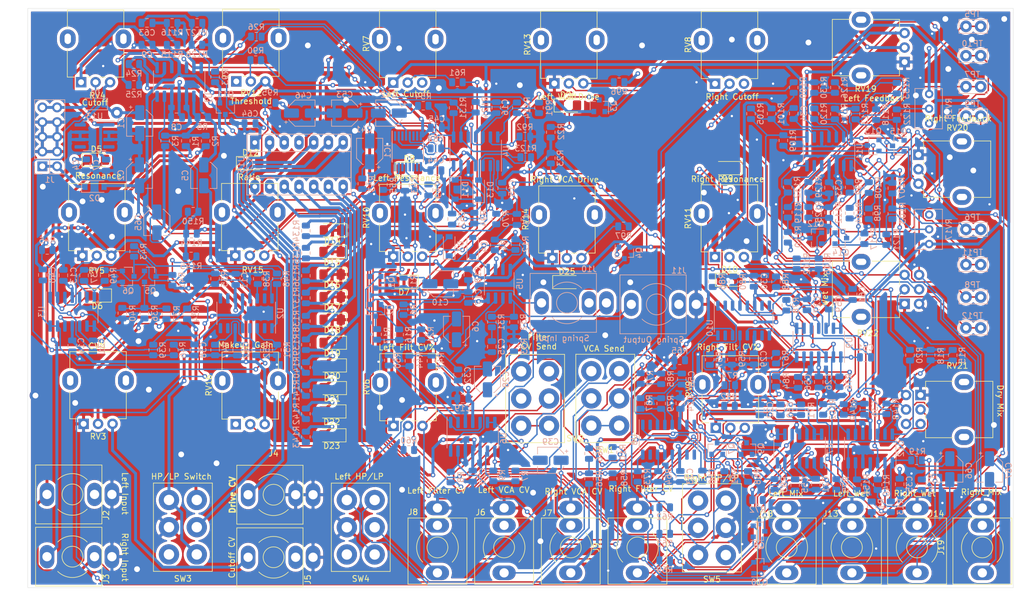
<source format=kicad_pcb>
(kicad_pcb (version 20171130) (host pcbnew "(5.1.10)-1")
  (layers (0 F.Cu signal) (1 In1.Cu power) (2 In2.Cu power) (31 B.Cu signal) (34 B.Paste user) (35 F.Paste user) (36 B.SilkS user) (37 F.SilkS user) (38 B.Mask user) (39 F.Mask user) (44 Edge.Cuts user))
  (net 0 "")
  (net 1 GND)
  (net 2 +12V)
  (net 3 -12V)
  (net 4 Comp_Out)
  (net 5 "Net-(C3-Pad1)")
  (net 6 "Net-(C5-Pad1)")
  (net 7 "Net-(C6-Pad2)")
  (net 8 "Net-(C6-Pad1)")
  (net 9 +5V)
  (net 10 "Net-(C10-Pad1)")
  (net 11 "Net-(C10-Pad2)")
  (net 12 "Net-(C25-Pad2)")
  (net 13 "Net-(C28-Pad2)")
  (net 14 "Net-(C28-Pad1)")
  (net 15 "Net-(C31-Pad2)")
  (net 16 "Net-(C31-Pad1)")
  (net 17 "Net-(C32-Pad2)")
  (net 18 "Net-(C37-Pad2)")
  (net 19 "Net-(C37-Pad1)")
  (net 20 "Net-(C38-Pad1)")
  (net 21 "Net-(C38-Pad2)")
  (net 22 "Net-(C39-Pad2)")
  (net 23 Spring_out)
  (net 24 "Net-(C40-Pad1)")
  (net 25 Filter_Output)
  (net 26 "Net-(C41-Pad1)")
  (net 27 "Net-(C42-Pad1)")
  (net 28 "Net-(C43-Pad2)")
  (net 29 "Net-(C49-Pad1)")
  (net 30 "Net-(C50-Pad1)")
  (net 31 "Net-(C50-Pad2)")
  (net 32 "Net-(C51-Pad1)")
  (net 33 "Net-(C51-Pad2)")
  (net 34 "Net-(C53-Pad1)")
  (net 35 "Net-(C55-Pad2)")
  (net 36 "Net-(C55-Pad1)")
  (net 37 "Net-(C56-Pad2)")
  (net 38 "Net-(C56-Pad1)")
  (net 39 "Net-(C58-Pad2)")
  (net 40 "Net-(C58-Pad1)")
  (net 41 "Net-(C59-Pad2)")
  (net 42 "Net-(C59-Pad1)")
  (net 43 "Net-(C60-Pad1)")
  (net 44 Filter_Output_Left)
  (net 45 "Net-(C61-Pad1)")
  (net 46 Filter_Output_Right)
  (net 47 "Net-(C62-Pad2)")
  (net 48 "Net-(C62-Pad1)")
  (net 49 "Net-(C63-Pad2)")
  (net 50 "Net-(C63-Pad1)")
  (net 51 "Net-(C65-Pad1)")
  (net 52 FeedBack)
  (net 53 "Net-(C66-Pad1)")
  (net 54 Left_Out)
  (net 55 Right_Out)
  (net 56 "Net-(C67-Pad1)")
  (net 57 "Net-(D1-Pad2)")
  (net 58 "Net-(D2-Pad1)")
  (net 59 "Net-(D5-Pad2)")
  (net 60 "Net-(D7-Pad2)")
  (net 61 "Net-(D10-Pad2)")
  (net 62 "Net-(D12-Pad1)")
  (net 63 "Net-(D12-Pad2)")
  (net 64 "Net-(D14-Pad2)")
  (net 65 "Net-(D15-Pad2)")
  (net 66 "Net-(D16-Pad2)")
  (net 67 "Net-(D17-Pad2)")
  (net 68 "Net-(D18-Pad2)")
  (net 69 "Net-(D19-Pad2)")
  (net 70 "Net-(D20-Pad2)")
  (net 71 "Net-(D21-Pad2)")
  (net 72 "Net-(D22-Pad2)")
  (net 73 "Net-(D23-Pad2)")
  (net 74 "Net-(IC1-Pad1)")
  (net 75 "Net-(IC1-Pad2)")
  (net 76 "Net-(IC1-Pad3)")
  (net 77 RMS_out)
  (net 78 "Net-(IC1-Pad6)")
  (net 79 "Net-(IC1-Pad7)")
  (net 80 "Net-(IC1-Pad10)")
  (net 81 V_Comp)
  (net 82 "Net-(IC1-Pad14)")
  (net 83 "Net-(IC1-Pad15)")
  (net 84 "Net-(IC1-Pad16)")
  (net 85 Left_in)
  (net 86 "Net-(J2-Pad2)")
  (net 87 Right_in)
  (net 88 "Net-(J5-Pad2)")
  (net 89 Cutoff_CV)
  (net 90 Left_VCA)
  (net 91 "Net-(J6-Pad2)")
  (net 92 Inverted_Left_VCA)
  (net 93 Right_VCA)
  (net 94 Cutoff_CV_Left)
  (net 95 "Net-(J8-Pad2)")
  (net 96 Inverted_Cutoff_CV_Left)
  (net 97 Cutoff_CV_Right)
  (net 98 "Net-(J10-Pad3)")
  (net 99 "Net-(J10-Pad2)")
  (net 100 "Net-(J11-Pad3)")
  (net 101 "Net-(J11-Pad2)")
  (net 102 LeftVCA_output)
  (net 103 "Net-(J13-Pad2)")
  (net 104 "Net-(J14-Pad2)")
  (net 105 RightVCA_output)
  (net 106 "Net-(J18-Pad2)")
  (net 107 "Net-(J19-Pad2)")
  (net 108 "Net-(Q1-Pad2)")
  (net 109 "Net-(Q2-Pad3)")
  (net 110 "Net-(Q3-Pad1)")
  (net 111 "Net-(Q4-Pad1)")
  (net 112 "Net-(Q5-Pad1)")
  (net 113 "Net-(Q5-Pad2)")
  (net 114 "Net-(Q6-Pad3)")
  (net 115 "Net-(Q7-Pad1)")
  (net 116 "Net-(Q7-Pad2)")
  (net 117 "Net-(Q10-Pad2)")
  (net 118 "Net-(Q8-Pad1)")
  (net 119 "Net-(Q9-Pad3)")
  (net 120 "Net-(Q10-Pad3)")
  (net 121 "Net-(Q11-Pad1)")
  (net 122 "Net-(Q12-Pad3)")
  (net 123 "Net-(Q12-Pad2)")
  (net 124 "Net-(Q12-Pad1)")
  (net 125 "Net-(Q13-Pad1)")
  (net 126 "Net-(Q13-Pad2)")
  (net 127 "Net-(Q13-Pad3)")
  (net 128 "Net-(Q14-Pad1)")
  (net 129 "Net-(Q14-Pad3)")
  (net 130 "Net-(Q15-Pad3)")
  (net 131 "Net-(Q15-Pad1)")
  (net 132 "Net-(R1-Pad1)")
  (net 133 "Net-(R7-Pad2)")
  (net 134 "Net-(R7-Pad1)")
  (net 135 "Net-(R10-Pad2)")
  (net 136 "Net-(R8-Pad2)")
  (net 137 "Net-(R9-Pad1)")
  (net 138 "Net-(R10-Pad1)")
  (net 139 "Net-(R13-Pad1)")
  (net 140 "Net-(R15-Pad2)")
  (net 141 "Net-(R34-Pad1)")
  (net 142 "Net-(R34-Pad2)")
  (net 143 "Net-(R36-Pad2)")
  (net 144 "Net-(R37-Pad2)")
  (net 145 "Net-(R38-Pad1)")
  (net 146 "Net-(R39-Pad1)")
  (net 147 "Net-(R43-Pad2)")
  (net 148 "Net-(R44-Pad2)")
  (net 149 "Net-(R46-Pad1)")
  (net 150 "Net-(R47-Pad1)")
  (net 151 "Net-(R48-Pad1)")
  (net 152 "Net-(R50-Pad2)")
  (net 153 "Net-(R56-Pad2)")
  (net 154 "Net-(R56-Pad1)")
  (net 155 "Net-(R57-Pad2)")
  (net 156 "Net-(R57-Pad1)")
  (net 157 "Net-(R60-Pad2)")
  (net 158 "Net-(R61-Pad2)")
  (net 159 "Net-(R62-Pad2)")
  (net 160 "Net-(R63-Pad2)")
  (net 161 "Net-(R64-Pad1)")
  (net 162 "Net-(R65-Pad1)")
  (net 163 "Net-(R66-Pad1)")
  (net 164 "Net-(R67-Pad1)")
  (net 165 "Net-(R73-Pad2)")
  (net 166 "Net-(R74-Pad2)")
  (net 167 "Net-(R77-Pad1)")
  (net 168 "Net-(R78-Pad1)")
  (net 169 "Net-(R79-Pad1)")
  (net 170 "Net-(R80-Pad1)")
  (net 171 "Net-(R81-Pad1)")
  (net 172 "Net-(R82-Pad1)")
  (net 173 "Net-(R90-Pad2)")
  (net 174 "Net-(R91-Pad1)")
  (net 175 "Net-(R91-Pad2)")
  (net 176 Threshold_out)
  (net 177 "Net-(R96-Pad1)")
  (net 178 "Net-(R97-Pad1)")
  (net 179 "Net-(R104-Pad2)")
  (net 180 "Net-(R99-Pad2)")
  (net 181 "Net-(R100-Pad1)")
  (net 182 "Net-(R100-Pad2)")
  (net 183 "Net-(R104-Pad1)")
  (net 184 "Net-(R105-Pad1)")
  (net 185 LED_drive)
  (net 186 "Net-(R115-Pad1)")
  (net 187 "Net-(R119-Pad1)")
  (net 188 "Net-(R120-Pad1)")
  (net 189 "Net-(R121-Pad1)")
  (net 190 "Net-(R122-Pad1)")
  (net 191 "Net-(R123-Pad1)")
  (net 192 "Net-(R123-Pad2)")
  (net 193 "Net-(R125-Pad1)")
  (net 194 "Net-(R126-Pad1)")
  (net 195 LED10_1)
  (net 196 LED9_1)
  (net 197 LED8_1)
  (net 198 LED7_1)
  (net 199 LED6_1)
  (net 200 LED5_1)
  (net 201 LED4_1)
  (net 202 LED3_1)
  (net 203 LED2_1)
  (net 204 LED1_1)
  (net 205 "Net-(R144-Pad2)")
  (net 206 "Net-(R144-Pad1)")
  (net 207 "Net-(R145-Pad2)")
  (net 208 "Net-(R146-Pad1)")
  (net 209 "Net-(R146-Pad2)")
  (net 210 "Net-(R147-Pad2)")
  (net 211 "Net-(R148-Pad2)")
  (net 212 "Net-(R148-Pad1)")
  (net 213 "Net-(R149-Pad2)")
  (net 214 "Net-(RV5-Pad2)")
  (net 215 "Net-(RV10-Pad2)")
  (net 216 "Net-(RV11-Pad2)")
  (net 217 "Net-(SW1-Pad3)")
  (net 218 "Net-(SW2-Pad5)")
  (net 219 "Net-(SW3-Pad6)")
  (net 220 "Net-(SW4-Pad6)")
  (net 221 "Net-(SW5-Pad3)")
  (net 222 "Net-(U10-Pad15)")
  (net 223 "Net-(U10-Pad2)")
  (net 224 "Net-(U15-Pad4)")
  (net 225 "Net-(SW2-Pad3)")
  (net 226 Prefilter_Input)
  (net 227 "Net-(D24-Pad2)")
  (net 228 "Net-(D24-Pad1)")
  (net 229 "Net-(D25-Pad1)")
  (net 230 "Net-(D25-Pad2)")
  (net 231 "Net-(R13-Pad2)")
  (net 232 "Net-(R15-Pad1)")
  (net 233 "Net-(D3-Pad1)")
  (net 234 VCA_Pre_CV)
  (net 235 "Net-(R24-Pad1)")
  (net 236 "Net-(R25-Pad1)")
  (net 237 "Net-(U2-Pad2)")
  (net 238 "Net-(U2-Pad15)")
  (net 239 "Net-(U8-Pad15)")
  (net 240 "Net-(U8-Pad2)")
  (net 241 "Net-(U13-Pad4)")
  (net 242 "Net-(U13-Pad5)")
  (module Package_SO:SO-16_3.9x9.9mm_P1.27mm (layer B.Cu) (at 160.528 124.46 270)
    (fp_text reference U8 (at 0 5.9 90) (layer B.SilkS) (effects (justify mirror)))
    (fp_text value LM13700)
    (pad 16 smd roundrect (at 2.575 4.445 270) (size 1.75 0.6) (layers B.Cu B.Paste B.Mask) (net 165 "Net-(R73-Pad2)"))
    (pad 15 smd roundrect (at 2.575 3.175 270) (size 1.75 0.6) (layers B.Cu B.Paste B.Mask) (net 239 "Net-(U8-Pad15)"))
    (pad 14 smd roundrect (at 2.575 1.905 270) (size 1.75 0.6) (layers B.Cu B.Paste B.Mask) (net 161 "Net-(R64-Pad1)"))
    (pad 13 smd roundrect (at 2.575 0.635 270) (size 1.75 0.6) (layers B.Cu B.Paste B.Mask) (net 154 "Net-(R56-Pad1)"))
    (pad 12 smd roundrect (at 2.575 -0.635 270) (size 1.75 0.6) (layers B.Cu B.Paste B.Mask) (net 30 "Net-(C50-Pad1)"))
    (pad 11 smd roundrect (at 2.575 -1.905 270) (size 1.75 0.6) (layers B.Cu B.Paste B.Mask) (net 2 +12V))
    (pad 10 smd roundrect (at 2.575 -3.175 270) (size 1.75 0.6) (layers B.Cu B.Paste B.Mask))
    (pad 9 smd roundrect (at 2.575 -4.445 270) (size 1.75 0.6) (layers B.Cu B.Paste B.Mask))
    (pad 8 smd roundrect (at -2.575 -4.445 270) (size 1.75 0.6) (layers B.Cu B.Paste B.Mask))
    (pad 7 smd roundrect (at -2.575 -3.175 270) (size 1.75 0.6) (layers B.Cu B.Paste B.Mask))
    (pad 6 smd roundrect (at -2.575 -1.905 270) (size 1.75 0.6) (layers B.Cu B.Paste B.Mask) (net 3 -12V))
    (pad 5 smd roundrect (at -2.575 -0.635 270) (size 1.75 0.6) (layers B.Cu B.Paste B.Mask) (net 40 "Net-(C58-Pad1)"))
    (pad 4 smd roundrect (at -2.575 0.635 270) (size 1.75 0.6) (layers B.Cu B.Paste B.Mask) (net 169 "Net-(R79-Pad1)"))
    (pad 3 smd roundrect (at -2.575 1.905 270) (size 1.75 0.6) (layers B.Cu B.Paste B.Mask) (net 167 "Net-(R77-Pad1)"))
    (pad 2 smd roundrect (at -2.575 3.175 270) (size 1.75 0.6) (layers B.Cu B.Paste B.Mask) (net 240 "Net-(U8-Pad2)"))
    (pad 1 smd roundrect (at -2.575 4.445 270) (size 1.75 0.6) (layers B.Cu B.Paste B.Mask) (net 171 "Net-(R81-Pad1)"))
  )
  (module Capacitor_SMD:CP_Elec_4x5.3 (layer B.Cu) (at 69.3 69.8 270)
    (fp_text reference C1 (at 0 3.2 90) (layer B.SilkS) (effects (justify mirror)))
    (fp_text value 10u)
    (pad 2 smd roundrect (at 1.8 0 270) (size 2.6 1.6) (layers B.Cu B.Paste B.Mask) (roundrect_rratio 0.15625) (net 1 GND))
    (pad 1 smd roundrect (at -1.8 0 270) (size 2.6 1.6) (layers B.Cu B.Paste B.Mask) (roundrect_rratio 0.15625) (net 2 +12V))
  )
  (module Capacitor_SMD:CP_Elec_4x5.3 (layer B.Cu) (at 69.25 78.8 270)
    (fp_text reference C2 (at 0 3.2 90) (layer B.SilkS) (effects (justify mirror)))
    (fp_text value 10u)
    (pad 1 smd roundrect (at -1.8 0 270) (size 2.6 1.6) (layers B.Cu B.Paste B.Mask) (roundrect_rratio 0.15625) (net 1 GND))
    (pad 2 smd roundrect (at 1.8 0 270) (size 2.6 1.6) (layers B.Cu B.Paste B.Mask) (roundrect_rratio 0.15625) (net 3 -12V))
  )
  (module Capacitor_SMD:C_0805_2012Metric (layer B.Cu) (at 134.366 86.426 90)
    (fp_text reference C3 (at 0 1.68 90) (layer B.SilkS) (effects (justify mirror)))
    (fp_text value 100n)
    (pad 2 smd roundrect (at 0.95 0 90) (size 1 1.45) (layers B.Cu B.Paste B.Mask) (net 4 Comp_Out))
    (pad 1 smd roundrect (at -0.95 0 90) (size 1 1.45) (layers B.Cu B.Paste B.Mask) (net 5 "Net-(C3-Pad1)"))
  )
  (module Capacitor_SMD:C_0805_2012Metric (layer B.Cu) (at 60 77 270)
    (fp_text reference C4 (at 0 1.68 90) (layer B.SilkS) (effects (justify mirror)))
    (fp_text value 0.33u)
    (pad 2 smd roundrect (at 0.95 0 270) (size 1 1.45) (layers B.Cu B.Paste B.Mask) (net 1 GND))
    (pad 1 smd roundrect (at -0.95 0 270) (size 1 1.45) (layers B.Cu B.Paste B.Mask) (net 2 +12V))
  )
  (module Capacitor_SMD:CP_Elec_4x5.3 (layer B.Cu) (at 80.35 78.825 270)
    (fp_text reference C5 (at 0 3.2 90) (layer B.SilkS) (effects (justify mirror)))
    (fp_text value 10uf)
    (pad 2 smd roundrect (at 1.8 0 270) (size 2.6 1.6) (layers B.Cu B.Paste B.Mask) (roundrect_rratio 0.15625) (net 226 Prefilter_Input))
    (pad 1 smd roundrect (at -1.8 0 270) (size 2.6 1.6) (layers B.Cu B.Paste B.Mask) (roundrect_rratio 0.15625) (net 6 "Net-(C5-Pad1)"))
  )
  (module Capacitor_SMD:CP_Elec_4x5.3 (layer B.Cu) (at 123.952 105.41 90)
    (fp_text reference C6 (at 0.508 3.302 90) (layer B.SilkS) (effects (justify mirror)))
    (fp_text value 10u)
    (pad 2 smd roundrect (at 1.8 0 90) (size 2.6 1.6) (layers B.Cu B.Paste B.Mask) (roundrect_rratio 0.15625) (net 7 "Net-(C6-Pad2)"))
    (pad 1 smd roundrect (at -1.8 0 90) (size 2.6 1.6) (layers B.Cu B.Paste B.Mask) (roundrect_rratio 0.15625) (net 8 "Net-(C6-Pad1)"))
  )
  (module Capacitor_SMD:C_0805_2012Metric (layer B.Cu) (at 63.5 77.05 270)
    (fp_text reference C7 (at 0 1.68 90) (layer B.SilkS) (effects (justify mirror)))
    (fp_text value 100n)
    (pad 1 smd roundrect (at -0.95 0 270) (size 1 1.45) (layers B.Cu B.Paste B.Mask) (net 9 +5V))
    (pad 2 smd roundrect (at 0.95 0 270) (size 1 1.45) (layers B.Cu B.Paste B.Mask) (net 1 GND))
  )
  (module Capacitor_SMD:C_0805_2012Metric (layer B.Cu) (at 75.65 68.8)
    (fp_text reference C8 (at 0 1.68) (layer B.SilkS) (effects (justify mirror)))
    (fp_text value 100n)
    (pad 1 smd roundrect (at -0.95 0) (size 1 1.45) (layers B.Cu B.Paste B.Mask) (net 1 GND))
    (pad 2 smd roundrect (at 0.95 0) (size 1 1.45) (layers B.Cu B.Paste B.Mask) (net 2 +12V))
  )
  (module Capacitor_SMD:C_0805_2012Metric (layer B.Cu) (at 70.55 56.3)
    (fp_text reference C9 (at 0 1.68) (layer B.SilkS) (effects (justify mirror)))
    (fp_text value 100n)
    (pad 2 smd roundrect (at 0.95 0) (size 1 1.45) (layers B.Cu B.Paste B.Mask) (net 3 -12V))
    (pad 1 smd roundrect (at -0.95 0) (size 1 1.45) (layers B.Cu B.Paste B.Mask) (net 1 GND))
  )
  (module Capacitor_SMD:CP_Elec_4x5.3 (layer B.Cu) (at 121.158 97.536)
    (fp_text reference C10 (at 0 3.2) (layer B.SilkS) (effects (justify mirror)))
    (fp_text value 10u)
    (pad 1 smd roundrect (at -1.8 0) (size 2.6 1.6) (layers B.Cu B.Paste B.Mask) (roundrect_rratio 0.15625) (net 10 "Net-(C10-Pad1)"))
    (pad 2 smd roundrect (at 1.8 0) (size 2.6 1.6) (layers B.Cu B.Paste B.Mask) (roundrect_rratio 0.15625) (net 11 "Net-(C10-Pad2)"))
  )
  (module Capacitor_SMD:C_0805_2012Metric (layer B.Cu) (at 85.852 96.774 270)
    (fp_text reference C11 (at 0.188 -1.524 90) (layer B.SilkS) (effects (justify mirror)))
    (fp_text value 100n)
    (pad 1 smd roundrect (at -0.95 0 270) (size 1 1.45) (layers B.Cu B.Paste B.Mask) (net 1 GND))
    (pad 2 smd roundrect (at 0.95 0 270) (size 1 1.45) (layers B.Cu B.Paste B.Mask) (net 2 +12V))
  )
  (module Capacitor_SMD:C_0805_2012Metric (layer B.Cu) (at 86.106 108.966 90)
    (fp_text reference C12 (at -0.066 1.524 90) (layer B.SilkS) (effects (justify mirror)))
    (fp_text value 100n)
    (pad 2 smd roundrect (at 0.95 0 90) (size 1 1.45) (layers B.Cu B.Paste B.Mask) (net 3 -12V))
    (pad 1 smd roundrect (at -0.95 0 90) (size 1 1.45) (layers B.Cu B.Paste B.Mask) (net 1 GND))
  )
  (module Capacitor_SMD:C_0805_2012Metric (layer B.Cu) (at 56.134 96.078 270)
    (fp_text reference C13 (at 0 -1.778 90) (layer B.SilkS) (effects (justify mirror)))
    (fp_text value 100n)
    (pad 1 smd roundrect (at -0.95 0 270) (size 1 1.45) (layers B.Cu B.Paste B.Mask) (net 1 GND))
    (pad 2 smd roundrect (at 0.95 0 270) (size 1 1.45) (layers B.Cu B.Paste B.Mask) (net 2 +12V))
  )
  (module Capacitor_SMD:C_0805_2012Metric (layer B.Cu) (at 57.658 108.27 90)
    (fp_text reference C14 (at 0 1.524 90) (layer B.SilkS) (effects (justify mirror)))
    (fp_text value 100n)
    (pad 1 smd roundrect (at -0.95 0 90) (size 1 1.45) (layers B.Cu B.Paste B.Mask) (net 1 GND))
    (pad 2 smd roundrect (at 0.95 0 90) (size 1 1.45) (layers B.Cu B.Paste B.Mask) (net 3 -12V))
  )
  (module Capacitor_SMD:C_0805_2012Metric (layer B.Cu) (at 131.826 81.026 90)
    (fp_text reference C15 (at 0 1.68 90) (layer B.SilkS) (effects (justify mirror)))
    (fp_text value 100n)
    (pad 2 smd roundrect (at 0.95 0 90) (size 1 1.45) (layers B.Cu B.Paste B.Mask) (net 2 +12V))
    (pad 1 smd roundrect (at -0.95 0 90) (size 1 1.45) (layers B.Cu B.Paste B.Mask) (net 1 GND))
  )
  (module Capacitor_SMD:C_0805_2012Metric (layer B.Cu) (at 130.81 67.122 270)
    (fp_text reference C16 (at -0.066 -1.524 90) (layer B.SilkS) (effects (justify mirror)))
    (fp_text value 100n)
    (pad 1 smd roundrect (at -0.95 0 270) (size 1 1.45) (layers B.Cu B.Paste B.Mask) (net 1 GND))
    (pad 2 smd roundrect (at 0.95 0 270) (size 1 1.45) (layers B.Cu B.Paste B.Mask) (net 3 -12V))
  )
  (module Capacitor_SMD:C_0805_2012Metric (layer B.Cu) (at 125.984 99.888 270)
    (fp_text reference C17 (at -0.066 -1.778 90) (layer B.SilkS) (effects (justify mirror)))
    (fp_text value 100n)
    (pad 1 smd roundrect (at -0.95 0 270) (size 1 1.45) (layers B.Cu B.Paste B.Mask) (net 1 GND))
    (pad 2 smd roundrect (at 0.95 0 270) (size 1 1.45) (layers B.Cu B.Paste B.Mask) (net 2 +12V))
  )
  (module Capacitor_SMD:C_0805_2012Metric (layer B.Cu) (at 125.984 95.946 90)
    (fp_text reference C18 (at 0 1.68 90) (layer B.SilkS) (effects (justify mirror)))
    (fp_text value 100n)
    (pad 2 smd roundrect (at 0.95 0 90) (size 1 1.45) (layers B.Cu B.Paste B.Mask) (net 3 -12V))
    (pad 1 smd roundrect (at -0.95 0 90) (size 1 1.45) (layers B.Cu B.Paste B.Mask) (net 1 GND))
  )
  (module Capacitor_SMD:C_0805_2012Metric (layer B.Cu) (at 125.034 117.348)
    (fp_text reference C19 (at 0 1.68) (layer B.SilkS) (effects (justify mirror)))
    (fp_text value 100n)
    (pad 2 smd roundrect (at 0.95 0) (size 1 1.45) (layers B.Cu B.Paste B.Mask) (net 2 +12V))
    (pad 1 smd roundrect (at -0.95 0) (size 1 1.45) (layers B.Cu B.Paste B.Mask) (net 1 GND))
  )
  (module Capacitor_SMD:C_0805_2012Metric (layer B.Cu) (at 126.746 130.744 90)
    (fp_text reference C20 (at 0 1.68 90) (layer B.SilkS) (effects (justify mirror)))
    (fp_text value 100n)
    (pad 1 smd roundrect (at -0.95 0 90) (size 1 1.45) (layers B.Cu B.Paste B.Mask) (net 1 GND))
    (pad 2 smd roundrect (at 0.95 0 90) (size 1 1.45) (layers B.Cu B.Paste B.Mask) (net 3 -12V))
  )
  (module Capacitor_SMD:C_0805_2012Metric (layer B.Cu) (at 185.928 132.146 90)
    (fp_text reference C21 (at 0 1.68 90) (layer B.SilkS) (effects (justify mirror)))
    (fp_text value 100n)
    (pad 2 smd roundrect (at 0.95 0 90) (size 1 1.45) (layers B.Cu B.Paste B.Mask) (net 2 +12V))
    (pad 1 smd roundrect (at -0.95 0 90) (size 1 1.45) (layers B.Cu B.Paste B.Mask) (net 1 GND))
  )
  (module Capacitor_SMD:C_0805_2012Metric (layer B.Cu) (at 176.276 119.314 270)
    (fp_text reference C22 (at 0 -1.778 90) (layer B.SilkS) (effects (justify mirror)))
    (fp_text value 100n)
    (pad 1 smd roundrect (at -0.95 0 270) (size 1 1.45) (layers B.Cu B.Paste B.Mask) (net 1 GND))
    (pad 2 smd roundrect (at 0.95 0 270) (size 1 1.45) (layers B.Cu B.Paste B.Mask) (net 3 -12V))
  )
  (module Capacitor_SMD:C_0805_2012Metric (layer B.Cu) (at 162.56 130.81 90)
    (fp_text reference C23 (at 0 1.68 90) (layer B.SilkS) (effects (justify mirror)))
    (fp_text value 100n)
    (pad 2 smd roundrect (at 0.95 0 90) (size 1 1.45) (layers B.Cu B.Paste B.Mask) (net 2 +12V))
    (pad 1 smd roundrect (at -0.95 0 90) (size 1 1.45) (layers B.Cu B.Paste B.Mask) (net 1 GND))
  )
  (module Capacitor_SMD:C_0805_2012Metric (layer B.Cu) (at 162.56 118.176 270)
    (fp_text reference C24 (at 0 -1.778 90) (layer B.SilkS) (effects (justify mirror)))
    (fp_text value 100n)
    (pad 1 smd roundrect (at -0.95 0 270) (size 1 1.45) (layers B.Cu B.Paste B.Mask) (net 1 GND))
    (pad 2 smd roundrect (at 0.95 0 270) (size 1 1.45) (layers B.Cu B.Paste B.Mask) (net 3 -12V))
  )
  (module Capacitor_SMD:C_0805_2012Metric (layer B.Cu) (at 130.048 108.392 90)
    (fp_text reference C25 (at 0 1.68 90) (layer B.SilkS) (effects (justify mirror)))
    (fp_text value 22n)
    (pad 1 smd roundrect (at -0.95 0 90) (size 1 1.45) (layers B.Cu B.Paste B.Mask) (net 1 GND))
    (pad 2 smd roundrect (at 0.95 0 90) (size 1 1.45) (layers B.Cu B.Paste B.Mask) (net 12 "Net-(C25-Pad2)"))
  )
  (module Capacitor_SMD:C_0805_2012Metric (layer B.Cu) (at 186.436 114.488 90)
    (fp_text reference C26 (at 0 1.68 90) (layer B.SilkS) (effects (justify mirror)))
    (fp_text value 100n)
    (pad 2 smd roundrect (at 0.95 0 90) (size 1 1.45) (layers B.Cu B.Paste B.Mask) (net 2 +12V))
    (pad 1 smd roundrect (at -0.95 0 90) (size 1 1.45) (layers B.Cu B.Paste B.Mask) (net 1 GND))
  )
  (module Capacitor_SMD:C_0805_2012Metric (layer B.Cu) (at 184.404 101.158 270)
    (fp_text reference C27 (at -0.066 -1.778 90) (layer B.SilkS) (effects (justify mirror)))
    (fp_text value 100n)
    (pad 1 smd roundrect (at -0.95 0 270) (size 1 1.45) (layers B.Cu B.Paste B.Mask) (net 1 GND))
    (pad 2 smd roundrect (at 0.95 0 270) (size 1 1.45) (layers B.Cu B.Paste B.Mask) (net 3 -12V))
  )
  (module Capacitor_SMD:CP_Elec_4x5.3 (layer B.Cu) (at 129.286 114.046 90)
    (fp_text reference C28 (at 0 3.2 90) (layer B.SilkS) (effects (justify mirror)))
    (fp_text value 10u)
    (pad 2 smd roundrect (at 1.8 0 90) (size 2.6 1.6) (layers B.Cu B.Paste B.Mask) (roundrect_rratio 0.15625) (net 13 "Net-(C28-Pad2)"))
    (pad 1 smd roundrect (at -1.8 0 90) (size 2.6 1.6) (layers B.Cu B.Paste B.Mask) (roundrect_rratio 0.15625) (net 14 "Net-(C28-Pad1)"))
  )
  (module Capacitor_SMD:C_0805_2012Metric (layer B.Cu) (at 175.26 110.49 90)
    (fp_text reference C29 (at 0 1.68 90) (layer B.SilkS) (effects (justify mirror)))
    (fp_text value 100n)
    (pad 2 smd roundrect (at 0.95 0 90) (size 1 1.45) (layers B.Cu B.Paste B.Mask) (net 2 +12V))
    (pad 1 smd roundrect (at -0.95 0 90) (size 1 1.45) (layers B.Cu B.Paste B.Mask) (net 1 GND))
  )
  (module Capacitor_SMD:C_0805_2012Metric (layer B.Cu) (at 175.26 97.094 270)
    (fp_text reference C30 (at 0 -1.778 90) (layer B.SilkS) (effects (justify mirror)))
    (fp_text value 100n)
    (pad 1 smd roundrect (at -0.95 0 270) (size 1 1.45) (layers B.Cu B.Paste B.Mask) (net 1 GND))
    (pad 2 smd roundrect (at 0.95 0 270) (size 1 1.45) (layers B.Cu B.Paste B.Mask) (net 3 -12V))
  )
  (module Capacitor_SMD:C_0805_2012Metric (layer B.Cu) (at 61.214 108.27 270)
    (fp_text reference C31 (at 0 -1.524 90) (layer B.SilkS) (effects (justify mirror)))
    (fp_text value 1nf)
    (pad 2 smd roundrect (at 0.95 0 270) (size 1 1.45) (layers B.Cu B.Paste B.Mask) (net 15 "Net-(C31-Pad2)"))
    (pad 1 smd roundrect (at -0.95 0 270) (size 1 1.45) (layers B.Cu B.Paste B.Mask) (net 16 "Net-(C31-Pad1)"))
  )
  (module Capacitor_SMD:C_0805_2012Metric (layer B.Cu) (at 124.206 113.284 90)
    (fp_text reference C32 (at 0 1.68 90) (layer B.SilkS) (effects (justify mirror)))
    (fp_text value 470p)
    (pad 2 smd roundrect (at 0.95 0 90) (size 1 1.45) (layers B.Cu B.Paste B.Mask) (net 17 "Net-(C32-Pad2)"))
    (pad 1 smd roundrect (at -0.95 0 90) (size 1 1.45) (layers B.Cu B.Paste B.Mask) (net 13 "Net-(C28-Pad2)"))
  )
  (module Capacitor_SMD:C_0805_2012Metric (layer B.Cu) (at 188.214 80.96 90)
    (fp_text reference C33 (at 0 1.68 90) (layer B.SilkS) (effects (justify mirror)))
    (fp_text value 100n)
    (pad 2 smd roundrect (at 0.95 0 90) (size 1 1.45) (layers B.Cu B.Paste B.Mask) (net 2 +12V))
    (pad 1 smd roundrect (at -0.95 0 90) (size 1 1.45) (layers B.Cu B.Paste B.Mask) (net 1 GND))
  )
  (module Capacitor_SMD:C_0805_2012Metric (layer B.Cu) (at 182.118 68.138 270)
    (fp_text reference C34 (at 0 -1.778 90) (layer B.SilkS) (effects (justify mirror)))
    (fp_text value 100n)
    (pad 1 smd roundrect (at -0.95 0 270) (size 1 1.45) (layers B.Cu B.Paste B.Mask) (net 1 GND))
    (pad 2 smd roundrect (at 0.95 0 270) (size 1 1.45) (layers B.Cu B.Paste B.Mask) (net 3 -12V))
  )
  (module Capacitor_SMD:C_0805_2012Metric (layer B.Cu) (at 200.406 132.146 90)
    (fp_text reference C35 (at 0 1.68 90) (layer B.SilkS) (effects (justify mirror)))
    (fp_text value 100n)
    (pad 2 smd roundrect (at 0.95 0 90) (size 1 1.45) (layers B.Cu B.Paste B.Mask) (net 2 +12V))
    (pad 1 smd roundrect (at -0.95 0 90) (size 1 1.45) (layers B.Cu B.Paste B.Mask) (net 1 GND))
  )
  (module Capacitor_SMD:C_0805_2012Metric (layer B.Cu) (at 194.31 119.192 270)
    (fp_text reference C36 (at -0.066 -1.778 90) (layer B.SilkS) (effects (justify mirror)))
    (fp_text value 100n)
    (pad 1 smd roundrect (at -0.95 0 270) (size 1 1.45) (layers B.Cu B.Paste B.Mask) (net 1 GND))
    (pad 2 smd roundrect (at 0.95 0 270) (size 1 1.45) (layers B.Cu B.Paste B.Mask) (net 3 -12V))
  )
  (module Capacitor_SMD:C_0805_2012Metric (layer B.Cu) (at 59.69 96.078 90)
    (fp_text reference C37 (at 0.066 1.778 90) (layer B.SilkS) (effects (justify mirror)))
    (fp_text value 4.7nf)
    (pad 2 smd roundrect (at 0.95 0 90) (size 1 1.45) (layers B.Cu B.Paste B.Mask) (net 18 "Net-(C37-Pad2)"))
    (pad 1 smd roundrect (at -0.95 0 90) (size 1 1.45) (layers B.Cu B.Paste B.Mask) (net 19 "Net-(C37-Pad1)"))
  )
  (module Capacitor_SMD:C_0805_2012Metric (layer B.Cu) (at 78.74 108.966 270)
    (fp_text reference C38 (at 0 -1.524 90) (layer B.SilkS) (effects (justify mirror)))
    (fp_text value 1nf)
    (pad 1 smd roundrect (at -0.95 0 270) (size 1 1.45) (layers B.Cu B.Paste B.Mask) (net 20 "Net-(C38-Pad1)"))
    (pad 2 smd roundrect (at 0.95 0 270) (size 1 1.45) (layers B.Cu B.Paste B.Mask) (net 21 "Net-(C38-Pad2)"))
  )
  (module Capacitor_SMD:CP_Elec_4x5.3 (layer B.Cu) (at 140.186 128.016 180)
    (fp_text reference C39 (at 0 3.2) (layer B.SilkS) (effects (justify mirror)))
    (fp_text value 10u)
    (pad 2 smd roundrect (at 1.8 0 180) (size 2.6 1.6) (layers B.Cu B.Paste B.Mask) (roundrect_rratio 0.15625) (net 22 "Net-(C39-Pad2)"))
    (pad 1 smd roundrect (at -1.8 0 180) (size 2.6 1.6) (layers B.Cu B.Paste B.Mask) (roundrect_rratio 0.15625) (net 23 Spring_out))
  )
  (module Capacitor_SMD:C_0805_2012Metric (layer B.Cu) (at 52.578 96.012 90)
    (fp_text reference C40 (at 0 1.68 90) (layer B.SilkS) (effects (justify mirror)))
    (fp_text value 0.47nf)
    (pad 1 smd roundrect (at -0.95 0 90) (size 1 1.45) (layers B.Cu B.Paste B.Mask) (net 24 "Net-(C40-Pad1)"))
    (pad 2 smd roundrect (at 0.95 0 90) (size 1 1.45) (layers B.Cu B.Paste B.Mask) (net 25 Filter_Output))
  )
  (module Capacitor_SMD:CP_Elec_4x5.3 (layer B.Cu) (at 108.966 74.676 90)
    (fp_text reference C41 (at 3.81 -1.016 180) (layer B.SilkS) (effects (justify mirror)))
    (fp_text value 10u)
    (pad 1 smd roundrect (at -1.8 0 90) (size 2.6 1.6) (layers B.Cu B.Paste B.Mask) (roundrect_rratio 0.15625) (net 26 "Net-(C41-Pad1)"))
    (pad 2 smd roundrect (at 1.8 0 90) (size 2.6 1.6) (layers B.Cu B.Paste B.Mask) (roundrect_rratio 0.15625) (net 25 Filter_Output))
  )
  (module Capacitor_SMD:CP_Elec_4x5.3 (layer B.Cu) (at 112.268 68.072 180)
    (fp_text reference C42 (at 0 3.2) (layer B.SilkS) (effects (justify mirror)))
    (fp_text value 10u)
    (pad 2 smd roundrect (at 1.8 0 180) (size 2.6 1.6) (layers B.Cu B.Paste B.Mask) (roundrect_rratio 0.15625) (net 25 Filter_Output))
    (pad 1 smd roundrect (at -1.8 0 180) (size 2.6 1.6) (layers B.Cu B.Paste B.Mask) (roundrect_rratio 0.15625) (net 27 "Net-(C42-Pad1)"))
  )
  (module Capacitor_SMD:C_0805_2012Metric (layer B.Cu) (at 115.062 80.518 90)
    (fp_text reference C43 (at 0 1.68 90) (layer B.SilkS) (effects (justify mirror)))
    (fp_text value 100p)
    (pad 2 smd roundrect (at 0.95 0 90) (size 1 1.45) (layers B.Cu B.Paste B.Mask) (net 28 "Net-(C43-Pad2)"))
    (pad 1 smd roundrect (at -0.95 0 90) (size 1 1.45) (layers B.Cu B.Paste B.Mask) (net 1 GND))
  )
  (module Capacitor_SMD:C_0805_2012Metric (layer B.Cu) (at 120.396 77.978)
    (fp_text reference C44 (at 0 -1.778) (layer B.SilkS) (effects (justify mirror)))
    (fp_text value 100n)
    (pad 1 smd roundrect (at -0.95 0) (size 1 1.45) (layers B.Cu B.Paste B.Mask) (net 2 +12V))
    (pad 2 smd roundrect (at 0.95 0) (size 1 1.45) (layers B.Cu B.Paste B.Mask) (net 1 GND))
  )
  (module Capacitor_SMD:C_0805_2012Metric (layer B.Cu) (at 120.462 70.612)
    (fp_text reference C45 (at 0.066 -1.524) (layer B.SilkS) (effects (justify mirror)))
    (fp_text value 100n)
    (pad 1 smd roundrect (at -0.95 0) (size 1 1.45) (layers B.Cu B.Paste B.Mask) (net 3 -12V))
    (pad 2 smd roundrect (at 0.95 0) (size 1 1.45) (layers B.Cu B.Paste B.Mask) (net 1 GND))
  )
  (module Capacitor_SMD:CP_Elec_4x5.3 (layer B.Cu) (at 97.282 68.072)
    (fp_text reference C46 (at 0.254 -3.048) (layer B.SilkS) (effects (justify mirror)))
    (fp_text value 22u)
    (pad 1 smd roundrect (at -1.8 0) (size 2.6 1.6) (layers B.Cu B.Paste B.Mask) (roundrect_rratio 0.15625) (net 2 +12V))
    (pad 2 smd roundrect (at 1.8 0) (size 2.6 1.6) (layers B.Cu B.Paste B.Mask) (roundrect_rratio 0.15625) (net 1 GND))
  )
  (module Capacitor_SMD:C_0805_2012Metric (layer B.Cu) (at 119.126 81.346 90)
    (fp_text reference C49 (at 0 1.68 90) (layer B.SilkS) (effects (justify mirror)))
    (fp_text value 22p)
    (pad 2 smd roundrect (at 0.95 0 90) (size 1 1.45) (layers B.Cu B.Paste B.Mask) (net 4 Comp_Out))
    (pad 1 smd roundrect (at -0.95 0 90) (size 1 1.45) (layers B.Cu B.Paste B.Mask) (net 29 "Net-(C49-Pad1)"))
  )
  (module Capacitor_SMD:C_0805_2012Metric (layer B.Cu) (at 166.37 130.744 90)
    (fp_text reference C50 (at 0 1.68 90) (layer B.SilkS) (effects (justify mirror)))
    (fp_text value 1nf)
    (pad 1 smd roundrect (at -0.95 0 90) (size 1 1.45) (layers B.Cu B.Paste B.Mask) (net 30 "Net-(C50-Pad1)"))
    (pad 2 smd roundrect (at 0.95 0 90) (size 1 1.45) (layers B.Cu B.Paste B.Mask) (net 31 "Net-(C50-Pad2)"))
  )
  (module Capacitor_SMD:C_0805_2012Metric (layer B.Cu) (at 194.498 110.236 180)
    (fp_text reference C51 (at 0 1.68) (layer B.SilkS) (effects (justify mirror)))
    (fp_text value 1nf)
    (pad 1 smd roundrect (at -0.95 0 180) (size 1 1.45) (layers B.Cu B.Paste B.Mask) (net 32 "Net-(C51-Pad1)"))
    (pad 2 smd roundrect (at 0.95 0 180) (size 1 1.45) (layers B.Cu B.Paste B.Mask) (net 33 "Net-(C51-Pad2)"))
  )
  (module Capacitor_SMD:CP_Elec_4x5.3 (layer B.Cu) (at 104.648 68.072 180)
    (fp_text reference C53 (at 0 3.2) (layer B.SilkS) (effects (justify mirror)))
    (fp_text value 10u)
    (pad 2 smd roundrect (at 1.8 0 180) (size 2.6 1.6) (layers B.Cu B.Paste B.Mask) (roundrect_rratio 0.15625) (net 1 GND))
    (pad 1 smd roundrect (at -1.8 0 180) (size 2.6 1.6) (layers B.Cu B.Paste B.Mask) (roundrect_rratio 0.15625) (net 34 "Net-(C53-Pad1)"))
  )
  (module Capacitor_SMD:C_0805_2012Metric (layer B.Cu) (at 182.372 132.268 90)
    (fp_text reference C55 (at 0 1.68 90) (layer B.SilkS) (effects (justify mirror)))
    (fp_text value 4.7nf)
    (pad 2 smd roundrect (at 0.95 0 90) (size 1 1.45) (layers B.Cu B.Paste B.Mask) (net 35 "Net-(C55-Pad2)"))
    (pad 1 smd roundrect (at -0.95 0 90) (size 1 1.45) (layers B.Cu B.Paste B.Mask) (net 36 "Net-(C55-Pad1)"))
  )
  (module Capacitor_SMD:C_0805_2012Metric (layer B.Cu) (at 182.88 114.554 90)
    (fp_text reference C56 (at 0 1.68 90) (layer B.SilkS) (effects (justify mirror)))
    (fp_text value 4.7nf)
    (pad 2 smd roundrect (at 0.95 0 90) (size 1 1.45) (layers B.Cu B.Paste B.Mask) (net 37 "Net-(C56-Pad2)"))
    (pad 1 smd roundrect (at -0.95 0 90) (size 1 1.45) (layers B.Cu B.Paste B.Mask) (net 38 "Net-(C56-Pad1)"))
  )
  (module Capacitor_SMD:C_0805_2012Metric (layer B.Cu) (at 162.814 113.98 90)
    (fp_text reference C58 (at 0 1.68 90) (layer B.SilkS) (effects (justify mirror)))
    (fp_text value 1nf)
    (pad 2 smd roundrect (at 0.95 0 90) (size 1 1.45) (layers B.Cu B.Paste B.Mask) (net 39 "Net-(C58-Pad2)"))
    (pad 1 smd roundrect (at -0.95 0 90) (size 1 1.45) (layers B.Cu B.Paste B.Mask) (net 40 "Net-(C58-Pad1)"))
  )
  (module Capacitor_SMD:C_0805_2012Metric (layer B.Cu) (at 188.214 101.026 90)
    (fp_text reference C59 (at 0 1.68 90) (layer B.SilkS) (effects (justify mirror)))
    (fp_text value 1nf)
    (pad 2 smd roundrect (at 0.95 0 90) (size 1 1.45) (layers B.Cu B.Paste B.Mask) (net 41 "Net-(C59-Pad2)"))
    (pad 1 smd roundrect (at -0.95 0 90) (size 1 1.45) (layers B.Cu B.Paste B.Mask) (net 42 "Net-(C59-Pad1)"))
  )
  (module Capacitor_SMD:C_0805_2012Metric (layer B.Cu) (at 179.832 119.314 90)
    (fp_text reference C60 (at 0 1.68 90) (layer B.SilkS) (effects (justify mirror)))
    (fp_text value 0.47nf)
    (pad 1 smd roundrect (at -0.95 0 90) (size 1 1.45) (layers B.Cu B.Paste B.Mask) (net 43 "Net-(C60-Pad1)"))
    (pad 2 smd roundrect (at 0.95 0 90) (size 1 1.45) (layers B.Cu B.Paste B.Mask) (net 44 Filter_Output_Left))
  )
  (module Capacitor_SMD:C_0805_2012Metric (layer B.Cu) (at 192.278 99.38 90)
    (fp_text reference C61 (at 0 1.68 90) (layer B.SilkS) (effects (justify mirror)))
    (fp_text value 0.47nf)
    (pad 1 smd roundrect (at -0.95 0 90) (size 1 1.45) (layers B.Cu B.Paste B.Mask) (net 45 "Net-(C61-Pad1)"))
    (pad 2 smd roundrect (at 0.95 0 90) (size 1 1.45) (layers B.Cu B.Paste B.Mask) (net 46 Filter_Output_Right))
  )
  (module Capacitor_SMD:C_0805_2012Metric (layer B.Cu) (at 123.19 86.36 90)
    (fp_text reference C62 (at 0 1.68 90) (layer B.SilkS) (effects (justify mirror)))
    (fp_text value 22p)
    (pad 2 smd roundrect (at 0.95 0 90) (size 1 1.45) (layers B.Cu B.Paste B.Mask) (net 47 "Net-(C62-Pad2)"))
    (pad 1 smd roundrect (at -0.95 0 90) (size 1 1.45) (layers B.Cu B.Paste B.Mask) (net 48 "Net-(C62-Pad1)"))
  )
  (module Capacitor_SMD:CP_Elec_4x5.3 (layer B.Cu) (at 209.042 129.54 270)
    (fp_text reference C66 (at 0.254 -3.302 90) (layer B.SilkS) (effects (justify mirror)))
    (fp_text value 10uf)
    (pad 1 smd roundrect (at -1.8 0 270) (size 2.6 1.6) (layers B.Cu B.Paste B.Mask) (roundrect_rratio 0.15625) (net 53 "Net-(C66-Pad1)"))
    (pad 2 smd roundrect (at 1.8 0 270) (size 2.6 1.6) (layers B.Cu B.Paste B.Mask) (roundrect_rratio 0.15625) (net 54 Left_Out))
  )
  (module Capacitor_SMD:CP_Elec_4x5.3 (layer B.Cu) (at 215.9 129.54 270)
    (fp_text reference C67 (at 0.254 -3.302 90) (layer B.SilkS) (effects (justify mirror)))
    (fp_text value 10uf)
    (pad 2 smd roundrect (at 1.8 0 270) (size 2.6 1.6) (layers B.Cu B.Paste B.Mask) (roundrect_rratio 0.15625) (net 55 Right_Out))
    (pad 1 smd roundrect (at -1.8 0 270) (size 2.6 1.6) (layers B.Cu B.Paste B.Mask) (roundrect_rratio 0.15625) (net 56 "Net-(C67-Pad1)"))
  )
  (module Diode_SMD:D_SOD-123 (layer B.Cu) (at 61.5 66.5 180)
    (fp_text reference D1 (at 0 2) (layer B.SilkS) (effects (justify mirror)))
    (fp_text value B5819W)
    (pad 1 smd rect (at -1.65 0 180) (size 0.9 1.2) (layers B.Cu B.Paste B.Mask) (net 2 +12V))
    (pad 2 smd rect (at 1.65 0 180) (size 0.9 1.2) (layers B.Cu B.Paste B.Mask) (net 57 "Net-(D1-Pad2)"))
  )
  (module Diode_SMD:D_SOD-123 (layer B.Cu) (at 61.5 80.75)
    (fp_text reference D2 (at 0 2) (layer B.SilkS) (effects (justify mirror)))
    (fp_text value B5819W)
    (pad 2 smd rect (at 1.65 0) (size 0.9 1.2) (layers B.Cu B.Paste B.Mask) (net 3 -12V))
    (pad 1 smd rect (at -1.65 0) (size 0.9 1.2) (layers B.Cu B.Paste B.Mask) (net 58 "Net-(D2-Pad1)"))
  )
  (module LED_SMD:LED_1206_3216Metric_Pad1.42x1.75mm_HandSolder (layer F.Cu) (at 61.82868 76.12056)
    (fp_text reference D5 (at 0 -1.82) (layer F.SilkS))
    (fp_text value LED)
    (pad 2 smd roundrect (at 1.4875 0) (size 1.425 1.75) (layers F.Cu F.Paste F.Mask) (roundrect_rratio 0.175439) (net 59 "Net-(D5-Pad2)"))
    (pad 1 smd roundrect (at -1.4875 0) (size 1.425 1.75) (layers F.Cu F.Paste F.Mask) (roundrect_rratio 0.175439) (net 15 "Net-(C31-Pad2)"))
  )
  (module LED_SMD:LED_1206_3216Metric_Pad1.42x1.75mm_HandSolder (layer F.Cu) (at 61.976 99.568 180)
    (fp_text reference D6 (at 0 -1.82) (layer F.SilkS))
    (fp_text value LED)
    (pad 1 smd roundrect (at -1.4875 0 180) (size 1.425 1.75) (layers F.Cu F.Paste F.Mask) (roundrect_rratio 0.175439) (net 59 "Net-(D5-Pad2)"))
    (pad 2 smd roundrect (at 1.4875 0 180) (size 1.425 1.75) (layers F.Cu F.Paste F.Mask) (roundrect_rratio 0.175439) (net 15 "Net-(C31-Pad2)"))
  )
  (module LED_SMD:LED_1206_3216Metric_Pad1.42x1.75mm_HandSolder (layer F.Cu) (at 114.88826 97.17462 180)
    (fp_text reference D7 (at 0 -1.82) (layer F.SilkS))
    (fp_text value LED)
    (pad 1 smd roundrect (at -1.4875 0 180) (size 1.425 1.75) (layers F.Cu F.Paste F.Mask) (roundrect_rratio 0.175439) (net 31 "Net-(C50-Pad2)"))
    (pad 2 smd roundrect (at 1.4875 0 180) (size 1.425 1.75) (layers F.Cu F.Paste F.Mask) (roundrect_rratio 0.175439) (net 60 "Net-(D7-Pad2)"))
  )
  (module LED_SMD:LED_1206_3216Metric_Pad1.42x1.75mm_HandSolder (layer F.Cu) (at 115.824 77.724)
    (fp_text reference D8 (at 0 -1.82) (layer F.SilkS))
    (fp_text value LED)
    (pad 2 smd roundrect (at 1.4875 0) (size 1.425 1.75) (layers F.Cu F.Paste F.Mask) (roundrect_rratio 0.175439) (net 31 "Net-(C50-Pad2)"))
    (pad 1 smd roundrect (at -1.4875 0) (size 1.425 1.75) (layers F.Cu F.Paste F.Mask) (roundrect_rratio 0.175439) (net 60 "Net-(D7-Pad2)"))
  )
  (module LED_SMD:LED_1206_3216Metric_Pad1.42x1.75mm_HandSolder (layer F.Cu) (at 170.7245 77.56582 180)
    (fp_text reference D9 (at 0 -1.82) (layer F.SilkS))
    (fp_text value LED)
    (pad 1 smd roundrect (at -1.4875 0 180) (size 1.425 1.75) (layers F.Cu F.Paste F.Mask) (roundrect_rratio 0.175439) (net 61 "Net-(D10-Pad2)"))
    (pad 2 smd roundrect (at 1.4875 0 180) (size 1.425 1.75) (layers F.Cu F.Paste F.Mask) (roundrect_rratio 0.175439) (net 33 "Net-(C51-Pad2)"))
  )
  (module LED_SMD:LED_1206_3216Metric_Pad1.42x1.75mm_HandSolder (layer F.Cu) (at 171.06644 96.8495)
    (fp_text reference D10 (at 0 -1.82) (layer F.SilkS))
    (fp_text value LED)
    (pad 2 smd roundrect (at 1.4875 0) (size 1.425 1.75) (layers F.Cu F.Paste F.Mask) (roundrect_rratio 0.175439) (net 61 "Net-(D10-Pad2)"))
    (pad 1 smd roundrect (at -1.4875 0) (size 1.425 1.75) (layers F.Cu F.Paste F.Mask) (roundrect_rratio 0.175439) (net 33 "Net-(C51-Pad2)"))
  )
  (module LED_SMD:LED_1206_3216Metric_Pad1.42x1.75mm_HandSolder (layer F.Cu) (at 88.4285 76.708)
    (fp_text reference D12 (at 0 -1.82) (layer F.SilkS))
    (fp_text value LED)
    (pad 1 smd roundrect (at -1.4875 0) (size 1.425 1.75) (layers F.Cu F.Paste F.Mask) (roundrect_rratio 0.175439) (net 62 "Net-(D12-Pad1)"))
    (pad 2 smd roundrect (at 1.4875 0) (size 1.425 1.75) (layers F.Cu F.Paste F.Mask) (roundrect_rratio 0.175439) (net 63 "Net-(D12-Pad2)"))
  )
  (module LED_SMD:LED_1206_3216Metric_Pad1.42x1.75mm_HandSolder (layer F.Cu) (at 102.55608 88.30788 180)
    (fp_text reference D14 (at 0 -1.82) (layer F.SilkS))
    (fp_text value LED_RED)
    (pad 1 smd roundrect (at -1.4875 0 180) (size 1.425 1.75) (layers F.Cu F.Paste F.Mask) (roundrect_rratio 0.175439) (net 1 GND))
    (pad 2 smd roundrect (at 1.4875 0 180) (size 1.425 1.75) (layers F.Cu F.Paste F.Mask) (roundrect_rratio 0.175439) (net 64 "Net-(D14-Pad2)"))
  )
  (module LED_SMD:LED_1206_3216Metric_Pad1.42x1.75mm_HandSolder (layer F.Cu) (at 102.49004 92.02136 180)
    (fp_text reference D15 (at 0 -1.82) (layer F.SilkS))
    (fp_text value LED_YELLOW)
    (pad 2 smd roundrect (at 1.4875 0 180) (size 1.425 1.75) (layers F.Cu F.Paste F.Mask) (roundrect_rratio 0.175439) (net 65 "Net-(D15-Pad2)"))
    (pad 1 smd roundrect (at -1.4875 0 180) (size 1.425 1.75) (layers F.Cu F.Paste F.Mask) (roundrect_rratio 0.175439) (net 1 GND))
  )
  (module LED_SMD:LED_1206_3216Metric_Pad1.42x1.75mm_HandSolder (layer F.Cu) (at 102.49004 95.93042 180)
    (fp_text reference D16 (at 0 -1.82) (layer F.SilkS))
    (fp_text value LED)
    (pad 1 smd roundrect (at -1.4875 0 180) (size 1.425 1.75) (layers F.Cu F.Paste F.Mask) (roundrect_rratio 0.175439) (net 1 GND))
    (pad 2 smd roundrect (at 1.4875 0 180) (size 1.425 1.75) (layers F.Cu F.Paste F.Mask) (roundrect_rratio 0.175439) (net 66 "Net-(D16-Pad2)"))
  )
  (module LED_SMD:LED_1206_3216Metric_Pad1.42x1.75mm_HandSolder (layer F.Cu) (at 102.50528 99.82678 180)
    (fp_text reference D17 (at 0 -1.82) (layer F.SilkS))
    (fp_text value LED)
    (pad 2 smd roundrect (at 1.4875 0 180) (size 1.425 1.75) (layers F.Cu F.Paste F.Mask) (roundrect_rratio 0.175439) (net 67 "Net-(D17-Pad2)"))
    (pad 1 smd roundrect (at -1.4875 0 180) (size 1.425 1.75) (layers F.Cu F.Paste F.Mask) (roundrect_rratio 0.175439) (net 1 GND))
  )
  (module LED_SMD:LED_1206_3216Metric_Pad1.42x1.75mm_HandSolder (layer F.Cu) (at 102.50528 103.73838 180)
    (fp_text reference D18 (at 0 -1.82) (layer F.SilkS))
    (fp_text value LED)
    (pad 1 smd roundrect (at -1.4875 0 180) (size 1.425 1.75) (layers F.Cu F.Paste F.Mask) (roundrect_rratio 0.175439) (net 1 GND))
    (pad 2 smd roundrect (at 1.4875 0 180) (size 1.425 1.75) (layers F.Cu F.Paste F.Mask) (roundrect_rratio 0.175439) (net 68 "Net-(D18-Pad2)"))
  )
  (module LED_SMD:LED_1206_3216Metric_Pad1.42x1.75mm_HandSolder (layer F.Cu) (at 102.50688 107.72364 180)
    (fp_text reference D19 (at 0 -1.82) (layer F.SilkS))
    (fp_text value LED)
    (pad 2 smd roundrect (at 1.4875 0 180) (size 1.425 1.75) (layers F.Cu F.Paste F.Mask) (roundrect_rratio 0.175439) (net 69 "Net-(D19-Pad2)"))
    (pad 1 smd roundrect (at -1.4875 0 180) (size 1.425 1.75) (layers F.Cu F.Paste F.Mask) (roundrect_rratio 0.175439) (net 1 GND))
  )
  (module LED_SMD:LED_1206_3216Metric_Pad1.42x1.75mm_HandSolder (layer F.Cu) (at 102.50528 111.63524 180)
    (fp_text reference D20 (at 0 -1.82) (layer F.SilkS))
    (fp_text value LED)
    (pad 1 smd roundrect (at -1.4875 0 180) (size 1.425 1.75) (layers F.Cu F.Paste F.Mask) (roundrect_rratio 0.175439) (net 1 GND))
    (pad 2 smd roundrect (at 1.4875 0 180) (size 1.425 1.75) (layers F.Cu F.Paste F.Mask) (roundrect_rratio 0.175439) (net 70 "Net-(D20-Pad2)"))
  )
  (module LED_SMD:LED_1206_3216Metric_Pad1.42x1.75mm_HandSolder (layer F.Cu) (at 102.50688 115.5443 180)
    (fp_text reference D21 (at 0 -1.82) (layer F.SilkS))
    (fp_text value LED)
    (pad 2 smd roundrect (at 1.4875 0 180) (size 1.425 1.75) (layers F.Cu F.Paste F.Mask) (roundrect_rratio 0.175439) (net 71 "Net-(D21-Pad2)"))
    (pad 1 smd roundrect (at -1.4875 0 180) (size 1.425 1.75) (layers F.Cu F.Paste F.Mask) (roundrect_rratio 0.175439) (net 1 GND))
  )
  (module LED_SMD:LED_1206_3216Metric_Pad1.42x1.75mm_HandSolder (layer F.Cu) (at 102.42654 119.57782 180)
    (fp_text reference D22 (at 0 -1.82) (layer F.SilkS))
    (fp_text value LED)
    (pad 1 smd roundrect (at -1.4875 0 180) (size 1.425 1.75) (layers F.Cu F.Paste F.Mask) (roundrect_rratio 0.175439) (net 1 GND))
    (pad 2 smd roundrect (at 1.4875 0 180) (size 1.425 1.75) (layers F.Cu F.Paste F.Mask) (roundrect_rratio 0.175439) (net 72 "Net-(D22-Pad2)"))
  )
  (module LED_SMD:LED_1206_3216Metric_Pad1.42x1.75mm_HandSolder (layer F.Cu) (at 102.42654 123.70532 180)
    (fp_text reference D23 (at 0 -1.82) (layer F.SilkS))
    (fp_text value LED)
    (pad 2 smd roundrect (at 1.4875 0 180) (size 1.425 1.75) (layers F.Cu F.Paste F.Mask) (roundrect_rratio 0.175439) (net 73 "Net-(D23-Pad2)"))
    (pad 1 smd roundrect (at -1.4875 0 180) (size 1.425 1.75) (layers F.Cu F.Paste F.Mask) (roundrect_rratio 0.175439) (net 1 GND))
  )
  (module Package_SO:QSOP-16_3.9x4.9mm_P0.635mm (layer B.Cu) (at 115.57 74.676 270)
    (fp_text reference IC1 (at 0 3.5 90) (layer B.SilkS) (effects (justify mirror)))
    (fp_text value THAT4305Q16-U)
    (pad 1 smd rect (at -2.6543 2.2225 270) (size 1.6 0.41) (layers B.Cu B.Paste B.Mask) (net 74 "Net-(IC1-Pad1)"))
    (pad 2 smd rect (at -2.6543 1.5875 270) (size 1.6 0.41) (layers B.Cu B.Paste B.Mask) (net 75 "Net-(IC1-Pad2)"))
    (pad 3 smd rect (at -2.6543 0.9525 270) (size 1.6 0.41) (layers B.Cu B.Paste B.Mask) (net 76 "Net-(IC1-Pad3)"))
    (pad 4 smd rect (at -2.6543 0.3175 270) (size 1.6 0.41) (layers B.Cu B.Paste B.Mask) (net 34 "Net-(C53-Pad1)"))
    (pad 5 smd rect (at -2.6543 -0.3175 270) (size 1.6 0.41) (layers B.Cu B.Paste B.Mask) (net 77 RMS_out))
    (pad 6 smd rect (at -2.6543 -0.9525 270) (size 1.6 0.41) (layers B.Cu B.Paste B.Mask) (net 78 "Net-(IC1-Pad6)"))
    (pad 7 smd rect (at -2.6543 -1.5875 270) (size 1.6 0.41) (layers B.Cu B.Paste B.Mask) (net 79 "Net-(IC1-Pad7)"))
    (pad 8 smd rect (at -2.6543 -2.2225 270) (size 1.6 0.41) (layers B.Cu B.Paste B.Mask) (net 3 -12V))
    (pad 9 smd rect (at 2.6543 -2.2225 270) (size 1.6 0.41) (layers B.Cu B.Paste B.Mask) (net 2 +12V))
    (pad 10 smd rect (at 2.6543 -1.5875 270) (size 1.6 0.41) (layers B.Cu B.Paste B.Mask) (net 80 "Net-(IC1-Pad10)"))
    (pad 11 smd rect (at 2.6543 -0.9525 270) (size 1.6 0.41) (layers B.Cu B.Paste B.Mask) (net 1 GND))
    (pad 12 smd rect (at 2.6543 -0.3175 270) (size 1.6 0.41) (layers B.Cu B.Paste B.Mask) (net 81 V_Comp))
    (pad 13 smd rect (at 2.6543 0.3175 270) (size 1.6 0.41) (layers B.Cu B.Paste B.Mask) (net 29 "Net-(C49-Pad1)"))
    (pad 14 smd rect (at 2.6543 0.9525 270) (size 1.6 0.41) (layers B.Cu B.Paste B.Mask) (net 82 "Net-(IC1-Pad14)"))
    (pad 15 smd rect (at 2.6543 1.5875 270) (size 1.6 0.41) (layers B.Cu B.Paste B.Mask) (net 83 "Net-(IC1-Pad15)"))
    (pad 16 smd rect (at 2.6543 2.2225 270) (size 1.6 0.41) (layers B.Cu B.Paste B.Mask) (net 84 "Net-(IC1-Pad16)"))
  )
  (module Connector_PinHeader_2.54mm:PinHeader_2x05_P2.54mm_Vertical (layer B.Cu) (at 52.5 77.25)
    (fp_text reference J1 (at 1.27 2.33) (layer B.SilkS) (effects (justify mirror)))
    (fp_text value Conn_02x05_Odd_Even)
    (pad 1 thru_hole rect (at 0 0) (size 1.7 1.7) (drill 1) (layers *.Cu *.Mask) (net 58 "Net-(D2-Pad1)"))
    (pad 2 thru_hole oval (at 2.54 0) (size 1.7 1.7) (drill 1) (layers *.Cu *.Mask) (net 58 "Net-(D2-Pad1)"))
    (pad 3 thru_hole oval (at 0 -2.54) (size 1.7 1.7) (drill 1) (layers *.Cu *.Mask) (net 1 GND))
    (pad 4 thru_hole oval (at 2.54 -2.54) (size 1.7 1.7) (drill 1) (layers *.Cu *.Mask) (net 1 GND))
    (pad 5 thru_hole oval (at 0 -5.08) (size 1.7 1.7) (drill 1) (layers *.Cu *.Mask) (net 1 GND))
    (pad 6 thru_hole oval (at 2.54 -5.08) (size 1.7 1.7) (drill 1) (layers *.Cu *.Mask) (net 1 GND))
    (pad 7 thru_hole oval (at 0 -7.62) (size 1.7 1.7) (drill 1) (layers *.Cu *.Mask) (net 1 GND))
    (pad 8 thru_hole oval (at 2.54 -7.62) (size 1.7 1.7) (drill 1) (layers *.Cu *.Mask) (net 1 GND))
    (pad 9 thru_hole oval (at 0 -10.16) (size 1.7 1.7) (drill 1) (layers *.Cu *.Mask) (net 57 "Net-(D1-Pad2)"))
    (pad 10 thru_hole oval (at 2.54 -10.16) (size 1.7 1.7) (drill 1) (layers *.Cu *.Mask) (net 57 "Net-(D1-Pad2)"))
  )
  (module Connector_Audio:PJ-3001_Mono_Phone (layer F.Cu) (at 61.5 123.75)
    (fp_text reference J2 (at 2 13.75 270) (layer F.SilkS))
    (fp_text value PJ301_THONKICONN)
    (pad 3 thru_hole oval (at -8.2 10.16) (size 2.5 4) (drill 1.6) (layers *.Cu *.Mask) (net 85 Left_in))
    (pad 2 thru_hole oval (at 0 10.16) (size 2.5 4) (drill 1.6) (layers *.Cu *.Mask) (net 86 "Net-(J2-Pad2)"))
    (pad 1 thru_hole oval (at 3 10.16) (size 2.5 4) (drill 1.6) (layers *.Cu *.Mask) (net 1 GND))
  )
  (module Connector_Audio:PJ-3001_Mono_Phone (layer F.Cu) (at 61.5 134.5)
    (fp_text reference J3 (at 2 14 270) (layer F.SilkS))
    (fp_text value PJ301_THONKICONN)
    (pad 1 thru_hole oval (at 3 10.16) (size 2.5 4) (drill 1.6) (layers *.Cu *.Mask) (net 1 GND))
    (pad 2 thru_hole oval (at 0 10.16) (size 2.5 4) (drill 1.6) (layers *.Cu *.Mask) (net 85 Left_in))
    (pad 3 thru_hole oval (at -8.2 10.16) (size 2.5 4) (drill 1.6) (layers *.Cu *.Mask) (net 87 Right_in))
  )
  (module Connector_Audio:PJ-3001_Mono_Phone (layer F.Cu) (at 96.2 134.6)
    (fp_text reference J5 (at 2.09616 14.01144 270) (layer F.SilkS))
    (fp_text value PJ301_THONKICONN)
    (pad 1 thru_hole oval (at 3 10.16) (size 2.5 4) (drill 1.6) (layers *.Cu *.Mask) (net 1 GND))
    (pad 2 thru_hole oval (at 0 10.16) (size 2.5 4) (drill 1.6) (layers *.Cu *.Mask) (net 88 "Net-(J5-Pad2)"))
    (pad 3 thru_hole oval (at -8.2 10.16) (size 2.5 4) (drill 1.6) (layers *.Cu *.Mask) (net 89 Cutoff_CV))
  )
  (module Connector_Audio:PJ-3001_Mono_Phone (layer F.Cu) (at 122 139.25 90)
    (fp_text reference J6 (at 2.24282 6.10362 180) (layer F.SilkS))
    (fp_text value PJ301_THONKICONN)
    (pad 3 thru_hole oval (at -8.2 10.16 90) (size 2.5 4) (drill 1.6) (layers *.Cu *.Mask) (net 90 Left_VCA))
    (pad 2 thru_hole oval (at 0 10.16 90) (size 2.5 4) (drill 1.6) (layers *.Cu *.Mask) (net 91 "Net-(J6-Pad2)"))
    (pad 1 thru_hole oval (at 3 10.16 90) (size 2.5 4) (drill 1.6) (layers *.Cu *.Mask) (net 1 GND))
  )
  (module Connector_Audio:PJ-3001_Mono_Phone (layer F.Cu) (at 133.5 139.25 90)
    (fp_text reference J7 (at 2.12598 6.11632 180) (layer F.SilkS))
    (fp_text value PJ301_THONKICONN)
    (pad 1 thru_hole oval (at 3 10.16 90) (size 2.5 4) (drill 1.6) (layers *.Cu *.Mask) (net 1 GND))
    (pad 2 thru_hole oval (at 0 10.16 90) (size 2.5 4) (drill 1.6) (layers *.Cu *.Mask) (net 92 Inverted_Left_VCA))
    (pad 3 thru_hole oval (at -8.2 10.16 90) (size 2.5 4) (drill 1.6) (layers *.Cu *.Mask) (net 93 Right_VCA))
  )
  (module Connector_Audio:PJ-3001_Mono_Phone (layer F.Cu) (at 110.5 139.25 90)
    (fp_text reference J8 (at 2.28854 5.94614 180) (layer F.SilkS))
    (fp_text value PJ301_THONKICONN)
    (pad 3 thru_hole oval (at -8.2 10.16 90) (size 2.5 4) (drill 1.6) (layers *.Cu *.Mask) (net 94 Cutoff_CV_Left))
    (pad 2 thru_hole oval (at 0 10.16 90) (size 2.5 4) (drill 1.6) (layers *.Cu *.Mask) (net 95 "Net-(J8-Pad2)"))
    (pad 1 thru_hole oval (at 3 10.16 90) (size 2.5 4) (drill 1.6) (layers *.Cu *.Mask) (net 1 GND))
  )
  (module Connector_Audio:PJ-3001_Mono_Phone (layer F.Cu) (at 145 139.25 90)
    (fp_text reference J9 (at -3.81 3.04 90) (layer F.SilkS))
    (fp_text value PJ301_THONKICONN)
    (pad 1 thru_hole oval (at 3 10.16 90) (size 2.5 4) (drill 1.6) (layers *.Cu *.Mask) (net 1 GND))
    (pad 2 thru_hole oval (at 0 10.16 90) (size 2.5 4) (drill 1.6) (layers *.Cu *.Mask) (net 96 Inverted_Cutoff_CV_Left))
    (pad 3 thru_hole oval (at -8.2 10.16 90) (size 2.5 4) (drill 1.6) (layers *.Cu *.Mask) (net 97 Cutoff_CV_Right))
  )
  (module Connector_Audio:PJ-3001_Mono_Phone (layer B.Cu) (at 146.812 110.998)
    (fp_text reference J10 (at 0 -16.002) (layer B.SilkS) (effects (justify mirror)))
    (fp_text value PJ301_THONKICONN)
    (pad 3 thru_hole oval (at -8.2 -10.16) (size 2.5 4) (drill 1.6) (layers *.Cu *.Mask) (net 98 "Net-(J10-Pad3)"))
    (pad 2 thru_hole oval (at 0 -10.16) (size 2.5 4) (drill 1.6) (layers *.Cu *.Mask) (net 99 "Net-(J10-Pad2)"))
    (pad 1 thru_hole oval (at 3 -10.16) (size 2.5 4) (drill 1.6) (layers *.Cu *.Mask) (net 7 "Net-(C6-Pad2)"))
  )
  (module Connector_Audio:PJ-3001_Mono_Phone (layer B.Cu) (at 162.306 111.252)
    (fp_text reference J11 (at 0 -16.002) (layer B.SilkS) (effects (justify mirror)))
    (fp_text value PJ301_THONKICONN)
    (pad 3 thru_hole oval (at -8.2 -10.16) (size 2.5 4) (drill 1.6) (layers *.Cu *.Mask) (net 100 "Net-(J11-Pad3)"))
    (pad 2 thru_hole oval (at 0 -10.16) (size 2.5 4) (drill 1.6) (layers *.Cu *.Mask) (net 101 "Net-(J11-Pad2)"))
    (pad 1 thru_hole oval (at 3 -10.16) (size 2.5 4) (drill 1.6) (layers *.Cu *.Mask) (net 1 GND))
  )
  (module Connector_Audio:PJ-3001_Mono_Phone (layer F.Cu) (at 182 139.25 90)
    (fp_text reference J13 (at 2 6.5 180) (layer F.SilkS))
    (fp_text value PJ301_THONKICONN)
    (pad 3 thru_hole oval (at -8.2 10.16 90) (size 2.5 4) (drill 1.6) (layers *.Cu *.Mask) (net 102 LeftVCA_output))
    (pad 2 thru_hole oval (at 0 10.16 90) (size 2.5 4) (drill 1.6) (layers *.Cu *.Mask) (net 103 "Net-(J13-Pad2)"))
    (pad 1 thru_hole oval (at 3 10.16 90) (size 2.5 4) (drill 1.6) (layers *.Cu *.Mask) (net 1 GND))
  )
  (module Connector_Audio:PJ-3001_Mono_Phone (layer F.Cu) (at 193.25 139.25 90)
    (fp_text reference J14 (at 2 13.5 180) (layer F.SilkS))
    (fp_text value PJ301_THONKICONN)
    (pad 1 thru_hole oval (at 3 10.16 90) (size 2.5 4) (drill 1.6) (layers *.Cu *.Mask) (net 1 GND))
    (pad 2 thru_hole oval (at 0 10.16 90) (size 2.5 4) (drill 1.6) (layers *.Cu *.Mask) (net 104 "Net-(J14-Pad2)"))
    (pad 3 thru_hole oval (at -8.2 10.16 90) (size 2.5 4) (drill 1.6) (layers *.Cu *.Mask) (net 105 RightVCA_output))
  )
  (module Connector_Audio:PJ-3001_Mono_Phone (layer F.Cu) (at 170.75 139.25 90)
    (fp_text reference J18 (at 2 6.5 180) (layer F.SilkS))
    (fp_text value PJ301_THONKICONN)
    (pad 1 thru_hole oval (at 3 10.16 90) (size 2.5 4) (drill 1.6) (layers *.Cu *.Mask) (net 1 GND))
    (pad 2 thru_hole oval (at 0 10.16 90) (size 2.5 4) (drill 1.6) (layers *.Cu *.Mask) (net 106 "Net-(J18-Pad2)"))
    (pad 3 thru_hole oval (at -8.2 10.16 90) (size 2.5 4) (drill 1.6) (layers *.Cu *.Mask) (net 54 Left_Out))
  )
  (module Connector_Audio:PJ-3001_Mono_Phone (layer F.Cu) (at 204.5 139.25 90)
    (fp_text reference J19 (at -3.81 3.04 90) (layer F.SilkS))
    (fp_text value PJ301_THONKICONN)
    (pad 1 thru_hole oval (at 3 10.16 90) (size 2.5 4) (drill 1.6) (layers *.Cu *.Mask) (net 1 GND))
    (pad 2 thru_hole oval (at 0 10.16 90) (size 2.5 4) (drill 1.6) (layers *.Cu *.Mask) (net 107 "Net-(J19-Pad2)"))
    (pad 3 thru_hole oval (at -8.2 10.16 90) (size 2.5 4) (drill 1.6) (layers *.Cu *.Mask) (net 55 Right_Out))
  )
  (module Package_TO_SOT_SMD:SOT-23 (layer B.Cu) (at 109.982 97.282 270)
    (fp_text reference Q1 (at 0 -2.794 90) (layer B.SilkS) (effects (justify mirror)))
    (fp_text value BC849)
    (pad 3 smd rect (at 1 0 270) (size 0.9 0.8) (layers B.Cu B.Paste B.Mask) (net 2 +12V))
    (pad 2 smd rect (at -1 -0.95 270) (size 0.9 0.8) (layers B.Cu B.Paste B.Mask) (net 108 "Net-(Q1-Pad2)"))
    (pad 1 smd rect (at -1 0.95 270) (size 0.9 0.8) (layers B.Cu B.Paste B.Mask) (net 10 "Net-(C10-Pad1)"))
  )
  (module Package_TO_SOT_SMD:SOT-23 (layer B.Cu) (at 109.982 102.108 270)
    (fp_text reference Q2 (at 0 -2.54 90) (layer B.SilkS) (effects (justify mirror)))
    (fp_text value BC859)
    (pad 1 smd rect (at -1 0.95 270) (size 0.9 0.8) (layers B.Cu B.Paste B.Mask) (net 11 "Net-(C10-Pad2)"))
    (pad 2 smd rect (at -1 -0.95 270) (size 0.9 0.8) (layers B.Cu B.Paste B.Mask) (net 3 -12V))
    (pad 3 smd rect (at 1 0 270) (size 0.9 0.8) (layers B.Cu B.Paste B.Mask) (net 109 "Net-(Q2-Pad3)"))
  )
  (module Package_TO_SOT_SMD:SOT-23 (layer B.Cu) (at 71.12 96.266)
    (fp_text reference Q5 (at 0 2.5) (layer B.SilkS) (effects (justify mirror)))
    (fp_text value BC858)
    (pad 1 smd rect (at -1 0.95) (size 0.9 0.8) (layers B.Cu B.Paste B.Mask) (net 112 "Net-(Q5-Pad1)"))
    (pad 2 smd rect (at -1 -0.95) (size 0.9 0.8) (layers B.Cu B.Paste B.Mask) (net 113 "Net-(Q5-Pad2)"))
    (pad 3 smd rect (at 1 0) (size 0.9 0.8) (layers B.Cu B.Paste B.Mask) (net 18 "Net-(C37-Pad2)"))
  )
  (module Package_TO_SOT_SMD:SOT-23 (layer B.Cu) (at 67.31 96.266)
    (fp_text reference Q6 (at 0 2.5) (layer B.SilkS) (effects (justify mirror)))
    (fp_text value BC858)
    (pad 3 smd rect (at 1 0) (size 0.9 0.8) (layers B.Cu B.Paste B.Mask) (net 114 "Net-(Q6-Pad3)"))
    (pad 2 smd rect (at -1 -0.95) (size 0.9 0.8) (layers B.Cu B.Paste B.Mask) (net 113 "Net-(Q5-Pad2)"))
    (pad 1 smd rect (at -1 0.95) (size 0.9 0.8) (layers B.Cu B.Paste B.Mask) (net 1 GND))
  )
  (module Package_TO_SOT_SMD:SOT-23 (layer B.Cu) (at 168.91 125.984 90)
    (fp_text reference Q7 (at 0 2.5 90) (layer B.SilkS) (effects (justify mirror)))
    (fp_text value BC858)
    (pad 1 smd rect (at -1 0.95 90) (size 0.9 0.8) (layers B.Cu B.Paste B.Mask) (net 115 "Net-(Q7-Pad1)"))
    (pad 2 smd rect (at -1 -0.95 90) (size 0.9 0.8) (layers B.Cu B.Paste B.Mask) (net 116 "Net-(Q7-Pad2)"))
    (pad 3 smd rect (at 1 0 90) (size 0.9 0.8) (layers B.Cu B.Paste B.Mask) (net 35 "Net-(C55-Pad2)"))
  )
  (module Package_TO_SOT_SMD:SOT-23 (layer B.Cu) (at 176.134 140.276)
    (fp_text reference Q8 (at 0 2.5) (layer B.SilkS) (effects (justify mirror)))
    (fp_text value BC858)
    (pad 3 smd rect (at 1 0) (size 0.9 0.8) (layers B.Cu B.Paste B.Mask) (net 37 "Net-(C56-Pad2)"))
    (pad 2 smd rect (at -1 -0.95) (size 0.9 0.8) (layers B.Cu B.Paste B.Mask) (net 117 "Net-(Q10-Pad2)"))
    (pad 1 smd rect (at -1 0.95) (size 0.9 0.8) (layers B.Cu B.Paste B.Mask) (net 118 "Net-(Q8-Pad1)"))
  )
  (module Package_TO_SOT_SMD:SOT-23 (layer B.Cu) (at 173.99 125.984 90)
    (fp_text reference Q9 (at 0 2.5 90) (layer B.SilkS) (effects (justify mirror)))
    (fp_text value BC858)
    (pad 1 smd rect (at -1 0.95 90) (size 0.9 0.8) (layers B.Cu B.Paste B.Mask) (net 1 GND))
    (pad 2 smd rect (at -1 -0.95 90) (size 0.9 0.8) (layers B.Cu B.Paste B.Mask) (net 116 "Net-(Q7-Pad2)"))
    (pad 3 smd rect (at 1 0 90) (size 0.9 0.8) (layers B.Cu B.Paste B.Mask) (net 119 "Net-(Q9-Pad3)"))
  )
  (module Package_TO_SOT_SMD:SOT-23 (layer B.Cu) (at 176.234 146.576)
    (fp_text reference Q10 (at 0 2.5) (layer B.SilkS) (effects (justify mirror)))
    (fp_text value BC858)
    (pad 1 smd rect (at -1 0.95) (size 0.9 0.8) (layers B.Cu B.Paste B.Mask) (net 1 GND))
    (pad 2 smd rect (at -1 -0.95) (size 0.9 0.8) (layers B.Cu B.Paste B.Mask) (net 117 "Net-(Q10-Pad2)"))
    (pad 3 smd rect (at 1 0) (size 0.9 0.8) (layers B.Cu B.Paste B.Mask) (net 120 "Net-(Q10-Pad3)"))
  )
  (module Package_TO_SOT_SMD:SOT-23 (layer B.Cu) (at 84.074 67.31 270)
    (fp_text reference Q11 (at -2.54 0 180) (layer B.SilkS) (effects (justify mirror)))
    (fp_text value BC848)
    (pad 1 smd rect (at -1 0.95 270) (size 0.9 0.8) (layers B.Cu B.Paste B.Mask) (net 121 "Net-(Q11-Pad1)"))
    (pad 2 smd rect (at -1 -0.95 270) (size 0.9 0.8) (layers B.Cu B.Paste B.Mask) (net 3 -12V))
    (pad 3 smd rect (at 1 0 270) (size 0.9 0.8) (layers B.Cu B.Paste B.Mask) (net 62 "Net-(D12-Pad1)"))
  )
  (module Package_TO_SOT_SMD:SOT-23 (layer B.Cu) (at 185.928 89.662 180)
    (fp_text reference Q12 (at 0 2.5) (layer B.SilkS) (effects (justify mirror)))
    (fp_text value BC848)
    (pad 3 smd rect (at 1 0 180) (size 0.9 0.8) (layers B.Cu B.Paste B.Mask) (net 122 "Net-(Q12-Pad3)"))
    (pad 2 smd rect (at -1 -0.95 180) (size 0.9 0.8) (layers B.Cu B.Paste B.Mask) (net 123 "Net-(Q12-Pad2)"))
    (pad 1 smd rect (at -1 0.95 180) (size 0.9 0.8) (layers B.Cu B.Paste B.Mask) (net 124 "Net-(Q12-Pad1)"))
  )
  (module Package_TO_SOT_SMD:SOT-23 (layer B.Cu) (at 195.834 73.66 180)
    (fp_text reference Q13 (at 0 2.5) (layer B.SilkS) (effects (justify mirror)))
    (fp_text value BC848)
    (pad 1 smd rect (at -1 0.95 180) (size 0.9 0.8) (layers B.Cu B.Paste B.Mask) (net 125 "Net-(Q13-Pad1)"))
    (pad 2 smd rect (at -1 -0.95 180) (size 0.9 0.8) (layers B.Cu B.Paste B.Mask) (net 126 "Net-(Q13-Pad2)"))
    (pad 3 smd rect (at 1 0 180) (size 0.9 0.8) (layers B.Cu B.Paste B.Mask) (net 127 "Net-(Q13-Pad3)"))
  )
  (module Package_TO_SOT_SMD:SOT-23 (layer B.Cu) (at 190.246 89.662)
    (fp_text reference Q14 (at 0 2.5) (layer B.SilkS) (effects (justify mirror)))
    (fp_text value BC848)
    (pad 1 smd rect (at -1 0.95) (size 0.9 0.8) (layers B.Cu B.Paste B.Mask) (net 128 "Net-(Q14-Pad1)"))
    (pad 2 smd rect (at -1 -0.95) (size 0.9 0.8) (layers B.Cu B.Paste B.Mask) (net 123 "Net-(Q12-Pad2)"))
    (pad 3 smd rect (at 1 0) (size 0.9 0.8) (layers B.Cu B.Paste B.Mask) (net 129 "Net-(Q14-Pad3)"))
  )
  (module Package_TO_SOT_SMD:SOT-23 (layer B.Cu) (at 200.168 73.726 180)
    (fp_text reference Q15 (at 0 2.5) (layer B.SilkS) (effects (justify mirror)))
    (fp_text value BC848)
    (pad 3 smd rect (at 1 0 180) (size 0.9 0.8) (layers B.Cu B.Paste B.Mask) (net 130 "Net-(Q15-Pad3)"))
    (pad 2 smd rect (at -1 -0.95 180) (size 0.9 0.8) (layers B.Cu B.Paste B.Mask) (net 126 "Net-(Q13-Pad2)"))
    (pad 1 smd rect (at -1 0.95 180) (size 0.9 0.8) (layers B.Cu B.Paste B.Mask) (net 131 "Net-(Q15-Pad1)"))
  )
  (module Resistor_SMD:R_0805_2012Metric (layer B.Cu) (at 77.25 72.8625 270)
    (fp_text reference R1 (at 0.1125 -1.7 90) (layer B.SilkS) (effects (justify mirror)))
    (fp_text value 100k)
    (pad 2 smd roundrect (at 0.9125 0 270) (size 1.025 1.4) (layers B.Cu B.Paste B.Mask) (roundrect_rratio 0.243902) (net 85 Left_in))
    (pad 1 smd roundrect (at -0.9125 0 270) (size 1.025 1.4) (layers B.Cu B.Paste B.Mask) (roundrect_rratio 0.243902) (net 132 "Net-(R1-Pad1)"))
  )
  (module Resistor_SMD:R_0805_2012Metric (layer B.Cu) (at 80.675 72.8875 270)
    (fp_text reference R2 (at 0.0125 -1.7 90) (layer B.SilkS) (effects (justify mirror)))
    (fp_text value 100k)
    (pad 1 smd roundrect (at -0.9125 0 270) (size 1.025 1.4) (layers B.Cu B.Paste B.Mask) (roundrect_rratio 0.243902) (net 132 "Net-(R1-Pad1)"))
    (pad 2 smd roundrect (at 0.9125 0 270) (size 1.025 1.4) (layers B.Cu B.Paste B.Mask) (roundrect_rratio 0.243902) (net 87 Right_in))
  )
  (module Resistor_SMD:R_0805_2012Metric (layer B.Cu) (at 73.675 72.8625 270)
    (fp_text reference R3 (at 0 -1.8 90) (layer B.SilkS) (effects (justify mirror)))
    (fp_text value 100k)
    (pad 2 smd roundrect (at 0.9125 0 270) (size 1.025 1.4) (layers B.Cu B.Paste B.Mask) (roundrect_rratio 0.243902) (net 52 FeedBack))
    (pad 1 smd roundrect (at -0.9125 0 270) (size 1.025 1.4) (layers B.Cu B.Paste B.Mask) (roundrect_rratio 0.243902) (net 132 "Net-(R1-Pad1)"))
  )
  (module Resistor_SMD:R_0805_2012Metric (layer B.Cu) (at 130.556 90.8285 90)
    (fp_text reference R4 (at 0 1.65 90) (layer B.SilkS) (effects (justify mirror)))
    (fp_text value 10k)
    (pad 2 smd roundrect (at 0.9125 0 90) (size 1.025 1.4) (layers B.Cu B.Paste B.Mask) (roundrect_rratio 0.243902) (net 5 "Net-(C3-Pad1)"))
    (pad 1 smd roundrect (at -0.9125 0 90) (size 1.025 1.4) (layers B.Cu B.Paste B.Mask) (roundrect_rratio 0.243902) (net 1 GND))
  )
  (module Resistor_SMD:R_0805_2012Metric (layer B.Cu) (at 80.1875 68.775 180)
    (fp_text reference R5 (at 0.0875 -1.675) (layer B.SilkS) (effects (justify mirror)))
    (fp_text value 50k)
    (pad 1 smd roundrect (at -0.9125 0 180) (size 1.025 1.4) (layers B.Cu B.Paste B.Mask) (roundrect_rratio 0.243902) (net 6 "Net-(C5-Pad1)"))
    (pad 2 smd roundrect (at 0.9125 0 180) (size 1.025 1.4) (layers B.Cu B.Paste B.Mask) (roundrect_rratio 0.243902) (net 132 "Net-(R1-Pad1)"))
  )
  (module Resistor_SMD:R_0805_2012Metric (layer B.Cu) (at 114.808 102.0045 270)
    (fp_text reference R6 (at 0 -1.778 90) (layer B.SilkS) (effects (justify mirror)))
    (fp_text value 150)
    (pad 2 smd roundrect (at 0.9125 0 270) (size 1.025 1.4) (layers B.Cu B.Paste B.Mask) (roundrect_rratio 0.243902) (net 8 "Net-(C6-Pad1)"))
    (pad 1 smd roundrect (at -0.9125 0 270) (size 1.025 1.4) (layers B.Cu B.Paste B.Mask) (roundrect_rratio 0.243902) (net 1 GND))
  )
  (module Resistor_SMD:R_0805_2012Metric (layer B.Cu) (at 134.112 130.7065 90)
    (fp_text reference R7 (at 0 1.65 90) (layer B.SilkS) (effects (justify mirror)))
    (fp_text value 100k)
    (pad 2 smd roundrect (at 0.9125 0 90) (size 1.025 1.4) (layers B.Cu B.Paste B.Mask) (roundrect_rratio 0.243902) (net 133 "Net-(R7-Pad2)"))
    (pad 1 smd roundrect (at -0.9125 0 90) (size 1.025 1.4) (layers B.Cu B.Paste B.Mask) (roundrect_rratio 0.243902) (net 134 "Net-(R7-Pad1)"))
  )
  (module Resistor_SMD:R_0805_2012Metric (layer B.Cu) (at 122.936 130.9135 270)
    (fp_text reference R8 (at 0 -1.778 90) (layer B.SilkS) (effects (justify mirror)))
    (fp_text value 100k)
    (pad 1 smd roundrect (at -0.9125 0 270) (size 1.025 1.4) (layers B.Cu B.Paste B.Mask) (roundrect_rratio 0.243902) (net 135 "Net-(R10-Pad2)"))
    (pad 2 smd roundrect (at 0.9125 0 270) (size 1.025 1.4) (layers B.Cu B.Paste B.Mask) (roundrect_rratio 0.243902) (net 136 "Net-(R8-Pad2)"))
  )
  (module Resistor_SMD:R_0805_2012Metric (layer B.Cu) (at 130.302 130.7065 270)
    (fp_text reference R9 (at -0.1505 -1.524 90) (layer B.SilkS) (effects (justify mirror)))
    (fp_text value 100k)
    (pad 2 smd roundrect (at 0.9125 0 270) (size 1.025 1.4) (layers B.Cu B.Paste B.Mask) (roundrect_rratio 0.243902) (net 134 "Net-(R7-Pad1)"))
    (pad 1 smd roundrect (at -0.9125 0 270) (size 1.025 1.4) (layers B.Cu B.Paste B.Mask) (roundrect_rratio 0.243902) (net 137 "Net-(R9-Pad1)"))
  )
  (module Resistor_SMD:R_0805_2012Metric (layer B.Cu) (at 150.876 126.6425 90)
    (fp_text reference R10 (at 0 1.778 90) (layer B.SilkS) (effects (justify mirror)))
    (fp_text value 100k)
    (pad 1 smd roundrect (at -0.9125 0 90) (size 1.025 1.4) (layers B.Cu B.Paste B.Mask) (roundrect_rratio 0.243902) (net 138 "Net-(R10-Pad1)"))
    (pad 2 smd roundrect (at 0.9125 0 90) (size 1.025 1.4) (layers B.Cu B.Paste B.Mask) (roundrect_rratio 0.243902) (net 135 "Net-(R10-Pad2)"))
  )
  (module Resistor_SMD:R_0805_2012Metric (layer B.Cu) (at 114.808 97.3855 270)
    (fp_text reference R11 (at 0 -1.778 90) (layer B.SilkS) (effects (justify mirror)))
    (fp_text value 6k8)
    (pad 2 smd roundrect (at 0.9125 0 270) (size 1.025 1.4) (layers B.Cu B.Paste B.Mask) (roundrect_rratio 0.243902) (net 2 +12V))
    (pad 1 smd roundrect (at -0.9125 0 270) (size 1.025 1.4) (layers B.Cu B.Paste B.Mask) (roundrect_rratio 0.243902) (net 10 "Net-(C10-Pad1)"))
  )
  (module Resistor_SMD:R_0805_2012Metric (layer B.Cu) (at 134.112 90.7815 270)
    (fp_text reference R12 (at -0.1035 -1.778 90) (layer B.SilkS) (effects (justify mirror)))
    (fp_text value 6k8)
    (pad 1 smd roundrect (at -0.9125 0 270) (size 1.025 1.4) (layers B.Cu B.Paste B.Mask) (roundrect_rratio 0.243902) (net 3 -12V))
    (pad 2 smd roundrect (at 0.9125 0 270) (size 1.025 1.4) (layers B.Cu B.Paste B.Mask) (roundrect_rratio 0.243902) (net 11 "Net-(C10-Pad2)"))
  )
  (module Resistor_SMD:R_0805_2012Metric (layer B.Cu) (at 114.046 106.3225 90)
    (fp_text reference R16 (at 0 1.65 90) (layer B.SilkS) (effects (justify mirror)))
    (fp_text value 10)
    (pad 2 smd roundrect (at 0.9125 0 90) (size 1.025 1.4) (layers B.Cu B.Paste B.Mask) (roundrect_rratio 0.243902) (net 108 "Net-(Q1-Pad2)"))
    (pad 1 smd roundrect (at -0.9125 0 90) (size 1.025 1.4) (layers B.Cu B.Paste B.Mask) (roundrect_rratio 0.243902) (net 98 "Net-(J10-Pad3)"))
  )
  (module Resistor_SMD:R_0805_2012Metric (layer B.Cu) (at 110.236 106.2755 270)
    (fp_text reference R17 (at 0.1505 -1.778 90) (layer B.SilkS) (effects (justify mirror)))
    (fp_text value 10)
    (pad 1 smd roundrect (at -0.9125 0 270) (size 1.025 1.4) (layers B.Cu B.Paste B.Mask) (roundrect_rratio 0.243902) (net 109 "Net-(Q2-Pad3)"))
    (pad 2 smd roundrect (at 0.9125 0 270) (size 1.025 1.4) (layers B.Cu B.Paste B.Mask) (roundrect_rratio 0.243902) (net 98 "Net-(J10-Pad3)"))
  )
  (module Resistor_SMD:R_0805_2012Metric (layer B.Cu) (at 117.856 106.3225 90)
    (fp_text reference R21 (at 0 1.65 90) (layer B.SilkS) (effects (justify mirror)))
    (fp_text value 3k3)
    (pad 2 smd roundrect (at 0.9125 0 90) (size 1.025 1.4) (layers B.Cu B.Paste B.Mask) (roundrect_rratio 0.243902) (net 98 "Net-(J10-Pad3)"))
    (pad 1 smd roundrect (at -0.9125 0 90) (size 1.025 1.4) (layers B.Cu B.Paste B.Mask) (roundrect_rratio 0.243902) (net 7 "Net-(C6-Pad2)"))
  )
  (module Resistor_SMD:R_0805_2012Metric (layer B.Cu) (at 130.048 104.14 90)
    (fp_text reference R31 (at 0 1.65 90) (layer B.SilkS) (effects (justify mirror)))
    (fp_text value 2k2)
    (pad 1 smd roundrect (at -0.9125 0 90) (size 1.025 1.4) (layers B.Cu B.Paste B.Mask) (roundrect_rratio 0.243902) (net 12 "Net-(C25-Pad2)"))
    (pad 2 smd roundrect (at 0.9125 0 90) (size 1.025 1.4) (layers B.Cu B.Paste B.Mask) (roundrect_rratio 0.243902) (net 100 "Net-(J11-Pad3)"))
  )
  (module Resistor_SMD:R_0805_2012Metric (layer B.Cu) (at 133.858 104.14 90)
    (fp_text reference R32 (at 0 1.65 90) (layer B.SilkS) (effects (justify mirror)))
    (fp_text value 100k)
    (pad 1 smd roundrect (at -0.9125 0 90) (size 1.025 1.4) (layers B.Cu B.Paste B.Mask) (roundrect_rratio 0.243902) (net 1 GND))
    (pad 2 smd roundrect (at 0.9125 0 90) (size 1.025 1.4) (layers B.Cu B.Paste B.Mask) (roundrect_rratio 0.243902) (net 100 "Net-(J11-Pad3)"))
  )
  (module Resistor_SMD:R_0805_2012Metric (layer B.Cu) (at 133.858 108.3075 270)
    (fp_text reference R33 (at 0 -1.778 90) (layer B.SilkS) (effects (justify mirror)))
    (fp_text value 220)
    (pad 1 smd roundrect (at -0.9125 0 270) (size 1.025 1.4) (layers B.Cu B.Paste B.Mask) (roundrect_rratio 0.243902) (net 1 GND))
    (pad 2 smd roundrect (at 0.9125 0 270) (size 1.025 1.4) (layers B.Cu B.Paste B.Mask) (roundrect_rratio 0.243902) (net 14 "Net-(C28-Pad1)"))
  )
  (module Resistor_SMD:R_0805_2012Metric (layer B.Cu) (at 77.47 102.7195 270)
    (fp_text reference R34 (at 0 -1.524 90) (layer B.SilkS) (effects (justify mirror)))
    (fp_text value 10k)
    (pad 1 smd roundrect (at -0.9125 0 270) (size 1.025 1.4) (layers B.Cu B.Paste B.Mask) (roundrect_rratio 0.243902) (net 141 "Net-(R34-Pad1)"))
    (pad 2 smd roundrect (at 0.9125 0 270) (size 1.025 1.4) (layers B.Cu B.Paste B.Mask) (roundrect_rratio 0.243902) (net 142 "Net-(R34-Pad2)"))
  )
  (module Resistor_SMD:R_0805_2012Metric (layer B.Cu) (at 82.296 96.6705 90)
    (fp_text reference R35 (at 0 1.65 90) (layer B.SilkS) (effects (justify mirror)))
    (fp_text value 220R)
    (pad 2 smd roundrect (at 0.9125 0 90) (size 1.025 1.4) (layers B.Cu B.Paste B.Mask) (roundrect_rratio 0.243902) (net 1 GND))
    (pad 1 smd roundrect (at -0.9125 0 90) (size 1.025 1.4) (layers B.Cu B.Paste B.Mask) (roundrect_rratio 0.243902) (net 141 "Net-(R34-Pad1)"))
  )
  (module Resistor_SMD:R_0805_2012Metric (layer B.Cu) (at 70.104 102.616 270)
    (fp_text reference R36 (at 0 -1.778 90) (layer B.SilkS) (effects (justify mirror)))
    (fp_text value 100k)
    (pad 1 smd roundrect (at -0.9125 0 270) (size 1.025 1.4) (layers B.Cu B.Paste B.Mask) (roundrect_rratio 0.243902) (net 112 "Net-(Q5-Pad1)"))
    (pad 2 smd roundrect (at 0.9125 0 270) (size 1.025 1.4) (layers B.Cu B.Paste B.Mask) (roundrect_rratio 0.243902) (net 143 "Net-(R36-Pad2)"))
  )
  (module Resistor_SMD:R_0805_2012Metric (layer B.Cu) (at 73.914 102.7195 270)
    (fp_text reference R37 (at 0 -1.778 90) (layer B.SilkS) (effects (justify mirror)))
    (fp_text value 100k)
    (pad 2 smd roundrect (at 0.9125 0 270) (size 1.025 1.4) (layers B.Cu B.Paste B.Mask) (roundrect_rratio 0.243902) (net 144 "Net-(R37-Pad2)"))
    (pad 1 smd roundrect (at -0.9125 0 270) (size 1.025 1.4) (layers B.Cu B.Paste B.Mask) (roundrect_rratio 0.243902) (net 112 "Net-(Q5-Pad1)"))
  )
  (module Resistor_SMD:R_0805_2012Metric (layer B.Cu) (at 89.662 96.6705 90)
    (fp_text reference R38 (at 0 1.524 90) (layer B.SilkS) (effects (justify mirror)))
    (fp_text value 220R)
    (pad 2 smd roundrect (at 0.9125 0 90) (size 1.025 1.4) (layers B.Cu B.Paste B.Mask) (roundrect_rratio 0.243902) (net 1 GND))
    (pad 1 smd roundrect (at -0.9125 0 90) (size 1.025 1.4) (layers B.Cu B.Paste B.Mask) (roundrect_rratio 0.243902) (net 145 "Net-(R38-Pad1)"))
  )
  (module Resistor_SMD:R_0805_2012Metric (layer B.Cu) (at 71.628 108.966 90)
    (fp_text reference R39 (at 0 1.65 90) (layer B.SilkS) (effects (justify mirror)))
    (fp_text value 10k)
    (pad 1 smd roundrect (at -0.9125 0 90) (size 1.025 1.4) (layers B.Cu B.Paste B.Mask) (roundrect_rratio 0.243902) (net 146 "Net-(R39-Pad1)"))
    (pad 2 smd roundrect (at 0.9125 0 90) (size 1.025 1.4) (layers B.Cu B.Paste B.Mask) (roundrect_rratio 0.243902) (net 141 "Net-(R34-Pad1)"))
  )
  (module Resistor_SMD:R_0805_2012Metric (layer B.Cu) (at 66.294 102.616 270)
    (fp_text reference R40 (at 0 -1.778 90) (layer B.SilkS) (effects (justify mirror)))
    (fp_text value 1.8k)
    (pad 1 smd roundrect (at -0.9125 0 270) (size 1.025 1.4) (layers B.Cu B.Paste B.Mask) (roundrect_rratio 0.243902) (net 112 "Net-(Q5-Pad1)"))
    (pad 2 smd roundrect (at 0.9125 0 270) (size 1.025 1.4) (layers B.Cu B.Paste B.Mask) (roundrect_rratio 0.243902) (net 1 GND))
  )
  (module Resistor_SMD:R_0805_2012Metric (layer B.Cu) (at 74.93 96.9245 90)
    (fp_text reference R41 (at 0 1.65 90) (layer B.SilkS) (effects (justify mirror)))
    (fp_text value 470k)
    (pad 1 smd roundrect (at -0.9125 0 90) (size 1.025 1.4) (layers B.Cu B.Paste B.Mask) (roundrect_rratio 0.243902) (net 3 -12V))
    (pad 2 smd roundrect (at 0.9125 0 90) (size 1.025 1.4) (layers B.Cu B.Paste B.Mask) (roundrect_rratio 0.243902) (net 18 "Net-(C37-Pad2)"))
  )
  (module Resistor_SMD:R_0805_2012Metric (layer B.Cu) (at 119.634 110.8475 90)
    (fp_text reference R42 (at 0 1.65 90) (layer B.SilkS) (effects (justify mirror)))
    (fp_text value 22k)
    (pad 1 smd roundrect (at -0.9125 0 90) (size 1.025 1.4) (layers B.Cu B.Paste B.Mask) (roundrect_rratio 0.243902) (net 13 "Net-(C28-Pad2)"))
    (pad 2 smd roundrect (at 0.9125 0 90) (size 1.025 1.4) (layers B.Cu B.Paste B.Mask) (roundrect_rratio 0.243902) (net 17 "Net-(C32-Pad2)"))
  )
  (module Resistor_SMD:R_0805_2012Metric (layer B.Cu) (at 68.326 91.948 90)
    (fp_text reference R43 (at 0 1.65 90) (layer B.SilkS) (effects (justify mirror)))
    (fp_text value 10k)
    (pad 1 smd roundrect (at -0.9125 0 90) (size 1.025 1.4) (layers B.Cu B.Paste B.Mask) (roundrect_rratio 0.243902) (net 114 "Net-(Q6-Pad3)"))
    (pad 2 smd roundrect (at 0.9125 0 90) (size 1.025 1.4) (layers B.Cu B.Paste B.Mask) (roundrect_rratio 0.243902) (net 147 "Net-(R43-Pad2)"))
  )
  (module Resistor_SMD:R_0805_2012Metric (layer B.Cu) (at 115.824 110.8475 270)
    (fp_text reference R44 (at -0.1035 -1.778 90) (layer B.SilkS) (effects (justify mirror)))
    (fp_text value 2k)
    (pad 1 smd roundrect (at -0.9125 0 270) (size 1.025 1.4) (layers B.Cu B.Paste B.Mask) (roundrect_rratio 0.243902) (net 17 "Net-(C32-Pad2)"))
    (pad 2 smd roundrect (at 0.9125 0 270) (size 1.025 1.4) (layers B.Cu B.Paste B.Mask) (roundrect_rratio 0.243902) (net 148 "Net-(R44-Pad2)"))
  )
  (module Resistor_SMD:R_0805_2012Metric (layer B.Cu) (at 53.34 91.694 180)
    (fp_text reference R45 (at 0 1.65) (layer B.SilkS) (effects (justify mirror)))
    (fp_text value 10k)
    (pad 1 smd roundrect (at -0.9125 0 180) (size 1.025 1.4) (layers B.Cu B.Paste B.Mask) (roundrect_rratio 0.243902) (net 59 "Net-(D5-Pad2)"))
    (pad 2 smd roundrect (at 0.9125 0 180) (size 1.025 1.4) (layers B.Cu B.Paste B.Mask) (roundrect_rratio 0.243902) (net 15 "Net-(C31-Pad2)"))
  )
  (module Resistor_SMD:R_0805_2012Metric (layer B.Cu) (at 75.184 108.966 270)
    (fp_text reference R46 (at 0 -1.524 90) (layer B.SilkS) (effects (justify mirror)))
    (fp_text value 10k)
    (pad 2 smd roundrect (at 0.9125 0 270) (size 1.025 1.4) (layers B.Cu B.Paste B.Mask) (roundrect_rratio 0.243902) (net 146 "Net-(R39-Pad1)"))
    (pad 1 smd roundrect (at -0.9125 0 270) (size 1.025 1.4) (layers B.Cu B.Paste B.Mask) (roundrect_rratio 0.243902) (net 149 "Net-(R46-Pad1)"))
  )
  (module Resistor_SMD:R_0805_2012Metric (layer B.Cu) (at 82.296 108.966 270)
    (fp_text reference R47 (at 0 -1.778 90) (layer B.SilkS) (effects (justify mirror)))
    (fp_text value 220R)
    (pad 1 smd roundrect (at -0.9125 0 270) (size 1.025 1.4) (layers B.Cu B.Paste B.Mask) (roundrect_rratio 0.243902) (net 150 "Net-(R47-Pad1)"))
    (pad 2 smd roundrect (at 0.9125 0 270) (size 1.025 1.4) (layers B.Cu B.Paste B.Mask) (roundrect_rratio 0.243902) (net 1 GND))
  )
  (module Resistor_SMD:R_0805_2012Metric (layer B.Cu) (at 92.964 96.6705 90)
    (fp_text reference R48 (at 0 1.65 90) (layer B.SilkS) (effects (justify mirror)))
    (fp_text value 10k)
    (pad 1 smd roundrect (at -0.9125 0 90) (size 1.025 1.4) (layers B.Cu B.Paste B.Mask) (roundrect_rratio 0.243902) (net 151 "Net-(R48-Pad1)"))
    (pad 2 smd roundrect (at 0.9125 0 90) (size 1.025 1.4) (layers B.Cu B.Paste B.Mask) (roundrect_rratio 0.243902) (net 114 "Net-(Q6-Pad3)"))
  )
  (module Resistor_SMD:R_0805_2012Metric (layer B.Cu) (at 63.246 96.1155 90)
    (fp_text reference R49 (at 0 1.524 90) (layer B.SilkS) (effects (justify mirror)))
    (fp_text value 4.7k)
    (pad 2 smd roundrect (at 0.9125 0 90) (size 1.025 1.4) (layers B.Cu B.Paste B.Mask) (roundrect_rratio 0.243902) (net 113 "Net-(Q5-Pad2)"))
    (pad 1 smd roundrect (at -0.9125 0 90) (size 1.025 1.4) (layers B.Cu B.Paste B.Mask) (roundrect_rratio 0.243902) (net 19 "Net-(C37-Pad1)"))
  )
  (module Resistor_SMD:R_0805_2012Metric (layer B.Cu) (at 112.268 110.744 270)
    (fp_text reference R50 (at 0 -1.524 90) (layer B.SilkS) (effects (justify mirror)))
    (fp_text value 10k)
    (pad 2 smd roundrect (at 0.9125 0 270) (size 1.025 1.4) (layers B.Cu B.Paste B.Mask) (roundrect_rratio 0.243902) (net 152 "Net-(R50-Pad2)"))
    (pad 1 smd roundrect (at -0.9125 0 270) (size 1.025 1.4) (layers B.Cu B.Paste B.Mask) (roundrect_rratio 0.243902) (net 148 "Net-(R44-Pad2)"))
  )
  (module Resistor_SMD:R_0805_2012Metric (layer B.Cu) (at 92.964 108.966 270)
    (fp_text reference R51 (at 0 -1.778 90) (layer B.SilkS) (effects (justify mirror)))
    (fp_text value 220R)
    (pad 2 smd roundrect (at 0.9125 0 270) (size 1.025 1.4) (layers B.Cu B.Paste B.Mask) (roundrect_rratio 0.243902) (net 1 GND))
    (pad 1 smd roundrect (at -0.9125 0 270) (size 1.025 1.4) (layers B.Cu B.Paste B.Mask) (roundrect_rratio 0.243902) (net 149 "Net-(R46-Pad1)"))
  )
  (module Resistor_SMD:R_0805_2012Metric (layer B.Cu) (at 89.408 108.966 90)
    (fp_text reference R52 (at 0 1.778 90) (layer B.SilkS) (effects (justify mirror)))
    (fp_text value 10k)
    (pad 1 smd roundrect (at -0.9125 0 90) (size 1.025 1.4) (layers B.Cu B.Paste B.Mask) (roundrect_rratio 0.243902) (net 24 "Net-(C40-Pad1)"))
    (pad 2 smd roundrect (at 0.9125 0 90) (size 1.025 1.4) (layers B.Cu B.Paste B.Mask) (roundrect_rratio 0.243902) (net 150 "Net-(R47-Pad1)"))
  )
  (module Resistor_SMD:R_0805_2012Metric (layer B.Cu) (at 107.696 80.264 90)
    (fp_text reference R53 (at 0 1.65 90) (layer B.SilkS) (effects (justify mirror)))
    (fp_text value 20k)
    (pad 1 smd roundrect (at -0.9125 0 90) (size 1.025 1.4) (layers B.Cu B.Paste B.Mask) (roundrect_rratio 0.243902) (net 83 "Net-(IC1-Pad15)"))
    (pad 2 smd roundrect (at 0.9125 0 90) (size 1.025 1.4) (layers B.Cu B.Paste B.Mask) (roundrect_rratio 0.243902) (net 26 "Net-(C41-Pad1)"))
  )
  (module Resistor_SMD:R_0805_2012Metric (layer B.Cu) (at 118.2135 66.802 180)
    (fp_text reference R54 (at 0 1.65) (layer B.SilkS) (effects (justify mirror)))
    (fp_text value 33k)
    (pad 2 smd roundrect (at 0.9125 0 180) (size 1.025 1.4) (layers B.Cu B.Paste B.Mask) (roundrect_rratio 0.243902) (net 27 "Net-(C42-Pad1)"))
    (pad 1 smd roundrect (at -0.9125 0 180) (size 1.025 1.4) (layers B.Cu B.Paste B.Mask) (roundrect_rratio 0.243902) (net 75 "Net-(IC1-Pad2)"))
  )
  (module Resistor_SMD:R_0805_2012Metric (layer B.Cu) (at 111.252 80.4145 270)
    (fp_text reference R55 (at 0.1035 -1.778 90) (layer B.SilkS) (effects (justify mirror)))
    (fp_text value 6k2)
    (pad 1 smd roundrect (at -0.9125 0 270) (size 1.025 1.4) (layers B.Cu B.Paste B.Mask) (roundrect_rratio 0.243902) (net 83 "Net-(IC1-Pad15)"))
    (pad 2 smd roundrect (at 0.9125 0 270) (size 1.025 1.4) (layers B.Cu B.Paste B.Mask) (roundrect_rratio 0.243902) (net 28 "Net-(C43-Pad2)"))
  )
  (module Resistor_SMD:R_0805_2012Metric (layer B.Cu) (at 146.812 131.1675 270)
    (fp_text reference R56 (at 0 -1.778 90) (layer B.SilkS) (effects (justify mirror)))
    (fp_text value 10k)
    (pad 2 smd roundrect (at 0.9125 0 270) (size 1.025 1.4) (layers B.Cu B.Paste B.Mask) (roundrect_rratio 0.243902) (net 153 "Net-(R56-Pad2)"))
    (pad 1 smd roundrect (at -0.9125 0 270) (size 1.025 1.4) (layers B.Cu B.Paste B.Mask) (roundrect_rratio 0.243902) (net 154 "Net-(R56-Pad1)"))
  )
  (module Resistor_SMD:R_0805_2012Metric (layer B.Cu) (at 167.64 110.6405 90)
    (fp_text reference R57 (at 0 1.65 90) (layer B.SilkS) (effects (justify mirror)))
    (fp_text value 10k)
    (pad 2 smd roundrect (at 0.9125 0 90) (size 1.025 1.4) (layers B.Cu B.Paste B.Mask) (roundrect_rratio 0.243902) (net 155 "Net-(R57-Pad2)"))
    (pad 1 smd roundrect (at -0.9125 0 90) (size 1.025 1.4) (layers B.Cu B.Paste B.Mask) (roundrect_rratio 0.243902) (net 156 "Net-(R57-Pad1)"))
  )
  (module Resistor_SMD:R_0805_2012Metric (layer B.Cu) (at 150.876 131.1675 270)
    (fp_text reference R58 (at -0.1035 -2.032 90) (layer B.SilkS) (effects (justify mirror)))
    (fp_text value 220R)
    (pad 1 smd roundrect (at -0.9125 0 270) (size 1.025 1.4) (layers B.Cu B.Paste B.Mask) (roundrect_rratio 0.243902) (net 154 "Net-(R56-Pad1)"))
    (pad 2 smd roundrect (at 0.9125 0 270) (size 1.025 1.4) (layers B.Cu B.Paste B.Mask) (roundrect_rratio 0.243902) (net 1 GND))
  )
  (module Resistor_SMD:R_0805_2012Metric (layer B.Cu) (at 171.45 110.5935 270)
    (fp_text reference R59 (at -0.1035 -1.778 90) (layer B.SilkS) (effects (justify mirror)))
    (fp_text value 220R)
    (pad 2 smd roundrect (at 0.9125 0 270) (size 1.025 1.4) (layers B.Cu B.Paste B.Mask) (roundrect_rratio 0.243902) (net 1 GND))
    (pad 1 smd roundrect (at -0.9125 0 270) (size 1.025 1.4) (layers B.Cu B.Paste B.Mask) (roundrect_rratio 0.243902) (net 156 "Net-(R57-Pad1)"))
  )
  (module Resistor_SMD:R_0805_2012Metric (layer B.Cu) (at 115.7205 126.238 180)
    (fp_text reference R60 (at 0 1.65) (layer B.SilkS) (effects (justify mirror)))
    (fp_text value 100k)
    (pad 2 smd roundrect (at 0.9125 0 180) (size 1.025 1.4) (layers B.Cu B.Paste B.Mask) (roundrect_rratio 0.243902) (net 157 "Net-(R60-Pad2)"))
    (pad 1 smd roundrect (at -0.9125 0 180) (size 1.025 1.4) (layers B.Cu B.Paste B.Mask) (roundrect_rratio 0.243902) (net 115 "Net-(Q7-Pad1)"))
  )
  (module Resistor_SMD:R_0805_2012Metric (layer B.Cu) (at 124.1025 62.738 180)
    (fp_text reference R61 (at 0 1.65) (layer B.SilkS) (effects (justify mirror)))
    (fp_text value 100k)
    (pad 1 smd roundrect (at -0.9125 0 180) (size 1.025 1.4) (layers B.Cu B.Paste B.Mask) (roundrect_rratio 0.243902) (net 115 "Net-(Q7-Pad1)"))
    (pad 2 smd roundrect (at 0.9125 0 180) (size 1.025 1.4) (layers B.Cu B.Paste B.Mask) (roundrect_rratio 0.243902) (net 158 "Net-(R61-Pad2)"))
  )
  (module Resistor_SMD:R_0805_2012Metric (layer B.Cu) (at 159.8695 136.144)
    (fp_text reference R62 (at 0 1.65) (layer B.SilkS) (effects (justify mirror)))
    (fp_text value 100k)
    (pad 2 smd roundrect (at 0.9125 0) (size 1.025 1.4) (layers B.Cu B.Paste B.Mask) (roundrect_rratio 0.243902) (net 159 "Net-(R62-Pad2)"))
    (pad 1 smd roundrect (at -0.9125 0) (size 1.025 1.4) (layers B.Cu B.Paste B.Mask) (roundrect_rratio 0.243902) (net 118 "Net-(Q8-Pad1)"))
  )
  (module Resistor_SMD:R_0805_2012Metric (layer B.Cu) (at 159.8695 140.716)
    (fp_text reference R63 (at 0 1.65) (layer B.SilkS) (effects (justify mirror)))
    (fp_text value 100k)
    (pad 1 smd roundrect (at -0.9125 0) (size 1.025 1.4) (layers B.Cu B.Paste B.Mask) (roundrect_rratio 0.243902) (net 118 "Net-(Q8-Pad1)"))
    (pad 2 smd roundrect (at 0.9125 0) (size 1.025 1.4) (layers B.Cu B.Paste B.Mask) (roundrect_rratio 0.243902) (net 160 "Net-(R63-Pad2)"))
  )
  (module Resistor_SMD:R_0805_2012Metric (layer B.Cu) (at 158.75 130.81 270)
    (fp_text reference R64 (at 0 -1.778 90) (layer B.SilkS) (effects (justify mirror)))
    (fp_text value 220R)
    (pad 1 smd roundrect (at -0.9125 0 270) (size 1.025 1.4) (layers B.Cu B.Paste B.Mask) (roundrect_rratio 0.243902) (net 161 "Net-(R64-Pad1)"))
    (pad 2 smd roundrect (at 0.9125 0 270) (size 1.025 1.4) (layers B.Cu B.Paste B.Mask) (roundrect_rratio 0.243902) (net 1 GND))
  )
  (module Resistor_SMD:R_0805_2012Metric (layer B.Cu) (at 162.4565 110.744 180)
    (fp_text reference R65 (at 0 1.65) (layer B.SilkS) (effects (justify mirror)))
    (fp_text value 220R)
    (pad 1 smd roundrect (at -0.9125 0 180) (size 1.025 1.4) (layers B.Cu B.Paste B.Mask) (roundrect_rratio 0.243902) (net 162 "Net-(R65-Pad1)"))
    (pad 2 smd roundrect (at 0.9125 0 180) (size 1.025 1.4) (layers B.Cu B.Paste B.Mask) (roundrect_rratio 0.243902) (net 1 GND))
  )
  (module Resistor_SMD:R_0805_2012Metric (layer B.Cu) (at 146.812 126.8495 270)
    (fp_text reference R66 (at 0 -1.778 90) (layer B.SilkS) (effects (justify mirror)))
    (fp_text value 10k)
    (pad 2 smd roundrect (at 0.9125 0 270) (size 1.025 1.4) (layers B.Cu B.Paste B.Mask) (roundrect_rratio 0.243902) (net 154 "Net-(R56-Pad1)"))
    (pad 1 smd roundrect (at -0.9125 0 270) (size 1.025 1.4) (layers B.Cu B.Paste B.Mask) (roundrect_rratio 0.243902) (net 163 "Net-(R66-Pad1)"))
  )
  (module Resistor_SMD:R_0805_2012Metric (layer B.Cu) (at 179.07 110.3865 90)
    (fp_text reference R67 (at 0 1.65 90) (layer B.SilkS) (effects (justify mirror)))
    (fp_text value 10k)
    (pad 2 smd roundrect (at 0.9125 0 90) (size 1.025 1.4) (layers B.Cu B.Paste B.Mask) (roundrect_rratio 0.243902) (net 156 "Net-(R57-Pad1)"))
    (pad 1 smd roundrect (at -0.9125 0 90) (size 1.025 1.4) (layers B.Cu B.Paste B.Mask) (roundrect_rratio 0.243902) (net 164 "Net-(R67-Pad1)"))
  )
  (module Resistor_SMD:R_0805_2012Metric (layer B.Cu) (at 174.244 130.81 90)
    (fp_text reference R68 (at 0 1.65 90) (layer B.SilkS) (effects (justify mirror)))
    (fp_text value 1.8k)
    (pad 2 smd roundrect (at 0.9125 0 90) (size 1.025 1.4) (layers B.Cu B.Paste B.Mask) (roundrect_rratio 0.243902) (net 1 GND))
    (pad 1 smd roundrect (at -0.9125 0 90) (size 1.025 1.4) (layers B.Cu B.Paste B.Mask) (roundrect_rratio 0.243902) (net 115 "Net-(Q7-Pad1)"))
  )
  (module Resistor_SMD:R_0805_2012Metric (layer B.Cu) (at 159.8695 145.288)
    (fp_text reference R69 (at 0 1.65) (layer B.SilkS) (effects (justify mirror)))
    (fp_text value 1.8k)
    (pad 2 smd roundrect (at 0.9125 0) (size 1.025 1.4) (layers B.Cu B.Paste B.Mask) (roundrect_rratio 0.243902) (net 1 GND))
    (pad 1 smd roundrect (at -0.9125 0) (size 1.025 1.4) (layers B.Cu B.Paste B.Mask) (roundrect_rratio 0.243902) (net 118 "Net-(Q8-Pad1)"))
  )
  (module Resistor_SMD:R_0805_2012Metric (layer B.Cu) (at 130.81 86.36 90)
    (fp_text reference R70 (at 0 1.65 90) (layer B.SilkS) (effects (justify mirror)))
    (fp_text value 20k)
    (pad 1 smd roundrect (at -0.9125 0 90) (size 1.025 1.4) (layers B.Cu B.Paste B.Mask) (roundrect_rratio 0.243902) (net 4 Comp_Out))
    (pad 2 smd roundrect (at 0.9125 0 90) (size 1.025 1.4) (layers B.Cu B.Paste B.Mask) (roundrect_rratio 0.243902) (net 29 "Net-(C49-Pad1)"))
  )
  (module Resistor_SMD:R_0805_2012Metric (layer B.Cu) (at 183.388 119.2765 90)
    (fp_text reference R71 (at -0.1035 1.778 90) (layer B.SilkS) (effects (justify mirror)))
    (fp_text value 470k)
    (pad 1 smd roundrect (at -0.9125 0 90) (size 1.025 1.4) (layers B.Cu B.Paste B.Mask) (roundrect_rratio 0.243902) (net 3 -12V))
    (pad 2 smd roundrect (at 0.9125 0 90) (size 1.025 1.4) (layers B.Cu B.Paste B.Mask) (roundrect_rratio 0.243902) (net 35 "Net-(C55-Pad2)"))
  )
  (module Resistor_SMD:R_0805_2012Metric (layer B.Cu) (at 175.8715 134.874)
    (fp_text reference R72 (at 0 1.65) (layer B.SilkS) (effects (justify mirror)))
    (fp_text value 470k)
    (pad 1 smd roundrect (at -0.9125 0) (size 1.025 1.4) (layers B.Cu B.Paste B.Mask) (roundrect_rratio 0.243902) (net 3 -12V))
    (pad 2 smd roundrect (at 0.9125 0) (size 1.025 1.4) (layers B.Cu B.Paste B.Mask) (roundrect_rratio 0.243902) (net 37 "Net-(C56-Pad2)"))
  )
  (module Resistor_SMD:R_0805_2012Metric (layer B.Cu) (at 155.194 130.81 90)
    (fp_text reference R73 (at 0 1.65 90) (layer B.SilkS) (effects (justify mirror)))
    (fp_text value 10k)
    (pad 2 smd roundrect (at 0.9125 0 90) (size 1.025 1.4) (layers B.Cu B.Paste B.Mask) (roundrect_rratio 0.243902) (net 165 "Net-(R73-Pad2)"))
    (pad 1 smd roundrect (at -0.9125 0 90) (size 1.025 1.4) (layers B.Cu B.Paste B.Mask) (roundrect_rratio 0.243902) (net 119 "Net-(Q9-Pad3)"))
  )
  (module Resistor_SMD:R_0805_2012Metric (layer B.Cu) (at 171.0925 115.062 180)
    (fp_text reference R74 (at 0 1.65) (layer B.SilkS) (effects (justify mirror)))
    (fp_text value 10k)
    (pad 1 smd roundrect (at -0.9125 0 180) (size 1.025 1.4) (layers B.Cu B.Paste B.Mask) (roundrect_rratio 0.243902) (net 120 "Net-(Q10-Pad3)"))
    (pad 2 smd roundrect (at 0.9125 0 180) (size 1.025 1.4) (layers B.Cu B.Paste B.Mask) (roundrect_rratio 0.243902) (net 166 "Net-(R74-Pad2)"))
  )
  (module Resistor_SMD:R_0805_2012Metric (layer B.Cu) (at 189.484 132.1835 90)
    (fp_text reference R75 (at 0 1.65 90) (layer B.SilkS) (effects (justify mirror)))
    (fp_text value 10k)
    (pad 1 smd roundrect (at -0.9125 0 90) (size 1.025 1.4) (layers B.Cu B.Paste B.Mask) (roundrect_rratio 0.243902) (net 60 "Net-(D7-Pad2)"))
    (pad 2 smd roundrect (at 0.9125 0 90) (size 1.025 1.4) (layers B.Cu B.Paste B.Mask) (roundrect_rratio 0.243902) (net 31 "Net-(C50-Pad2)"))
  )
  (module Resistor_SMD:R_0805_2012Metric (layer B.Cu) (at 189.992 114.4505 90)
    (fp_text reference R76 (at 0 1.65 90) (layer B.SilkS) (effects (justify mirror)))
    (fp_text value 10k)
    (pad 2 smd roundrect (at 0.9125 0 90) (size 1.025 1.4) (layers B.Cu B.Paste B.Mask) (roundrect_rratio 0.243902) (net 33 "Net-(C51-Pad2)"))
    (pad 1 smd roundrect (at -0.9125 0 90) (size 1.025 1.4) (layers B.Cu B.Paste B.Mask) (roundrect_rratio 0.243902) (net 61 "Net-(D10-Pad2)"))
  )
  (module Resistor_SMD:R_0805_2012Metric (layer B.Cu) (at 155.702 113.8955 90)
    (fp_text reference R77 (at 0 1.65 90) (layer B.SilkS) (effects (justify mirror)))
    (fp_text value 10k)
    (pad 1 smd roundrect (at -0.9125 0 90) (size 1.025 1.4) (layers B.Cu B.Paste B.Mask) (roundrect_rratio 0.243902) (net 167 "Net-(R77-Pad1)"))
    (pad 2 smd roundrect (at 0.9125 0 90) (size 1.025 1.4) (layers B.Cu B.Paste B.Mask) (roundrect_rratio 0.243902) (net 163 "Net-(R66-Pad1)"))
  )
  (module Resistor_SMD:R_0805_2012Metric (layer B.Cu) (at 180.848 101.2425 90)
    (fp_text reference R78 (at 0 1.65 90) (layer B.SilkS) (effects (justify mirror)))
    (fp_text value 10k)
    (pad 1 smd roundrect (at -0.9125 0 90) (size 1.025 1.4) (layers B.Cu B.Paste B.Mask) (roundrect_rratio 0.243902) (net 168 "Net-(R78-Pad1)"))
    (pad 2 smd roundrect (at 0.9125 0 90) (size 1.025 1.4) (layers B.Cu B.Paste B.Mask) (roundrect_rratio 0.243902) (net 164 "Net-(R67-Pad1)"))
  )
  (module Resistor_SMD:R_0805_2012Metric (layer B.Cu) (at 159.258 118.2135 90)
    (fp_text reference R79 (at 0 1.65 90) (layer B.SilkS) (effects (justify mirror)))
    (fp_text value 220R)
    (pad 2 smd roundrect (at 0.9125 0 90) (size 1.025 1.4) (layers B.Cu B.Paste B.Mask) (roundrect_rratio 0.243902) (net 1 GND))
    (pad 1 smd roundrect (at -0.9125 0 90) (size 1.025 1.4) (layers B.Cu B.Paste B.Mask) (roundrect_rratio 0.243902) (net 169 "Net-(R79-Pad1)"))
  )
  (module Resistor_SMD:R_0805_2012Metric (layer B.Cu) (at 171.704 97.1785 90)
    (fp_text reference R80 (at 0 1.65 90) (layer B.SilkS) (effects (justify mirror)))
    (fp_text value 220R)
    (pad 1 smd roundrect (at -0.9125 0 90) (size 1.025 1.4) (layers B.Cu B.Paste B.Mask) (roundrect_rratio 0.243902) (net 170 "Net-(R80-Pad1)"))
    (pad 2 smd roundrect (at 0.9125 0 90) (size 1.025 1.4) (layers B.Cu B.Paste B.Mask) (roundrect_rratio 0.243902) (net 1 GND))
  )
  (module Resistor_SMD:R_0805_2012Metric (layer B.Cu) (at 170.18 130.81 270)
    (fp_text reference R81 (at 0 -1.778 90) (layer B.SilkS) (effects (justify mirror)))
    (fp_text value 10k)
    (pad 1 smd roundrect (at -0.9125 0 270) (size 1.025 1.4) (layers B.Cu B.Paste B.Mask) (roundrect_rratio 0.243902) (net 171 "Net-(R81-Pad1)"))
    (pad 2 smd roundrect (at 0.9125 0 270) (size 1.025 1.4) (layers B.Cu B.Paste B.Mask) (roundrect_rratio 0.243902) (net 119 "Net-(Q9-Pad3)"))
  )
  (module Resistor_SMD:R_0805_2012Metric (layer B.Cu) (at 171.0455 118.618)
    (fp_text reference R82 (at -0.1035 -1.524) (layer B.SilkS) (effects (justify mirror)))
    (fp_text value 10k)
    (pad 2 smd roundrect (at 0.9125 0) (size 1.025 1.4) (layers B.Cu B.Paste B.Mask) (roundrect_rratio 0.243902) (net 120 "Net-(Q10-Pad3)"))
    (pad 1 smd roundrect (at -0.9125 0) (size 1.025 1.4) (layers B.Cu B.Paste B.Mask) (roundrect_rratio 0.243902) (net 172 "Net-(R82-Pad1)"))
  )
  (module Resistor_SMD:R_0805_2012Metric (layer B.Cu) (at 178.816 132.1835 90)
    (fp_text reference R83 (at 0 1.65 90) (layer B.SilkS) (effects (justify mirror)))
    (fp_text value 4.7k)
    (pad 1 smd roundrect (at -0.9125 0 90) (size 1.025 1.4) (layers B.Cu B.Paste B.Mask) (roundrect_rratio 0.243902) (net 36 "Net-(C55-Pad1)"))
    (pad 2 smd roundrect (at 0.9125 0 90) (size 1.025 1.4) (layers B.Cu B.Paste B.Mask) (roundrect_rratio 0.243902) (net 116 "Net-(Q7-Pad2)"))
  )
  (module Resistor_SMD:R_0805_2012Metric (layer B.Cu) (at 179.07 114.4035 270)
    (fp_text reference R84 (at -0.1035 -1.778 90) (layer B.SilkS) (effects (justify mirror)))
    (fp_text value 4.7k)
    (pad 1 smd roundrect (at -0.9125 0 270) (size 1.025 1.4) (layers B.Cu B.Paste B.Mask) (roundrect_rratio 0.243902) (net 38 "Net-(C56-Pad1)"))
    (pad 2 smd roundrect (at 0.9125 0 270) (size 1.025 1.4) (layers B.Cu B.Paste B.Mask) (roundrect_rratio 0.243902) (net 117 "Net-(Q10-Pad2)"))
  )
  (module Resistor_SMD:R_0805_2012Metric (layer B.Cu) (at 159.258 113.9425 90)
    (fp_text reference R85 (at 0 1.65 90) (layer B.SilkS) (effects (justify mirror)))
    (fp_text value 220R)
    (pad 2 smd roundrect (at 0.9125 0 90) (size 1.025 1.4) (layers B.Cu B.Paste B.Mask) (roundrect_rratio 0.243902) (net 1 GND))
    (pad 1 smd roundrect (at -0.9125 0 90) (size 1.025 1.4) (layers B.Cu B.Paste B.Mask) (roundrect_rratio 0.243902) (net 167 "Net-(R77-Pad1)"))
  )
  (module Resistor_SMD:R_0805_2012Metric (layer B.Cu) (at 168.148 97.1785 90)
    (fp_text reference R86 (at 0 1.65 90) (layer B.SilkS) (effects (justify mirror)))
    (fp_text value 220R)
    (pad 1 smd roundrect (at -0.9125 0 90) (size 1.025 1.4) (layers B.Cu B.Paste B.Mask) (roundrect_rratio 0.243902) (net 168 "Net-(R78-Pad1)"))
    (pad 2 smd roundrect (at 0.9125 0 90) (size 1.025 1.4) (layers B.Cu B.Paste B.Mask) (roundrect_rratio 0.243902) (net 1 GND))
  )
  (module Resistor_SMD:R_0805_2012Metric (layer B.Cu) (at 155.702 118.2135 270)
    (fp_text reference R87 (at -0.1035 -1.524 90) (layer B.SilkS) (effects (justify mirror)))
    (fp_text value 10k)
    (pad 1 smd roundrect (at -0.9125 0 270) (size 1.025 1.4) (layers B.Cu B.Paste B.Mask) (roundrect_rratio 0.243902) (net 43 "Net-(C60-Pad1)"))
    (pad 2 smd roundrect (at 0.9125 0 270) (size 1.025 1.4) (layers B.Cu B.Paste B.Mask) (roundrect_rratio 0.243902) (net 169 "Net-(R79-Pad1)"))
  )
  (module Resistor_SMD:R_0805_2012Metric (layer B.Cu) (at 179.07 97.1785 90)
    (fp_text reference R88 (at 0 1.65 90) (layer B.SilkS) (effects (justify mirror)))
    (fp_text value 10k)
    (pad 2 smd roundrect (at 0.9125 0 90) (size 1.025 1.4) (layers B.Cu B.Paste B.Mask) (roundrect_rratio 0.243902) (net 170 "Net-(R80-Pad1)"))
    (pad 1 smd roundrect (at -0.9125 0 90) (size 1.025 1.4) (layers B.Cu B.Paste B.Mask) (roundrect_rratio 0.243902) (net 45 "Net-(C61-Pad1)"))
  )
  (module Resistor_SMD:R_0805_2012Metric (layer B.Cu) (at 120.396 74.168 180)
    (fp_text reference R89 (at 0 1.65) (layer B.SilkS) (effects (justify mirror)))
    (fp_text value 5k1)
    (pad 1 smd roundrect (at -0.9125 0 180) (size 1.025 1.4) (layers B.Cu B.Paste B.Mask) (roundrect_rratio 0.243902) (net 48 "Net-(C62-Pad1)"))
    (pad 2 smd roundrect (at 0.9125 0 180) (size 1.025 1.4) (layers B.Cu B.Paste B.Mask) (roundrect_rratio 0.243902) (net 77 RMS_out))
  )
  (module Resistor_SMD:R_0805_2012Metric (layer B.Cu) (at 89.3045 58.928 180)
    (fp_text reference R90 (at 0 1.65) (layer B.SilkS) (effects (justify mirror)))
    (fp_text value 360k)
    (pad 1 smd roundrect (at -0.9125 0 180) (size 1.025 1.4) (layers B.Cu B.Paste B.Mask) (roundrect_rratio 0.243902) (net 48 "Net-(C62-Pad1)"))
    (pad 2 smd roundrect (at 0.9125 0 180) (size 1.025 1.4) (layers B.Cu B.Paste B.Mask) (roundrect_rratio 0.243902) (net 173 "Net-(R90-Pad2)"))
  )
  (module Resistor_SMD:R_0805_2012Metric (layer B.Cu) (at 138.176 67.1595 270)
    (fp_text reference R91 (at 0 -1.778 90) (layer B.SilkS) (effects (justify mirror)))
    (fp_text value 100k)
    (pad 1 smd roundrect (at -0.9125 0 270) (size 1.025 1.4) (layers B.Cu B.Paste B.Mask) (roundrect_rratio 0.243902) (net 174 "Net-(R91-Pad1)"))
    (pad 2 smd roundrect (at 0.9125 0 270) (size 1.025 1.4) (layers B.Cu B.Paste B.Mask) (roundrect_rratio 0.243902) (net 175 "Net-(R91-Pad2)"))
  )
  (module Resistor_SMD:R_0805_2012Metric (layer B.Cu) (at 135.7395 72.136 180)
    (fp_text reference R92 (at 0 1.65) (layer B.SilkS) (effects (justify mirror)))
    (fp_text value 5k)
    (pad 2 smd roundrect (at 0.9125 0 180) (size 1.025 1.4) (layers B.Cu B.Paste B.Mask) (roundrect_rratio 0.243902) (net 174 "Net-(R91-Pad1)"))
    (pad 1 smd roundrect (at -0.9125 0 180) (size 1.025 1.4) (layers B.Cu B.Paste B.Mask) (roundrect_rratio 0.243902) (net 1 GND))
  )
  (module Resistor_SMD:R_0805_2012Metric (layer B.Cu) (at 82.296 61.8255 270)
    (fp_text reference R93 (at 0 -1.778 90) (layer B.SilkS) (effects (justify mirror)))
    (fp_text value 10k)
    (pad 1 smd roundrect (at -0.9125 0 270) (size 1.025 1.4) (layers B.Cu B.Paste B.Mask) (roundrect_rratio 0.243902) (net 175 "Net-(R91-Pad2)"))
    (pad 2 smd roundrect (at 0.9125 0 270) (size 1.025 1.4) (layers B.Cu B.Paste B.Mask) (roundrect_rratio 0.243902) (net 121 "Net-(Q11-Pad1)"))
  )
  (module Resistor_SMD:R_0805_2012Metric (layer B.Cu) (at 127 86.2095 90)
    (fp_text reference R94 (at 0 1.65 90) (layer B.SilkS) (effects (justify mirror)))
    (fp_text value 10k)
    (pad 1 smd roundrect (at -0.9125 0 90) (size 1.025 1.4) (layers B.Cu B.Paste B.Mask) (roundrect_rratio 0.243902) (net 176 Threshold_out))
    (pad 2 smd roundrect (at 0.9125 0 90) (size 1.025 1.4) (layers B.Cu B.Paste B.Mask) (roundrect_rratio 0.243902) (net 48 "Net-(C62-Pad1)"))
  )
  (module Resistor_SMD:R_0805_2012Metric (layer B.Cu) (at 91.7975 66.294)
    (fp_text reference R95 (at 0 -1.778) (layer B.SilkS) (effects (justify mirror)))
    (fp_text value 1k)
    (pad 1 smd roundrect (at -0.9125 0) (size 1.025 1.4) (layers B.Cu B.Paste B.Mask) (roundrect_rratio 0.243902) (net 63 "Net-(D12-Pad2)"))
    (pad 2 smd roundrect (at 0.9125 0) (size 1.025 1.4) (layers B.Cu B.Paste B.Mask) (roundrect_rratio 0.243902) (net 2 +12V))
  )
  (module Resistor_SMD:R_0805_2012Metric (layer B.Cu) (at 151.9955 62.738)
    (fp_text reference R96 (at 0 1.65) (layer B.SilkS) (effects (justify mirror)))
    (fp_text value 20k)
    (pad 2 smd roundrect (at 0.9125 0) (size 1.025 1.4) (layers B.Cu B.Paste B.Mask) (roundrect_rratio 0.243902) (net 2 +12V))
    (pad 1 smd roundrect (at -0.9125 0) (size 1.025 1.4) (layers B.Cu B.Paste B.Mask) (roundrect_rratio 0.243902) (net 177 "Net-(R96-Pad1)"))
  )
  (module Resistor_SMD:R_0805_2012Metric (layer B.Cu) (at 152.7575 87.63)
    (fp_text reference R97 (at 0 1.65) (layer B.SilkS) (effects (justify mirror)))
    (fp_text value 20k)
    (pad 2 smd roundrect (at 0.9125 0) (size 1.025 1.4) (layers B.Cu B.Paste B.Mask) (roundrect_rratio 0.243902) (net 2 +12V))
    (pad 1 smd roundrect (at -0.9125 0) (size 1.025 1.4) (layers B.Cu B.Paste B.Mask) (roundrect_rratio 0.243902) (net 178 "Net-(R97-Pad1)"))
  )
  (module Resistor_SMD:R_0805_2012Metric (layer B.Cu) (at 195.072 85.4475 270)
    (fp_text reference R98 (at -0.1035 -1.524 90) (layer B.SilkS) (effects (justify mirror)))
    (fp_text value 100k)
    (pad 2 smd roundrect (at 0.9125 0 270) (size 1.025 1.4) (layers B.Cu B.Paste B.Mask) (roundrect_rratio 0.243902) (net 90 Left_VCA))
    (pad 1 smd roundrect (at -0.9125 0 270) (size 1.025 1.4) (layers B.Cu B.Paste B.Mask) (roundrect_rratio 0.243902) (net 179 "Net-(R104-Pad2)"))
  )
  (module Resistor_SMD:R_0805_2012Metric (layer B.Cu) (at 191.77 80.8755 270)
    (fp_text reference R99 (at -0.1035 -1.524 90) (layer B.SilkS) (effects (justify mirror)))
    (fp_text value 100k)
    (pad 1 smd roundrect (at -0.9125 0 270) (size 1.025 1.4) (layers B.Cu B.Paste B.Mask) (roundrect_rratio 0.243902) (net 179 "Net-(R104-Pad2)"))
    (pad 2 smd roundrect (at 0.9125 0 270) (size 1.025 1.4) (layers B.Cu B.Paste B.Mask) (roundrect_rratio 0.243902) (net 180 "Net-(R99-Pad2)"))
  )
  (module Resistor_SMD:R_0805_2012Metric (layer B.Cu) (at 182.118 63.6505 90)
    (fp_text reference R100 (at 0 1.65 90) (layer B.SilkS) (effects (justify mirror)))
    (fp_text value 100k)
    (pad 1 smd roundrect (at -0.9125 0 90) (size 1.025 1.4) (layers B.Cu B.Paste B.Mask) (roundrect_rratio 0.243902) (net 181 "Net-(R100-Pad1)"))
    (pad 2 smd roundrect (at 0.9125 0 90) (size 1.025 1.4) (layers B.Cu B.Paste B.Mask) (roundrect_rratio 0.243902) (net 182 "Net-(R100-Pad2)"))
  )
  (module Resistor_SMD:R_0805_2012Metric (layer B.Cu) (at 178.308 68.1755 90)
    (fp_text reference R101 (at 0 1.65 90) (layer B.SilkS) (effects (justify mirror)))
    (fp_text value 100k)
    (pad 2 smd roundrect (at 0.9125 0 90) (size 1.025 1.4) (layers B.Cu B.Paste B.Mask) (roundrect_rratio 0.243902) (net 93 Right_VCA))
    (pad 1 smd roundrect (at -0.9125 0 90) (size 1.025 1.4) (layers B.Cu B.Paste B.Mask) (roundrect_rratio 0.243902) (net 181 "Net-(R100-Pad1)"))
  )
  (module Resistor_SMD:R_0805_2012Metric (layer B.Cu) (at 182.626 94.0835 270)
    (fp_text reference R102 (at 0 -1.778 90) (layer B.SilkS) (effects (justify mirror)))
    (fp_text value 100k)
    (pad 2 smd roundrect (at 0.9125 0 270) (size 1.025 1.4) (layers B.Cu B.Paste B.Mask) (roundrect_rratio 0.243902) (net 44 Filter_Output_Left))
    (pad 1 smd roundrect (at -0.9125 0 270) (size 1.025 1.4) (layers B.Cu B.Paste B.Mask) (roundrect_rratio 0.243902) (net 124 "Net-(Q12-Pad1)"))
  )
  (module Resistor_SMD:R_0805_2012Metric (layer B.Cu) (at 199.136 85.4475 270)
    (fp_text reference R103 (at -0.1035 -1.778 90) (layer B.SilkS) (effects (justify mirror)))
    (fp_text value 100k)
    (pad 2 smd roundrect (at 0.9125 0 270) (size 1.025 1.4) (layers B.Cu B.Paste B.Mask) (roundrect_rratio 0.243902) (net 46 Filter_Output_Right))
    (pad 1 smd roundrect (at -0.9125 0 270) (size 1.025 1.4) (layers B.Cu B.Paste B.Mask) (roundrect_rratio 0.243902) (net 125 "Net-(Q13-Pad1)"))
  )
  (module Resistor_SMD:R_0805_2012Metric (layer B.Cu) (at 191.77 85.344 90)
    (fp_text reference R104 (at 0 1.65 90) (layer B.SilkS) (effects (justify mirror)))
    (fp_text value 82k)
    (pad 1 smd roundrect (at -0.9125 0 90) (size 1.025 1.4) (layers B.Cu B.Paste B.Mask) (roundrect_rratio 0.243902) (net 183 "Net-(R104-Pad1)"))
    (pad 2 smd roundrect (at 0.9125 0 90) (size 1.025 1.4) (layers B.Cu B.Paste B.Mask) (roundrect_rratio 0.243902) (net 179 "Net-(R104-Pad2)"))
  )
  (module Resistor_SMD:R_0805_2012Metric (layer B.Cu) (at 174.752 68.1755 90)
    (fp_text reference R105 (at 0 1.65 90) (layer B.SilkS) (effects (justify mirror)))
    (fp_text value 82k)
    (pad 1 smd roundrect (at -0.9125 0 90) (size 1.025 1.4) (layers B.Cu B.Paste B.Mask) (roundrect_rratio 0.243902) (net 184 "Net-(R105-Pad1)"))
    (pad 2 smd roundrect (at 0.9125 0 90) (size 1.025 1.4) (layers B.Cu B.Paste B.Mask) (roundrect_rratio 0.243902) (net 181 "Net-(R100-Pad1)"))
  )
  (module Resistor_SMD:R_0805_2012Metric (layer B.Cu) (at 186.436 94.0835 270)
    (fp_text reference R106 (at 0 -1.524 90) (layer B.SilkS) (effects (justify mirror)))
    (fp_text value 100R)
    (pad 2 smd roundrect (at 0.9125 0 270) (size 1.025 1.4) (layers B.Cu B.Paste B.Mask) (roundrect_rratio 0.243902) (net 1 GND))
    (pad 1 smd roundrect (at -0.9125 0 270) (size 1.025 1.4) (layers B.Cu B.Paste B.Mask) (roundrect_rratio 0.243902) (net 124 "Net-(Q12-Pad1)"))
  )
  (module Resistor_SMD:R_0805_2012Metric (layer B.Cu) (at 199.136 81.026 90)
    (fp_text reference R107 (at 0 1.65 90) (layer B.SilkS) (effects (justify mirror)))
    (fp_text value 100R)
    (pad 1 smd roundrect (at -0.9125 0 90) (size 1.025 1.4) (layers B.Cu B.Paste B.Mask) (roundrect_rratio 0.243902) (net 125 "Net-(Q13-Pad1)"))
    (pad 2 smd roundrect (at 0.9125 0 90) (size 1.025 1.4) (layers B.Cu B.Paste B.Mask) (roundrect_rratio 0.243902) (net 1 GND))
  )
  (module Resistor_SMD:R_0805_2012Metric (layer B.Cu) (at 195.072 80.9225 90)
    (fp_text reference R108 (at 0 1.65 90) (layer B.SilkS) (effects (justify mirror)))
    (fp_text value 10k)
    (pad 2 smd roundrect (at 0.9125 0 90) (size 1.025 1.4) (layers B.Cu B.Paste B.Mask) (roundrect_rratio 0.243902) (net 183 "Net-(R104-Pad1)"))
    (pad 1 smd roundrect (at -0.9125 0 90) (size 1.025 1.4) (layers B.Cu B.Paste B.Mask) (roundrect_rratio 0.243902) (net 123 "Net-(Q12-Pad2)"))
  )
  (module Resistor_SMD:R_0805_2012Metric (layer B.Cu) (at 180.34 72.7945 90)
    (fp_text reference R109 (at 0 1.65 90) (layer B.SilkS) (effects (justify mirror)))
    (fp_text value 10k)
    (pad 1 smd roundrect (at -0.9125 0 90) (size 1.025 1.4) (layers B.Cu B.Paste B.Mask) (roundrect_rratio 0.243902) (net 126 "Net-(Q13-Pad2)"))
    (pad 2 smd roundrect (at 0.9125 0 90) (size 1.025 1.4) (layers B.Cu B.Paste B.Mask) (roundrect_rratio 0.243902) (net 184 "Net-(R105-Pad1)"))
  )
  (module Resistor_SMD:R_0805_2012Metric (layer B.Cu) (at 181.102 89.5115 270)
    (fp_text reference R110 (at -0.1035 -1.778 90) (layer B.SilkS) (effects (justify mirror)))
    (fp_text value 20k)
    (pad 1 smd roundrect (at -0.9125 0 270) (size 1.025 1.4) (layers B.Cu B.Paste B.Mask) (roundrect_rratio 0.243902) (net 122 "Net-(Q12-Pad3)"))
    (pad 2 smd roundrect (at 0.9125 0 270) (size 1.025 1.4) (layers B.Cu B.Paste B.Mask) (roundrect_rratio 0.243902) (net 2 +12V))
  )
  (module Resistor_SMD:R_0805_2012Metric (layer B.Cu) (at 189.23 68.2225 90)
    (fp_text reference R111 (at 0 1.65 90) (layer B.SilkS) (effects (justify mirror)))
    (fp_text value 20k)
    (pad 2 smd roundrect (at 0.9125 0 90) (size 1.025 1.4) (layers B.Cu B.Paste B.Mask) (roundrect_rratio 0.243902) (net 2 +12V))
    (pad 1 smd roundrect (at -0.9125 0 90) (size 1.025 1.4) (layers B.Cu B.Paste B.Mask) (roundrect_rratio 0.243902) (net 127 "Net-(Q13-Pad3)"))
  )
  (module Resistor_SMD:R_0805_2012Metric (layer B.Cu) (at 188.214 85.2405 90)
    (fp_text reference R112 (at 0 1.65 90) (layer B.SilkS) (effects (justify mirror)))
    (fp_text value 20k)
    (pad 2 smd roundrect (at 0.9125 0 90) (size 1.025 1.4) (layers B.Cu B.Paste B.Mask) (roundrect_rratio 0.243902) (net 2 +12V))
    (pad 1 smd roundrect (at -0.9125 0 90) (size 1.025 1.4) (layers B.Cu B.Paste B.Mask) (roundrect_rratio 0.243902) (net 129 "Net-(Q14-Pad3)"))
  )
  (module Resistor_SMD:R_0805_2012Metric (layer B.Cu) (at 192.786 68.2225 90)
    (fp_text reference R113 (at 0 1.65 90) (layer B.SilkS) (effects (justify mirror)))
    (fp_text value 20k)
    (pad 1 smd roundrect (at -0.9125 0 90) (size 1.025 1.4) (layers B.Cu B.Paste B.Mask) (roundrect_rratio 0.243902) (net 130 "Net-(Q15-Pad3)"))
    (pad 2 smd roundrect (at 0.9125 0 90) (size 1.025 1.4) (layers B.Cu B.Paste B.Mask) (roundrect_rratio 0.243902) (net 2 +12V))
  )
  (module Resistor_SMD:R_0805_2012Metric (layer B.Cu) (at 134.366 67.1595 270)
    (fp_text reference R114 (at 0 -1.778 90) (layer B.SilkS) (effects (justify mirror)))
    (fp_text value 1k43)
    (pad 2 smd roundrect (at 0.9125 0 270) (size 1.025 1.4) (layers B.Cu B.Paste B.Mask) (roundrect_rratio 0.243902) (net 176 Threshold_out))
    (pad 1 smd roundrect (at -0.9125 0 270) (size 1.025 1.4) (layers B.Cu B.Paste B.Mask) (roundrect_rratio 0.243902) (net 185 LED_drive))
  )
  (module Resistor_SMD:R_0805_2012Metric (layer B.Cu) (at 74.8875 56.3)
    (fp_text reference R115 (at 0 1.65) (layer B.SilkS) (effects (justify mirror)))
    (fp_text value 10k)
    (pad 2 smd roundrect (at 0.9125 0) (size 1.025 1.4) (layers B.Cu B.Paste B.Mask) (roundrect_rratio 0.243902) (net 49 "Net-(C63-Pad2)"))
    (pad 1 smd roundrect (at -0.9125 0) (size 1.025 1.4) (layers B.Cu B.Paste B.Mask) (roundrect_rratio 0.243902) (net 186 "Net-(R115-Pad1)"))
  )
  (module Resistor_SMD:R_0805_2012Metric (layer B.Cu) (at 74.8875 52.5)
    (fp_text reference R116 (at 0 1.65) (layer B.SilkS) (effects (justify mirror)))
    (fp_text value 10k)
    (pad 1 smd roundrect (at -0.9125 0) (size 1.025 1.4) (layers B.Cu B.Paste B.Mask) (roundrect_rratio 0.243902) (net 49 "Net-(C63-Pad2)"))
    (pad 2 smd roundrect (at 0.9125 0) (size 1.025 1.4) (layers B.Cu B.Paste B.Mask) (roundrect_rratio 0.243902) (net 1 GND))
  )
  (module Resistor_SMD:R_0805_2012Metric (layer B.Cu) (at 194.31 89.7655 90)
    (fp_text reference R117 (at 0 1.65 90) (layer B.SilkS) (effects (justify mirror)))
    (fp_text value 100R)
    (pad 1 smd roundrect (at -0.9125 0 90) (size 1.025 1.4) (layers B.Cu B.Paste B.Mask) (roundrect_rratio 0.243902) (net 128 "Net-(Q14-Pad1)"))
    (pad 2 smd roundrect (at 0.9125 0 90) (size 1.025 1.4) (layers B.Cu B.Paste B.Mask) (roundrect_rratio 0.243902) (net 1 GND))
  )
  (module Resistor_SMD:R_0805_2012Metric (layer B.Cu) (at 196.342 68.326 90)
    (fp_text reference R118 (at 0 1.65 90) (layer B.SilkS) (effects (justify mirror)))
    (fp_text value 100R)
    (pad 2 smd roundrect (at 0.9125 0 90) (size 1.025 1.4) (layers B.Cu B.Paste B.Mask) (roundrect_rratio 0.243902) (net 1 GND))
    (pad 1 smd roundrect (at -0.9125 0 90) (size 1.025 1.4) (layers B.Cu B.Paste B.Mask) (roundrect_rratio 0.243902) (net 131 "Net-(Q15-Pad1)"))
  )
  (module Resistor_SMD:R_0805_2012Metric (layer B.Cu) (at 181.102 85.1935 270)
    (fp_text reference R119 (at 0 -1.778 90) (layer B.SilkS) (effects (justify mirror)))
    (fp_text value 10k)
    (pad 1 smd roundrect (at -0.9125 0 270) (size 1.025 1.4) (layers B.Cu B.Paste B.Mask) (roundrect_rratio 0.243902) (net 187 "Net-(R119-Pad1)"))
    (pad 2 smd roundrect (at 0.9125 0 270) (size 1.025 1.4) (layers B.Cu B.Paste B.Mask) (roundrect_rratio 0.243902) (net 122 "Net-(Q12-Pad3)"))
  )
  (module Resistor_SMD:R_0805_2012Metric (layer B.Cu) (at 185.674 68.1755 90)
    (fp_text reference R120 (at 0 1.65 90) (layer B.SilkS) (effects (justify mirror)))
    (fp_text value 10k)
    (pad 2 smd roundrect (at 0.9125 0 90) (size 1.025 1.4) (layers B.Cu B.Paste B.Mask) (roundrect_rratio 0.243902) (net 127 "Net-(Q13-Pad3)"))
    (pad 1 smd roundrect (at -0.9125 0 90) (size 1.025 1.4) (layers B.Cu B.Paste B.Mask) (roundrect_rratio 0.243902) (net 188 "Net-(R120-Pad1)"))
  )
  (module Resistor_SMD:R_0805_2012Metric (layer B.Cu) (at 198.12 89.916 270)
    (fp_text reference R121 (at 0 -1.778 90) (layer B.SilkS) (effects (justify mirror)))
    (fp_text value 100k)
    (pad 2 smd roundrect (at 0.9125 0 270) (size 1.025 1.4) (layers B.Cu B.Paste B.Mask) (roundrect_rratio 0.243902) (net 128 "Net-(Q14-Pad1)"))
    (pad 1 smd roundrect (at -0.9125 0 270) (size 1.025 1.4) (layers B.Cu B.Paste B.Mask) (roundrect_rratio 0.243902) (net 189 "Net-(R121-Pad1)"))
  )
  (module Resistor_SMD:R_0805_2012Metric (layer B.Cu) (at 199.898 68.326 270)
    (fp_text reference R122 (at -0.1035 -1.778 90) (layer B.SilkS) (effects (justify mirror)))
    (fp_text value 100k)
    (pad 1 smd roundrect (at -0.9125 0 270) (size 1.025 1.4) (layers B.Cu B.Paste B.Mask) (roundrect_rratio 0.243902) (net 190 "Net-(R122-Pad1)"))
    (pad 2 smd roundrect (at 0.9125 0 270) (size 1.025 1.4) (layers B.Cu B.Paste B.Mask) (roundrect_rratio 0.243902) (net 131 "Net-(Q15-Pad1)"))
  )
  (module Resistor_SMD:R_0805_2012Metric (layer B.Cu) (at 135.89 75.692)
    (fp_text reference R123 (at 0 -1.524) (layer B.SilkS) (effects (justify mirror)))
    (fp_text value 487k)
    (pad 1 smd roundrect (at -0.9125 0) (size 1.025 1.4) (layers B.Cu B.Paste B.Mask) (roundrect_rratio 0.243902) (net 191 "Net-(R123-Pad1)"))
    (pad 2 smd roundrect (at 0.9125 0) (size 1.025 1.4) (layers B.Cu B.Paste B.Mask) (roundrect_rratio 0.243902) (net 192 "Net-(R123-Pad2)"))
  )
  (module Resistor_SMD:R_0805_2012Metric (layer B.Cu) (at 127.254 67.056 90)
    (fp_text reference R124 (at 0 1.65 90) (layer B.SilkS) (effects (justify mirror)))
    (fp_text value 10k)
    (pad 2 smd roundrect (at 0.9125 0 90) (size 1.025 1.4) (layers B.Cu B.Paste B.Mask) (roundrect_rratio 0.243902) (net 185 LED_drive))
    (pad 1 smd roundrect (at -0.9125 0 90) (size 1.025 1.4) (layers B.Cu B.Paste B.Mask) (roundrect_rratio 0.243902) (net 191 "Net-(R123-Pad1)"))
  )
  (module Resistor_SMD:R_0805_2012Metric (layer B.Cu) (at 184.658 85.1935 270)
    (fp_text reference R125 (at -0.1035 -1.778 90) (layer B.SilkS) (effects (justify mirror)))
    (fp_text value 10k)
    (pad 2 smd roundrect (at 0.9125 0 270) (size 1.025 1.4) (layers B.Cu B.Paste B.Mask) (roundrect_rratio 0.243902) (net 129 "Net-(Q14-Pad3)"))
    (pad 1 smd roundrect (at -0.9125 0 270) (size 1.025 1.4) (layers B.Cu B.Paste B.Mask) (roundrect_rratio 0.243902) (net 193 "Net-(R125-Pad1)"))
  )
  (module Resistor_SMD:R_0805_2012Metric (layer B.Cu) (at 189.23 63.6505 90)
    (fp_text reference R126 (at 0 1.65 90) (layer B.SilkS) (effects (justify mirror)))
    (fp_text value 10k)
    (pad 1 smd roundrect (at -0.9125 0 90) (size 1.025 1.4) (layers B.Cu B.Paste B.Mask) (roundrect_rratio 0.243902) (net 194 "Net-(R126-Pad1)"))
    (pad 2 smd roundrect (at 0.9125 0 90) (size 1.025 1.4) (layers B.Cu B.Paste B.Mask) (roundrect_rratio 0.243902) (net 130 "Net-(Q15-Pad3)"))
  )
  (module Resistor_SMD:R_0805_2012Metric (layer B.Cu) (at 79.1875 52.5 180)
    (fp_text reference R127 (at 0.0875 -1.7) (layer B.SilkS) (effects (justify mirror)))
    (fp_text value 100k)
    (pad 1 smd roundrect (at -0.9125 0 180) (size 1.025 1.4) (layers B.Cu B.Paste B.Mask) (roundrect_rratio 0.243902) (net 9 +5V))
    (pad 2 smd roundrect (at 0.9125 0 180) (size 1.025 1.4) (layers B.Cu B.Paste B.Mask) (roundrect_rratio 0.243902) (net 50 "Net-(C63-Pad1)"))
  )
  (module Resistor_SMD:R_0805_2012Metric (layer B.Cu) (at 79.1625 56.275)
    (fp_text reference R128 (at 0 1.65) (layer B.SilkS) (effects (justify mirror)))
    (fp_text value 100k)
    (pad 2 smd roundrect (at 0.9125 0) (size 1.025 1.4) (layers B.Cu B.Paste B.Mask) (roundrect_rratio 0.243902) (net 1 GND))
    (pad 1 smd roundrect (at -0.9125 0) (size 1.025 1.4) (layers B.Cu B.Paste B.Mask) (roundrect_rratio 0.243902) (net 50 "Net-(C63-Pad1)"))
  )
  (module Resistor_SMD:R_0805_2012Metric (layer B.Cu) (at 184.658 80.8755 270)
    (fp_text reference R129 (at -0.1035 -1.778 90) (layer B.SilkS) (effects (justify mirror)))
    (fp_text value 100k)
    (pad 1 smd roundrect (at -0.9125 0 270) (size 1.025 1.4) (layers B.Cu B.Paste B.Mask) (roundrect_rratio 0.243902) (net 193 "Net-(R125-Pad1)"))
    (pad 2 smd roundrect (at 0.9125 0 270) (size 1.025 1.4) (layers B.Cu B.Paste B.Mask) (roundrect_rratio 0.243902) (net 1 GND))
  )
  (module Resistor_SMD:R_0805_2012Metric (layer B.Cu) (at 185.674 63.6505 90)
    (fp_text reference R130 (at 0 1.65 90) (layer B.SilkS) (effects (justify mirror)))
    (fp_text value 100k)
    (pad 2 smd roundrect (at 0.9125 0 90) (size 1.025 1.4) (layers B.Cu B.Paste B.Mask) (roundrect_rratio 0.243902) (net 1 GND))
    (pad 1 smd roundrect (at -0.9125 0 90) (size 1.025 1.4) (layers B.Cu B.Paste B.Mask) (roundrect_rratio 0.243902) (net 194 "Net-(R126-Pad1)"))
  )
  (module Resistor_SMD:R_0805_2012Metric (layer B.Cu) (at 123.444 67.1595 90)
    (fp_text reference R131 (at 0 1.65 90) (layer B.SilkS) (effects (justify mirror)))
    (fp_text value 5k1)
    (pad 2 smd roundrect (at 0.9125 0 90) (size 1.025 1.4) (layers B.Cu B.Paste B.Mask) (roundrect_rratio 0.243902) (net 191 "Net-(R123-Pad1)"))
    (pad 1 smd roundrect (at -0.9125 0 90) (size 1.025 1.4) (layers B.Cu B.Paste B.Mask) (roundrect_rratio 0.243902) (net 81 V_Comp))
  )
  (module Resistor_SMD:R_0805_2012Metric (layer B.Cu) (at 181.102 80.8755 90)
    (fp_text reference R132 (at 0 1.65 90) (layer B.SilkS) (effects (justify mirror)))
    (fp_text value 100k)
    (pad 2 smd roundrect (at 0.9125 0 90) (size 1.025 1.4) (layers B.Cu B.Paste B.Mask) (roundrect_rratio 0.243902) (net 187 "Net-(R119-Pad1)"))
    (pad 1 smd roundrect (at -0.9125 0 90) (size 1.025 1.4) (layers B.Cu B.Paste B.Mask) (roundrect_rratio 0.243902) (net 102 LeftVCA_output))
  )
  (module Resistor_SMD:R_0805_2012Metric (layer B.Cu) (at 199.898 63.754 90)
    (fp_text reference R133 (at 0 1.65 90) (layer B.SilkS) (effects (justify mirror)))
    (fp_text value 100k)
    (pad 1 smd roundrect (at -0.9125 0 90) (size 1.025 1.4) (layers B.Cu B.Paste B.Mask) (roundrect_rratio 0.243902) (net 105 RightVCA_output))
    (pad 2 smd roundrect (at 0.9125 0 90) (size 1.025 1.4) (layers B.Cu B.Paste B.Mask) (roundrect_rratio 0.243902) (net 188 "Net-(R120-Pad1)"))
  )
  (module Resistor_SMD:R_0805_2012Metric (layer B.Cu) (at 97.962 88.4 270)
    (fp_text reference R134 (at 0 1.65 90) (layer B.SilkS) (effects (justify mirror)))
    (fp_text value 1K)
    (pad 2 smd roundrect (at 0.9125 0 270) (size 1.025 1.4) (layers B.Cu B.Paste B.Mask) (roundrect_rratio 0.243902) (net 195 LED10_1))
    (pad 1 smd roundrect (at -0.9125 0 270) (size 1.025 1.4) (layers B.Cu B.Paste B.Mask) (roundrect_rratio 0.243902) (net 64 "Net-(D14-Pad2)"))
  )
  (module Resistor_SMD:R_0805_2012Metric (layer B.Cu) (at 97.962 92.2375 270)
    (fp_text reference R135 (at 0 1.65 90) (layer B.SilkS) (effects (justify mirror)))
    (fp_text value 1K)
    (pad 1 smd roundrect (at -0.9125 0 270) (size 1.025 1.4) (layers B.Cu B.Paste B.Mask) (roundrect_rratio 0.243902) (net 65 "Net-(D15-Pad2)"))
    (pad 2 smd roundrect (at 0.9125 0 270) (size 1.025 1.4) (layers B.Cu B.Paste B.Mask) (roundrect_rratio 0.243902) (net 196 LED9_1))
  )
  (module Resistor_SMD:R_0805_2012Metric (layer B.Cu) (at 97.962 96.15 270)
    (fp_text reference R136 (at 0 1.65 90) (layer B.SilkS) (effects (justify mirror)))
    (fp_text value 1K)
    (pad 2 smd roundrect (at 0.9125 0 270) (size 1.025 1.4) (layers B.Cu B.Paste B.Mask) (roundrect_rratio 0.243902) (net 197 LED8_1))
    (pad 1 smd roundrect (at -0.9125 0 270) (size 1.025 1.4) (layers B.Cu B.Paste B.Mask) (roundrect_rratio 0.243902) (net 66 "Net-(D16-Pad2)"))
  )
  (module Resistor_SMD:R_0805_2012Metric (layer B.Cu) (at 97.962 99.9875 270)
    (fp_text reference R137 (at 0 1.65 90) (layer B.SilkS) (effects (justify mirror)))
    (fp_text value 1K)
    (pad 2 smd roundrect (at 0.9125 0 270) (size 1.025 1.4) (layers B.Cu B.Paste B.Mask) (roundrect_rratio 0.243902) (net 198 LED7_1))
    (pad 1 smd roundrect (at -0.9125 0 270) (size 1.025 1.4) (layers B.Cu B.Paste B.Mask) (roundrect_rratio 0.243902) (net 67 "Net-(D17-Pad2)"))
  )
  (module Resistor_SMD:R_0805_2012Metric (layer B.Cu) (at 97.962 103.9875 270)
    (fp_text reference R138 (at 0 1.65 90) (layer B.SilkS) (effects (justify mirror)))
    (fp_text value 1K)
    (pad 1 smd roundrect (at -0.9125 0 270) (size 1.025 1.4) (layers B.Cu B.Paste B.Mask) (roundrect_rratio 0.243902) (net 68 "Net-(D18-Pad2)"))
    (pad 2 smd roundrect (at 0.9125 0 270) (size 1.025 1.4) (layers B.Cu B.Paste B.Mask) (roundrect_rratio 0.243902) (net 199 LED6_1))
  )
  (module Resistor_SMD:R_0805_2012Metric (layer B.Cu) (at 97.962 108.0625 270)
    (fp_text reference R139 (at 0 1.65 90) (layer B.SilkS) (effects (justify mirror)))
    (fp_text value 1K)
    (pad 2 smd roundrect (at 0.9125 0 270) (size 1.025 1.4) (layers B.Cu B.Paste B.Mask) (roundrect_rratio 0.243902) (net 200 LED5_1))
    (pad 1 smd roundrect (at -0.9125 0 270) (size 1.025 1.4) (layers B.Cu B.Paste B.Mask) (roundrect_rratio 0.243902) (net 69 "Net-(D19-Pad2)"))
  )
  (module Resistor_SMD:R_0805_2012Metric (layer B.Cu) (at 97.962 111.9875 270)
    (fp_text reference R140 (at 0 1.65 90) (layer B.SilkS) (effects (justify mirror)))
    (fp_text value 1K)
    (pad 2 smd roundrect (at 0.9125 0 270) (size 1.025 1.4) (layers B.Cu B.Paste B.Mask) (roundrect_rratio 0.243902) (net 201 LED4_1))
    (pad 1 smd roundrect (at -0.9125 0 270) (size 1.025 1.4) (layers B.Cu B.Paste B.Mask) (roundrect_rratio 0.243902) (net 70 "Net-(D20-Pad2)"))
  )
  (module Resistor_SMD:R_0805_2012Metric (layer B.Cu) (at 97.962 115.9875 270)
    (fp_text reference R141 (at 0 1.65 90) (layer B.SilkS) (effects (justify mirror)))
    (fp_text value 1K)
    (pad 2 smd roundrect (at 0.9125 0 270) (size 1.025 1.4) (layers B.Cu B.Paste B.Mask) (roundrect_rratio 0.243902) (net 202 LED3_1))
    (pad 1 smd roundrect (at -0.9125 0 270) (size 1.025 1.4) (layers B.Cu B.Paste B.Mask) (roundrect_rratio 0.243902) (net 71 "Net-(D21-Pad2)"))
  )
  (module Resistor_SMD:R_0805_2012Metric (layer B.Cu) (at 97.962 119.9875 270)
    (fp_text reference R142 (at 0 1.65 90) (layer B.SilkS) (effects (justify mirror)))
    (fp_text value 1K)
    (pad 2 smd roundrect (at 0.9125 0 270) (size 1.025 1.4) (layers B.Cu B.Paste B.Mask) (roundrect_rratio 0.243902) (net 203 LED2_1))
    (pad 1 smd roundrect (at -0.9125 0 270) (size 1.025 1.4) (layers B.Cu B.Paste B.Mask) (roundrect_rratio 0.243902) (net 72 "Net-(D22-Pad2)"))
  )
  (module Resistor_SMD:R_0805_2012Metric (layer B.Cu) (at 97.962 123.9875 270)
    (fp_text reference R143 (at 0 1.65 90) (layer B.SilkS) (effects (justify mirror)))
    (fp_text value 1K)
    (pad 2 smd roundrect (at 0.9125 0 270) (size 1.025 1.4) (layers B.Cu B.Paste B.Mask) (roundrect_rratio 0.243902) (net 204 LED1_1))
    (pad 1 smd roundrect (at -0.9125 0 270) (size 1.025 1.4) (layers B.Cu B.Paste B.Mask) (roundrect_rratio 0.243902) (net 73 "Net-(D23-Pad2)"))
  )
  (module Resistor_SMD:R_0805_2012Metric (layer B.Cu) (at 78.225 88.875)
    (fp_text reference R144 (at 0 1.65) (layer B.SilkS) (effects (justify mirror)))
    (fp_text value 100k)
    (pad 2 smd roundrect (at 0.9125 0) (size 1.025 1.4) (layers B.Cu B.Paste B.Mask) (roundrect_rratio 0.243902) (net 205 "Net-(R144-Pad2)"))
    (pad 1 smd roundrect (at -0.9125 0) (size 1.025 1.4) (layers B.Cu B.Paste B.Mask) (roundrect_rratio 0.243902) (net 206 "Net-(R144-Pad1)"))
  )
  (module Resistor_SMD:R_0805_2012Metric (layer B.Cu) (at 78.1625 92.825)
    (fp_text reference R145 (at 0 1.65) (layer B.SilkS) (effects (justify mirror)))
    (fp_text value 100k)
    (pad 1 smd roundrect (at -0.9125 0) (size 1.025 1.4) (layers B.Cu B.Paste B.Mask) (roundrect_rratio 0.243902) (net 206 "Net-(R144-Pad1)"))
    (pad 2 smd roundrect (at 0.9125 0) (size 1.025 1.4) (layers B.Cu B.Paste B.Mask) (roundrect_rratio 0.243902) (net 207 "Net-(R145-Pad2)"))
  )
  (module Resistor_SMD:R_0805_2012Metric (layer B.Cu) (at 196.596 132.2305 90)
    (fp_text reference R146 (at -0.1035 1.524 90) (layer B.SilkS) (effects (justify mirror)))
    (fp_text value 100k)
    (pad 1 smd roundrect (at -0.9125 0 90) (size 1.025 1.4) (layers B.Cu B.Paste B.Mask) (roundrect_rratio 0.243902) (net 208 "Net-(R146-Pad1)"))
    (pad 2 smd roundrect (at 0.9125 0 90) (size 1.025 1.4) (layers B.Cu B.Paste B.Mask) (roundrect_rratio 0.243902) (net 209 "Net-(R146-Pad2)"))
  )
  (module Resistor_SMD:R_0805_2012Metric (layer B.Cu) (at 204.216 132.2305 90)
    (fp_text reference R147 (at 0 1.65 90) (layer B.SilkS) (effects (justify mirror)))
    (fp_text value 100k)
    (pad 1 smd roundrect (at -0.9125 0 90) (size 1.025 1.4) (layers B.Cu B.Paste B.Mask) (roundrect_rratio 0.243902) (net 208 "Net-(R146-Pad1)"))
    (pad 2 smd roundrect (at 0.9125 0 90) (size 1.025 1.4) (layers B.Cu B.Paste B.Mask) (roundrect_rratio 0.243902) (net 210 "Net-(R147-Pad2)"))
  )
  (module Resistor_SMD:R_0805_2012Metric (layer B.Cu) (at 198.12 119.126 90)
    (fp_text reference R148 (at 0 1.65 90) (layer B.SilkS) (effects (justify mirror)))
    (fp_text value 100k)
    (pad 2 smd roundrect (at 0.9125 0 90) (size 1.025 1.4) (layers B.Cu B.Paste B.Mask) (roundrect_rratio 0.243902) (net 211 "Net-(R148-Pad2)"))
    (pad 1 smd roundrect (at -0.9125 0 90) (size 1.025 1.4) (layers B.Cu B.Paste B.Mask) (roundrect_rratio 0.243902) (net 212 "Net-(R148-Pad1)"))
  )
  (module Resistor_SMD:R_0805_2012Metric (layer B.Cu) (at 190.754 119.2295 90)
    (fp_text reference R149 (at 0 1.65 90) (layer B.SilkS) (effects (justify mirror)))
    (fp_text value 100k)
    (pad 2 smd roundrect (at 0.9125 0 90) (size 1.025 1.4) (layers B.Cu B.Paste B.Mask) (roundrect_rratio 0.243902) (net 213 "Net-(R149-Pad2)"))
    (pad 1 smd roundrect (at -0.9125 0 90) (size 1.025 1.4) (layers B.Cu B.Paste B.Mask) (roundrect_rratio 0.243902) (net 212 "Net-(R148-Pad1)"))
  )
  (module Resistor_SMD:R_0805_2012Metric (layer B.Cu) (at 78.5125 85.1)
    (fp_text reference R150 (at 0 1.65) (layer B.SilkS) (effects (justify mirror)))
    (fp_text value 100k)
    (pad 2 smd roundrect (at 0.9125 0) (size 1.025 1.4) (layers B.Cu B.Paste B.Mask) (roundrect_rratio 0.243902) (net 206 "Net-(R144-Pad1)"))
    (pad 1 smd roundrect (at -0.9125 0) (size 1.025 1.4) (layers B.Cu B.Paste B.Mask) (roundrect_rratio 0.243902) (net 51 "Net-(C65-Pad1)"))
  )
  (module Resistor_SMD:R_0805_2012Metric (layer B.Cu) (at 193.04 132.2305 90)
    (fp_text reference R151 (at 0 1.65 90) (layer B.SilkS) (effects (justify mirror)))
    (fp_text value 100k)
    (pad 2 smd roundrect (at 0.9125 0 90) (size 1.025 1.4) (layers B.Cu B.Paste B.Mask) (roundrect_rratio 0.243902) (net 208 "Net-(R146-Pad1)"))
    (pad 1 smd roundrect (at -0.9125 0 90) (size 1.025 1.4) (layers B.Cu B.Paste B.Mask) (roundrect_rratio 0.243902) (net 53 "Net-(C66-Pad1)"))
  )
  (module Resistor_SMD:R_0805_2012Metric (layer B.Cu) (at 187.198 119.2295 90)
    (fp_text reference R152 (at 0 1.65 90) (layer B.SilkS) (effects (justify mirror)))
    (fp_text value 100k)
    (pad 1 smd roundrect (at -0.9125 0 90) (size 1.025 1.4) (layers B.Cu B.Paste B.Mask) (roundrect_rratio 0.243902) (net 56 "Net-(C67-Pad1)"))
    (pad 2 smd roundrect (at 0.9125 0 90) (size 1.025 1.4) (layers B.Cu B.Paste B.Mask) (roundrect_rratio 0.243902) (net 212 "Net-(R148-Pad1)"))
  )
  (module Potentiometer_THT:Potentiometer_Alpha_RD901F-40-00D_Single_Vertical (layer F.Cu) (at 59.60872 121.72188 90)
    (fp_text reference RV3 (at -2.1844 2.50952) (layer F.SilkS))
    (fp_text value 100k)
    (pad 1 thru_hole rect (at 0 0 180) (size 1.8 1.8) (drill 1) (layers *.Cu *.Mask) (net 1 GND))
    (pad 2 thru_hole circle (at 0 2.5 180) (size 1.8 1.8) (drill 1) (layers *.Cu *.Mask) (net 143 "Net-(R36-Pad2)"))
    (pad 3 thru_hole circle (at 0 5 180) (size 1.8 1.8) (drill 1) (layers *.Cu *.Mask) (net 89 Cutoff_CV))
    (pad "" thru_hole oval (at 7.5 7.3 180) (size 2.72 3.24) (drill oval 1.1 1.8) (layers *.Cu *.Mask))
    (pad "" thru_hole oval (at 7.5 -2.3 180) (size 2.72 3.24) (drill oval 1.1 1.8) (layers *.Cu *.Mask))
  )
  (module Potentiometer_THT:Potentiometer_Alpha_RD901F-40-00D_Single_Vertical (layer F.Cu) (at 59.182 62.738 90)
    (fp_text reference RV4 (at -2.30124 2.8194) (layer F.SilkS))
    (fp_text value 100k)
    (pad "" thru_hole oval (at 7.5 -2.3 180) (size 2.72 3.24) (drill oval 1.1 1.8) (layers *.Cu *.Mask))
    (pad "" thru_hole oval (at 7.5 7.3 180) (size 2.72 3.24) (drill oval 1.1 1.8) (layers *.Cu *.Mask))
    (pad 3 thru_hole circle (at 0 5 180) (size 1.8 1.8) (drill 1) (layers *.Cu *.Mask) (net 2 +12V))
    (pad 2 thru_hole circle (at 0 2.5 180) (size 1.8 1.8) (drill 1) (layers *.Cu *.Mask) (net 144 "Net-(R37-Pad2)"))
    (pad 1 thru_hole rect (at 0 0 180) (size 1.8 1.8) (drill 1) (layers *.Cu *.Mask) (net 3 -12V))
  )
  (module Potentiometer_THT:Potentiometer_Alpha_RD901F-40-00D_Single_Vertical (layer F.Cu) (at 59.40298 92.70022 90)
    (fp_text reference RV5 (at -2.58064 2.45364) (layer F.SilkS))
    (fp_text value 100k)
    (pad "" thru_hole oval (at 7.5 -2.3 180) (size 2.72 3.24) (drill oval 1.1 1.8) (layers *.Cu *.Mask))
    (pad "" thru_hole oval (at 7.5 7.3 180) (size 2.72 3.24) (drill oval 1.1 1.8) (layers *.Cu *.Mask))
    (pad 3 thru_hole circle (at 0 5 180) (size 1.8 1.8) (drill 1) (layers *.Cu *.Mask) (net 25 Filter_Output))
    (pad 2 thru_hole circle (at 0 2.5 180) (size 1.8 1.8) (drill 1) (layers *.Cu *.Mask) (net 214 "Net-(RV5-Pad2)"))
    (pad 1 thru_hole rect (at 0 0 180) (size 1.8 1.8) (drill 1) (layers *.Cu *.Mask) (net 1 GND))
  )
  (module Potentiometer_THT:Potentiometer_Alpha_RD901F-40-00D_Single_Vertical (layer F.Cu) (at 113.08194 122.07602 90)
    (fp_text reference RV6 (at 6.71 -4.64 270) (layer F.SilkS))
    (fp_text value 100k)
    (pad 1 thru_hole rect (at 0 0 180) (size 1.8 1.8) (drill 1) (layers *.Cu *.Mask) (net 1 GND))
    (pad 2 thru_hole circle (at 0 2.5 180) (size 1.8 1.8) (drill 1) (layers *.Cu *.Mask) (net 157 "Net-(R60-Pad2)"))
    (pad 3 thru_hole circle (at 0 5 180) (size 1.8 1.8) (drill 1) (layers *.Cu *.Mask) (net 94 Cutoff_CV_Left))
    (pad "" thru_hole oval (at 7.5 7.3 180) (size 2.72 3.24) (drill oval 1.1 1.8) (layers *.Cu *.Mask))
    (pad "" thru_hole oval (at 7.5 -2.3 180) (size 2.72 3.24) (drill oval 1.1 1.8) (layers *.Cu *.Mask))
  )
  (module Potentiometer_THT:Potentiometer_Alpha_RD901F-40-00D_Single_Vertical (layer F.Cu) (at 113.02752 62.80302 90)
    (fp_text reference RV7 (at 6.71 -4.64 270) (layer F.SilkS))
    (fp_text value 100k)
    (pad "" thru_hole oval (at 7.5 -2.3 180) (size 2.72 3.24) (drill oval 1.1 1.8) (layers *.Cu *.Mask))
    (pad "" thru_hole oval (at 7.5 7.3 180) (size 2.72 3.24) (drill oval 1.1 1.8) (layers *.Cu *.Mask))
    (pad 3 thru_hole circle (at 0 5 180) (size 1.8 1.8) (drill 1) (layers *.Cu *.Mask) (net 2 +12V))
    (pad 2 thru_hole circle (at 0 2.5 180) (size 1.8 1.8) (drill 1) (layers *.Cu *.Mask) (net 158 "Net-(R61-Pad2)"))
    (pad 1 thru_hole rect (at 0 0 180) (size 1.8 1.8) (drill 1) (layers *.Cu *.Mask) (net 3 -12V))
  )
  (module Potentiometer_THT:Potentiometer_Alpha_RD901F-40-00D_Single_Vertical (layer F.Cu) (at 168.5469 62.99352 90)
    (fp_text reference RV8 (at 6.71 -4.64 270) (layer F.SilkS))
    (fp_text value 100k)
    (pad "" thru_hole oval (at 7.5 -2.3 180) (size 2.72 3.24) (drill oval 1.1 1.8) (layers *.Cu *.Mask))
    (pad "" thru_hole oval (at 7.5 7.3 180) (size 2.72 3.24) (drill oval 1.1 1.8) (layers *.Cu *.Mask))
    (pad 3 thru_hole circle (at 0 5 180) (size 1.8 1.8) (drill 1) (layers *.Cu *.Mask) (net 2 +12V))
    (pad 2 thru_hole circle (at 0 2.5 180) (size 1.8 1.8) (drill 1) (layers *.Cu *.Mask) (net 159 "Net-(R62-Pad2)"))
    (pad 1 thru_hole rect (at 0 0 180) (size 1.8 1.8) (drill 1) (layers *.Cu *.Mask) (net 3 -12V))
  )
  (module Potentiometer_THT:Potentiometer_Alpha_RD901F-40-00D_Single_Vertical (layer F.Cu) (at 168.68768 122.41892 90)
    (fp_text reference RV9 (at 6.71 -4.64 270) (layer F.SilkS))
    (fp_text value 100k)
    (pad 1 thru_hole rect (at 0 0 180) (size 1.8 1.8) (drill 1) (layers *.Cu *.Mask) (net 1 GND))
    (pad 2 thru_hole circle (at 0 2.5 180) (size 1.8 1.8) (drill 1) (layers *.Cu *.Mask) (net 160 "Net-(R63-Pad2)"))
    (pad 3 thru_hole circle (at 0 5 180) (size 1.8 1.8) (drill 1) (layers *.Cu *.Mask) (net 97 Cutoff_CV_Right))
    (pad "" thru_hole oval (at 7.5 7.3 180) (size 2.72 3.24) (drill oval 1.1 1.8) (layers *.Cu *.Mask))
    (pad "" thru_hole oval (at 7.5 -2.3 180) (size 2.72 3.24) (drill oval 1.1 1.8) (layers *.Cu *.Mask))
  )
  (module Potentiometer_THT:Potentiometer_Alpha_RD901F-40-00D_Single_Vertical (layer F.Cu) (at 113.0366 92.83884 90)
    (fp_text reference RV10 (at 6.71 -4.64 270) (layer F.SilkS))
    (fp_text value 100k)
    (pad "" thru_hole oval (at 7.5 -2.3 180) (size 2.72 3.24) (drill oval 1.1 1.8) (layers *.Cu *.Mask))
    (pad "" thru_hole oval (at 7.5 7.3 180) (size 2.72 3.24) (drill oval 1.1 1.8) (layers *.Cu *.Mask))
    (pad 3 thru_hole circle (at 0 5 180) (size 1.8 1.8) (drill 1) (layers *.Cu *.Mask) (net 44 Filter_Output_Left))
    (pad 2 thru_hole circle (at 0 2.5 180) (size 1.8 1.8) (drill 1) (layers *.Cu *.Mask) (net 215 "Net-(RV10-Pad2)"))
    (pad 1 thru_hole rect (at 0 0 180) (size 1.8 1.8) (drill 1) (layers *.Cu *.Mask) (net 1 GND))
  )
  (module Potentiometer_THT:Potentiometer_Alpha_RD901F-40-00D_Single_Vertical (layer F.Cu) (at 168.53058 92.9125 90)
    (fp_text reference RV11 (at 6.71 -4.64 270) (layer F.SilkS))
    (fp_text value 100k)
    (pad 1 thru_hole rect (at 0 0 180) (size 1.8 1.8) (drill 1) (layers *.Cu *.Mask) (net 1 GND))
    (pad 2 thru_hole circle (at 0 2.5 180) (size 1.8 1.8) (drill 1) (layers *.Cu *.Mask) (net 216 "Net-(RV11-Pad2)"))
    (pad 3 thru_hole circle (at 0 5 180) (size 1.8 1.8) (drill 1) (layers *.Cu *.Mask) (net 46 Filter_Output_Right))
    (pad "" thru_hole oval (at 7.5 7.3 180) (size 2.72 3.24) (drill oval 1.1 1.8) (layers *.Cu *.Mask))
    (pad "" thru_hole oval (at 7.5 -2.3 180) (size 2.72 3.24) (drill oval 1.1 1.8) (layers *.Cu *.Mask))
  )
  (module Potentiometer_THT:Potentiometer_Alpha_RD901F-40-00D_Single_Vertical (layer F.Cu) (at 85.95982 62.59874 90)
    (fp_text reference RV12 (at -2.01676 2.57556) (layer F.SilkS))
    (fp_text value 10k)
    (pad "" thru_hole oval (at 7.5 -2.3 180) (size 2.72 3.24) (drill oval 1.1 1.8) (layers *.Cu *.Mask))
    (pad "" thru_hole oval (at 7.5 7.3 180) (size 2.72 3.24) (drill oval 1.1 1.8) (layers *.Cu *.Mask))
    (pad 3 thru_hole circle (at 0 5 180) (size 1.8 1.8) (drill 1) (layers *.Cu *.Mask) (net 3 -12V))
    (pad 2 thru_hole circle (at 0 2.5 180) (size 1.8 1.8) (drill 1) (layers *.Cu *.Mask) (net 173 "Net-(R90-Pad2)"))
    (pad 1 thru_hole rect (at 0 0 180) (size 1.8 1.8) (drill 1) (layers *.Cu *.Mask) (net 2 +12V))
  )
  (module Potentiometer_THT:Potentiometer_Alpha_RD901F-40-00D_Single_Vertical (layer F.Cu) (at 140.82858 62.94526 90)
    (fp_text reference RV13 (at 6.71 -4.64 270) (layer F.SilkS))
    (fp_text value 100k)
    (pad 1 thru_hole rect (at 0 0 180) (size 1.8 1.8) (drill 1) (layers *.Cu *.Mask) (net 1 GND))
    (pad 2 thru_hole circle (at 0 2.5 180) (size 1.8 1.8) (drill 1) (layers *.Cu *.Mask) (net 180 "Net-(R99-Pad2)"))
    (pad 3 thru_hole circle (at 0 5 180) (size 1.8 1.8) (drill 1) (layers *.Cu *.Mask) (net 177 "Net-(R96-Pad1)"))
    (pad "" thru_hole oval (at 7.5 7.3 180) (size 2.72 3.24) (drill oval 1.1 1.8) (layers *.Cu *.Mask))
    (pad "" thru_hole oval (at 7.5 -2.3 180) (size 2.72 3.24) (drill oval 1.1 1.8) (layers *.Cu *.Mask))
  )
  (module Potentiometer_THT:Potentiometer_Alpha_RD901F-40-00D_Single_Vertical (layer F.Cu) (at 140.49984 93.11532 90)
    (fp_text reference RV14 (at 6.71 -4.64 270) (layer F.SilkS))
    (fp_text value 100k)
    (pad 1 thru_hole rect (at 0 0 180) (size 1.8 1.8) (drill 1) (layers *.Cu *.Mask) (net 1 GND))
    (pad 2 thru_hole circle (at 0 2.5 180) (size 1.8 1.8) (drill 1) (layers *.Cu *.Mask) (net 182 "Net-(R100-Pad2)"))
    (pad 3 thru_hole circle (at 0 5 180) (size 1.8 1.8) (drill 1) (layers *.Cu *.Mask) (net 178 "Net-(R97-Pad1)"))
    (pad "" thru_hole oval (at 7.5 7.3 180) (size 2.72 3.24) (drill oval 1.1 1.8) (layers *.Cu *.Mask))
    (pad "" thru_hole oval (at 7.5 -2.3 180) (size 2.72 3.24) (drill oval 1.1 1.8) (layers *.Cu *.Mask))
  )
  (module Potentiometer_THT:Potentiometer_Alpha_RD901F-40-00D_Single_Vertical (layer F.Cu) (at 85.78818 92.69152 90)
    (fp_text reference RV15 (at -2.4511 3.00228) (layer F.SilkS))
    (fp_text value 10k)
    (pad 1 thru_hole rect (at 0 0 180) (size 1.8 1.8) (drill 1) (layers *.Cu *.Mask) (net 1 GND))
    (pad 2 thru_hole circle (at 0 2.5 180) (size 1.8 1.8) (drill 1) (layers *.Cu *.Mask) (net 185 LED_drive))
    (pad 3 thru_hole circle (at 0 5 180) (size 1.8 1.8) (drill 1) (layers *.Cu *.Mask) (net 176 Threshold_out))
    (pad "" thru_hole oval (at 7.5 7.3 180) (size 2.72 3.24) (drill oval 1.1 1.8) (layers *.Cu *.Mask))
    (pad "" thru_hole oval (at 7.5 -2.3 180) (size 2.72 3.24) (drill oval 1.1 1.8) (layers *.Cu *.Mask))
  )
  (module Potentiometer_THT:Potentiometer_Alpha_RD901F-40-00D_Single_Vertical (layer F.Cu) (at 85.85892 121.78284 90)
    (fp_text reference RV16 (at 6.71 -4.64 270) (layer F.SilkS))
    (fp_text value 10k)
    (pad "" thru_hole oval (at 7.5 -2.3 180) (size 2.72 3.24) (drill oval 1.1 1.8) (layers *.Cu *.Mask))
    (pad "" thru_hole oval (at 7.5 7.3 180) (size 2.72 3.24) (drill oval 1.1 1.8) (layers *.Cu *.Mask))
    (pad 3 thru_hole circle (at 0 5 180) (size 1.8 1.8) (drill 1) (layers *.Cu *.Mask) (net 3 -12V))
    (pad 2 thru_hole circle (at 0 2.5 180) (size 1.8 1.8) (drill 1) (layers *.Cu *.Mask) (net 192 "Net-(R123-Pad2)"))
    (pad 1 thru_hole rect (at 0 0 180) (size 1.8 1.8) (drill 1) (layers *.Cu *.Mask) (net 2 +12V))
  )
  (module Potentiometer_THT:Potentiometer_Bourns_3266Y_Vertical (layer B.Cu) (at 205.486 85.598 90)
    (fp_text reference RV17 (at -2.54 3.41 90) (layer B.SilkS) (effects (justify mirror)))
    (fp_text value 100k)
    (pad 3 thru_hole circle (at -5.08 0 90) (size 1.44 1.44) (drill 0.8) (layers *.Cu *.Mask) (net 3 -12V))
    (pad 2 thru_hole circle (at -2.54 0 90) (size 1.44 1.44) (drill 0.8) (layers *.Cu *.Mask) (net 189 "Net-(R121-Pad1)"))
    (pad 1 thru_hole circle (at 0 0 90) (size 1.44 1.44) (drill 0.8) (layers *.Cu *.Mask) (net 2 +12V))
  )
  (module Potentiometer_THT:Potentiometer_Bourns_3266Y_Vertical (layer B.Cu) (at 205.486 64.77 90)
    (fp_text reference RV18 (at -2.54 3.41 90) (layer B.SilkS) (effects (justify mirror)))
    (fp_text value 100k)
    (pad 1 thru_hole circle (at 0 0 90) (size 1.44 1.44) (drill 0.8) (layers *.Cu *.Mask) (net 2 +12V))
    (pad 2 thru_hole circle (at -2.54 0 90) (size 1.44 1.44) (drill 0.8) (layers *.Cu *.Mask) (net 190 "Net-(R122-Pad1)"))
    (pad 3 thru_hole circle (at -5.08 0 90) (size 1.44 1.44) (drill 0.8) (layers *.Cu *.Mask) (net 3 -12V))
  )
  (module Potentiometer_THT:Potentiometer_Alpha_RD901F-40-00D_Single_Vertical (layer F.Cu) (at 201.25 59.25 180)
    (fp_text reference RV19 (at 6.71 -4.64 180) (layer F.SilkS))
    (fp_text value 10k)
    (pad 1 thru_hole rect (at 0 0 270) (size 1.8 1.8) (drill 1) (layers *.Cu *.Mask) (net 1 GND))
    (pad 2 thru_hole circle (at 0 2.5 270) (size 1.8 1.8) (drill 1) (layers *.Cu *.Mask) (net 205 "Net-(R144-Pad2)"))
    (pad 3 thru_hole circle (at 0 5 270) (size 1.8 1.8) (drill 1) (layers *.Cu *.Mask) (net 102 LeftVCA_output))
    (pad "" thru_hole oval (at 7.5 7.3 270) (size 2.72 3.24) (drill oval 1.1 1.8) (layers *.Cu *.Mask))
    (pad "" thru_hole oval (at 7.5 -2.3 270) (size 2.72 3.24) (drill oval 1.1 1.8) (layers *.Cu *.Mask))
  )
  (module Potentiometer_THT:Potentiometer_Alpha_RD901F-40-00D_Single_Vertical (layer F.Cu) (at 203.63976 75.25886)
    (fp_text reference RV20 (at 6.71 -4.64 180) (layer F.SilkS))
    (fp_text value 10k)
    (pad "" thru_hole oval (at 7.5 -2.3 90) (size 2.72 3.24) (drill oval 1.1 1.8) (layers *.Cu *.Mask))
    (pad "" thru_hole oval (at 7.5 7.3 90) (size 2.72 3.24) (drill oval 1.1 1.8) (layers *.Cu *.Mask))
    (pad 3 thru_hole circle (at 0 5 90) (size 1.8 1.8) (drill 1) (layers *.Cu *.Mask) (net 105 RightVCA_output))
    (pad 2 thru_hole circle (at 0 2.5 90) (size 1.8 1.8) (drill 1) (layers *.Cu *.Mask) (net 207 "Net-(R145-Pad2)"))
    (pad 1 thru_hole rect (at 0 0 90) (size 1.8 1.8) (drill 1) (layers *.Cu *.Mask) (net 1 GND))
  )
  (module Switch_THT:DPDT_ThroughHole (layer F.Cu) (at 149.60536 117.3313 180)
    (fp_text reference SW1 (at 0 -8.89) (layer F.SilkS))
    (fp_text value SW_DPDT_x2)
    (pad 6 thru_hole circle (at 2.4 -4.7) (size 3.5 3.5) (drill 1.8) (layers *.Cu *.Mask) (net 217 "Net-(SW1-Pad3)"))
    (pad 5 thru_hole circle (at 2.4 0) (size 3.5 3.5) (drill 1.8) (layers *.Cu *.Mask) (net 92 Inverted_Left_VCA))
    (pad 4 thru_hole circle (at 2.4 4.7) (size 3.5 3.5) (drill 1.8) (layers *.Cu *.Mask) (net 137 "Net-(R9-Pad1)"))
    (pad 3 thru_hole circle (at -2.4 -4.7) (size 3.5 3.5) (drill 1.8) (layers *.Cu *.Mask) (net 217 "Net-(SW1-Pad3)"))
    (pad 2 thru_hole circle (at -2.4 0) (size 3.5 3.5) (drill 1.8) (layers *.Cu *.Mask) (net 90 Left_VCA))
    (pad 1 thru_hole circle (at -2.4 4.7) (size 3.5 3.5) (drill 1.8) (layers *.Cu *.Mask) (net 133 "Net-(R7-Pad2)"))
  )
  (module Switch_THT:DPDT_ThroughHole (layer F.Cu) (at 137.50734 117.35162 180)
    (fp_text reference SW2 (at -6.9342 -6.87832) (layer F.SilkS))
    (fp_text value SW_DPDT_x2)
    (pad 1 thru_hole circle (at -2.4 4.7) (size 3.5 3.5) (drill 1.8) (layers *.Cu *.Mask) (net 136 "Net-(R8-Pad2)"))
    (pad 2 thru_hole circle (at -2.4 0) (size 3.5 3.5) (drill 1.8) (layers *.Cu *.Mask) (net 94 Cutoff_CV_Left))
    (pad 3 thru_hole circle (at -2.4 -4.7) (size 3.5 3.5) (drill 1.8) (layers *.Cu *.Mask) (net 225 "Net-(SW2-Pad3)"))
    (pad 4 thru_hole circle (at 2.4 4.7) (size 3.5 3.5) (drill 1.8) (layers *.Cu *.Mask) (net 138 "Net-(R10-Pad1)"))
    (pad 5 thru_hole circle (at 2.4 0) (size 3.5 3.5) (drill 1.8) (layers *.Cu *.Mask) (net 218 "Net-(SW2-Pad5)"))
    (pad 6 thru_hole circle (at 2.4 -4.7) (size 3.5 3.5) (drill 1.8) (layers *.Cu *.Mask) (net 225 "Net-(SW2-Pad3)"))
  )
  (module Switch_THT:DPDT_ThroughHole (layer F.Cu) (at 76.74182 139.56722 180)
    (fp_text reference SW3 (at 0 -8.89) (layer F.SilkS))
    (fp_text value SW_DPDT_x2)
    (pad 1 thru_hole circle (at -2.4 4.7) (size 3.5 3.5) (drill 1.8) (layers *.Cu *.Mask) (net 142 "Net-(R34-Pad2)"))
    (pad 2 thru_hole circle (at -2.4 0) (size 3.5 3.5) (drill 1.8) (layers *.Cu *.Mask) (net 226 Prefilter_Input))
    (pad 3 thru_hole circle (at -2.4 -4.7) (size 3.5 3.5) (drill 1.8) (layers *.Cu *.Mask) (net 21 "Net-(C38-Pad2)"))
    (pad 4 thru_hole circle (at 2.4 4.7) (size 3.5 3.5) (drill 1.8) (layers *.Cu *.Mask) (net 21 "Net-(C38-Pad2)"))
    (pad 5 thru_hole circle (at 2.4 0) (size 3.5 3.5) (drill 1.8) (layers *.Cu *.Mask) (net 1 GND))
    (pad 6 thru_hole circle (at 2.4 -4.7) (size 3.5 3.5) (drill 1.8) (layers *.Cu *.Mask) (net 219 "Net-(SW3-Pad6)"))
  )
  (module Switch_THT:DPDT_ThroughHole (layer F.Cu) (at 107.43068 139.57884 180)
    (fp_text reference SW4 (at 0 -8.89) (layer F.SilkS))
    (fp_text value SW_DPDT_x2)
    (pad 1 thru_hole circle (at -2.4 4.7) (size 3.5 3.5) (drill 1.8) (layers *.Cu *.Mask) (net 153 "Net-(R56-Pad2)"))
    (pad 2 thru_hole circle (at -2.4 0) (size 3.5 3.5) (drill 1.8) (layers *.Cu *.Mask) (net 23 Spring_out))
    (pad 3 thru_hole circle (at -2.4 -4.7) (size 3.5 3.5) (drill 1.8) (layers *.Cu *.Mask) (net 39 "Net-(C58-Pad2)"))
    (pad 4 thru_hole circle (at 2.4 4.7) (size 3.5 3.5) (drill 1.8) (layers *.Cu *.Mask) (net 39 "Net-(C58-Pad2)"))
    (pad 5 thru_hole circle (at 2.4 0) (size 3.5 3.5) (drill 1.8) (layers *.Cu *.Mask) (net 1 GND))
    (pad 6 thru_hole circle (at 2.4 -4.7) (size 3.5 3.5) (drill 1.8) (layers *.Cu *.Mask) (net 220 "Net-(SW4-Pad6)"))
  )
  (module Switch_THT:DPDT_ThroughHole (layer F.Cu) (at 168.01832 139.67644 180)
    (fp_text reference SW5 (at 0 -8.89) (layer F.SilkS))
    (fp_text value SW_DPDT_x2)
    (pad 6 thru_hole circle (at 2.4 -4.7) (size 3.5 3.5) (drill 1.8) (layers *.Cu *.Mask) (net 41 "Net-(C59-Pad2)"))
    (pad 5 thru_hole circle (at 2.4 0) (size 3.5 3.5) (drill 1.8) (layers *.Cu *.Mask) (net 23 Spring_out))
    (pad 4 thru_hole circle (at 2.4 4.7) (size 3.5 3.5) (drill 1.8) (layers *.Cu *.Mask) (net 155 "Net-(R57-Pad2)"))
    (pad 3 thru_hole circle (at -2.4 -4.7) (size 3.5 3.5) (drill 1.8) (layers *.Cu *.Mask) (net 221 "Net-(SW5-Pad3)"))
    (pad 2 thru_hole circle (at -2.4 0) (size 3.5 3.5) (drill 1.8) (layers *.Cu *.Mask) (net 1 GND))
    (pad 1 thru_hole circle (at -2.4 4.7) (size 3.5 3.5) (drill 1.8) (layers *.Cu *.Mask) (net 41 "Net-(C59-Pad2)"))
  )
  (module TestPoint:TestPoint_Bridge_Pitch2.54mm_Drill1.0mm (layer B.Cu) (at 211.836 53.086)
    (fp_text reference TP5 (at 1.1 -2.1) (layer B.SilkS) (effects (justify mirror)))
    (fp_text value "TestPoint A")
    (pad 1 thru_hole circle (at 2.54 0) (size 2 2) (drill 1) (layers *.Cu *.Mask) (net 124 "Net-(Q12-Pad1)"))
    (pad 1 thru_hole circle (at 0 0) (size 2 2) (drill 1) (layers *.Cu *.Mask) (net 124 "Net-(Q12-Pad1)"))
  )
  (module TestPoint:TestPoint_Bridge_Pitch2.54mm_Drill1.0mm (layer B.Cu) (at 211.836 88.138)
    (fp_text reference TP6 (at 1.1 -2.1) (layer B.SilkS) (effects (justify mirror)))
    (fp_text value "TestPoint A")
    (pad 1 thru_hole circle (at 0 0) (size 2 2) (drill 1) (layers *.Cu *.Mask) (net 125 "Net-(Q13-Pad1)"))
    (pad 1 thru_hole circle (at 2.54 0) (size 2 2) (drill 1) (layers *.Cu *.Mask) (net 125 "Net-(Q13-Pad1)"))
  )
  (module TestPoint:TestPoint_Bridge_Pitch2.54mm_Drill1.0mm (layer B.Cu) (at 211.836 63.5)
    (fp_text reference TP7 (at 1.1 -2.1) (layer B.SilkS) (effects (justify mirror)))
    (fp_text value "TestPoint C")
    (pad 1 thru_hole circle (at 2.54 0) (size 2 2) (drill 1) (layers *.Cu *.Mask) (net 122 "Net-(Q12-Pad3)"))
    (pad 1 thru_hole circle (at 0 0) (size 2 2) (drill 1) (layers *.Cu *.Mask) (net 122 "Net-(Q12-Pad3)"))
  )
  (module TestPoint:TestPoint_Bridge_Pitch2.54mm_Drill1.0mm (layer B.Cu) (at 211.836 99.822)
    (fp_text reference TP8 (at 1.1 -2.1) (layer B.SilkS) (effects (justify mirror)))
    (fp_text value "TestPoint C")
    (pad 1 thru_hole circle (at 0 0) (size 2 2) (drill 1) (layers *.Cu *.Mask) (net 127 "Net-(Q13-Pad3)"))
    (pad 1 thru_hole circle (at 2.54 0) (size 2 2) (drill 1) (layers *.Cu *.Mask) (net 127 "Net-(Q13-Pad3)"))
  )
  (module TestPoint:TestPoint_Bridge_Pitch2.54mm_Drill1.0mm (layer B.Cu) (at 211.836 68.58)
    (fp_text reference TP9 (at 1.1 -2.1) (layer B.SilkS) (effects (justify mirror)))
    (fp_text value "TestPoint D")
    (pad 1 thru_hole circle (at 0 0) (size 2 2) (drill 1) (layers *.Cu *.Mask) (net 129 "Net-(Q14-Pad3)"))
    (pad 1 thru_hole circle (at 2.54 0) (size 2 2) (drill 1) (layers *.Cu *.Mask) (net 129 "Net-(Q14-Pad3)"))
  )
  (module TestPoint:TestPoint_Bridge_Pitch2.54mm_Drill1.0mm (layer B.Cu) (at 211.836 58.166)
    (fp_text reference TP10 (at 1.1 -2.1) (layer B.SilkS) (effects (justify mirror)))
    (fp_text value "TestPoint B")
    (pad 1 thru_hole circle (at 0 0) (size 2 2) (drill 1) (layers *.Cu *.Mask) (net 123 "Net-(Q12-Pad2)"))
    (pad 1 thru_hole circle (at 2.54 0) (size 2 2) (drill 1) (layers *.Cu *.Mask) (net 123 "Net-(Q12-Pad2)"))
  )
  (module TestPoint:TestPoint_Bridge_Pitch2.54mm_Drill1.0mm (layer B.Cu) (at 211.836 94.234)
    (fp_text reference TP11 (at 1.1 -2.1) (layer B.SilkS) (effects (justify mirror)))
    (fp_text value "TestPoint B")
    (pad 1 thru_hole circle (at 2.54 0) (size 2 2) (drill 1) (layers *.Cu *.Mask) (net 126 "Net-(Q13-Pad2)"))
    (pad 1 thru_hole circle (at 0 0) (size 2 2) (drill 1) (layers *.Cu *.Mask) (net 126 "Net-(Q13-Pad2)"))
  )
  (module TestPoint:TestPoint_Bridge_Pitch2.54mm_Drill1.0mm (layer B.Cu) (at 211.836 105.156)
    (fp_text reference TP12 (at 1.1 -2.1) (layer B.SilkS) (effects (justify mirror)))
    (fp_text value "TestPoint D")
    (pad 1 thru_hole circle (at 2.54 0) (size 2 2) (drill 1) (layers *.Cu *.Mask) (net 130 "Net-(Q15-Pad3)"))
    (pad 1 thru_hole circle (at 0 0) (size 2 2) (drill 1) (layers *.Cu *.Mask) (net 130 "Net-(Q15-Pad3)"))
  )
  (module Package_SO:SOIC-14_3.9x8.7mm_P1.27mm (layer B.Cu) (at 76.1 62.7 90)
    (fp_text reference U1 (at -2.832 5.18 90) (layer B.SilkS) (effects (justify mirror)))
    (fp_text value TL074)
    (pad 14 smd roundrect (at 2.475 3.81 90) (size 1.95 0.6) (layers B.Cu B.Paste B.Mask) (net 186 "Net-(R115-Pad1)"))
    (pad 13 smd roundrect (at 2.475 2.54 90) (size 1.95 0.6) (layers B.Cu B.Paste B.Mask) (net 186 "Net-(R115-Pad1)"))
    (pad 12 smd roundrect (at 2.475 1.27 90) (size 1.95 0.6) (layers B.Cu B.Paste B.Mask) (net 4 Comp_Out))
    (pad 11 smd roundrect (at 2.475 0 90) (size 1.95 0.6) (layers B.Cu B.Paste B.Mask) (net 3 -12V))
    (pad 10 smd roundrect (at 2.475 -1.27 90) (size 1.95 0.6) (layers B.Cu B.Paste B.Mask) (net 1 GND))
    (pad 9 smd roundrect (at 2.475 -2.54 90) (size 1.95 0.6) (layers B.Cu B.Paste B.Mask) (net 235 "Net-(R24-Pad1)"))
    (pad 8 smd roundrect (at 2.475 -3.81 90) (size 1.95 0.6) (layers B.Cu B.Paste B.Mask) (net 236 "Net-(R25-Pad1)"))
    (pad 7 smd roundrect (at -2.475 -3.81 90) (size 1.95 0.6) (layers B.Cu B.Paste B.Mask) (net 51 "Net-(C65-Pad1)"))
    (pad 6 smd roundrect (at -2.475 -2.54 90) (size 1.95 0.6) (layers B.Cu B.Paste B.Mask) (net 206 "Net-(R144-Pad1)"))
    (pad 5 smd roundrect (at -2.475 -1.27 90) (size 1.95 0.6) (layers B.Cu B.Paste B.Mask) (net 1 GND))
    (pad 4 smd roundrect (at -2.475 0 90) (size 1.95 0.6) (layers B.Cu B.Paste B.Mask) (net 2 +12V))
    (pad 3 smd roundrect (at -2.475 1.27 90) (size 1.95 0.6) (layers B.Cu B.Paste B.Mask) (net 1 GND))
    (pad 2 smd roundrect (at -2.475 2.54 90) (size 1.95 0.6) (layers B.Cu B.Paste B.Mask) (net 132 "Net-(R1-Pad1)"))
    (pad 1 smd roundrect (at -2.475 3.81 90) (size 1.95 0.6) (layers B.Cu B.Paste B.Mask) (net 6 "Net-(C5-Pad1)"))
  )
  (module Package_SO:SOIC-8_3.9x4.9mm_P1.27mm (layer B.Cu) (at 61.5 72 180)
    (fp_text reference U13 (at 0 3.4) (layer B.SilkS) (effects (justify mirror)))
    (fp_text value L78L05_SO8)
    (pad 1 smd roundrect (at -2.475 1.905 180) (size 1.95 0.6) (layers B.Cu B.Paste B.Mask) (net 9 +5V))
    (pad 2 smd roundrect (at -2.475 0.635 180) (size 1.95 0.6) (layers B.Cu B.Paste B.Mask) (net 1 GND))
    (pad 3 smd roundrect (at -2.475 -0.635 180) (size 1.95 0.6) (layers B.Cu B.Paste B.Mask) (net 1 GND))
    (pad 4 smd roundrect (at -2.475 -1.905 180) (size 1.95 0.6) (layers B.Cu B.Paste B.Mask) (net 241 "Net-(U13-Pad4)"))
    (pad 5 smd roundrect (at 2.475 -1.905 180) (size 1.95 0.6) (layers B.Cu B.Paste B.Mask) (net 242 "Net-(U13-Pad5)"))
    (pad 6 smd roundrect (at 2.475 -0.635 180) (size 1.95 0.6) (layers B.Cu B.Paste B.Mask) (net 1 GND))
    (pad 7 smd roundrect (at 2.475 0.635 180) (size 1.95 0.6) (layers B.Cu B.Paste B.Mask) (net 1 GND))
    (pad 8 smd roundrect (at 2.475 1.905 180) (size 1.95 0.6) (layers B.Cu B.Paste B.Mask) (net 2 +12V))
  )
  (module Package_SO:SOIC-14_3.9x8.7mm_P1.27mm (layer B.Cu) (at 126.746 123.952 270)
    (fp_text reference U6 (at 0.254 -5.334 90) (layer B.SilkS) (effects (justify mirror)))
    (fp_text value TL074)
    (pad 14 smd roundrect (at 2.475 3.81 270) (size 1.95 0.6) (layers B.Cu B.Paste B.Mask) (net 138 "Net-(R10-Pad1)"))
    (pad 13 smd roundrect (at 2.475 2.54 270) (size 1.95 0.6) (layers B.Cu B.Paste B.Mask) (net 135 "Net-(R10-Pad2)"))
    (pad 12 smd roundrect (at 2.475 1.27 270) (size 1.95 0.6) (layers B.Cu B.Paste B.Mask) (net 1 GND))
    (pad 11 smd roundrect (at 2.475 0 270) (size 1.95 0.6) (layers B.Cu B.Paste B.Mask) (net 3 -12V))
    (pad 10 smd roundrect (at 2.475 -1.27 270) (size 1.95 0.6) (layers B.Cu B.Paste B.Mask) (net 1 GND))
    (pad 9 smd roundrect (at 2.475 -2.54 270) (size 1.95 0.6) (layers B.Cu B.Paste B.Mask) (net 134 "Net-(R7-Pad1)"))
    (pad 8 smd roundrect (at 2.475 -3.81 270) (size 1.95 0.6) (layers B.Cu B.Paste B.Mask) (net 137 "Net-(R9-Pad1)"))
    (pad 7 smd roundrect (at -2.475 -3.81 270) (size 1.95 0.6) (layers B.Cu B.Paste B.Mask) (net 22 "Net-(C39-Pad2)"))
    (pad 6 smd roundrect (at -2.475 -2.54 270) (size 1.95 0.6) (layers B.Cu B.Paste B.Mask) (net 22 "Net-(C39-Pad2)"))
    (pad 5 smd roundrect (at -2.475 -1.27 270) (size 1.95 0.6) (layers B.Cu B.Paste B.Mask) (net 152 "Net-(R50-Pad2)"))
    (pad 4 smd roundrect (at -2.475 0 270) (size 1.95 0.6) (layers B.Cu B.Paste B.Mask) (net 2 +12V))
    (pad 3 smd roundrect (at -2.475 1.27 270) (size 1.95 0.6) (layers B.Cu B.Paste B.Mask) (net 1 GND))
    (pad 2 smd roundrect (at -2.475 2.54 270) (size 1.95 0.6) (layers B.Cu B.Paste B.Mask) (net 148 "Net-(R44-Pad2)"))
    (pad 1 smd roundrect (at -2.475 3.81 270) (size 1.95 0.6) (layers B.Cu B.Paste B.Mask) (net 152 "Net-(R50-Pad2)"))
  )
  (module Package_SO:SOIC-8_3.9x4.9mm_P1.27mm (layer B.Cu) (at 131.318 97.536 270)
    (fp_text reference U5 (at 0 -3.556 90) (layer B.SilkS) (effects (justify mirror)))
    (fp_text value NE5532)
    (pad 8 smd roundrect (at 2.475 1.905 270) (size 1.95 0.6) (layers B.Cu B.Paste B.Mask) (net 2 +12V))
    (pad 7 smd roundrect (at 2.475 0.635 270) (size 1.95 0.6) (layers B.Cu B.Paste B.Mask) (net 17 "Net-(C32-Pad2)"))
    (pad 6 smd roundrect (at 2.475 -0.635 270) (size 1.95 0.6) (layers B.Cu B.Paste B.Mask) (net 13 "Net-(C28-Pad2)"))
    (pad 5 smd roundrect (at 2.475 -1.905 270) (size 1.95 0.6) (layers B.Cu B.Paste B.Mask) (net 100 "Net-(J11-Pad3)"))
    (pad 4 smd roundrect (at -2.475 -1.905 270) (size 1.95 0.6) (layers B.Cu B.Paste B.Mask) (net 3 -12V))
    (pad 3 smd roundrect (at -2.475 -0.635 270) (size 1.95 0.6) (layers B.Cu B.Paste B.Mask) (net 5 "Net-(C3-Pad1)"))
    (pad 2 smd roundrect (at -2.475 0.635 270) (size 1.95 0.6) (layers B.Cu B.Paste B.Mask) (net 7 "Net-(C6-Pad2)"))
    (pad 1 smd roundrect (at -2.475 1.905 270) (size 1.95 0.6) (layers B.Cu B.Paste B.Mask) (net 233 "Net-(D3-Pad1)"))
  )
  (module Package_SO:SO-16_3.9x9.9mm_P1.27mm (layer B.Cu) (at 87.668 102.64 90)
    (fp_text reference U2 (at 0 5.9 90) (layer B.SilkS) (effects (justify mirror)))
    (fp_text value LM13700)
    (pad 1 smd roundrect (at -2.575 4.445 90) (size 1.75 0.6) (layers B.Cu B.Paste B.Mask) (net 151 "Net-(R48-Pad1)"))
    (pad 2 smd roundrect (at -2.575 3.175 90) (size 1.75 0.6) (layers B.Cu B.Paste B.Mask) (net 237 "Net-(U2-Pad2)"))
    (pad 3 smd roundrect (at -2.575 1.905 90) (size 1.75 0.6) (layers B.Cu B.Paste B.Mask) (net 149 "Net-(R46-Pad1)"))
    (pad 4 smd roundrect (at -2.575 0.635 90) (size 1.75 0.6) (layers B.Cu B.Paste B.Mask) (net 150 "Net-(R47-Pad1)"))
    (pad 5 smd roundrect (at -2.575 -0.635 90) (size 1.75 0.6) (layers B.Cu B.Paste B.Mask) (net 20 "Net-(C38-Pad1)"))
    (pad 6 smd roundrect (at -2.575 -1.905 90) (size 1.75 0.6) (layers B.Cu B.Paste B.Mask) (net 3 -12V))
    (pad 7 smd roundrect (at -2.575 -3.175 90) (size 1.75 0.6) (layers B.Cu B.Paste B.Mask))
    (pad 8 smd roundrect (at -2.575 -4.445 90) (size 1.75 0.6) (layers B.Cu B.Paste B.Mask))
    (pad 9 smd roundrect (at 2.575 -4.445 90) (size 1.75 0.6) (layers B.Cu B.Paste B.Mask))
    (pad 10 smd roundrect (at 2.575 -3.175 90) (size 1.75 0.6) (layers B.Cu B.Paste B.Mask))
    (pad 11 smd roundrect (at 2.575 -1.905 90) (size 1.75 0.6) (layers B.Cu B.Paste B.Mask) (net 2 +12V))
    (pad 12 smd roundrect (at 2.575 -0.635 90) (size 1.75 0.6) (layers B.Cu B.Paste B.Mask) (net 16 "Net-(C31-Pad1)"))
    (pad 13 smd roundrect (at 2.575 0.635 90) (size 1.75 0.6) (layers B.Cu B.Paste B.Mask) (net 141 "Net-(R34-Pad1)"))
    (pad 14 smd roundrect (at 2.575 1.905 90) (size 1.75 0.6) (layers B.Cu B.Paste B.Mask) (net 145 "Net-(R38-Pad1)"))
    (pad 15 smd roundrect (at 2.575 3.175 90) (size 1.75 0.6) (layers B.Cu B.Paste B.Mask) (net 238 "Net-(U2-Pad15)"))
    (pad 16 smd roundrect (at 2.575 4.445 90) (size 1.75 0.6) (layers B.Cu B.Paste B.Mask) (net 147 "Net-(R43-Pad2)"))
  )
  (module Package_SO:SOIC-14_3.9x8.7mm_P1.27mm (layer B.Cu) (at 127.254 74.676 90)
    (fp_text reference U4 (at 0 5.28 90) (layer B.SilkS) (effects (justify mirror)))
    (fp_text value TL074)
    (pad 14 smd roundrect (at 2.475 3.81 90) (size 1.95 0.6) (layers B.Cu B.Paste B.Mask) (net 175 "Net-(R91-Pad2)"))
    (pad 13 smd roundrect (at 2.475 2.54 90) (size 1.95 0.6) (layers B.Cu B.Paste B.Mask) (net 174 "Net-(R91-Pad1)"))
    (pad 12 smd roundrect (at 2.475 1.27 90) (size 1.95 0.6) (layers B.Cu B.Paste B.Mask) (net 185 LED_drive))
    (pad 11 smd roundrect (at 2.475 0 90) (size 1.95 0.6) (layers B.Cu B.Paste B.Mask) (net 3 -12V))
    (pad 10 smd roundrect (at 2.475 -1.27 90) (size 1.95 0.6) (layers B.Cu B.Paste B.Mask) (net 1 GND))
    (pad 9 smd roundrect (at 2.475 -2.54 90) (size 1.95 0.6) (layers B.Cu B.Paste B.Mask) (net 191 "Net-(R123-Pad1)"))
    (pad 8 smd roundrect (at 2.475 -3.81 90) (size 1.95 0.6) (layers B.Cu B.Paste B.Mask) (net 81 V_Comp))
    (pad 7 smd roundrect (at -2.475 -3.81 90) (size 1.95 0.6) (layers B.Cu B.Paste B.Mask) (net 47 "Net-(C62-Pad2)"))
    (pad 6 smd roundrect (at -2.475 -2.54 90) (size 1.95 0.6) (layers B.Cu B.Paste B.Mask) (net 48 "Net-(C62-Pad1)"))
    (pad 5 smd roundrect (at -2.475 -1.27 90) (size 1.95 0.6) (layers B.Cu B.Paste B.Mask) (net 1 GND))
    (pad 4 smd roundrect (at -2.475 0 90) (size 1.95 0.6) (layers B.Cu B.Paste B.Mask) (net 2 +12V))
    (pad 3 smd roundrect (at -2.475 1.27 90) (size 1.95 0.6) (layers B.Cu B.Paste B.Mask) (net 1 GND))
    (pad 2 smd roundrect (at -2.475 2.54 90) (size 1.95 0.6) (layers B.Cu B.Paste B.Mask) (net 29 "Net-(C49-Pad1)"))
    (pad 1 smd roundrect (at -2.475 3.81 90) (size 1.95 0.6) (layers B.Cu B.Paste B.Mask) (net 4 Comp_Out))
  )
  (module Package_SO:SOIC-14_3.9x8.7mm_P1.27mm (layer B.Cu) (at 183.134 125.984 90)
    (fp_text reference U7 (at 0 5.28 90) (layer B.SilkS) (effects (justify mirror)))
    (fp_text value TL074)
    (pad 1 smd roundrect (at -2.475 3.81 90) (size 1.95 0.6) (layers B.Cu B.Paste B.Mask) (net 31 "Net-(C50-Pad2)"))
    (pad 2 smd roundrect (at -2.475 2.54 90) (size 1.95 0.6) (layers B.Cu B.Paste B.Mask) (net 60 "Net-(D7-Pad2)"))
    (pad 3 smd roundrect (at -2.475 1.27 90) (size 1.95 0.6) (layers B.Cu B.Paste B.Mask) (net 215 "Net-(RV10-Pad2)"))
    (pad 4 smd roundrect (at -2.475 0 90) (size 1.95 0.6) (layers B.Cu B.Paste B.Mask) (net 2 +12V))
    (pad 5 smd roundrect (at -2.475 -1.27 90) (size 1.95 0.6) (layers B.Cu B.Paste B.Mask) (net 1 GND))
    (pad 6 smd roundrect (at -2.475 -2.54 90) (size 1.95 0.6) (layers B.Cu B.Paste B.Mask) (net 35 "Net-(C55-Pad2)"))
    (pad 7 smd roundrect (at -2.475 -3.81 90) (size 1.95 0.6) (layers B.Cu B.Paste B.Mask) (net 36 "Net-(C55-Pad1)"))
    (pad 8 smd roundrect (at 2.475 -3.81 90) (size 1.95 0.6) (layers B.Cu B.Paste B.Mask) (net 163 "Net-(R66-Pad1)"))
    (pad 9 smd roundrect (at 2.475 -2.54 90) (size 1.95 0.6) (layers B.Cu B.Paste B.Mask) (net 163 "Net-(R66-Pad1)"))
    (pad 10 smd roundrect (at 2.475 -1.27 90) (size 1.95 0.6) (layers B.Cu B.Paste B.Mask) (net 30 "Net-(C50-Pad1)"))
    (pad 11 smd roundrect (at 2.475 0 90) (size 1.95 0.6) (layers B.Cu B.Paste B.Mask) (net 3 -12V))
    (pad 12 smd roundrect (at 2.475 1.27 90) (size 1.95 0.6) (layers B.Cu B.Paste B.Mask) (net 40 "Net-(C58-Pad1)"))
    (pad 13 smd roundrect (at 2.475 2.54 90) (size 1.95 0.6) (layers B.Cu B.Paste B.Mask) (net 43 "Net-(C60-Pad1)"))
    (pad 14 smd roundrect (at 2.475 3.81 90) (size 1.95 0.6) (layers B.Cu B.Paste B.Mask) (net 43 "Net-(C60-Pad1)"))
  )
  (module Package_SO:SOIC-14_3.9x8.7mm_P1.27mm (layer B.Cu) (at 186.436 107.696 90)
    (fp_text reference U9 (at 0 5.28 90) (layer B.SilkS) (effects (justify mirror)))
    (fp_text value TL074)
    (pad 1 smd roundrect (at -2.475 3.81 90) (size 1.95 0.6) (layers B.Cu B.Paste B.Mask) (net 33 "Net-(C51-Pad2)"))
    (pad 2 smd roundrect (at -2.475 2.54 90) (size 1.95 0.6) (layers B.Cu B.Paste B.Mask) (net 61 "Net-(D10-Pad2)"))
    (pad 3 smd roundrect (at -2.475 1.27 90) (size 1.95 0.6) (layers B.Cu B.Paste B.Mask) (net 216 "Net-(RV11-Pad2)"))
    (pad 4 smd roundrect (at -2.475 0 90) (size 1.95 0.6) (layers B.Cu B.Paste B.Mask) (net 2 +12V))
    (pad 5 smd roundrect (at -2.475 -1.27 90) (size 1.95 0.6) (layers B.Cu B.Paste B.Mask) (net 1 GND))
    (pad 6 smd roundrect (at -2.475 -2.54 90) (size 1.95 0.6) (layers B.Cu B.Paste B.Mask) (net 37 "Net-(C56-Pad2)"))
    (pad 7 smd roundrect (at -2.475 -3.81 90) (size 1.95 0.6) (layers B.Cu B.Paste B.Mask) (net 38 "Net-(C56-Pad1)"))
    (pad 8 smd roundrect (at 2.475 -3.81 90) (size 1.95 0.6) (layers B.Cu B.Paste B.Mask) (net 164 "Net-(R67-Pad1)"))
    (pad 9 smd roundrect (at 2.475 -2.54 90) (size 1.95 0.6) (layers B.Cu B.Paste B.Mask) (net 164 "Net-(R67-Pad1)"))
    (pad 10 smd roundrect (at 2.475 -1.27 90) (size 1.95 0.6) (layers B.Cu B.Paste B.Mask) (net 32 "Net-(C51-Pad1)"))
    (pad 11 smd roundrect (at 2.475 0 90) (size 1.95 0.6) (layers B.Cu B.Paste B.Mask) (net 3 -12V))
    (pad 12 smd roundrect (at 2.475 1.27 90) (size 1.95 0.6) (layers B.Cu B.Paste B.Mask) (net 42 "Net-(C59-Pad1)"))
    (pad 13 smd roundrect (at 2.475 2.54 90) (size 1.95 0.6) (layers B.Cu B.Paste B.Mask) (net 45 "Net-(C61-Pad1)"))
    (pad 14 smd roundrect (at 2.475 3.81 90) (size 1.95 0.6) (layers B.Cu B.Paste B.Mask) (net 45 "Net-(C61-Pad1)"))
  )
  (module Package_SO:SO-16_3.9x9.9mm_P1.27mm (layer B.Cu) (at 173.482 103.886 270)
    (fp_text reference U10 (at 1.27 5.842 90) (layer B.SilkS) (effects (justify mirror)))
    (fp_text value LM13700)
    (pad 1 smd roundrect (at -2.575 4.445 270) (size 1.75 0.6) (layers B.Cu B.Paste B.Mask) (net 172 "Net-(R82-Pad1)"))
    (pad 2 smd roundrect (at -2.575 3.175 270) (size 1.75 0.6) (layers B.Cu B.Paste B.Mask) (net 223 "Net-(U10-Pad2)"))
    (pad 3 smd roundrect (at -2.575 1.905 270) (size 1.75 0.6) (layers B.Cu B.Paste B.Mask) (net 168 "Net-(R78-Pad1)"))
    (pad 4 smd roundrect (at -2.575 0.635 270) (size 1.75 0.6) (layers B.Cu B.Paste B.Mask) (net 170 "Net-(R80-Pad1)"))
    (pad 5 smd roundrect (at -2.575 -0.635 270) (size 1.75 0.6) (layers B.Cu B.Paste B.Mask) (net 42 "Net-(C59-Pad1)"))
    (pad 6 smd roundrect (at -2.575 -1.905 270) (size 1.75 0.6) (layers B.Cu B.Paste B.Mask) (net 3 -12V))
    (pad 7 smd roundrect (at -2.575 -3.175 270) (size 1.75 0.6) (layers B.Cu B.Paste B.Mask))
    (pad 8 smd roundrect (at -2.575 -4.445 270) (size 1.75 0.6) (layers B.Cu B.Paste B.Mask))
    (pad 9 smd roundrect (at 2.575 -4.445 270) (size 1.75 0.6) (layers B.Cu B.Paste B.Mask))
    (pad 10 smd roundrect (at 2.575 -3.175 270) (size 1.75 0.6) (layers B.Cu B.Paste B.Mask))
    (pad 11 smd roundrect (at 2.575 -1.905 270) (size 1.75 0.6) (layers B.Cu B.Paste B.Mask) (net 2 +12V))
    (pad 12 smd roundrect (at 2.575 -0.635 270) (size 1.75 0.6) (layers B.Cu B.Paste B.Mask) (net 32 "Net-(C51-Pad1)"))
    (pad 13 smd roundrect (at 2.575 0.635 270) (size 1.75 0.6) (layers B.Cu B.Paste B.Mask) (net 156 "Net-(R57-Pad1)"))
    (pad 14 smd roundrect (at 2.575 1.905 270) (size 1.75 0.6) (layers B.Cu B.Paste B.Mask) (net 162 "Net-(R65-Pad1)"))
    (pad 15 smd roundrect (at 2.575 3.175 270) (size 1.75 0.6) (layers B.Cu B.Paste B.Mask) (net 222 "Net-(U10-Pad15)"))
    (pad 16 smd roundrect (at 2.575 4.445 270) (size 1.75 0.6) (layers B.Cu B.Paste B.Mask) (net 166 "Net-(R74-Pad2)"))
  )
  (module Package_SO:SOIC-14_3.9x8.7mm_P1.27mm (layer B.Cu) (at 188.214 74.676 90)
    (fp_text reference U11 (at 0 5.28 90) (layer B.SilkS) (effects (justify mirror)))
    (fp_text value TL074)
    (pad 1 smd roundrect (at -2.475 3.81 90) (size 1.95 0.6) (layers B.Cu B.Paste B.Mask) (net 183 "Net-(R104-Pad1)"))
    (pad 2 smd roundrect (at -2.475 2.54 90) (size 1.95 0.6) (layers B.Cu B.Paste B.Mask) (net 179 "Net-(R104-Pad2)"))
    (pad 3 smd roundrect (at -2.475 1.27 90) (size 1.95 0.6) (layers B.Cu B.Paste B.Mask) (net 1 GND))
    (pad 4 smd roundrect (at -2.475 0 90) (size 1.95 0.6) (layers B.Cu B.Paste B.Mask) (net 2 +12V))
    (pad 5 smd roundrect (at -2.475 -1.27 90) (size 1.95 0.6) (layers B.Cu B.Paste B.Mask) (net 193 "Net-(R125-Pad1)"))
    (pad 6 smd roundrect (at -2.475 -2.54 90) (size 1.95 0.6) (layers B.Cu B.Paste B.Mask) (net 187 "Net-(R119-Pad1)"))
    (pad 7 smd roundrect (at -2.475 -3.81 90) (size 1.95 0.6) (layers B.Cu B.Paste B.Mask) (net 102 LeftVCA_output))
    (pad 8 smd roundrect (at 2.475 -3.81 90) (size 1.95 0.6) (layers B.Cu B.Paste B.Mask) (net 184 "Net-(R105-Pad1)"))
    (pad 9 smd roundrect (at 2.475 -2.54 90) (size 1.95 0.6) (layers B.Cu B.Paste B.Mask) (net 181 "Net-(R100-Pad1)"))
    (pad 10 smd roundrect (at 2.475 -1.27 90) (size 1.95 0.6) (layers B.Cu B.Paste B.Mask) (net 1 GND))
    (pad 11 smd roundrect (at 2.475 0 90) (size 1.95 0.6) (layers B.Cu B.Paste B.Mask) (net 3 -12V))
    (pad 12 smd roundrect (at 2.475 1.27 90) (size 1.95 0.6) (layers B.Cu B.Paste B.Mask) (net 194 "Net-(R126-Pad1)"))
    (pad 13 smd roundrect (at 2.475 2.54 90) (size 1.95 0.6) (layers B.Cu B.Paste B.Mask) (net 188 "Net-(R120-Pad1)"))
    (pad 14 smd roundrect (at 2.475 3.81 90) (size 1.95 0.6) (layers B.Cu B.Paste B.Mask) (net 105 RightVCA_output))
  )
  (module Package_DIP:DIP-14_W7.62mm_Socket_LongPads (layer B.Cu) (at 89.154 73.152 270)
    (fp_text reference U15 (at 3.81 2.33 90) (layer B.SilkS) (effects (justify mirror)))
    (fp_text value AudioMeter_left)
    (pad 1 thru_hole rect (at 0 0 270) (size 2.4 1.6) (drill 0.8) (layers *.Cu *.Mask) (net 9 +5V))
    (pad 8 thru_hole oval (at 7.62 -15.24 270) (size 2.4 1.6) (drill 0.8) (layers *.Cu *.Mask) (net 200 LED5_1))
    (pad 2 thru_hole oval (at 0 -2.54 270) (size 2.4 1.6) (drill 0.8) (layers *.Cu *.Mask) (net 204 LED1_1))
    (pad 9 thru_hole oval (at 7.62 -12.7 270) (size 2.4 1.6) (drill 0.8) (layers *.Cu *.Mask) (net 199 LED6_1))
    (pad 3 thru_hole oval (at 0 -5.08 270) (size 2.4 1.6) (drill 0.8) (layers *.Cu *.Mask) (net 50 "Net-(C63-Pad1)"))
    (pad 10 thru_hole oval (at 7.62 -10.16 270) (size 2.4 1.6) (drill 0.8) (layers *.Cu *.Mask) (net 198 LED7_1))
    (pad 4 thru_hole oval (at 0 -7.62 270) (size 2.4 1.6) (drill 0.8) (layers *.Cu *.Mask) (net 224 "Net-(U15-Pad4)"))
    (pad 11 thru_hole oval (at 7.62 -7.62 270) (size 2.4 1.6) (drill 0.8) (layers *.Cu *.Mask) (net 197 LED8_1))
    (pad 5 thru_hole oval (at 0 -10.16 270) (size 2.4 1.6) (drill 0.8) (layers *.Cu *.Mask) (net 203 LED2_1))
    (pad 12 thru_hole oval (at 7.62 -5.08 270) (size 2.4 1.6) (drill 0.8) (layers *.Cu *.Mask) (net 196 LED9_1))
    (pad 6 thru_hole oval (at 0 -12.7 270) (size 2.4 1.6) (drill 0.8) (layers *.Cu *.Mask) (net 202 LED3_1))
    (pad 13 thru_hole oval (at 7.62 -2.54 270) (size 2.4 1.6) (drill 0.8) (layers *.Cu *.Mask) (net 195 LED10_1))
    (pad 7 thru_hole oval (at 0 -15.24 270) (size 2.4 1.6) (drill 0.8) (layers *.Cu *.Mask) (net 201 LED4_1))
    (pad 14 thru_hole oval (at 7.62 0 270) (size 2.4 1.6) (drill 0.8) (layers *.Cu *.Mask) (net 1 GND))
  )
  (module LED_SMD:LED_1206_3216Metric_Pad1.42x1.75mm_HandSolder (layer F.Cu) (at 143.25 66.75)
    (fp_text reference D24 (at 0 -1.82) (layer F.SilkS))
    (fp_text value LED)
    (pad 2 smd roundrect (at 1.4875 0) (size 1.425 1.75) (layers F.Cu F.Paste F.Mask) (roundrect_rratio 0.175439) (net 227 "Net-(D24-Pad2)"))
    (pad 1 smd roundrect (at -1.4875 0) (size 1.425 1.75) (layers F.Cu F.Paste F.Mask) (roundrect_rratio 0.175439) (net 228 "Net-(D24-Pad1)"))
  )
  (module LED_SMD:LED_1206_3216Metric_Pad1.42x1.75mm_HandSolder (layer F.Cu) (at 143 97.25)
    (fp_text reference D25 (at 0 -1.82) (layer F.SilkS))
    (fp_text value LED)
    (pad 1 smd roundrect (at -1.4875 0) (size 1.425 1.75) (layers F.Cu F.Paste F.Mask) (roundrect_rratio 0.175439) (net 229 "Net-(D25-Pad1)"))
    (pad 2 smd roundrect (at 1.4875 0) (size 1.425 1.75) (layers F.Cu F.Paste F.Mask) (roundrect_rratio 0.175439) (net 230 "Net-(D25-Pad2)"))
  )
  (module Package_TO_SOT_SMD:SOT-23 (layer B.Cu) (at 148.59 66.802 90)
    (fp_text reference Q3 (at 0 2.5 90) (layer B.SilkS) (effects (justify mirror)))
    (fp_text value BC848)
    (pad 3 smd rect (at 1 0 90) (size 0.9 0.8) (layers B.Cu B.Paste B.Mask) (net 228 "Net-(D24-Pad1)"))
    (pad 2 smd rect (at -1 -0.95 90) (size 0.9 0.8) (layers B.Cu B.Paste B.Mask) (net 3 -12V))
    (pad 1 smd rect (at -1 0.95 90) (size 0.9 0.8) (layers B.Cu B.Paste B.Mask) (net 110 "Net-(Q3-Pad1)"))
  )
  (module Package_TO_SOT_SMD:SOT-23 (layer B.Cu) (at 152.908 92.202 270)
    (fp_text reference Q4 (at 0 -2.54 90) (layer B.SilkS) (effects (justify mirror)))
    (fp_text value BC848)
    (pad 1 smd rect (at -1 0.95 270) (size 0.9 0.8) (layers B.Cu B.Paste B.Mask) (net 111 "Net-(Q4-Pad1)"))
    (pad 2 smd rect (at -1 -0.95 270) (size 0.9 0.8) (layers B.Cu B.Paste B.Mask) (net 3 -12V))
    (pad 3 smd rect (at 1 0 270) (size 0.9 0.8) (layers B.Cu B.Paste B.Mask) (net 229 "Net-(D25-Pad1)"))
  )
  (module Resistor_SMD:R_0805_2012Metric (layer B.Cu) (at 198.882 136.0405 90)
    (fp_text reference R13 (at 0 1.65 90) (layer B.SilkS) (effects (justify mirror)))
    (fp_text value 100k)
    (pad 1 smd roundrect (at -0.9125 0 90) (size 1.025 1.4) (layers B.Cu B.Paste B.Mask) (roundrect_rratio 0.243902) (net 139 "Net-(R13-Pad1)"))
    (pad 2 smd roundrect (at 0.9125 0 90) (size 1.025 1.4) (layers B.Cu B.Paste B.Mask) (roundrect_rratio 0.243902) (net 231 "Net-(R13-Pad2)"))
  )
  (module Resistor_SMD:R_0805_2012Metric (layer B.Cu) (at 195.58 136.0405 90)
    (fp_text reference R14 (at 0 1.65 90) (layer B.SilkS) (effects (justify mirror)))
    (fp_text value 5k)
    (pad 1 smd roundrect (at -0.9125 0 90) (size 1.025 1.4) (layers B.Cu B.Paste B.Mask) (roundrect_rratio 0.243902) (net 1 GND))
    (pad 2 smd roundrect (at 0.9125 0 90) (size 1.025 1.4) (layers B.Cu B.Paste B.Mask) (roundrect_rratio 0.243902) (net 139 "Net-(R13-Pad1)"))
  )
  (module Resistor_SMD:R_0805_2012Metric (layer B.Cu) (at 209.55 109.8785 90)
    (fp_text reference R15 (at 0 1.65 90) (layer B.SilkS) (effects (justify mirror)))
    (fp_text value 100k)
    (pad 1 smd roundrect (at -0.9125 0 90) (size 1.025 1.4) (layers B.Cu B.Paste B.Mask) (roundrect_rratio 0.243902) (net 232 "Net-(R15-Pad1)"))
    (pad 2 smd roundrect (at 0.9125 0 90) (size 1.025 1.4) (layers B.Cu B.Paste B.Mask) (roundrect_rratio 0.243902) (net 140 "Net-(R15-Pad2)"))
  )
  (module Resistor_SMD:R_0805_2012Metric (layer B.Cu) (at 205.74 109.8315 270)
    (fp_text reference R18 (at 0.1505 -1.778 90) (layer B.SilkS) (effects (justify mirror)))
    (fp_text value 5k)
    (pad 2 smd roundrect (at 0.9125 0 270) (size 1.025 1.4) (layers B.Cu B.Paste B.Mask) (roundrect_rratio 0.243902) (net 232 "Net-(R15-Pad1)"))
    (pad 1 smd roundrect (at -0.9125 0 270) (size 1.025 1.4) (layers B.Cu B.Paste B.Mask) (roundrect_rratio 0.243902) (net 1 GND))
  )
  (module Resistor_SMD:R_0805_2012Metric (layer B.Cu) (at 203.3035 128.016)
    (fp_text reference R19 (at 0.1505 -1.524) (layer B.SilkS) (effects (justify mirror)))
    (fp_text value 10k)
    (pad 1 smd roundrect (at -0.9125 0) (size 1.025 1.4) (layers B.Cu B.Paste B.Mask) (roundrect_rratio 0.243902) (net 231 "Net-(R13-Pad2)"))
    (pad 2 smd roundrect (at 0.9125 0) (size 1.025 1.4) (layers B.Cu B.Paste B.Mask) (roundrect_rratio 0.243902) (net 110 "Net-(Q3-Pad1)"))
  )
  (module Resistor_SMD:R_0805_2012Metric (layer B.Cu) (at 202.184 109.8785 90)
    (fp_text reference R20 (at 0 1.65 90) (layer B.SilkS) (effects (justify mirror)))
    (fp_text value 10k)
    (pad 2 smd roundrect (at 0.9125 0 90) (size 1.025 1.4) (layers B.Cu B.Paste B.Mask) (roundrect_rratio 0.243902) (net 111 "Net-(Q4-Pad1)"))
    (pad 1 smd roundrect (at -0.9125 0 90) (size 1.025 1.4) (layers B.Cu B.Paste B.Mask) (roundrect_rratio 0.243902) (net 140 "Net-(R15-Pad2)"))
  )
  (module Resistor_SMD:R_0805_2012Metric (layer B.Cu) (at 140.208 71.374 270)
    (fp_text reference R22 (at -0.1035 -1.778 90) (layer B.SilkS) (effects (justify mirror)))
    (fp_text value 1k)
    (pad 2 smd roundrect (at 0.9125 0 270) (size 1.025 1.4) (layers B.Cu B.Paste B.Mask) (roundrect_rratio 0.243902) (net 2 +12V))
    (pad 1 smd roundrect (at -0.9125 0 270) (size 1.025 1.4) (layers B.Cu B.Paste B.Mask) (roundrect_rratio 0.243902) (net 227 "Net-(D24-Pad2)"))
  )
  (module Resistor_SMD:R_0805_2012Metric (layer B.Cu) (at 140.208 75.8425 90)
    (fp_text reference R23 (at 0 1.65 90) (layer B.SilkS) (effects (justify mirror)))
    (fp_text value 1k)
    (pad 2 smd roundrect (at 0.9125 0 90) (size 1.025 1.4) (layers B.Cu B.Paste B.Mask) (roundrect_rratio 0.243902) (net 2 +12V))
    (pad 1 smd roundrect (at -0.9125 0 90) (size 1.025 1.4) (layers B.Cu B.Paste B.Mask) (roundrect_rratio 0.243902) (net 230 "Net-(D25-Pad2)"))
  )
  (module Potentiometer_THT:Potentiometer_Alpha_RD902F-40-00D_Dual_Vertical (layer F.Cu) (at 204 116.75)
    (fp_text reference RV21 (at 6.35 -5.06 180) (layer F.SilkS))
    (fp_text value R_POT_Dual_Separate)
    (pad 1 thru_hole rect (at 0 0 90) (size 1.8 1.8) (drill 1) (layers *.Cu *.Mask) (net 1 GND))
    (pad 2 thru_hole circle (at 0 2.5 90) (size 1.8 1.8) (drill 1) (layers *.Cu *.Mask) (net 209 "Net-(R146-Pad2)"))
    (pad 3 thru_hole circle (at 0 5 90) (size 1.8 1.8) (drill 1) (layers *.Cu *.Mask) (net 85 Left_in))
    (pad "" thru_hole oval (at 7.5 7.25 90) (size 2.72 3.24) (drill oval 1.1 1.8) (layers *.Cu *.Mask))
    (pad "" thru_hole oval (at 7.5 -2.25 90) (size 2.72 3.24) (drill oval 1.1 1.8) (layers *.Cu *.Mask))
    (pad 6 thru_hole circle (at -2.5 5 90) (size 1.8 1.8) (drill 1) (layers *.Cu *.Mask) (net 87 Right_in))
    (pad 5 thru_hole circle (at -2.5 2.5 90) (size 1.8 1.8) (drill 1) (layers *.Cu *.Mask) (net 211 "Net-(R148-Pad2)"))
    (pad 4 thru_hole circle (at -2.5 0 90) (size 1.8 1.8) (drill 1) (layers *.Cu *.Mask) (net 1 GND))
  )
  (module Potentiometer_THT:Potentiometer_Alpha_RD902F-40-00D_Dual_Vertical (layer F.Cu) (at 201.25 101 180)
    (fp_text reference RV22 (at 6.35 -5.06 180) (layer F.SilkS))
    (fp_text value R_POT_Dual_Separate)
    (pad 4 thru_hole circle (at -2.5 0 270) (size 1.8 1.8) (drill 1) (layers *.Cu *.Mask) (net 1 GND))
    (pad 5 thru_hole circle (at -2.5 2.5 270) (size 1.8 1.8) (drill 1) (layers *.Cu *.Mask) (net 213 "Net-(R149-Pad2)"))
    (pad 6 thru_hole circle (at -2.5 5 270) (size 1.8 1.8) (drill 1) (layers *.Cu *.Mask) (net 105 RightVCA_output))
    (pad "" thru_hole oval (at 7.5 -2.25 270) (size 2.72 3.24) (drill oval 1.1 1.8) (layers *.Cu *.Mask))
    (pad "" thru_hole oval (at 7.5 7.25 270) (size 2.72 3.24) (drill oval 1.1 1.8) (layers *.Cu *.Mask))
    (pad 3 thru_hole circle (at 0 5 270) (size 1.8 1.8) (drill 1) (layers *.Cu *.Mask) (net 102 LeftVCA_output))
    (pad 2 thru_hole circle (at 0 2.5 270) (size 1.8 1.8) (drill 1) (layers *.Cu *.Mask) (net 210 "Net-(R147-Pad2)"))
    (pad 1 thru_hole rect (at 0 0 270) (size 1.8 1.8) (drill 1) (layers *.Cu *.Mask) (net 1 GND))
  )
  (module Package_SO:SOIC-14_3.9x8.7mm_P1.27mm (layer B.Cu) (at 57.658 102.362 270)
    (fp_text reference U3 (at 0 5.28 90) (layer B.SilkS) (effects (justify mirror)))
    (fp_text value TL074)
    (pad 1 smd roundrect (at -2.475 3.81 270) (size 1.95 0.6) (layers B.Cu B.Paste B.Mask) (net 15 "Net-(C31-Pad2)"))
    (pad 2 smd roundrect (at -2.475 2.54 270) (size 1.95 0.6) (layers B.Cu B.Paste B.Mask) (net 59 "Net-(D5-Pad2)"))
    (pad 3 smd roundrect (at -2.475 1.27 270) (size 1.95 0.6) (layers B.Cu B.Paste B.Mask) (net 214 "Net-(RV5-Pad2)"))
    (pad 4 smd roundrect (at -2.475 0 270) (size 1.95 0.6) (layers B.Cu B.Paste B.Mask) (net 2 +12V))
    (pad 5 smd roundrect (at -2.475 -1.27 270) (size 1.95 0.6) (layers B.Cu B.Paste B.Mask) (net 1 GND))
    (pad 6 smd roundrect (at -2.475 -2.54 270) (size 1.95 0.6) (layers B.Cu B.Paste B.Mask) (net 18 "Net-(C37-Pad2)"))
    (pad 7 smd roundrect (at -2.475 -3.81 270) (size 1.95 0.6) (layers B.Cu B.Paste B.Mask) (net 19 "Net-(C37-Pad1)"))
    (pad 8 smd roundrect (at 2.475 -3.81 270) (size 1.95 0.6) (layers B.Cu B.Paste B.Mask) (net 146 "Net-(R39-Pad1)"))
    (pad 9 smd roundrect (at 2.475 -2.54 270) (size 1.95 0.6) (layers B.Cu B.Paste B.Mask) (net 146 "Net-(R39-Pad1)"))
    (pad 10 smd roundrect (at 2.475 -1.27 270) (size 1.95 0.6) (layers B.Cu B.Paste B.Mask) (net 16 "Net-(C31-Pad1)"))
    (pad 11 smd roundrect (at 2.475 0 270) (size 1.95 0.6) (layers B.Cu B.Paste B.Mask) (net 3 -12V))
    (pad 12 smd roundrect (at 2.475 1.27 270) (size 1.95 0.6) (layers B.Cu B.Paste B.Mask) (net 20 "Net-(C38-Pad1)"))
    (pad 13 smd roundrect (at 2.475 2.54 270) (size 1.95 0.6) (layers B.Cu B.Paste B.Mask) (net 24 "Net-(C40-Pad1)"))
    (pad 14 smd roundrect (at 2.475 3.81 270) (size 1.95 0.6) (layers B.Cu B.Paste B.Mask) (net 24 "Net-(C40-Pad1)"))
  )
  (module Diode_SMD:D_SOD-123 (layer B.Cu) (at 122.682 91.058 90)
    (fp_text reference D3 (at 0 2 90) (layer B.SilkS) (effects (justify mirror)))
    (fp_text value 1N4148)
    (pad 1 smd rect (at -1.65 0 90) (size 0.9 1.2) (layers B.Cu B.Paste B.Mask) (net 233 "Net-(D3-Pad1)"))
    (pad 2 smd rect (at 1.65 0 90) (size 0.9 1.2) (layers B.Cu B.Paste B.Mask) (net 10 "Net-(C10-Pad1)"))
  )
  (module Diode_SMD:D_SOD-123 (layer B.Cu) (at 126.746 91.186 90)
    (fp_text reference D4 (at 0 2 90) (layer B.SilkS) (effects (justify mirror)))
    (fp_text value 1N4148)
    (pad 2 smd rect (at 1.65 0 90) (size 0.9 1.2) (layers B.Cu B.Paste B.Mask) (net 233 "Net-(D3-Pad1)"))
    (pad 1 smd rect (at -1.65 0 90) (size 0.9 1.2) (layers B.Cu B.Paste B.Mask) (net 11 "Net-(C10-Pad2)"))
  )
  (module Diode_SMD:D_SOD-123 (layer B.Cu) (at 123.698 81.28 270)
    (fp_text reference D11 (at 0 -1.778 90) (layer B.SilkS) (effects (justify mirror)))
    (fp_text value 1N4148)
    (pad 1 smd rect (at -1.65 0 270) (size 0.9 1.2) (layers B.Cu B.Paste B.Mask) (net 48 "Net-(C62-Pad1)"))
    (pad 2 smd rect (at 1.65 0 270) (size 0.9 1.2) (layers B.Cu B.Paste B.Mask) (net 47 "Net-(C62-Pad2)"))
  )
  (module Diode_SMD:D_SOD-123 (layer B.Cu) (at 127.762 81.28 90)
    (fp_text reference D13 (at 0 2.032 90) (layer B.SilkS) (effects (justify mirror)))
    (fp_text value 1N4148)
    (pad 2 smd rect (at 1.65 0 90) (size 0.9 1.2) (layers B.Cu B.Paste B.Mask) (net 176 Threshold_out))
    (pad 1 smd rect (at -1.65 0 90) (size 0.9 1.2) (layers B.Cu B.Paste B.Mask) (net 47 "Net-(C62-Pad2)"))
  )
  (module Capacitor_SMD:C_0805_2012Metric (layer B.Cu) (at 70.55 52.5)
    (fp_text reference C63 (at 0 1.68) (layer B.SilkS) (effects (justify mirror)))
    (fp_text value 100nf)
    (pad 1 smd roundrect (at -0.95 0) (size 1 1.45) (layers B.Cu B.Paste B.Mask) (net 50 "Net-(C63-Pad1)"))
    (pad 2 smd roundrect (at 0.95 0) (size 1 1.45) (layers B.Cu B.Paste B.Mask) (net 49 "Net-(C63-Pad2)"))
  )
  (module Capacitor_SMD:C_0805_2012Metric (layer B.Cu) (at 88.326 69.85 180)
    (fp_text reference C64 (at 0 1.68) (layer B.SilkS) (effects (justify mirror)))
    (fp_text value 100n)
    (pad 2 smd roundrect (at 0.95 0 180) (size 1 1.45) (layers B.Cu B.Paste B.Mask) (net 1 GND))
    (pad 1 smd roundrect (at -0.95 0 180) (size 1 1.45) (layers B.Cu B.Paste B.Mask) (net 9 +5V))
  )
  (module Connector_Audio:PJ-3001_Mono_Phone (layer F.Cu) (at 96.2 123.8)
    (fp_text reference J4 (at -3.81 3.04) (layer F.SilkS))
    (fp_text value PJ301_THONKICONN)
    (pad 3 thru_hole oval (at -8.2 10.16) (size 2.5 4) (drill 1.6) (layers *.Cu *.Mask) (net 234 VCA_Pre_CV))
    (pad 2 thru_hole oval (at 0 10.16) (size 2.5 4) (drill 1.6) (layers *.Cu *.Mask) (net 1 GND))
    (pad 1 thru_hole oval (at 3 10.16) (size 2.5 4) (drill 1.6) (layers *.Cu *.Mask) (net 1 GND))
  )
  (module Resistor_SMD:R_0805_2012Metric (layer B.Cu) (at 68.2875 59.6)
    (fp_text reference R24 (at 0 1.65) (layer B.SilkS) (effects (justify mirror)))
    (fp_text value 100k)
    (pad 1 smd roundrect (at -0.9125 0) (size 1.025 1.4) (layers B.Cu B.Paste B.Mask) (roundrect_rratio 0.243902) (net 235 "Net-(R24-Pad1)"))
    (pad 2 smd roundrect (at 0.9125 0) (size 1.025 1.4) (layers B.Cu B.Paste B.Mask) (roundrect_rratio 0.243902) (net 234 VCA_Pre_CV))
  )
  (module Resistor_SMD:R_0805_2012Metric (layer B.Cu) (at 68.2875 63.2)
    (fp_text reference R25 (at 0 1.65) (layer B.SilkS) (effects (justify mirror)))
    (fp_text value 20k)
    (pad 1 smd roundrect (at -0.9125 0) (size 1.025 1.4) (layers B.Cu B.Paste B.Mask) (roundrect_rratio 0.243902) (net 236 "Net-(R25-Pad1)"))
    (pad 2 smd roundrect (at 0.9125 0) (size 1.025 1.4) (layers B.Cu B.Paste B.Mask) (roundrect_rratio 0.243902) (net 235 "Net-(R24-Pad1)"))
  )
  (module Resistor_SMD:R_0805_2012Metric (layer B.Cu) (at 89.408 54.864 180)
    (fp_text reference R26 (at 0 1.65) (layer B.SilkS) (effects (justify mirror)))
    (fp_text value 40k)
    (pad 2 smd roundrect (at 0.9125 0 180) (size 1.025 1.4) (layers B.Cu B.Paste B.Mask) (roundrect_rratio 0.243902) (net 236 "Net-(R25-Pad1)"))
    (pad 1 smd roundrect (at -0.9125 0 180) (size 1.025 1.4) (layers B.Cu B.Paste B.Mask) (roundrect_rratio 0.243902) (net 191 "Net-(R123-Pad1)"))
  )
  (module Package_SO:SOIC-14_3.9x8.7mm_P1.27mm (layer B.Cu) (at 195.326 125.984 90)
    (fp_text reference U12 (at 0 5.28 90) (layer B.SilkS) (effects (justify mirror)))
    (fp_text value TL074)
    (pad 1 smd roundrect (at -2.475 3.81 90) (size 1.95 0.6) (layers B.Cu B.Paste B.Mask) (net 231 "Net-(R13-Pad2)"))
    (pad 2 smd roundrect (at -2.475 2.54 90) (size 1.95 0.6) (layers B.Cu B.Paste B.Mask) (net 139 "Net-(R13-Pad1)"))
    (pad 3 smd roundrect (at -2.475 1.27 90) (size 1.95 0.6) (layers B.Cu B.Paste B.Mask) (net 183 "Net-(R104-Pad1)"))
    (pad 4 smd roundrect (at -2.475 0 90) (size 1.95 0.6) (layers B.Cu B.Paste B.Mask) (net 2 +12V))
    (pad 5 smd roundrect (at -2.475 -1.27 90) (size 1.95 0.6) (layers B.Cu B.Paste B.Mask) (net 1 GND))
    (pad 6 smd roundrect (at -2.475 -2.54 90) (size 1.95 0.6) (layers B.Cu B.Paste B.Mask) (net 208 "Net-(R146-Pad1)"))
    (pad 7 smd roundrect (at -2.475 -3.81 90) (size 1.95 0.6) (layers B.Cu B.Paste B.Mask) (net 53 "Net-(C66-Pad1)"))
    (pad 8 smd roundrect (at 2.475 -3.81 90) (size 1.95 0.6) (layers B.Cu B.Paste B.Mask) (net 56 "Net-(C67-Pad1)"))
    (pad 9 smd roundrect (at 2.475 -2.54 90) (size 1.95 0.6) (layers B.Cu B.Paste B.Mask) (net 212 "Net-(R148-Pad1)"))
    (pad 10 smd roundrect (at 2.475 -1.27 90) (size 1.95 0.6) (layers B.Cu B.Paste B.Mask) (net 1 GND))
    (pad 11 smd roundrect (at 2.475 0 90) (size 1.95 0.6) (layers B.Cu B.Paste B.Mask) (net 3 -12V))
    (pad 12 smd roundrect (at 2.475 1.27 90) (size 1.95 0.6) (layers B.Cu B.Paste B.Mask) (net 232 "Net-(R15-Pad1)"))
    (pad 13 smd roundrect (at 2.475 2.54 90) (size 1.95 0.6) (layers B.Cu B.Paste B.Mask) (net 184 "Net-(R105-Pad1)"))
    (pad 14 smd roundrect (at 2.475 3.81 90) (size 1.95 0.6) (layers B.Cu B.Paste B.Mask) (net 140 "Net-(R15-Pad2)"))
  )
  (module Capacitor_SMD:CP_Elec_4x5.3 (layer B.Cu) (at 72.25 86.95 270)
    (fp_text reference C65 (at 0 3.2 90) (layer B.SilkS) (effects (justify mirror)))
    (fp_text value 10uf)
    (pad 1 smd roundrect (at -1.8 0 270) (size 2.6 1.6) (layers B.Cu B.Paste B.Mask) (roundrect_rratio 0.15625) (net 51 "Net-(C65-Pad1)"))
    (pad 2 smd roundrect (at 1.8 0 270) (size 2.6 1.6) (layers B.Cu B.Paste B.Mask) (roundrect_rratio 0.15625) (net 52 FeedBack))
  )
  (gr_text "Spring Output" (at 157.988 107.188) (layer B.SilkS) (effects (font (size 1 1)) (justify mirror)))
  (gr_text "Spring Input" (at 142.24 106.934) (layer B.SilkS) (effects (font (size 1 1)) (justify mirror)))
  (gr_text "Drive CV" (at 85.3 134 90) (layer F.SilkS) (effects (font (size 1 1) (thickness 0.25))))
  (gr_text Right_Wet (at 203 133.75) (layer F.SilkS) (effects (font (size 1 1))))
  (gr_text Right_Mix (at 214.5 133.5) (layer F.SilkS) (effects (font (size 1 1))))
  (gr_text Left_Mix (at 180.75 133.75) (layer F.SilkS) (effects (font (size 1 1))))
  (gr_text Left_Wet (at 192 133.75) (layer F.SilkS) (effects (font (size 1 1))))
  (gr_text "Dry Mix" (at 217.75 117.75 270) (layer F.SilkS) (effects (font (size 1 1))))
  (gr_text "Wet Mix" (at 187.5 98.5 90) (layer F.SilkS) (effects (font (size 1 1))))
  (gr_text "Right Filt CV%" (at 170.83144 108.47432) (layer F.SilkS) (effects (font (size 1 1))))
  (gr_text "Right Resonance" (at 170.71244 79.46066) (layer F.SilkS) (effects (font (size 1 1))))
  (gr_text "Right Cutoff" (at 171.5 65.25) (layer F.SilkS) (effects (font (size 1 1))))
  (gr_text "Right VCA Drive" (at 142.6055 79.5441) (layer F.SilkS) (effects (font (size 1 1))))
  (gr_text "Right HP/LP" (at 167.95736 131.04806) (layer F.SilkS) (effects (font (size 1 1))))
  (gr_text "Right Feedback" (at 210.5 69) (layer F.SilkS) (effects (font (size 1 1))))
  (gr_text "Left Feedback" (at 196 65.5) (layer F.SilkS) (effects (font (size 1 1))))
  (gr_text "VCA Send" (at 149.41994 108.72578) (layer F.SilkS) (effects (font (size 1 1))))
  (gr_text "Right VCA CV" (at 144.12746 133.39972) (layer F.SilkS) (effects (font (size 1 1))))
  (gr_text "Left VCA CV" (at 132.09548 133.13302) (layer F.SilkS) (effects (font (size 1 1))))
  (gr_text "Left Filt CV%" (at 115.37556 108.52512) (layer F.SilkS) (effects (font (size 1 1))))
  (gr_text "Right Filter CV" (at 155.7632 132.93744) (layer F.SilkS) (effects (font (size 1 1))))
  (gr_text "Left VCA Drive" (at 143.25 65.25) (layer F.SilkS) (effects (font (size 1 1))))
  (gr_text "Left Filter CV" (at 120.5 133.25) (layer F.SilkS) (effects (font (size 1 1))))
  (gr_text "Filter\nCV Send" (at 138.1525 107.54976) (layer F.SilkS) (effects (font (size 1 1))))
  (gr_text "Left HP/LP" (at 107.14874 130.81076) (layer F.SilkS) (effects (font (size 1 1))))
  (gr_text "Left Resonance" (at 115.3734 79.25746) (layer F.SilkS) (effects (font (size 1 1))))
  (gr_text CV% (at 61.96076 108.28274) (layer F.SilkS) (effects (font (size 1 1))))
  (gr_text "Left Cutoff" (at 115.25 64.75) (layer F.SilkS) (effects (font (size 1 1))))
  (gr_text "Makeup Gain" (at 87.5785 108.09986) (layer F.SilkS) (effects (font (size 1 1))))
  (gr_text "Ratio\n" (at 88.1707 79.13046) (layer F.SilkS) (effects (font (size 1 1))))
  (gr_text Threshold (at 88.5 66) (layer F.SilkS) (effects (font (size 1 1))))
  (gr_text Resonance (at 62.13856 78.87138) (layer F.SilkS) (effects (font (size 1 1))))
  (gr_text Cutoff (at 61.59646 66.25) (layer F.SilkS) (effects (font (size 1 1))))
  (gr_text "Cutoff CV" (at 85.2 144.8 90) (layer F.SilkS) (effects (font (size 1 1))))
  (gr_text "Right Input" (at 66.75 144.75 270) (layer F.SilkS) (effects (font (size 1 1))))
  (gr_text "Left Input" (at 66.75 133.75 270) (layer F.SilkS) (effects (font (size 1 1))))
  (gr_text "HP/LP Switch" (at 76.48782 130.81946) (layer F.SilkS) (effects (font (size 1 1))))
  (gr_line (start 50 150) (end 50 50) (layer Edge.Cuts) (width 0.05))
  (gr_line (start 220 150) (end 50 150) (layer Edge.Cuts) (width 0.05))
  (gr_line (start 220 50) (end 220 150) (layer Edge.Cuts) (width 0.05))
  (gr_line (start 50 50) (end 220 50) (layer Edge.Cuts) (width 0.05))
  (segment (start 74.83 59.25) (end 74.83 60.225) (width 0.5) (layer B.Cu) (net 1))
  (segment (start 72.285024 58.79999) (end 74.37999 58.79999) (width 0.5) (layer B.Cu) (net 1))
  (segment (start 74.37999 58.79999) (end 74.83 59.25) (width 0.5) (layer B.Cu) (net 1))
  (segment (start 69.785034 56.3) (end 72.285024 58.79999) (width 0.5) (layer B.Cu) (net 1))
  (segment (start 69.6 56.3) (end 69.785034 56.3) (width 0.5) (layer B.Cu) (net 1))
  (segment (start 74.83 68.67) (end 74.7 68.8) (width 0.5) (layer B.Cu) (net 1))
  (segment (start 74.83 65.175) (end 74.83 68.67) (width 0.5) (layer B.Cu) (net 1))
  (via (at 216.662 121.92) (size 2) (drill 1) (layers F.Cu B.Cu) (net 1))
  (via (at 218.44 51.816) (size 2) (drill 1) (layers F.Cu B.Cu) (net 1))
  (via (at 213.106 77.978) (size 2) (drill 1) (layers F.Cu B.Cu) (net 1))
  (via (at 173.99 90.17) (size 2) (drill 1) (layers F.Cu B.Cu) (net 1))
  (via (at 82.55 128.524) (size 2) (drill 1) (layers F.Cu B.Cu) (net 1))
  (via (at 114.554 133.096) (size 2) (drill 1) (layers F.Cu B.Cu) (net 1))
  (via (at 138.43 141.986) (size 2) (drill 1) (layers F.Cu B.Cu) (net 1))
  (via (at 76.454 127) (size 2) (drill 1) (layers F.Cu B.Cu) (net 1))
  (via (at 106.426 71.12) (size 2) (drill 1) (layers F.Cu B.Cu) (net 1))
  (via (at 114.046 56.896) (size 2) (drill 1) (layers F.Cu B.Cu) (net 1))
  (via (at 155.956 56.388) (size 2) (drill 1) (layers F.Cu B.Cu) (net 1))
  (via (at 184.658 55.88) (size 2) (drill 1) (layers F.Cu B.Cu) (net 1))
  (via (at 203.2 65.024) (size 2) (drill 1) (layers F.Cu B.Cu) (net 1))
  (via (at 209.042 75.692) (size 2) (drill 1) (layers F.Cu B.Cu) (net 1))
  (via (at 212.852 55.372) (size 2) (drill 1) (layers F.Cu B.Cu) (net 1))
  (via (at 208.788 60.452) (size 2) (drill 1) (layers F.Cu B.Cu) (net 1))
  (via (at 208.534 67.818) (size 2) (drill 1) (layers F.Cu B.Cu) (net 1))
  (via (at 215.9 83.82) (size 0.8) (drill 0.4) (layers F.Cu B.Cu) (net 1))
  (via (at 98.298 56.388) (size 2) (drill 1) (layers F.Cu B.Cu) (net 1))
  (via (at 104.902 65.786) (size 2) (drill 1) (layers F.Cu B.Cu) (net 1))
  (via (at 64.262 56.134) (size 0.8) (drill 0.4) (layers F.Cu B.Cu) (net 1))
  (via (at 68.326 56.388) (size 0.8) (drill 0.4) (layers F.Cu B.Cu) (net 1))
  (via (at 75.438 70.866) (size 0.8) (drill 0.4) (layers F.Cu B.Cu) (net 1))
  (via (at 83.82 75.438) (size 2) (drill 1) (layers F.Cu B.Cu) (net 1))
  (via (at 62.738 83.058) (size 2) (drill 1) (layers F.Cu B.Cu) (net 1))
  (via (at 64.516 89.408) (size 2) (drill 1) (layers F.Cu B.Cu) (net 1))
  (via (at 72.136 99.314) (size 2) (drill 1) (layers F.Cu B.Cu) (net 1))
  (via (at 69.088 107.442) (size 2) (drill 1) (layers F.Cu B.Cu) (net 1))
  (via (at 70.866 115.824) (size 2) (drill 1) (layers F.Cu B.Cu) (net 1))
  (via (at 58.166 118.11) (size 2) (drill 1) (layers F.Cu B.Cu) (net 1))
  (via (at 51.308 116.84) (size 2) (drill 1) (layers F.Cu B.Cu) (net 1))
  (via (at 68.834 146.812) (size 2) (drill 1) (layers F.Cu B.Cu) (net 1))
  (via (at 52.578 80.772) (size 2) (drill 1) (layers F.Cu B.Cu) (net 1))
  (via (at 75.946 81.534) (size 2) (drill 1) (layers F.Cu B.Cu) (net 1))
  (via (at 59.436 83.312) (size 2) (drill 1) (layers F.Cu B.Cu) (net 1))
  (via (at 149.606 106.426) (size 2) (drill 1) (layers F.Cu B.Cu) (net 1))
  (via (at 138.938 97.282) (size 2) (drill 1) (layers F.Cu B.Cu) (net 1))
  (via (at 153.924 97.282) (size 2) (drill 1) (layers F.Cu B.Cu) (net 1))
  (via (at 137.16 133.604) (size 2) (drill 1) (layers F.Cu B.Cu) (net 1))
  (via (at 110.744 118.872) (size 2) (drill 1) (layers F.Cu B.Cu) (net 1))
  (via (at 114.554 117.602) (size 2) (drill 1) (layers F.Cu B.Cu) (net 1))
  (via (at 171.45 55.372) (size 2) (drill 1) (layers F.Cu B.Cu) (net 1))
  (via (at 166.624 81.788) (size 2) (drill 1) (layers F.Cu B.Cu) (net 1))
  (via (at 208.28 51.816) (size 2) (drill 1) (layers F.Cu B.Cu) (net 1))
  (via (at 121.666 82.042) (size 0.8) (drill 0.4) (layers F.Cu B.Cu) (net 1))
  (via (at 115.316 89.662) (size 0.8) (drill 0.4) (layers F.Cu B.Cu) (net 1))
  (via (at 109.22 90.678) (size 0.8) (drill 0.4) (layers F.Cu B.Cu) (net 1))
  (via (at 113.284 99.314) (size 0.8) (drill 0.4) (layers F.Cu B.Cu) (net 1))
  (via (at 112.014 96.52) (size 0.8) (drill 0.4) (layers F.Cu B.Cu) (net 1))
  (via (at 112.014 73.406) (size 0.8) (drill 0.4) (layers F.Cu B.Cu) (net 1))
  (segment (start 116.5225 76.2803) (end 116.84 75.9628) (width 0.25) (layer B.Cu) (net 1))
  (segment (start 116.5225 77.3303) (end 116.5225 76.2803) (width 0.25) (layer B.Cu) (net 1))
  (segment (start 116.84 75.9628) (end 116.84 75.692) (width 0.25) (layer B.Cu) (net 1))
  (segment (start 130.325981 81.200981) (end 131.101 81.976) (width 0.25) (layer B.Cu) (net 1))
  (segment (start 130.325981 78.716019) (end 130.325981 81.200981) (width 0.25) (layer B.Cu) (net 1))
  (segment (start 131.101 81.976) (end 131.826 81.976) (width 0.25) (layer B.Cu) (net 1))
  (segment (start 130.41901 78.62299) (end 130.325981 78.716019) (width 0.25) (layer B.Cu) (net 1))
  (segment (start 130.140758 75.85099) (end 130.41901 76.129242) (width 0.25) (layer B.Cu) (net 1))
  (segment (start 130.41901 76.129242) (end 130.41901 78.62299) (width 0.25) (layer B.Cu) (net 1))
  (segment (start 128.84901 75.85099) (end 130.140758 75.85099) (width 0.25) (layer B.Cu) (net 1))
  (segment (start 128.524 76.176) (end 128.84901 75.85099) (width 0.25) (layer B.Cu) (net 1))
  (segment (start 128.524 77.151) (end 128.524 76.176) (width 0.25) (layer B.Cu) (net 1))
  (via (at 125.984 78.74) (size 0.8) (drill 0.4) (layers F.Cu B.Cu) (net 1))
  (segment (start 125.984 71.12) (end 125.555903 70.691903) (width 0.25) (layer B.Cu) (net 1))
  (via (at 125.555903 70.691903) (size 0.8) (drill 0.4) (layers F.Cu B.Cu) (net 1))
  (segment (start 125.984 72.201) (end 125.984 71.12) (width 0.25) (layer B.Cu) (net 1))
  (via (at 121.666 68.58) (size 0.8) (drill 0.4) (layers F.Cu B.Cu) (net 1))
  (segment (start 123.444 68.58) (end 121.666 68.58) (width 0.25) (layer F.Cu) (net 1))
  (segment (start 125.555903 70.691903) (end 123.444 68.58) (width 0.25) (layer F.Cu) (net 1))
  (via (at 120.904 63.754) (size 2) (drill 1) (layers F.Cu B.Cu) (net 1))
  (via (at 134.874 63.246) (size 2) (drill 1) (layers F.Cu B.Cu) (net 1))
  (via (at 150.622 65.786) (size 2) (drill 1) (layers F.Cu B.Cu) (net 1))
  (via (at 132.842 66.294) (size 0.8) (drill 0.4) (layers F.Cu B.Cu) (net 1))
  (via (at 76.454 54.356) (size 0.8) (drill 0.4) (layers F.Cu B.Cu) (net 1))
  (via (at 55.88 89.408) (size 0.8) (drill 0.4) (layers F.Cu B.Cu) (net 1))
  (segment (start 58.928 99.887) (end 58.928 101.092) (width 0.25) (layer B.Cu) (net 1))
  (segment (start 58.928 101.092) (end 59.182 101.346) (width 0.25) (layer B.Cu) (net 1))
  (via (at 84.328 109.982) (size 0.8) (drill 0.4) (layers F.Cu B.Cu) (net 1))
  (via (at 81.534 106.68) (size 0.8) (drill 0.4) (layers F.Cu B.Cu) (net 1))
  (via (at 75.946 105.664) (size 0.8) (drill 0.4) (layers F.Cu B.Cu) (net 1))
  (via (at 90.678 102.362) (size 0.8) (drill 0.4) (layers F.Cu B.Cu) (net 1))
  (via (at 83.058 91.694) (size 0.8) (drill 0.4) (layers F.Cu B.Cu) (net 1))
  (via (at 87.884 96.266) (size 0.8) (drill 0.4) (layers F.Cu B.Cu) (net 1))
  (via (at 109.728 82.042) (size 0.8) (drill 0.4) (layers F.Cu B.Cu) (net 1))
  (via (at 108.458 84.836) (size 0.8) (drill 0.4) (layers F.Cu B.Cu) (net 1))
  (via (at 123.444 99.568) (size 0.8) (drill 0.4) (layers F.Cu B.Cu) (net 1))
  (via (at 127.508 107.442) (size 0.8) (drill 0.4) (layers F.Cu B.Cu) (net 1))
  (via (at 121.412 108.712) (size 0.8) (drill 0.4) (layers F.Cu B.Cu) (net 1))
  (via (at 110.49 110.998) (size 0.8) (drill 0.4) (layers F.Cu B.Cu) (net 1))
  (via (at 117.856 117.856) (size 0.8) (drill 0.4) (layers F.Cu B.Cu) (net 1))
  (via (at 132.08 108.458) (size 0.8) (drill 0.4) (layers F.Cu B.Cu) (net 1))
  (via (at 135.382 96.012) (size 0.8) (drill 0.4) (layers F.Cu B.Cu) (net 1))
  (via (at 144.272 82.804) (size 0.8) (drill 0.4) (layers F.Cu B.Cu) (net 1))
  (via (at 115.062 85.598) (size 0.8) (drill 0.4) (layers F.Cu B.Cu) (net 1))
  (via (at 131.826 83.566) (size 0.8) (drill 0.4) (layers F.Cu B.Cu) (net 1))
  (via (at 130.81 62.992) (size 0.8) (drill 0.4) (layers F.Cu B.Cu) (net 1))
  (via (at 108.204 62.738) (size 0.8) (drill 0.4) (layers F.Cu B.Cu) (net 1))
  (via (at 93.472 70.358) (size 0.8) (drill 0.4) (layers F.Cu B.Cu) (net 1))
  (via (at 62.992 59.944) (size 0.8) (drill 0.4) (layers F.Cu B.Cu) (net 1))
  (via (at 196.342 143.256) (size 0.8) (drill 0.4) (layers F.Cu B.Cu) (net 1))
  (via (at 150.114 147.066) (size 0.8) (drill 0.4) (layers F.Cu B.Cu) (net 1))
  (via (at 171.45 68.58) (size 0.8) (drill 0.4) (layers F.Cu B.Cu) (net 1))
  (via (at 190.246 61.214) (size 0.8) (drill 0.4) (layers F.Cu B.Cu) (net 1))
  (via (at 187.452 62.992) (size 0.8) (drill 0.4) (layers F.Cu B.Cu) (net 1))
  (via (at 172.466 83.058) (size 0.8) (drill 0.4) (layers F.Cu B.Cu) (net 1))
  (via (at 186.436 81.534) (size 0.8) (drill 0.4) (layers F.Cu B.Cu) (net 1))
  (via (at 202.946 94.234) (size 0.8) (drill 0.4) (layers F.Cu B.Cu) (net 1))
  (via (at 197.866 83.058) (size 0.8) (drill 0.4) (layers F.Cu B.Cu) (net 1))
  (via (at 195.072 87.63) (size 0.8) (drill 0.4) (layers F.Cu B.Cu) (net 1))
  (via (at 202.438 82.296) (size 0.8) (drill 0.4) (layers F.Cu B.Cu) (net 1))
  (via (at 205.994 78.486) (size 0.8) (drill 0.4) (layers F.Cu B.Cu) (net 1))
  (via (at 168.91 66.294) (size 0.8) (drill 0.4) (layers F.Cu B.Cu) (net 1))
  (via (at 165.354 62.738) (size 0.8) (drill 0.4) (layers F.Cu B.Cu) (net 1))
  (via (at 180.34 68.58) (size 0.8) (drill 0.4) (layers F.Cu B.Cu) (net 1))
  (via (at 178.562 62.992) (size 0.8) (drill 0.4) (layers F.Cu B.Cu) (net 1))
  (via (at 178.308 65.532) (size 0.8) (drill 0.4) (layers F.Cu B.Cu) (net 1))
  (segment (start 181.732 67.188) (end 180.34 68.58) (width 0.25) (layer B.Cu) (net 1))
  (segment (start 182.118 67.188) (end 181.732 67.188) (width 0.25) (layer B.Cu) (net 1))
  (via (at 189.738 78.994) (size 0.8) (drill 0.4) (layers F.Cu B.Cu) (net 1))
  (via (at 180.34 76.2) (size 0.8) (drill 0.4) (layers F.Cu B.Cu) (net 1))
  (via (at 175.768 72.644) (size 0.8) (drill 0.4) (layers F.Cu B.Cu) (net 1))
  (via (at 175.514 79.502) (size 0.8) (drill 0.4) (layers F.Cu B.Cu) (net 1))
  (via (at 179.07 83.82) (size 0.8) (drill 0.4) (layers F.Cu B.Cu) (net 1))
  (via (at 193.548 75.438) (size 0.8) (drill 0.4) (layers F.Cu B.Cu) (net 1))
  (via (at 198.374 70.866) (size 0.8) (drill 0.4) (layers F.Cu B.Cu) (net 1))
  (segment (start 196.342 66.802) (end 197.612 65.532) (width 0.25) (layer B.Cu) (net 1))
  (segment (start 196.342 67.4135) (end 196.342 66.802) (width 0.25) (layer B.Cu) (net 1))
  (via (at 205.994 54.356) (size 0.8) (drill 0.4) (layers F.Cu B.Cu) (net 1))
  (via (at 203.962 61.976) (size 0.8) (drill 0.4) (layers F.Cu B.Cu) (net 1))
  (via (at 205.232 105.156) (size 0.8) (drill 0.4) (layers F.Cu B.Cu) (net 1))
  (via (at 202.946 107.442) (size 0.8) (drill 0.4) (layers F.Cu B.Cu) (net 1))
  (via (at 215.646 134.112) (size 0.8) (drill 0.4) (layers F.Cu B.Cu) (net 1))
  (via (at 182.118 73.406) (size 0.8) (drill 0.4) (layers F.Cu B.Cu) (net 1))
  (segment (start 189.738 75.922) (end 189.738 78.994) (width 0.25) (layer B.Cu) (net 1))
  (segment (start 190.25902 75.40098) (end 189.738 75.922) (width 0.25) (layer B.Cu) (net 1))
  (segment (start 193.51098 75.40098) (end 190.25902 75.40098) (width 0.25) (layer B.Cu) (net 1))
  (segment (start 193.548 75.438) (end 193.51098 75.40098) (width 0.25) (layer B.Cu) (net 1))
  (via (at 122.428 117.094) (size 0.8) (drill 0.4) (layers F.Cu B.Cu) (net 1))
  (via (at 132.842 126.238) (size 0.8) (drill 0.4) (layers F.Cu B.Cu) (net 1))
  (via (at 128.524 123.952) (size 0.8) (drill 0.4) (layers F.Cu B.Cu) (net 1))
  (via (at 170.942 85.344) (size 0.8) (drill 0.4) (layers F.Cu B.Cu) (net 1))
  (via (at 191.008 69.596) (size 0.8) (drill 0.4) (layers F.Cu B.Cu) (net 1))
  (via (at 186.436 87.376) (size 0.8) (drill 0.4) (layers F.Cu B.Cu) (net 1))
  (via (at 187.96 96.774) (size 0.8) (drill 0.4) (layers F.Cu B.Cu) (net 1))
  (via (at 201.422 91.44) (size 0.8) (drill 0.4) (layers F.Cu B.Cu) (net 1))
  (via (at 207.01 89.408) (size 0.8) (drill 0.4) (layers F.Cu B.Cu) (net 1))
  (via (at 207.772 135.382) (size 0.8) (drill 0.4) (layers F.Cu B.Cu) (net 1))
  (via (at 211.074 134.366) (size 0.8) (drill 0.4) (layers F.Cu B.Cu) (net 1))
  (via (at 187.706 116.586) (size 0.8) (drill 0.4) (layers F.Cu B.Cu) (net 1))
  (via (at 192.532 118.364) (size 0.8) (drill 0.4) (layers F.Cu B.Cu) (net 1))
  (via (at 199.898 120.396) (size 0.8) (drill 0.4) (layers F.Cu B.Cu) (net 1))
  (via (at 177.292 122.682) (size 0.8) (drill 0.4) (layers F.Cu B.Cu) (net 1))
  (via (at 202.438 130.302) (size 0.8) (drill 0.4) (layers F.Cu B.Cu) (net 1))
  (via (at 204.47 124.714) (size 0.8) (drill 0.4) (layers F.Cu B.Cu) (net 1))
  (via (at 132.334 92.456) (size 0.8) (drill 0.4) (layers F.Cu B.Cu) (net 1))
  (segment (start 131.271 92.456) (end 130.556 91.741) (width 0.25) (layer B.Cu) (net 1))
  (segment (start 132.334 92.456) (end 131.271 92.456) (width 0.25) (layer B.Cu) (net 1))
  (via (at 150.622 136.652) (size 0.8) (drill 0.4) (layers F.Cu B.Cu) (net 1))
  (via (at 157.226 130.81) (size 0.8) (drill 0.4) (layers F.Cu B.Cu) (net 1))
  (segment (start 174.244 129.8975) (end 174.244 130.04969) (width 0.25) (layer B.Cu) (net 1))
  (via (at 176.276 128.524) (size 0.8) (drill 0.4) (layers F.Cu B.Cu) (net 1))
  (segment (start 173.916001 129.569501) (end 174.244 129.8975) (width 0.25) (layer B.Cu) (net 1))
  (via (at 175.514 131.064) (size 0.8) (drill 0.4) (layers F.Cu B.Cu) (net 1))
  (segment (start 174.9025 130.556) (end 174.244 129.8975) (width 0.25) (layer B.Cu) (net 1))
  (via (at 177.292 124.968) (size 0.8) (drill 0.4) (layers F.Cu B.Cu) (net 1))
  (via (at 181.61 117.094) (size 0.8) (drill 0.4) (layers F.Cu B.Cu) (net 1))
  (via (at 184.658 114.046) (size 0.8) (drill 0.4) (layers F.Cu B.Cu) (net 1))
  (via (at 173.228 142.494) (size 0.8) (drill 0.4) (layers F.Cu B.Cu) (net 1))
  (via (at 176.53 147.574) (size 0.8) (drill 0.4) (layers F.Cu B.Cu) (net 1))
  (via (at 174.244 118.364) (size 0.8) (drill 0.4) (layers F.Cu B.Cu) (net 1))
  (via (at 134.874 99.314) (size 0.8) (drill 0.4) (layers F.Cu B.Cu) (net 1))
  (via (at 120.142 103.886) (size 0.8) (drill 0.4) (layers F.Cu B.Cu) (net 1))
  (via (at 119.38 89.408) (size 0.8) (drill 0.4) (layers F.Cu B.Cu) (net 1))
  (via (at 125.73 84.074) (size 0.8) (drill 0.4) (layers F.Cu B.Cu) (net 1))
  (via (at 132.842 77.47) (size 0.8) (drill 0.4) (layers F.Cu B.Cu) (net 1))
  (via (at 125.73 81.534) (size 0.8) (drill 0.4) (layers F.Cu B.Cu) (net 1))
  (via (at 129.032 97.536) (size 0.8) (drill 0.4) (layers F.Cu B.Cu) (net 1))
  (via (at 184.658 99.314) (size 0.8) (drill 0.4) (layers F.Cu B.Cu) (net 1))
  (segment (start 184.658 99.954) (end 184.404 100.208) (width 0.25) (layer B.Cu) (net 1))
  (segment (start 184.658 99.314) (end 184.658 99.954) (width 0.25) (layer B.Cu) (net 1))
  (via (at 184.404 132.334) (size 0.8) (drill 0.4) (layers F.Cu B.Cu) (net 1))
  (segment (start 181.864 128.835768) (end 181.864 128.459) (width 0.25) (layer B.Cu) (net 1))
  (segment (start 184.404 131.375768) (end 181.864 128.835768) (width 0.25) (layer B.Cu) (net 1))
  (segment (start 184.404 132.334) (end 184.404 131.375768) (width 0.25) (layer B.Cu) (net 1))
  (segment (start 176.239001 123.734999) (end 177.292 122.682) (width 0.25) (layer B.Cu) (net 1))
  (segment (start 170.003759 123.734999) (end 176.239001 123.734999) (width 0.25) (layer B.Cu) (net 1))
  (segment (start 168.68768 122.41892) (end 170.003759 123.734999) (width 0.25) (layer B.Cu) (net 1))
  (via (at 173.736 115.824) (size 0.8) (drill 0.4) (layers F.Cu B.Cu) (net 1))
  (via (at 173.736 109.22) (size 0.8) (drill 0.4) (layers F.Cu B.Cu) (net 1))
  (via (at 177.038 96.012) (size 0.8) (drill 0.4) (layers F.Cu B.Cu) (net 1))
  (via (at 183.388 96.774) (size 0.8) (drill 0.4) (layers F.Cu B.Cu) (net 1))
  (via (at 187.452 138.938) (size 0.8) (drill 0.4) (layers F.Cu B.Cu) (net 1))
  (via (at 187.198 135.382) (size 0.8) (drill 0.4) (layers F.Cu B.Cu) (net 1))
  (via (at 87.376 71.628) (size 0.8) (drill 0.4) (layers F.Cu B.Cu) (net 1))
  (via (at 116.078 101.092) (size 0.8) (drill 0.4) (layers F.Cu B.Cu) (net 1))
  (via (at 159.766 110.236) (size 0.8) (drill 0.4) (layers F.Cu B.Cu) (net 1))
  (via (at 157.226 112.776) (size 0.8) (drill 0.4) (layers F.Cu B.Cu) (net 1))
  (via (at 157.226 117.856) (size 0.8) (drill 0.4) (layers F.Cu B.Cu) (net 1))
  (via (at 161.036 118.11) (size 0.8) (drill 0.4) (layers F.Cu B.Cu) (net 1))
  (via (at 165.608 109.728) (size 0.8) (drill 0.4) (layers F.Cu B.Cu) (net 1))
  (via (at 168.947 111.506) (size 0.8) (drill 0.4) (layers F.Cu B.Cu) (net 1))
  (segment (start 171.45 111.506) (end 168.947 111.506) (width 0.25) (layer B.Cu) (net 1))
  (via (at 168.402 113.284) (size 0.8) (drill 0.4) (layers F.Cu B.Cu) (net 1))
  (via (at 176.276 127) (size 0.8) (drill 0.4) (layers F.Cu B.Cu) (net 1))
  (via (at 168.402 118.618) (size 0.8) (drill 0.4) (layers F.Cu B.Cu) (net 1))
  (segment (start 168.656 118.364) (end 168.402 118.618) (width 0.25) (layer F.Cu) (net 1))
  (segment (start 174.244 118.364) (end 168.656 118.364) (width 0.25) (layer F.Cu) (net 1))
  (segment (start 175.4105 131.064) (end 174.244 129.8975) (width 0.5) (layer B.Cu) (net 1))
  (segment (start 175.514 131.064) (end 175.4105 131.064) (width 0.5) (layer B.Cu) (net 1))
  (segment (start 194.31 88.392) (end 195.072 87.63) (width 0.5) (layer B.Cu) (net 1))
  (segment (start 194.31 88.853) (end 194.31 88.392) (width 0.5) (layer B.Cu) (net 1))
  (via (at 194.056 122.174) (size 0.8) (drill 0.4) (layers F.Cu B.Cu) (net 1))
  (via (at 192.532 126.746) (size 0.8) (drill 0.4) (layers F.Cu B.Cu) (net 1))
  (via (at 124.968 128.016) (size 0.8) (drill 0.4) (layers F.Cu B.Cu) (net 1))
  (via (at 196.342 65.786) (size 0.8) (drill 0.4) (layers F.Cu B.Cu) (net 1))
  (segment (start 57.658 109.22) (end 58.928 110.49) (width 0.25) (layer B.Cu) (net 1))
  (segment (start 58.928 110.49) (end 58.928 110.49) (width 0.25) (layer B.Cu) (net 1))
  (via (at 58.928 110.49) (size 0.8) (drill 0.4) (layers F.Cu B.Cu) (net 1))
  (via (at 92.964 111.506) (size 0.8) (drill 0.4) (layers F.Cu B.Cu) (net 1))
  (segment (start 160.782 145.288) (end 160.782 145.796) (width 0.25) (layer B.Cu) (net 1))
  (segment (start 160.782 145.796) (end 161.29 146.304) (width 0.25) (layer B.Cu) (net 1))
  (segment (start 161.29 146.304) (end 161.29 146.304) (width 0.25) (layer B.Cu) (net 1))
  (via (at 161.29 146.304) (size 0.8) (drill 0.4) (layers F.Cu B.Cu) (net 1))
  (segment (start 76.1 68.3) (end 76.6 68.8) (width 0.5) (layer B.Cu) (net 2))
  (segment (start 76.1 65.175) (end 76.1 68.3) (width 0.5) (layer B.Cu) (net 2))
  (segment (start 62.62 66.5) (end 63.15 66.5) (width 0.5) (layer B.Cu) (net 2))
  (segment (start 59.025 70.095) (end 62.62 66.5) (width 0.5) (layer B.Cu) (net 2))
  (segment (start 64.65 68) (end 63.15 66.5) (width 0.5) (layer B.Cu) (net 2))
  (segment (start 69.3 68) (end 65.35 68) (width 0.5) (layer B.Cu) (net 2))
  (segment (start 189.26401 81.06001) (end 188.214 80.01) (width 0.25) (layer B.Cu) (net 2))
  (segment (start 189.26401 83.27799) (end 189.26401 81.06001) (width 0.25) (layer B.Cu) (net 2))
  (segment (start 188.214 84.328) (end 189.26401 83.27799) (width 0.25) (layer B.Cu) (net 2))
  (segment (start 175.26 106.588) (end 175.387 106.461) (width 0.25) (layer B.Cu) (net 2))
  (segment (start 63.15 63.77) (end 64.182 62.738) (width 0.5) (layer B.Cu) (net 2))
  (segment (start 63.15 66.5) (end 63.15 65.12) (width 0.5) (layer B.Cu) (net 2))
  (segment (start 85.82056 62.738) (end 85.95982 62.59874) (width 0.5) (layer F.Cu) (net 2))
  (via (at 76.2 62.738) (size 0.8) (drill 0.4) (layers F.Cu B.Cu) (net 2))
  (segment (start 76.1 65.175) (end 76.1 62.838) (width 0.5) (layer B.Cu) (net 2))
  (segment (start 76.1 62.838) (end 76.2 62.738) (width 0.5) (layer B.Cu) (net 2))
  (via (at 93.98 66.548) (size 0.8) (drill 0.4) (layers F.Cu B.Cu) (net 2))
  (segment (start 93.704 66.294) (end 95.482 68.072) (width 0.5) (layer B.Cu) (net 2))
  (segment (start 92.71 66.294) (end 93.704 66.294) (width 0.5) (layer B.Cu) (net 2))
  (via (at 205.486 56.896) (size 0.8) (drill 0.4) (layers F.Cu B.Cu) (net 2))
  (segment (start 205.486 56.896) (end 205.486 64.77) (width 0.5) (layer B.Cu) (net 2))
  (via (at 85.852 102.108) (size 0.8) (drill 0.4) (layers F.Cu B.Cu) (net 2))
  (segment (start 85.85892 102.11492) (end 85.852 102.108) (width 0.5) (layer F.Cu) (net 2))
  (segment (start 85.852 100.154) (end 85.763 100.065) (width 0.5) (layer B.Cu) (net 2))
  (segment (start 85.852 102.108) (end 85.852 100.154) (width 0.5) (layer B.Cu) (net 2))
  (segment (start 85.763 97.813) (end 85.852 97.724) (width 0.5) (layer B.Cu) (net 2))
  (segment (start 85.763 100.065) (end 85.763 97.813) (width 0.5) (layer B.Cu) (net 2))
  (via (at 57.404 98.044) (size 0.8) (drill 0.4) (layers F.Cu B.Cu) (net 2))
  (segment (start 57.15 98.044) (end 56.134 97.028) (width 0.5) (layer B.Cu) (net 2))
  (segment (start 57.404 98.044) (end 57.15 98.044) (width 0.5) (layer B.Cu) (net 2))
  (segment (start 57.658 98.298) (end 57.404 98.044) (width 0.5) (layer B.Cu) (net 2))
  (segment (start 57.658 99.887) (end 57.658 98.298) (width 0.5) (layer B.Cu) (net 2))
  (segment (start 114.792 98.282) (end 114.808 98.298) (width 0.5) (layer B.Cu) (net 2))
  (segment (start 109.982 98.282) (end 114.792 98.282) (width 0.5) (layer B.Cu) (net 2))
  (via (at 118.364 99.314) (size 0.8) (drill 0.4) (layers F.Cu B.Cu) (net 2))
  (segment (start 117.348 98.298) (end 118.364 99.314) (width 0.5) (layer B.Cu) (net 2))
  (segment (start 114.808 98.298) (end 117.348 98.298) (width 0.5) (layer B.Cu) (net 2))
  (via (at 127.762 100.584) (size 0.8) (drill 0.4) (layers F.Cu B.Cu) (net 2))
  (segment (start 126.238 100.584) (end 125.984 100.838) (width 0.5) (layer B.Cu) (net 2))
  (segment (start 127.762 100.584) (end 126.238 100.584) (width 0.5) (layer B.Cu) (net 2))
  (segment (start 128.84 100.584) (end 129.413 100.011) (width 0.5) (layer B.Cu) (net 2))
  (segment (start 127.762 100.584) (end 128.84 100.584) (width 0.5) (layer B.Cu) (net 2))
  (via (at 135.636 78.232) (size 0.8) (drill 0.4) (layers F.Cu B.Cu) (net 2))
  (segment (start 133.67 78.232) (end 131.826 80.076) (width 0.5) (layer B.Cu) (net 2))
  (segment (start 135.636 78.232) (end 133.67 78.232) (width 0.5) (layer B.Cu) (net 2))
  (segment (start 136.906 78.232) (end 140.208 74.93) (width 0.5) (layer B.Cu) (net 2))
  (segment (start 135.636 78.232) (end 136.906 78.232) (width 0.5) (layer B.Cu) (net 2))
  (segment (start 140.208 74.93) (end 140.208 72.2865) (width 0.5) (layer B.Cu) (net 2))
  (segment (start 140.97 74.93) (end 140.208 74.93) (width 0.5) (layer B.Cu) (net 2))
  (segment (start 153.67 87.63) (end 140.97 74.93) (width 0.5) (layer B.Cu) (net 2))
  (via (at 191.008 67.818) (size 0.8) (drill 0.4) (layers F.Cu B.Cu) (net 2))
  (segment (start 189.738 67.818) (end 189.23 67.31) (width 0.5) (layer B.Cu) (net 2))
  (segment (start 191.008 67.818) (end 189.738 67.818) (width 0.5) (layer B.Cu) (net 2))
  (segment (start 191.516 67.31) (end 192.786 67.31) (width 0.5) (layer B.Cu) (net 2))
  (segment (start 191.008 67.818) (end 191.516 67.31) (width 0.5) (layer B.Cu) (net 2))
  (segment (start 188.214 77.151) (end 188.214 76.176) (width 0.5) (layer B.Cu) (net 2))
  (via (at 181.61 91.694) (size 0.8) (drill 0.4) (layers F.Cu B.Cu) (net 2))
  (segment (start 181.102 90.424) (end 181.61 90.932) (width 0.5) (layer B.Cu) (net 2))
  (via (at 186.436 84.328) (size 0.8) (drill 0.4) (layers F.Cu B.Cu) (net 2))
  (segment (start 186.436 84.328) (end 188.214 84.328) (width 0.5) (layer B.Cu) (net 2))
  (segment (start 189.38901 81.18501) (end 188.214 80.01) (width 0.5) (layer B.Cu) (net 2))
  (segment (start 189.38901 83.15299) (end 189.38901 81.18501) (width 0.5) (layer B.Cu) (net 2))
  (segment (start 188.214 84.328) (end 189.38901 83.15299) (width 0.5) (layer B.Cu) (net 2))
  (segment (start 188.214 80.01) (end 188.214 77.151) (width 0.5) (layer B.Cu) (net 2))
  (segment (start 175.26 109.54) (end 175.26 108.204) (width 0.5) (layer B.Cu) (net 2))
  (segment (start 175.26 108.204) (end 175.26 106.588) (width 0.5) (layer B.Cu) (net 2))
  (via (at 186.436 112.014) (size 0.8) (drill 0.4) (layers F.Cu B.Cu) (net 2))
  (via (at 176.022 108.204) (size 0.8) (drill 0.4) (layers F.Cu B.Cu) (net 2))
  (segment (start 175.26 108.204) (end 176.022 108.204) (width 0.5) (layer B.Cu) (net 2))
  (segment (start 186.436 112.014) (end 186.436 110.171) (width 0.5) (layer B.Cu) (net 2))
  (segment (start 186.436 112.014) (end 186.436 113.538) (width 0.5) (layer B.Cu) (net 2))
  (segment (start 183.134 129.127) (end 183.134 128.459) (width 0.5) (layer B.Cu) (net 2))
  (segment (start 185.203 131.196) (end 183.134 129.127) (width 0.5) (layer B.Cu) (net 2))
  (segment (start 185.928 131.196) (end 185.203 131.196) (width 0.5) (layer B.Cu) (net 2))
  (segment (start 183.134 128.459) (end 183.134 127.484) (width 0.5) (layer B.Cu) (net 2))
  (via (at 194.818 130.302) (size 0.8) (drill 0.4) (layers F.Cu B.Cu) (net 2))
  (segment (start 195.326 129.794) (end 194.818 130.302) (width 0.5) (layer B.Cu) (net 2))
  (segment (start 195.326 128.459) (end 195.326 129.794) (width 0.5) (layer B.Cu) (net 2))
  (via (at 200.406 129.54) (size 0.8) (drill 0.4) (layers F.Cu B.Cu) (net 2))
  (segment (start 200.406 129.54) (end 200.406 131.196) (width 0.5) (layer B.Cu) (net 2))
  (via (at 184.646 125.972) (size 0.8) (drill 0.4) (layers F.Cu B.Cu) (net 2))
  (segment (start 183.134 127.484) (end 184.646 125.972) (width 0.5) (layer B.Cu) (net 2))
  (via (at 125.222 74.93) (size 0.8) (drill 0.4) (layers F.Cu B.Cu) (net 2))
  (segment (start 127.254 76.396315) (end 127.254 77.151) (width 0.5) (layer B.Cu) (net 2))
  (segment (start 125.787685 74.93) (end 127.254 76.396315) (width 0.5) (layer B.Cu) (net 2))
  (segment (start 125.222 74.93) (end 125.787685 74.93) (width 0.5) (layer B.Cu) (net 2))
  (segment (start 118.460201 77.978) (end 117.812501 77.3303) (width 0.5) (layer B.Cu) (net 2))
  (segment (start 119.446 77.978) (end 118.460201 77.978) (width 0.5) (layer B.Cu) (net 2))
  (segment (start 121.732 75.692) (end 121.92 75.692) (width 0.5) (layer B.Cu) (net 2))
  (via (at 121.92 75.692) (size 0.8) (drill 0.4) (layers F.Cu B.Cu) (net 2))
  (segment (start 119.446 77.978) (end 121.732 75.692) (width 0.5) (layer B.Cu) (net 2))
  (segment (start 124.060001 76.091999) (end 125.222 74.93) (width 0.5) (layer F.Cu) (net 2))
  (segment (start 122.319999 76.091999) (end 124.060001 76.091999) (width 0.5) (layer F.Cu) (net 2))
  (segment (start 121.92 75.692) (end 122.319999 76.091999) (width 0.5) (layer F.Cu) (net 2))
  (segment (start 126.746 118.11) (end 125.984 117.348) (width 0.5) (layer B.Cu) (net 2))
  (segment (start 126.746 121.477) (end 126.746 118.11) (width 0.5) (layer B.Cu) (net 2))
  (via (at 125.984 115.57) (size 0.8) (drill 0.4) (layers F.Cu B.Cu) (net 2))
  (segment (start 125.984 117.348) (end 125.984 115.57) (width 0.5) (layer B.Cu) (net 2))
  (segment (start 162.433 129.733) (end 162.433 127.035) (width 0.5) (layer B.Cu) (net 2))
  (segment (start 162.56 129.86) (end 162.433 129.733) (width 0.5) (layer B.Cu) (net 2))
  (via (at 155.228739 61.248739) (size 0.8) (drill 0.4) (layers F.Cu B.Cu) (net 2))
  (segment (start 152.908 62.738) (end 153.739478 62.738) (width 0.5) (layer B.Cu) (net 2))
  (segment (start 153.739478 62.738) (end 155.228739 61.248739) (width 0.5) (layer B.Cu) (net 2))
  (segment (start 125.222 74.821812) (end 125.222 74.93) (width 0.5) (layer F.Cu) (net 2))
  (segment (start 162.433 125.857) (end 162.174347 125.598347) (width 0.5) (layer B.Cu) (net 2))
  (via (at 162.174347 125.598347) (size 0.8) (drill 0.4) (layers F.Cu B.Cu) (net 2))
  (segment (start 162.433 127.035) (end 162.433 125.857) (width 0.5) (layer B.Cu) (net 2))
  (segment (start 63.15 65.12) (end 63.15 63.77) (width 0.5) (layer B.Cu) (net 2))
  (segment (start 65.35 68) (end 64.65 68) (width 0.5) (layer B.Cu) (net 2))
  (via (at 65.35 68) (size 2) (drill 1) (layers F.Cu B.Cu) (net 2))
  (segment (start 93.726 66.294) (end 93.704 66.294) (width 0.5) (layer B.Cu) (net 2))
  (segment (start 181.61 90.932) (end 181.61 91.694) (width 0.5) (layer B.Cu) (net 2))
  (segment (start 60 76.05) (end 58.016 76.05) (width 0.5) (layer B.Cu) (net 2))
  (segment (start 58.016 76.05) (end 58.016 76.05) (width 0.5) (layer B.Cu) (net 2))
  (segment (start 58.016 76.05) (end 58.016 76.05) (width 0.5) (layer B.Cu) (net 2))
  (via (at 58.016 76.05) (size 0.8) (drill 0.4) (layers F.Cu B.Cu) (net 2))
  (segment (start 76.1 59.25) (end 76.1 60.225) (width 0.5) (layer B.Cu) (net 3))
  (segment (start 75.64999 58.79999) (end 76.1 59.25) (width 0.5) (layer B.Cu) (net 3))
  (segment (start 75.485027 58.79999) (end 75.64999 58.79999) (width 0.5) (layer B.Cu) (net 3))
  (segment (start 74.785017 58.09998) (end 75.485027 58.79999) (width 0.5) (layer B.Cu) (net 3))
  (segment (start 73.29998 58.09998) (end 74.785017 58.09998) (width 0.5) (layer B.Cu) (net 3))
  (segment (start 71.5 56.3) (end 73.29998 58.09998) (width 0.5) (layer B.Cu) (net 3))
  (segment (start 63.3 80.6) (end 63.15 80.75) (width 0.5) (layer B.Cu) (net 3))
  (segment (start 69.25 80.6) (end 63.3 80.6) (width 0.5) (layer B.Cu) (net 3))
  (segment (start 59.182 59.71826) (end 59.182 62.738) (width 0.5) (layer B.Cu) (net 3))
  (segment (start 65.73227 53.16799) (end 59.182 59.71826) (width 0.5) (layer B.Cu) (net 3))
  (segment (start 68.36799 53.16799) (end 65.73227 53.16799) (width 0.5) (layer B.Cu) (net 3))
  (segment (start 71.5 56.3) (end 68.36799 53.16799) (width 0.5) (layer B.Cu) (net 3))
  (segment (start 90.457822 62.59874) (end 90.95982 62.59874) (width 0.5) (layer B.Cu) (net 3))
  (segment (start 86.746562 66.31) (end 90.457822 62.59874) (width 0.5) (layer B.Cu) (net 3))
  (segment (start 85.024 66.31) (end 86.746562 66.31) (width 0.5) (layer B.Cu) (net 3))
  (segment (start 85.763 107.673) (end 85.763 105.215) (width 0.5) (layer B.Cu) (net 3))
  (segment (start 86.106 108.016) (end 85.763 107.673) (width 0.5) (layer B.Cu) (net 3))
  (segment (start 183.388 70.358) (end 182.118 69.088) (width 0.25) (layer B.Cu) (net 3))
  (segment (start 183.480981 70.450981) (end 183.388 70.358) (width 0.25) (layer B.Cu) (net 3))
  (segment (start 184.937159 70.450981) (end 183.480981 70.450981) (width 0.25) (layer B.Cu) (net 3))
  (segment (start 185.387168 70.90099) (end 184.937159 70.450981) (width 0.25) (layer B.Cu) (net 3))
  (segment (start 187.88899 70.90099) (end 185.387168 70.90099) (width 0.25) (layer B.Cu) (net 3))
  (segment (start 188.214 71.226) (end 187.88899 70.90099) (width 0.25) (layer B.Cu) (net 3))
  (segment (start 188.214 72.201) (end 188.214 71.226) (width 0.25) (layer B.Cu) (net 3))
  (segment (start 186.436 105.221) (end 186.436 104.14) (width 0.25) (layer B.Cu) (net 3))
  (segment (start 130.408 68.072) (end 130.81 68.072) (width 0.25) (layer B.Cu) (net 3))
  (segment (start 127.254 71.226) (end 130.408 68.072) (width 0.25) (layer B.Cu) (net 3))
  (segment (start 127.254 72.201) (end 127.254 71.226) (width 0.25) (layer B.Cu) (net 3))
  (segment (start 76.1 61.2) (end 76.1 60.225) (width 0.5) (layer B.Cu) (net 3))
  (segment (start 74.94998 62.35002) (end 76.1 61.2) (width 0.5) (layer B.Cu) (net 3))
  (segment (start 73.291436 62.35002) (end 74.94998 62.35002) (width 0.5) (layer B.Cu) (net 3))
  (segment (start 70.55001 65.091446) (end 73.291436 62.35002) (width 0.5) (layer B.Cu) (net 3))
  (segment (start 70.55001 79.29999) (end 70.55001 65.091446) (width 0.5) (layer B.Cu) (net 3))
  (segment (start 69.25 80.6) (end 70.55001 79.29999) (width 0.5) (layer B.Cu) (net 3))
  (via (at 81.788 64.516) (size 0.8) (drill 0.4) (layers F.Cu B.Cu) (net 3))
  (segment (start 78.92201 61.65001) (end 81.788 64.516) (width 0.5) (layer B.Cu) (net 3))
  (segment (start 76.55001 61.65001) (end 78.92201 61.65001) (width 0.5) (layer B.Cu) (net 3))
  (segment (start 76.1 61.2) (end 76.55001 61.65001) (width 0.5) (layer B.Cu) (net 3))
  (segment (start 89.04256 64.516) (end 90.95982 62.59874) (width 0.5) (layer F.Cu) (net 3))
  (segment (start 81.788 64.516) (end 89.04256 64.516) (width 0.5) (layer F.Cu) (net 3))
  (segment (start 90.95982 62.59874) (end 92.62308 64.262) (width 0.5) (layer B.Cu) (net 3))
  (via (at 110.236 64.262) (size 0.8) (drill 0.4) (layers F.Cu B.Cu) (net 3))
  (segment (start 92.62308 64.262) (end 110.236 64.262) (width 0.5) (layer B.Cu) (net 3))
  (segment (start 111.56854 64.262) (end 113.02752 62.80302) (width 0.5) (layer F.Cu) (net 3))
  (segment (start 110.236 64.262) (end 111.56854 64.262) (width 0.5) (layer F.Cu) (net 3))
  (segment (start 118.1023 72.0217) (end 117.812501 72.0217) (width 0.5) (layer B.Cu) (net 3))
  (segment (start 119.512 70.612) (end 118.1023 72.0217) (width 0.5) (layer B.Cu) (net 3))
  (via (at 117.856 69.088) (size 0.8) (drill 0.4) (layers F.Cu B.Cu) (net 3))
  (segment (start 118.1023 69.3343) (end 117.856 69.088) (width 0.5) (layer B.Cu) (net 3))
  (segment (start 118.1023 72.0217) (end 118.1023 69.3343) (width 0.5) (layer B.Cu) (net 3))
  (segment (start 113.03 64.262) (end 111.56854 64.262) (width 0.5) (layer F.Cu) (net 3))
  (segment (start 117.856 69.088) (end 113.03 64.262) (width 0.5) (layer F.Cu) (net 3))
  (segment (start 113.02752 62.80302) (end 116.14054 59.69) (width 0.5) (layer B.Cu) (net 3))
  (segment (start 168.14952 62.99352) (end 164.846 59.69) (width 0.5) (layer B.Cu) (net 3))
  (segment (start 168.5469 62.99352) (end 168.14952 62.99352) (width 0.5) (layer B.Cu) (net 3))
  (segment (start 183.29301 67.91299) (end 182.118 69.088) (width 0.5) (layer B.Cu) (net 3))
  (segment (start 183.29301 62.210544) (end 183.29301 67.91299) (width 0.5) (layer B.Cu) (net 3))
  (segment (start 180.772466 59.69) (end 183.29301 62.210544) (width 0.5) (layer B.Cu) (net 3))
  (segment (start 164.846 59.69) (end 180.772466 59.69) (width 0.5) (layer B.Cu) (net 3))
  (segment (start 195.619741 52.899999) (end 188.82974 59.69) (width 0.5) (layer B.Cu) (net 3))
  (segment (start 202.748001 52.899999) (end 195.619741 52.899999) (width 0.5) (layer B.Cu) (net 3))
  (segment (start 206.656001 56.807999) (end 202.748001 52.899999) (width 0.5) (layer B.Cu) (net 3))
  (segment (start 188.82974 59.69) (end 180.772466 59.69) (width 0.5) (layer B.Cu) (net 3))
  (segment (start 205.486 69.85) (end 206.656001 68.679999) (width 0.5) (layer B.Cu) (net 3))
  (segment (start 205.486 90.678) (end 213.982002 90.678) (width 0.5) (layer B.Cu) (net 3))
  (segment (start 213.828001 65.885999) (end 206.656001 65.885999) (width 0.5) (layer B.Cu) (net 3))
  (segment (start 206.656001 65.885999) (end 206.656001 56.807999) (width 0.5) (layer B.Cu) (net 3))
  (segment (start 206.656001 68.679999) (end 206.656001 65.885999) (width 0.5) (layer B.Cu) (net 3))
  (segment (start 127.254 71.628) (end 130.81 68.072) (width 0.5) (layer B.Cu) (net 3))
  (segment (start 127.254 72.201) (end 127.254 71.628) (width 0.5) (layer B.Cu) (net 3))
  (segment (start 138.43 63.156682) (end 138.43 59.69) (width 0.5) (layer B.Cu) (net 3))
  (segment (start 143.075318 67.802) (end 138.43 63.156682) (width 0.5) (layer B.Cu) (net 3))
  (segment (start 147.64 67.802) (end 143.075318 67.802) (width 0.5) (layer B.Cu) (net 3))
  (segment (start 138.43 59.69) (end 164.846 59.69) (width 0.5) (layer B.Cu) (net 3))
  (via (at 129.032 68.072) (size 0.8) (drill 0.4) (layers F.Cu B.Cu) (net 3))
  (segment (start 130.81 68.072) (end 129.032 68.072) (width 0.5) (layer B.Cu) (net 3))
  (via (at 129.032 63.246) (size 0.8) (drill 0.4) (layers F.Cu B.Cu) (net 3))
  (segment (start 129.032 68.072) (end 129.032 63.246) (width 0.5) (layer F.Cu) (net 3))
  (segment (start 129.032 63.246) (end 129.032 59.69) (width 0.5) (layer B.Cu) (net 3))
  (segment (start 129.032 59.69) (end 138.43 59.69) (width 0.5) (layer B.Cu) (net 3))
  (segment (start 116.14054 59.69) (end 129.032 59.69) (width 0.5) (layer B.Cu) (net 3))
  (segment (start 134.625876 89.869) (end 134.112 89.869) (width 0.5) (layer B.Cu) (net 3))
  (segment (start 135.71202 90.955144) (end 134.625876 89.869) (width 0.5) (layer B.Cu) (net 3))
  (segment (start 135.71202 92.57198) (end 135.71202 90.955144) (width 0.5) (layer B.Cu) (net 3))
  (segment (start 133.223 95.061) (end 135.71202 92.57198) (width 0.5) (layer B.Cu) (net 3))
  (segment (start 127.47401 96.48601) (end 125.984 94.996) (width 0.5) (layer B.Cu) (net 3))
  (segment (start 132.77299 96.48601) (end 127.47401 96.48601) (width 0.5) (layer B.Cu) (net 3))
  (segment (start 133.223 96.036) (end 132.77299 96.48601) (width 0.5) (layer B.Cu) (net 3))
  (segment (start 133.223 95.061) (end 133.223 96.036) (width 0.5) (layer B.Cu) (net 3))
  (segment (start 152.957999 90.301999) (end 153.858 91.202) (width 0.5) (layer B.Cu) (net 3))
  (segment (start 151.197999 90.301999) (end 152.957999 90.301999) (width 0.5) (layer B.Cu) (net 3))
  (segment (start 147.034677 94.465321) (end 151.197999 90.301999) (width 0.5) (layer B.Cu) (net 3))
  (segment (start 137.605361 94.465321) (end 147.034677 94.465321) (width 0.5) (layer B.Cu) (net 3))
  (segment (start 135.71202 92.57198) (end 137.605361 94.465321) (width 0.5) (layer B.Cu) (net 3))
  (via (at 157.48 91.186) (size 0.8) (drill 0.4) (layers F.Cu B.Cu) (net 3))
  (segment (start 157.464 91.202) (end 157.48 91.186) (width 0.5) (layer B.Cu) (net 3))
  (segment (start 153.858 91.202) (end 157.464 91.202) (width 0.5) (layer B.Cu) (net 3))
  (via (at 175.514 104.14) (size 0.8) (drill 0.4) (layers F.Cu B.Cu) (net 3))
  (segment (start 172.49814 104.14) (end 175.514 104.14) (width 0.5) (layer F.Cu) (net 3))
  (segment (start 159.54414 91.186) (end 172.49814 104.14) (width 0.5) (layer F.Cu) (net 3))
  (segment (start 157.48 91.186) (end 159.54414 91.186) (width 0.5) (layer F.Cu) (net 3))
  (via (at 179.07 104.14) (size 0.8) (drill 0.4) (layers F.Cu B.Cu) (net 3))
  (segment (start 175.514 104.14) (end 179.07 104.14) (width 0.5) (layer B.Cu) (net 3))
  (via (at 175.514 99.568) (size 0.8) (drill 0.4) (layers F.Cu B.Cu) (net 3))
  (segment (start 179.07 103.124) (end 175.514 99.568) (width 0.5) (layer F.Cu) (net 3))
  (segment (start 179.07 104.14) (end 179.07 103.124) (width 0.5) (layer F.Cu) (net 3))
  (segment (start 175.514 98.298) (end 175.26 98.044) (width 0.5) (layer B.Cu) (net 3))
  (segment (start 175.514 99.568) (end 175.514 98.298) (width 0.5) (layer B.Cu) (net 3))
  (segment (start 175.387 99.695) (end 175.514 99.568) (width 0.5) (layer B.Cu) (net 3))
  (segment (start 175.387 101.311) (end 175.387 99.695) (width 0.5) (layer B.Cu) (net 3))
  (via (at 179.07 99.314) (size 0.8) (drill 0.4) (layers F.Cu B.Cu) (net 3))
  (segment (start 178.816 99.568) (end 179.07 99.314) (width 0.5) (layer B.Cu) (net 3))
  (segment (start 175.514 99.568) (end 178.816 99.568) (width 0.5) (layer B.Cu) (net 3))
  (via (at 185.801 103.505) (size 0.8) (drill 0.4) (layers F.Cu B.Cu) (net 3))
  (segment (start 181.61 99.314) (end 185.801 103.505) (width 0.5) (layer F.Cu) (net 3))
  (segment (start 179.07 99.314) (end 181.61 99.314) (width 0.5) (layer F.Cu) (net 3))
  (segment (start 185.801 103.505) (end 184.404 102.108) (width 0.25) (layer B.Cu) (net 3))
  (segment (start 186.436 104.14) (end 185.801 103.505) (width 0.25) (layer B.Cu) (net 3))
  (via (at 195.326 100.33) (size 0.8) (drill 0.4) (layers F.Cu B.Cu) (net 3))
  (segment (start 188.976 100.33) (end 195.326 100.33) (width 0.5) (layer F.Cu) (net 3))
  (segment (start 185.801 103.505) (end 188.976 100.33) (width 0.5) (layer F.Cu) (net 3))
  (segment (start 204.412315 90.678) (end 205.486 90.678) (width 0.5) (layer B.Cu) (net 3))
  (segment (start 195.326 99.764315) (end 204.412315 90.678) (width 0.5) (layer B.Cu) (net 3))
  (segment (start 195.326 100.33) (end 195.326 99.764315) (width 0.5) (layer B.Cu) (net 3))
  (segment (start 195.326 121.158) (end 194.31 120.142) (width 0.5) (layer B.Cu) (net 3))
  (segment (start 195.326 123.509) (end 195.326 121.158) (width 0.5) (layer B.Cu) (net 3))
  (via (at 195.326 121.158) (size 0.8) (drill 0.4) (layers F.Cu B.Cu) (net 3))
  (via (at 181.61 120.142) (size 0.8) (drill 0.4) (layers F.Cu B.Cu) (net 3))
  (segment (start 182.626 121.158) (end 181.61 120.142) (width 0.5) (layer F.Cu) (net 3))
  (segment (start 195.326 121.158) (end 182.626 121.158) (width 0.5) (layer F.Cu) (net 3))
  (segment (start 183.341 120.142) (end 183.388 120.189) (width 0.5) (layer B.Cu) (net 3))
  (segment (start 181.61 120.142) (end 183.341 120.142) (width 0.5) (layer B.Cu) (net 3))
  (via (at 182.626 121.92) (size 0.8) (drill 0.4) (layers F.Cu B.Cu) (net 3))
  (segment (start 182.626 121.158) (end 182.626 121.92) (width 0.5) (layer F.Cu) (net 3))
  (segment (start 182.626 123.001) (end 183.134 123.509) (width 0.5) (layer B.Cu) (net 3))
  (segment (start 182.626 121.92) (end 182.626 123.001) (width 0.5) (layer B.Cu) (net 3))
  (via (at 178.054 120.142) (size 0.8) (drill 0.4) (layers F.Cu B.Cu) (net 3))
  (segment (start 179.07 121.158) (end 178.054 120.142) (width 0.5) (layer F.Cu) (net 3))
  (segment (start 182.626 121.158) (end 179.07 121.158) (width 0.5) (layer F.Cu) (net 3))
  (segment (start 176.398 120.142) (end 176.276 120.264) (width 0.5) (layer B.Cu) (net 3))
  (segment (start 178.054 120.142) (end 176.398 120.142) (width 0.5) (layer B.Cu) (net 3))
  (via (at 175.006 133.096) (size 0.8) (drill 0.4) (layers F.Cu B.Cu) (net 3))
  (segment (start 175.006 134.827) (end 174.959 134.874) (width 0.5) (layer B.Cu) (net 3))
  (segment (start 175.006 133.096) (end 175.006 134.827) (width 0.5) (layer B.Cu) (net 3))
  (via (at 166.624 120.65) (size 0.8) (drill 0.4) (layers F.Cu B.Cu) (net 3))
  (segment (start 179.07 121.158) (end 178.562 120.65) (width 0.5) (layer F.Cu) (net 3))
  (segment (start 162.433 120.777) (end 162.433 121.885) (width 0.5) (layer B.Cu) (net 3))
  (via (at 127.47401 96.48601) (size 0.8) (drill 0.4) (layers F.Cu B.Cu) (net 3))
  (via (at 134.112 88.646) (size 0.8) (drill 0.4) (layers F.Cu B.Cu) (net 3))
  (segment (start 127.47401 95.28399) (end 134.112 88.646) (width 0.5) (layer F.Cu) (net 3))
  (segment (start 127.47401 96.48601) (end 127.47401 95.28399) (width 0.5) (layer F.Cu) (net 3))
  (segment (start 134.112 88.646) (end 134.112 89.869) (width 0.5) (layer B.Cu) (net 3))
  (segment (start 121.666 94.996) (end 120.396 93.726) (width 0.5) (layer B.Cu) (net 3))
  (via (at 120.396 93.726) (size 0.8) (drill 0.4) (layers F.Cu B.Cu) (net 3))
  (segment (start 125.984 94.996) (end 121.666 94.996) (width 0.5) (layer B.Cu) (net 3))
  (segment (start 119.933159 94.188841) (end 112.059159 94.188841) (width 0.5) (layer F.Cu) (net 3))
  (segment (start 120.396 93.726) (end 119.933159 94.188841) (width 0.5) (layer F.Cu) (net 3))
  (segment (start 112.059159 94.188841) (end 110.744 95.504) (width 0.5) (layer F.Cu) (net 3))
  (via (at 112.776 101.6) (size 0.8) (drill 0.4) (layers F.Cu B.Cu) (net 3))
  (segment (start 110.744 99.568) (end 112.776 101.6) (width 0.5) (layer F.Cu) (net 3))
  (segment (start 110.744 95.504) (end 110.744 99.568) (width 0.5) (layer F.Cu) (net 3))
  (segment (start 111.424 101.6) (end 110.932 101.108) (width 0.5) (layer B.Cu) (net 3))
  (segment (start 112.776 101.6) (end 111.424 101.6) (width 0.5) (layer B.Cu) (net 3))
  (via (at 119.888 130.556) (size 0.8) (drill 0.4) (layers F.Cu B.Cu) (net 3))
  (segment (start 118.951918 130.556) (end 119.888 130.556) (width 0.5) (layer F.Cu) (net 3))
  (segment (start 111.731939 123.336021) (end 118.951918 130.556) (width 0.5) (layer F.Cu) (net 3))
  (segment (start 111.731939 120.816019) (end 111.731939 123.336021) (width 0.5) (layer F.Cu) (net 3))
  (segment (start 112.776 119.771958) (end 111.731939 120.816019) (width 0.5) (layer F.Cu) (net 3))
  (segment (start 112.776 101.6) (end 112.776 119.771958) (width 0.5) (layer F.Cu) (net 3))
  (segment (start 119.888 130.556) (end 119.888 125.984) (width 0.5) (layer B.Cu) (net 3))
  (via (at 121.666 124.46) (size 0.8) (drill 0.4) (layers F.Cu B.Cu) (net 3))
  (segment (start 121.412 124.46) (end 121.666 124.46) (width 0.5) (layer B.Cu) (net 3))
  (segment (start 119.888 125.984) (end 121.412 124.46) (width 0.5) (layer B.Cu) (net 3))
  (via (at 127 124.46) (size 0.8) (drill 0.4) (layers F.Cu B.Cu) (net 3))
  (segment (start 121.666 124.46) (end 127 124.46) (width 0.5) (layer F.Cu) (net 3))
  (segment (start 127 126.173) (end 126.746 126.427) (width 0.5) (layer B.Cu) (net 3))
  (segment (start 127 124.46) (end 127 126.173) (width 0.5) (layer B.Cu) (net 3))
  (segment (start 126.746 126.427) (end 126.746 129.794) (width 0.5) (layer B.Cu) (net 3))
  (via (at 87.63 110.998) (size 0.8) (drill 0.4) (layers F.Cu B.Cu) (net 3))
  (segment (start 90.85892 121.78284) (end 90.85892 114.22692) (width 0.5) (layer B.Cu) (net 3))
  (via (at 87.63 107.95) (size 0.8) (drill 0.4) (layers F.Cu B.Cu) (net 3))
  (segment (start 87.63 110.998) (end 87.63 107.95) (width 0.5) (layer F.Cu) (net 3))
  (segment (start 86.172 107.95) (end 86.106 108.016) (width 0.5) (layer B.Cu) (net 3))
  (segment (start 87.63 107.95) (end 86.172 107.95) (width 0.5) (layer B.Cu) (net 3))
  (via (at 77.724 98.298) (size 0.8) (drill 0.4) (layers F.Cu B.Cu) (net 3))
  (segment (start 83.300002 98.298) (end 77.724 98.298) (width 0.5) (layer F.Cu) (net 3))
  (segment (start 87.63 102.627998) (end 83.300002 98.298) (width 0.5) (layer F.Cu) (net 3))
  (segment (start 87.63 107.95) (end 87.63 102.627998) (width 0.5) (layer F.Cu) (net 3))
  (segment (start 75.391 98.298) (end 74.93 97.837) (width 0.5) (layer B.Cu) (net 3))
  (segment (start 77.724 98.298) (end 75.391 98.298) (width 0.5) (layer B.Cu) (net 3))
  (segment (start 77.724 94.234) (end 69.088 85.598) (width 0.5) (layer F.Cu) (net 3))
  (via (at 69.088 85.598) (size 0.8) (drill 0.4) (layers F.Cu B.Cu) (net 3))
  (segment (start 77.724 98.298) (end 77.724 94.234) (width 0.5) (layer F.Cu) (net 3))
  (segment (start 69.088 80.762) (end 69.25 80.6) (width 0.5) (layer B.Cu) (net 3))
  (segment (start 69.088 85.598) (end 69.088 80.762) (width 0.5) (layer B.Cu) (net 3))
  (segment (start 57.658 107.378966) (end 57.658 107.32) (width 0.5) (layer B.Cu) (net 3))
  (segment (start 61.277034 110.998) (end 57.658 107.378966) (width 0.5) (layer B.Cu) (net 3))
  (segment (start 87.63 110.998) (end 61.277034 110.998) (width 0.5) (layer B.Cu) (net 3))
  (segment (start 57.658 107.32) (end 57.658 104.837) (width 0.5) (layer B.Cu) (net 3))
  (segment (start 217.766001 69.823999) (end 213.828001 65.885999) (width 0.5) (layer B.Cu) (net 3))
  (segment (start 217.766001 86.894001) (end 217.766001 69.823999) (width 0.5) (layer B.Cu) (net 3))
  (segment (start 213.982002 90.678) (end 217.766001 86.894001) (width 0.5) (layer B.Cu) (net 3))
  (segment (start 162.56 120.65) (end 162.433 120.777) (width 0.5) (layer B.Cu) (net 3))
  (segment (start 162.56 119.126) (end 162.56 120.65) (width 0.5) (layer B.Cu) (net 3))
  (segment (start 166.624 120.65) (end 166.624 119.884209) (width 0.5) (layer B.Cu) (net 3))
  (segment (start 166.624 119.884209) (end 164.466896 117.727105) (width 0.5) (layer B.Cu) (net 3))
  (segment (start 164.466896 117.727105) (end 163.958895 117.727105) (width 0.5) (layer B.Cu) (net 3))
  (segment (start 163.958895 117.727105) (end 162.56 119.126) (width 0.5) (layer B.Cu) (net 3))
  (segment (start 87.63 110.998) (end 89.408 110.998) (width 0.5) (layer B.Cu) (net 3))
  (segment (start 90.85892 112.44892) (end 90.85892 114.22692) (width 0.5) (layer B.Cu) (net 3))
  (segment (start 89.408 110.998) (end 90.85892 112.44892) (width 0.5) (layer B.Cu) (net 3))
  (segment (start 195.82001 100.82401) (end 195.326 100.33) (width 0.5) (layer F.Cu) (net 3))
  (segment (start 195.82001 116.333992) (end 195.82001 100.82401) (width 0.5) (layer F.Cu) (net 3))
  (segment (start 195.326 116.828002) (end 195.82001 116.333992) (width 0.5) (layer F.Cu) (net 3))
  (segment (start 195.326 121.158) (end 195.326 116.828002) (width 0.5) (layer F.Cu) (net 3))
  (segment (start 177.8 120.142) (end 177.650009 119.992009) (width 0.5) (layer F.Cu) (net 3))
  (segment (start 178.054 120.142) (end 177.8 120.142) (width 0.5) (layer F.Cu) (net 3))
  (segment (start 167.281991 119.992009) (end 166.624 120.65) (width 0.5) (layer F.Cu) (net 3))
  (segment (start 177.650009 119.992009) (end 167.281991 119.992009) (width 0.5) (layer F.Cu) (net 3))
  (segment (start 182.626 121.92) (end 181.864 122.682) (width 0.5) (layer F.Cu) (net 3))
  (segment (start 181.698001 126.403999) (end 181.483 126.619) (width 0.5) (layer F.Cu) (net 3))
  (segment (start 181.698001 125.133999) (end 181.698001 126.403999) (width 0.5) (layer F.Cu) (net 3))
  (segment (start 181.864 124.968) (end 181.698001 125.133999) (width 0.5) (layer F.Cu) (net 3))
  (segment (start 181.864 122.682) (end 181.864 124.968) (width 0.5) (layer F.Cu) (net 3))
  (segment (start 181.483 126.619) (end 175.006 133.096) (width 0.5) (layer F.Cu) (net 3))
  (segment (start 132.6065 85.476) (end 130.81 87.2725) (width 0.25) (layer B.Cu) (net 4))
  (segment (start 134.366 85.476) (end 132.6065 85.476) (width 0.25) (layer B.Cu) (net 4))
  (via (at 76.911959 58.724041) (size 0.8) (drill 0.4) (layers F.Cu B.Cu) (net 4))
  (segment (start 77.37 59.182082) (end 76.911959 58.724041) (width 0.25) (layer B.Cu) (net 4))
  (segment (start 77.37 60.225) (end 77.37 59.182082) (width 0.25) (layer B.Cu) (net 4))
  (via (at 105.41 60.198) (size 0.8) (drill 0.4) (layers F.Cu B.Cu) (net 4))
  (segment (start 78.385918 60.198) (end 105.41 60.198) (width 0.25) (layer F.Cu) (net 4))
  (segment (start 76.911959 58.724041) (end 78.385918 60.198) (width 0.25) (layer F.Cu) (net 4))
  (segment (start 105.41 60.198) (end 105.41 61.214) (width 0.25) (layer B.Cu) (net 4))
  (via (at 106.426 62.23) (size 0.8) (drill 0.4) (layers F.Cu B.Cu) (net 4))
  (segment (start 105.41 61.214) (end 106.426 62.23) (width 0.25) (layer B.Cu) (net 4))
  (segment (start 114.009001 69.813001) (end 118.204001 69.813001) (width 0.25) (layer F.Cu) (net 4))
  (segment (start 106.426 62.23) (end 114.009001 69.813001) (width 0.25) (layer F.Cu) (net 4))
  (segment (start 119.400003 69.813001) (end 121.883001 72.295999) (width 0.25) (layer F.Cu) (net 4))
  (segment (start 118.204001 69.813001) (end 119.400003 69.813001) (width 0.25) (layer F.Cu) (net 4))
  (via (at 120.65 80.264) (size 0.8) (drill 0.4) (layers F.Cu B.Cu) (net 4))
  (segment (start 120.65 75.888998) (end 120.65 80.264) (width 0.25) (layer F.Cu) (net 4))
  (segment (start 121.883001 74.655997) (end 120.65 75.888998) (width 0.25) (layer F.Cu) (net 4))
  (segment (start 121.883001 72.295999) (end 121.883001 74.655997) (width 0.25) (layer F.Cu) (net 4))
  (segment (start 119.258 80.264) (end 119.126 80.396) (width 0.25) (layer B.Cu) (net 4))
  (segment (start 120.65 80.264) (end 119.258 80.264) (width 0.25) (layer B.Cu) (net 4))
  (segment (start 132.53918 81.15099) (end 134.366 82.97781) (width 0.25) (layer B.Cu) (net 4))
  (segment (start 131.3628 81.15099) (end 132.53918 81.15099) (width 0.25) (layer B.Cu) (net 4))
  (segment (start 130.77599 80.56418) (end 131.3628 81.15099) (width 0.25) (layer B.Cu) (net 4))
  (segment (start 134.366 82.97781) (end 134.366 85.476) (width 0.25) (layer B.Cu) (net 4))
  (segment (start 120.65 82.382477) (end 120.65 80.264) (width 0.25) (layer B.Cu) (net 4))
  (segment (start 118.65159 84.380887) (end 120.65 82.382477) (width 0.25) (layer B.Cu) (net 4))
  (segment (start 118.65159 86.296793) (end 118.65159 84.380887) (width 0.25) (layer B.Cu) (net 4))
  (segment (start 120.709798 88.355001) (end 118.65159 86.296793) (width 0.25) (layer B.Cu) (net 4))
  (segment (start 129.727499 88.355001) (end 120.709798 88.355001) (width 0.25) (layer B.Cu) (net 4))
  (segment (start 130.81 87.2725) (end 129.727499 88.355001) (width 0.25) (layer B.Cu) (net 4))
  (segment (start 131.064 79.29981) (end 131.064 77.151) (width 0.25) (layer B.Cu) (net 4))
  (segment (start 130.77599 79.58782) (end 131.064 79.29981) (width 0.25) (layer B.Cu) (net 4))
  (segment (start 130.77599 80.56418) (end 130.77599 79.58782) (width 0.25) (layer B.Cu) (net 4))
  (segment (start 133.096 87.376) (end 130.556 89.916) (width 0.25) (layer B.Cu) (net 5))
  (segment (start 134.366 87.376) (end 133.096 87.376) (width 0.25) (layer B.Cu) (net 5))
  (segment (start 135.13701 91.19332) (end 134.80018 90.85649) (width 0.25) (layer B.Cu) (net 5))
  (segment (start 134.80018 92.53151) (end 135.13701 92.19468) (width 0.25) (layer B.Cu) (net 5))
  (segment (start 133.50749 92.53151) (end 134.80018 92.53151) (width 0.25) (layer B.Cu) (net 5))
  (segment (start 135.13701 92.19468) (end 135.13701 91.19332) (width 0.25) (layer B.Cu) (net 5))
  (segment (start 131.953 94.086) (end 133.50749 92.53151) (width 0.25) (layer B.Cu) (net 5))
  (segment (start 131.953 95.061) (end 131.953 94.086) (width 0.25) (layer B.Cu) (net 5))
  (segment (start 132.63331 89.916) (end 130.556 89.916) (width 0.25) (layer B.Cu) (net 5))
  (segment (start 133.5738 90.85649) (end 132.63331 89.916) (width 0.25) (layer B.Cu) (net 5))
  (segment (start 134.80018 90.85649) (end 133.5738 90.85649) (width 0.25) (layer B.Cu) (net 5))
  (segment (start 79.91 67.585) (end 81.1 68.775) (width 0.5) (layer B.Cu) (net 6))
  (segment (start 79.91 65.175) (end 79.91 67.585) (width 0.5) (layer B.Cu) (net 6))
  (segment (start 82.35001 75.02499) (end 80.35 77.025) (width 0.5) (layer B.Cu) (net 6))
  (segment (start 82.35001 70.02501) (end 82.35001 75.02499) (width 0.5) (layer B.Cu) (net 6))
  (segment (start 81.1 68.775) (end 82.35001 70.02501) (width 0.5) (layer B.Cu) (net 6))
  (segment (start 120.327 107.235) (end 123.952 103.61) (width 0.25) (layer B.Cu) (net 7))
  (segment (start 117.856 107.235) (end 120.327 107.235) (width 0.25) (layer B.Cu) (net 7))
  (via (at 120.327 107.235) (size 0.8) (drill 0.4) (layers F.Cu B.Cu) (net 7))
  (segment (start 120.327 110.986002) (end 120.327 107.235) (width 0.25) (layer F.Cu) (net 7))
  (segment (start 125.635999 116.295001) (end 120.327 110.986002) (width 0.25) (layer F.Cu) (net 7))
  (segment (start 126.332001 116.295001) (end 125.635999 116.295001) (width 0.25) (layer F.Cu) (net 7))
  (segment (start 139.463992 103.16301) (end 126.332001 116.295001) (width 0.25) (layer F.Cu) (net 7))
  (segment (start 147.48699 103.16301) (end 139.463992 103.16301) (width 0.25) (layer F.Cu) (net 7))
  (segment (start 149.812 100.838) (end 147.48699 103.16301) (width 0.25) (layer F.Cu) (net 7))
  (via (at 130.81 93.218) (size 0.8) (drill 0.4) (layers F.Cu B.Cu) (net 7))
  (segment (start 130.81 94.223022) (end 130.81 93.218) (width 0.25) (layer F.Cu) (net 7))
  (segment (start 126.444023 98.588999) (end 130.81 94.223022) (width 0.25) (layer F.Cu) (net 7))
  (segment (start 118.015999 98.588999) (end 126.444023 98.588999) (width 0.25) (layer F.Cu) (net 7))
  (segment (start 117.638999 98.965999) (end 118.015999 98.588999) (width 0.25) (layer F.Cu) (net 7))
  (segment (start 117.638999 104.546999) (end 117.638999 98.965999) (width 0.25) (layer F.Cu) (net 7))
  (segment (start 120.327 107.235) (end 117.638999 104.546999) (width 0.25) (layer F.Cu) (net 7))
  (segment (start 130.81 94.934) (end 130.683 95.061) (width 0.25) (layer B.Cu) (net 7))
  (segment (start 130.81 93.218) (end 130.81 94.934) (width 0.25) (layer B.Cu) (net 7))
  (segment (start 114.808 102.917) (end 116.539 102.917) (width 0.25) (layer B.Cu) (net 8))
  (segment (start 125.07701 106.08499) (end 123.952 107.21) (width 0.25) (layer B.Cu) (net 8))
  (segment (start 125.07701 102.32182) (end 125.07701 106.08499) (width 0.25) (layer B.Cu) (net 8))
  (segment (start 124.74018 101.98499) (end 125.07701 102.32182) (width 0.25) (layer B.Cu) (net 8))
  (segment (start 117.47101 101.98499) (end 124.74018 101.98499) (width 0.25) (layer B.Cu) (net 8))
  (segment (start 116.539 102.917) (end 117.47101 101.98499) (width 0.25) (layer B.Cu) (net 8))
  (segment (start 63 70.095) (end 63.975 70.095) (width 0.5) (layer B.Cu) (net 9))
  (segment (start 62.54999 70.54501) (end 63 70.095) (width 0.5) (layer B.Cu) (net 9))
  (segment (start 62.54999 75.14999) (end 62.54999 70.54501) (width 0.5) (layer B.Cu) (net 9))
  (segment (start 63.5 76.1) (end 62.54999 75.14999) (width 0.5) (layer B.Cu) (net 9))
  (via (at 61.468 69.85) (size 0.8) (drill 0.4) (layers F.Cu B.Cu) (net 9))
  (segment (start 61.713 70.095) (end 61.468 69.85) (width 0.5) (layer B.Cu) (net 9))
  (segment (start 63.975 70.095) (end 61.713 70.095) (width 0.5) (layer B.Cu) (net 9))
  (via (at 80.264 54.356) (size 0.8) (drill 0.4) (layers F.Cu B.Cu) (net 9))
  (segment (start 77.31199 57.30801) (end 80.264 54.356) (width 0.5) (layer F.Cu) (net 9))
  (segment (start 62.001988 57.30801) (end 77.31199 57.30801) (width 0.5) (layer F.Cu) (net 9))
  (segment (start 57.831999 61.477999) (end 62.001988 57.30801) (width 0.5) (layer F.Cu) (net 9))
  (segment (start 57.831999 66.213999) (end 57.831999 61.477999) (width 0.5) (layer F.Cu) (net 9))
  (segment (start 61.468 69.85) (end 57.831999 66.213999) (width 0.5) (layer F.Cu) (net 9))
  (segment (start 80.264 52.664) (end 80.1 52.5) (width 0.5) (layer B.Cu) (net 9))
  (segment (start 80.264 54.356) (end 80.264 52.664) (width 0.5) (layer B.Cu) (net 9))
  (via (at 90.673347 70.616653) (size 0.8) (drill 0.4) (layers F.Cu B.Cu) (net 9))
  (segment (start 89.906694 69.85) (end 90.673347 70.616653) (width 0.5) (layer F.Cu) (net 9))
  (segment (start 61.468 69.85) (end 89.906694 69.85) (width 0.5) (layer F.Cu) (net 9))
  (segment (start 90.042653 70.616653) (end 89.276 69.85) (width 0.5) (layer B.Cu) (net 9))
  (segment (start 90.673347 70.616653) (end 90.042653 70.616653) (width 0.5) (layer B.Cu) (net 9))
  (segment (start 90.042653 72.263347) (end 89.154 73.152) (width 0.5) (layer B.Cu) (net 9))
  (segment (start 90.042653 70.616653) (end 90.042653 72.263347) (width 0.5) (layer B.Cu) (net 9))
  (segment (start 119.358 92.732) (end 119.358 97.536) (width 0.25) (layer B.Cu) (net 10))
  (segment (start 122.682 89.408) (end 119.358 92.732) (width 0.25) (layer B.Cu) (net 10))
  (segment (start 118.295 96.473) (end 119.358 97.536) (width 0.25) (layer B.Cu) (net 10))
  (segment (start 114.808 96.473) (end 118.295 96.473) (width 0.25) (layer B.Cu) (net 10))
  (segment (start 109.807001 95.506999) (end 109.032 96.282) (width 0.25) (layer B.Cu) (net 10))
  (segment (start 113.841999 95.506999) (end 109.807001 95.506999) (width 0.25) (layer B.Cu) (net 10))
  (segment (start 114.808 96.473) (end 113.841999 95.506999) (width 0.25) (layer B.Cu) (net 10))
  (segment (start 128.67851 90.90349) (end 126.746 92.836) (width 0.25) (layer B.Cu) (net 11))
  (segment (start 109.88551 100.25449) (end 109.032 101.108) (width 0.25) (layer B.Cu) (net 11))
  (segment (start 120.23951 100.25449) (end 109.88551 100.25449) (width 0.25) (layer B.Cu) (net 11))
  (segment (start 122.958 97.536) (end 120.23951 100.25449) (width 0.25) (layer B.Cu) (net 11))
  (segment (start 134.112 91.694) (end 132.842 91.694) (width 0.25) (layer B.Cu) (net 11))
  (segment (start 132.05149 90.90349) (end 128.67851 90.90349) (width 0.25) (layer B.Cu) (net 11))
  (segment (start 132.842 91.694) (end 132.05149 90.90349) (width 0.25) (layer B.Cu) (net 11))
  (via (at 123.952 96.012) (size 0.8) (drill 0.4) (layers F.Cu B.Cu) (net 11))
  (segment (start 122.958 97.006) (end 123.952 96.012) (width 0.25) (layer B.Cu) (net 11))
  (segment (start 122.958 97.536) (end 122.958 97.006) (width 0.25) (layer B.Cu) (net 11))
  (via (at 128.67851 90.90349) (size 0.8) (drill 0.4) (layers F.Cu B.Cu) (net 11))
  (segment (start 128.67851 91.28549) (end 128.67851 90.90349) (width 0.25) (layer F.Cu) (net 11))
  (segment (start 123.952 96.012) (end 128.67851 91.28549) (width 0.25) (layer F.Cu) (net 11))
  (segment (start 130.048 105.0525) (end 130.048 107.442) (width 0.25) (layer B.Cu) (net 12))
  (segment (start 130.73618 104.21499) (end 131.09801 104.57682) (width 0.25) (layer B.Cu) (net 13))
  (segment (start 131.09801 104.57682) (end 131.09801 110.43399) (width 0.25) (layer B.Cu) (net 13))
  (segment (start 129.5098 104.21499) (end 130.73618 104.21499) (width 0.25) (layer B.Cu) (net 13))
  (segment (start 129.02299 103.72818) (end 129.5098 104.21499) (width 0.25) (layer B.Cu) (net 13))
  (segment (start 131.09801 110.43399) (end 129.286 112.246) (width 0.25) (layer B.Cu) (net 13))
  (segment (start 129.02299 102.72682) (end 129.02299 103.72818) (width 0.25) (layer B.Cu) (net 13))
  (segment (start 129.35982 102.38999) (end 129.02299 102.72682) (width 0.25) (layer B.Cu) (net 13))
  (segment (start 131.953 100.986) (end 130.54901 102.38999) (width 0.25) (layer B.Cu) (net 13))
  (segment (start 130.54901 102.38999) (end 129.35982 102.38999) (width 0.25) (layer B.Cu) (net 13))
  (segment (start 131.953 100.011) (end 131.953 100.986) (width 0.25) (layer B.Cu) (net 13))
  (segment (start 126.194 112.246) (end 124.206 114.234) (width 0.25) (layer B.Cu) (net 13))
  (segment (start 129.286 112.246) (end 126.194 112.246) (width 0.25) (layer B.Cu) (net 13))
  (segment (start 121.732 111.76) (end 119.634 111.76) (width 0.25) (layer B.Cu) (net 13))
  (segment (start 124.206 114.234) (end 121.732 111.76) (width 0.25) (layer B.Cu) (net 13))
  (segment (start 133.032339 112.099661) (end 129.286 115.846) (width 0.25) (layer B.Cu) (net 14))
  (segment (start 133.032339 110.045661) (end 133.032339 112.099661) (width 0.25) (layer B.Cu) (net 14))
  (segment (start 133.858 109.22) (end 133.032339 110.045661) (width 0.25) (layer B.Cu) (net 14))
  (segment (start 52.4275 93.37331) (end 52.4275 91.694) (width 0.25) (layer B.Cu) (net 15))
  (segment (start 53.848 94.79381) (end 52.4275 93.37331) (width 0.25) (layer B.Cu) (net 15))
  (segment (start 53.848 99.887) (end 53.848 94.79381) (width 0.25) (layer B.Cu) (net 15))
  (segment (start 58.30299 103.835222) (end 57.116884 102.649116) (width 0.25) (layer B.Cu) (net 15))
  (segment (start 58.30299 106.30899) (end 58.30299 103.835222) (width 0.25) (layer B.Cu) (net 15))
  (segment (start 61.214 109.22) (end 58.30299 106.30899) (width 0.25) (layer B.Cu) (net 15))
  (segment (start 53.848 100.862) (end 53.848 99.887) (width 0.25) (layer B.Cu) (net 15))
  (segment (start 55.602 102.616) (end 53.848 100.862) (width 0.25) (layer B.Cu) (net 15))
  (segment (start 57.083768 102.616) (end 55.602 102.616) (width 0.25) (layer B.Cu) (net 15))
  (segment (start 57.116884 102.649116) (end 57.083768 102.616) (width 0.25) (layer B.Cu) (net 15))
  (via (at 57.116884 102.649116) (size 0.8) (drill 0.4) (layers F.Cu B.Cu) (net 15))
  (segment (start 60.198 99.568) (end 60.4885 99.568) (width 0.25) (layer F.Cu) (net 15))
  (segment (start 57.116884 102.649116) (end 60.198 99.568) (width 0.25) (layer F.Cu) (net 15))
  (via (at 53.141558 90.479558) (size 0.8) (drill 0.4) (layers F.Cu B.Cu) (net 15))
  (segment (start 52.4275 91.193616) (end 53.141558 90.479558) (width 0.5) (layer B.Cu) (net 15))
  (segment (start 52.4275 91.694) (end 52.4275 91.193616) (width 0.5) (layer B.Cu) (net 15))
  (segment (start 53.141558 83.320182) (end 60.34118 76.12056) (width 0.5) (layer F.Cu) (net 15))
  (segment (start 53.141558 90.479558) (end 53.141558 83.320182) (width 0.5) (layer F.Cu) (net 15))
  (segment (start 60.489 107.32) (end 58.928 105.759) (width 0.25) (layer B.Cu) (net 16))
  (segment (start 58.928 105.759) (end 58.928 104.837) (width 0.25) (layer B.Cu) (net 16))
  (segment (start 61.214 107.32) (end 60.489 107.32) (width 0.25) (layer B.Cu) (net 16))
  (via (at 62.738 107.442) (size 0.8) (drill 0.4) (layers F.Cu B.Cu) (net 16))
  (segment (start 62.616 107.32) (end 62.738 107.442) (width 0.5) (layer B.Cu) (net 16))
  (segment (start 61.214 107.32) (end 62.616 107.32) (width 0.5) (layer B.Cu) (net 16))
  (via (at 81.788 103.124) (size 0.8) (drill 0.4) (layers F.Cu B.Cu) (net 16))
  (segment (start 66.876046 103.303954) (end 81.608046 103.303954) (width 0.5) (layer F.Cu) (net 16))
  (segment (start 81.608046 103.303954) (end 81.788 103.124) (width 0.5) (layer F.Cu) (net 16))
  (segment (start 62.738 107.442) (end 66.876046 103.303954) (width 0.5) (layer F.Cu) (net 16))
  (segment (start 87.033 102.185002) (end 87.033 100.065) (width 0.5) (layer B.Cu) (net 16))
  (segment (start 86.260001 102.958001) (end 87.033 102.185002) (width 0.5) (layer B.Cu) (net 16))
  (segment (start 81.953999 102.958001) (end 86.260001 102.958001) (width 0.5) (layer B.Cu) (net 16))
  (segment (start 81.788 103.124) (end 81.953999 102.958001) (width 0.5) (layer B.Cu) (net 16))
  (segment (start 121.807 109.935) (end 119.634 109.935) (width 0.25) (layer B.Cu) (net 17))
  (segment (start 119.634 109.935) (end 115.824 109.935) (width 0.25) (layer B.Cu) (net 17))
  (segment (start 125.52702 108.15298) (end 122.776 110.904) (width 0.25) (layer B.Cu) (net 17))
  (segment (start 125.52702 105.543748) (end 125.52702 108.15298) (width 0.25) (layer B.Cu) (net 17))
  (segment (start 130.683 100.387768) (end 125.52702 105.543748) (width 0.25) (layer B.Cu) (net 17))
  (segment (start 130.683 100.011) (end 130.683 100.387768) (width 0.25) (layer B.Cu) (net 17))
  (segment (start 122.776 110.904) (end 121.807 109.935) (width 0.25) (layer B.Cu) (net 17))
  (segment (start 124.206 112.334) (end 122.776 110.904) (width 0.25) (layer B.Cu) (net 17))
  (segment (start 58.63999 97.51618) (end 58.63999 96.17801) (width 0.25) (layer B.Cu) (net 18))
  (segment (start 60.198 99.07419) (end 58.63999 97.51618) (width 0.25) (layer B.Cu) (net 18))
  (segment (start 58.63999 96.17801) (end 59.69 95.128) (width 0.25) (layer B.Cu) (net 18))
  (segment (start 60.198 99.887) (end 60.198 99.07419) (width 0.25) (layer B.Cu) (net 18))
  (segment (start 72.374 96.012) (end 72.12 96.266) (width 0.25) (layer B.Cu) (net 18))
  (segment (start 74.93 96.012) (end 72.374 96.012) (width 0.25) (layer B.Cu) (net 18))
  (segment (start 66.893212 92.02299) (end 64.550712 94.36549) (width 0.25) (layer B.Cu) (net 18))
  (segment (start 69.01418 92.02299) (end 66.893212 92.02299) (width 0.25) (layer B.Cu) (net 18))
  (segment (start 72.12 95.12881) (end 69.01418 92.02299) (width 0.25) (layer B.Cu) (net 18))
  (segment (start 72.12 96.266) (end 72.12 95.12881) (width 0.25) (layer B.Cu) (net 18))
  (segment (start 62.55782 94.36549) (end 64.550712 94.36549) (width 0.25) (layer B.Cu) (net 18))
  (segment (start 61.79531 95.128) (end 62.55782 94.36549) (width 0.25) (layer B.Cu) (net 18))
  (segment (start 59.69 95.128) (end 61.79531 95.128) (width 0.25) (layer B.Cu) (net 18))
  (segment (start 61.468 98.806) (end 63.246 97.028) (width 0.25) (layer B.Cu) (net 19))
  (segment (start 61.468 99.887) (end 61.468 98.806) (width 0.25) (layer B.Cu) (net 19))
  (segment (start 59.69 97.028) (end 61.468 98.806) (width 0.25) (layer B.Cu) (net 19))
  (segment (start 83.19102 103.56498) (end 78.74 108.016) (width 0.25) (layer B.Cu) (net 20))
  (segment (start 86.296158 103.56498) (end 83.19102 103.56498) (width 0.25) (layer B.Cu) (net 20))
  (segment (start 87.033 104.301822) (end 86.296158 103.56498) (width 0.25) (layer B.Cu) (net 20))
  (segment (start 87.033 105.215) (end 87.033 104.301822) (width 0.25) (layer B.Cu) (net 20))
  (via (at 59.436 102.87) (size 0.8) (drill 0.4) (layers F.Cu B.Cu) (net 20))
  (via (at 55.636213 103.341) (size 0.8) (drill 0.4) (layers F.Cu B.Cu) (net 20))
  (segment (start 55.66933 103.374117) (end 55.636213 103.341) (width 0.25) (layer F.Cu) (net 20))
  (segment (start 58.931883 103.374117) (end 55.66933 103.374117) (width 0.25) (layer F.Cu) (net 20))
  (segment (start 59.436 102.87) (end 58.931883 103.374117) (width 0.25) (layer F.Cu) (net 20))
  (segment (start 56.388 104.092787) (end 56.388 104.837) (width 0.25) (layer B.Cu) (net 20))
  (segment (start 55.636213 103.341) (end 56.388 104.092787) (width 0.25) (layer B.Cu) (net 20))
  (segment (start 77.93999 107.21599) (end 78.74 108.016) (width 0.25) (layer B.Cu) (net 20))
  (segment (start 73.9912 107.21599) (end 77.93999 107.21599) (width 0.25) (layer B.Cu) (net 20))
  (segment (start 72.31618 108.89101) (end 73.9912 107.21599) (width 0.25) (layer B.Cu) (net 20))
  (segment (start 70.13082 108.89101) (end 72.31618 108.89101) (width 0.25) (layer B.Cu) (net 20))
  (segment (start 70.05583 108.966) (end 70.13082 108.89101) (width 0.25) (layer B.Cu) (net 20))
  (segment (start 67.243768 108.966) (end 70.05583 108.966) (width 0.25) (layer B.Cu) (net 20))
  (segment (start 61.147768 102.87) (end 67.243768 108.966) (width 0.25) (layer B.Cu) (net 20))
  (segment (start 59.436 102.87) (end 61.147768 102.87) (width 0.25) (layer B.Cu) (net 20))
  (segment (start 76.541821 137.067221) (end 74.34182 134.86722) (width 0.5) (layer B.Cu) (net 21))
  (segment (start 76.541821 141.667221) (end 76.541821 137.067221) (width 0.5) (layer B.Cu) (net 21))
  (segment (start 79.14182 144.26722) (end 76.541821 141.667221) (width 0.5) (layer B.Cu) (net 21))
  (via (at 76.962 109.982) (size 0.8) (drill 0.4) (layers F.Cu B.Cu) (net 21))
  (segment (start 76.962 112.776) (end 76.962 109.982) (width 0.5) (layer F.Cu) (net 21))
  (segment (start 78.674 109.982) (end 78.74 109.916) (width 0.5) (layer B.Cu) (net 21))
  (segment (start 76.962 109.982) (end 78.674 109.982) (width 0.5) (layer B.Cu) (net 21))
  (segment (start 76.962 112.776) (end 76.962 114.3) (width 0.5) (layer F.Cu) (net 21))
  (via (at 76.962 114.3) (size 0.8) (drill 0.4) (layers F.Cu B.Cu) (net 21))
  (segment (start 74.34182 116.92018) (end 74.34182 117.26782) (width 0.5) (layer B.Cu) (net 21))
  (segment (start 76.962 114.3) (end 74.34182 116.92018) (width 0.5) (layer B.Cu) (net 21))
  (segment (start 74.34182 134.86722) (end 74.34182 117.26782) (width 0.5) (layer B.Cu) (net 21))
  (segment (start 129.286 121.477) (end 130.556 121.477) (width 0.25) (layer B.Cu) (net 22))
  (segment (start 137.095 128.016) (end 130.556 121.477) (width 0.25) (layer B.Cu) (net 22))
  (segment (start 138.386 128.016) (end 137.095 128.016) (width 0.25) (layer B.Cu) (net 22))
  (segment (start 152.76301 140.82501) (end 143.51 131.572) (width 0.25) (layer F.Cu) (net 23))
  (segment (start 164.46975 140.82501) (end 152.76301 140.82501) (width 0.25) (layer F.Cu) (net 23))
  (segment (start 165.61832 139.67644) (end 164.46975 140.82501) (width 0.25) (layer F.Cu) (net 23))
  (segment (start 119.25761 149.02501) (end 117.602 147.3694) (width 0.25) (layer B.Cu) (net 23))
  (segment (start 117.602 147.35016) (end 109.83068 139.57884) (width 0.25) (layer B.Cu) (net 23))
  (segment (start 117.602 147.3694) (end 117.602 147.35016) (width 0.25) (layer B.Cu) (net 23))
  (via (at 141.986 130.228001) (size 0.8) (drill 0.4) (layers F.Cu B.Cu) (net 23))
  (segment (start 143.329999 131.572) (end 141.986 130.228001) (width 0.25) (layer F.Cu) (net 23))
  (segment (start 143.51 131.572) (end 143.329999 131.572) (width 0.25) (layer F.Cu) (net 23))
  (segment (start 141.986 130.228001) (end 141.986 129.794) (width 0.25) (layer B.Cu) (net 23))
  (segment (start 141.986 129.794) (end 141.986 128.016) (width 0.25) (layer B.Cu) (net 23))
  (segment (start 141.986 130.048) (end 141.986 129.794) (width 0.25) (layer B.Cu) (net 23))
  (segment (start 125.40301 148.98439) (end 125.40301 149.02501) (width 0.25) (layer B.Cu) (net 23))
  (segment (start 141.986 132.4014) (end 125.40301 148.98439) (width 0.25) (layer B.Cu) (net 23))
  (segment (start 141.986 130.228001) (end 141.986 132.4014) (width 0.25) (layer B.Cu) (net 23))
  (segment (start 125.40301 149.02501) (end 119.25761 149.02501) (width 0.25) (layer B.Cu) (net 23))
  (segment (start 52.578 103.567) (end 52.578 96.962) (width 0.25) (layer B.Cu) (net 24))
  (segment (start 53.848 104.837) (end 52.578 103.567) (width 0.25) (layer B.Cu) (net 24))
  (segment (start 53.848 104.837) (end 55.118 104.837) (width 0.25) (layer B.Cu) (net 24))
  (via (at 90.932 111.252) (size 0.8) (drill 0.4) (layers F.Cu B.Cu) (net 24))
  (segment (start 89.5585 109.8785) (end 90.932 111.252) (width 0.25) (layer B.Cu) (net 24))
  (segment (start 89.408 109.8785) (end 89.5585 109.8785) (width 0.25) (layer B.Cu) (net 24))
  (via (at 89.330001 112.300954) (size 0.8) (drill 0.4) (layers F.Cu B.Cu) (net 24))
  (segment (start 90.378955 111.252) (end 89.330001 112.300954) (width 0.25) (layer F.Cu) (net 24))
  (segment (start 90.932 111.252) (end 90.378955 111.252) (width 0.25) (layer F.Cu) (net 24))
  (segment (start 55.57502 108.67521) (end 55.57502 105.29402) (width 0.25) (layer B.Cu) (net 24))
  (segment (start 55.57502 105.29402) (end 55.118 104.837) (width 0.25) (layer B.Cu) (net 24))
  (segment (start 66.902813 111.57301) (end 58.47282 111.57301) (width 0.25) (layer B.Cu) (net 24))
  (segment (start 67.630757 112.300954) (end 66.902813 111.57301) (width 0.25) (layer B.Cu) (net 24))
  (segment (start 58.47282 111.57301) (end 55.57502 108.67521) (width 0.25) (layer B.Cu) (net 24))
  (segment (start 89.330001 112.300954) (end 67.630757 112.300954) (width 0.25) (layer B.Cu) (net 24))
  (segment (start 108.966 69.574) (end 110.468 68.072) (width 0.25) (layer B.Cu) (net 25))
  (via (at 75.692 90.424) (size 0.8) (drill 0.4) (layers F.Cu B.Cu) (net 25))
  (segment (start 73.41578 92.70022) (end 75.692 90.424) (width 0.5) (layer B.Cu) (net 25))
  (segment (start 71.693186 92.70022) (end 73.41578 92.70022) (width 0.5) (layer B.Cu) (net 25))
  (segment (start 69.065956 90.07299) (end 71.693186 92.70022) (width 0.5) (layer B.Cu) (net 25))
  (segment (start 67.03021 90.07299) (end 69.065956 90.07299) (width 0.5) (layer B.Cu) (net 25))
  (segment (start 64.40298 92.70022) (end 67.03021 90.07299) (width 0.5) (layer B.Cu) (net 25))
  (segment (start 90.67544 90.424) (end 96.26344 84.836) (width 0.5) (layer F.Cu) (net 25))
  (segment (start 75.692 90.424) (end 90.67544 90.424) (width 0.5) (layer F.Cu) (net 25))
  (segment (start 96.26344 84.836) (end 104.902 84.836) (width 0.5) (layer F.Cu) (net 25))
  (via (at 108.966 70.612) (size 0.8) (drill 0.4) (layers F.Cu B.Cu) (net 25))
  (segment (start 108.966 80.772) (end 108.966 70.612) (width 0.5) (layer F.Cu) (net 25))
  (segment (start 104.902 84.836) (end 108.966 80.772) (width 0.5) (layer F.Cu) (net 25))
  (segment (start 108.966 70.612) (end 108.966 69.574) (width 0.25) (layer B.Cu) (net 25))
  (segment (start 108.966 72.876) (end 108.966 70.612) (width 0.25) (layer B.Cu) (net 25))
  (via (at 58.674 87.884) (size 0.8) (drill 0.4) (layers F.Cu B.Cu) (net 25))
  (segment (start 59.58676 87.884) (end 58.674 87.884) (width 0.5) (layer B.Cu) (net 25))
  (segment (start 64.40298 92.70022) (end 59.58676 87.884) (width 0.5) (layer B.Cu) (net 25))
  (via (at 56.388 87.884) (size 0.8) (drill 0.4) (layers F.Cu B.Cu) (net 25))
  (segment (start 58.674 87.884) (end 56.388 87.884) (width 0.5) (layer F.Cu) (net 25))
  (segment (start 51.46499 93.94899) (end 52.578 95.062) (width 0.5) (layer B.Cu) (net 25))
  (segment (start 51.46499 90.954044) (end 51.46499 93.94899) (width 0.5) (layer B.Cu) (net 25))
  (segment (start 54.535034 87.884) (end 51.46499 90.954044) (width 0.5) (layer B.Cu) (net 25))
  (segment (start 56.388 87.884) (end 54.535034 87.884) (width 0.5) (layer B.Cu) (net 25))
  (segment (start 107.696 77.746) (end 108.966 76.476) (width 0.25) (layer B.Cu) (net 26))
  (segment (start 107.696 79.3515) (end 107.696 77.746) (width 0.25) (layer B.Cu) (net 26))
  (segment (start 116.031 68.072) (end 117.301 66.802) (width 0.25) (layer B.Cu) (net 27))
  (segment (start 114.068 68.072) (end 116.031 68.072) (width 0.25) (layer B.Cu) (net 27))
  (segment (start 115.062 79.568) (end 114.234 79.568) (width 0.25) (layer B.Cu) (net 28))
  (segment (start 112.475 81.327) (end 111.252 81.327) (width 0.25) (layer B.Cu) (net 28))
  (segment (start 114.234 79.568) (end 112.475 81.327) (width 0.25) (layer B.Cu) (net 28))
  (segment (start 119.126 82.09381) (end 119.126 82.296) (width 0.25) (layer B.Cu) (net 29))
  (segment (start 115.2525 78.22031) (end 119.126 82.09381) (width 0.25) (layer B.Cu) (net 29))
  (segment (start 115.2525 77.3303) (end 115.2525 78.22031) (width 0.25) (layer B.Cu) (net 29))
  (segment (start 129.794 84.4315) (end 129.86925 84.50675) (width 0.25) (layer B.Cu) (net 29))
  (segment (start 129.794 77.151) (end 129.794 84.4315) (width 0.25) (layer B.Cu) (net 29))
  (segment (start 129.86925 84.50675) (end 130.81 85.4475) (width 0.25) (layer B.Cu) (net 29))
  (via (at 129.86925 84.50675) (size 0.8) (drill 0.4) (layers F.Cu B.Cu) (net 29))
  (via (at 128.41201 85.852) (size 0.8) (drill 0.4) (layers F.Cu B.Cu) (net 29))
  (segment (start 129.75726 84.50675) (end 128.41201 85.852) (width 0.25) (layer F.Cu) (net 29))
  (segment (start 129.86925 84.50675) (end 129.75726 84.50675) (width 0.25) (layer F.Cu) (net 29))
  (via (at 125.476 86.36) (size 0.8) (drill 0.4) (layers F.Cu B.Cu) (net 29))
  (segment (start 125.55151 86.28449) (end 125.476 86.36) (width 0.25) (layer B.Cu) (net 29))
  (segment (start 127.97952 86.28449) (end 125.55151 86.28449) (width 0.25) (layer B.Cu) (net 29))
  (segment (start 128.41201 85.852) (end 127.97952 86.28449) (width 0.25) (layer B.Cu) (net 29))
  (segment (start 118.704477 84.328) (end 117.856 84.328) (width 0.25) (layer F.Cu) (net 29))
  (segment (start 119.638647 83.39383) (end 118.704477 84.328) (width 0.25) (layer F.Cu) (net 29))
  (via (at 117.856 84.328) (size 0.8) (drill 0.4) (layers F.Cu B.Cu) (net 29))
  (segment (start 122.50983 83.39383) (end 119.638647 83.39383) (width 0.25) (layer F.Cu) (net 29))
  (segment (start 125.476 86.36) (end 122.50983 83.39383) (width 0.25) (layer F.Cu) (net 29))
  (segment (start 117.856 83.566) (end 119.126 82.296) (width 0.25) (layer B.Cu) (net 29))
  (segment (start 117.856 84.328) (end 117.856 83.566) (width 0.25) (layer B.Cu) (net 29))
  (segment (start 161.163 127.91) (end 161.163 127.035) (width 0.25) (layer B.Cu) (net 30))
  (segment (start 161.163 130.00119) (end 161.163 127.035) (width 0.25) (layer B.Cu) (net 30))
  (segment (start 161.84682 130.68501) (end 161.163 130.00119) (width 0.25) (layer B.Cu) (net 30))
  (segment (start 165.36101 130.68501) (end 161.84682 130.68501) (width 0.25) (layer B.Cu) (net 30))
  (segment (start 166.37 131.694) (end 165.36101 130.68501) (width 0.25) (layer B.Cu) (net 30))
  (via (at 180.848 125.476) (size 0.8) (drill 0.4) (layers F.Cu B.Cu) (net 30))
  (segment (start 181.864 124.46) (end 180.848 125.476) (width 0.25) (layer B.Cu) (net 30))
  (segment (start 181.864 123.509) (end 181.864 124.46) (width 0.25) (layer B.Cu) (net 30))
  (via (at 170.688 128.524) (size 0.8) (drill 0.4) (layers F.Cu B.Cu) (net 30))
  (segment (start 176.493001 129.830999) (end 171.994999 129.830999) (width 0.25) (layer F.Cu) (net 30))
  (segment (start 171.994999 129.830999) (end 170.688 128.524) (width 0.25) (layer F.Cu) (net 30))
  (segment (start 180.848 125.476) (end 176.493001 129.830999) (width 0.25) (layer F.Cu) (net 30))
  (segment (start 167.17901 130.88499) (end 166.37 131.694) (width 0.25) (layer B.Cu) (net 30))
  (segment (start 170.86701 130.88499) (end 167.17901 130.88499) (width 0.25) (layer B.Cu) (net 30))
  (segment (start 171.20501 130.54699) (end 170.86701 130.88499) (width 0.25) (layer B.Cu) (net 30))
  (segment (start 171.20501 129.04101) (end 171.20501 130.54699) (width 0.25) (layer B.Cu) (net 30))
  (segment (start 170.688 128.524) (end 171.20501 129.04101) (width 0.25) (layer B.Cu) (net 30))
  (segment (start 189.484 130.999) (end 186.944 128.459) (width 0.25) (layer B.Cu) (net 31))
  (segment (start 189.484 131.271) (end 189.484 130.999) (width 0.25) (layer B.Cu) (net 31))
  (via (at 116.84 95.25) (size 0.8) (drill 0.4) (layers F.Cu B.Cu) (net 31))
  (segment (start 116.37576 95.71424) (end 116.84 95.25) (width 0.25) (layer F.Cu) (net 31))
  (segment (start 116.37576 97.17462) (end 116.37576 95.71424) (width 0.25) (layer F.Cu) (net 31))
  (via (at 116.84 82.55) (size 0.8) (drill 0.4) (layers F.Cu B.Cu) (net 31))
  (segment (start 116.811599 82.578401) (end 116.84 82.55) (width 0.25) (layer B.Cu) (net 31))
  (segment (start 116.84 95.25) (end 116.811599 95.221599) (width 0.25) (layer B.Cu) (net 31))
  (segment (start 117.3115 82.0785) (end 117.3115 77.724) (width 0.25) (layer F.Cu) (net 31))
  (segment (start 116.84 82.55) (end 117.3115 82.0785) (width 0.25) (layer F.Cu) (net 31))
  (segment (start 166.37 129.794) (end 166.116 129.54) (width 0.25) (layer B.Cu) (net 31))
  (segment (start 162.522348 124.873346) (end 160.368654 124.873346) (width 0.25) (layer B.Cu) (net 31))
  (segment (start 162.776013 125.127011) (end 162.522348 124.873346) (width 0.25) (layer B.Cu) (net 31))
  (segment (start 164.611779 125.127011) (end 162.776013 125.127011) (width 0.25) (layer B.Cu) (net 31))
  (segment (start 166.116 126.631232) (end 164.611779 125.127011) (width 0.25) (layer B.Cu) (net 31))
  (segment (start 166.116 129.54) (end 166.116 126.631232) (width 0.25) (layer B.Cu) (net 31))
  (via (at 154.94 124.46) (size 0.8) (drill 0.4) (layers F.Cu B.Cu) (net 31))
  (segment (start 159.955308 124.46) (end 154.94 124.46) (width 0.25) (layer B.Cu) (net 31))
  (segment (start 160.368654 124.873346) (end 159.955308 124.46) (width 0.25) (layer B.Cu) (net 31))
  (segment (start 154.686 124.46) (end 153.416 125.73) (width 0.25) (layer F.Cu) (net 31))
  (segment (start 154.94 124.46) (end 154.686 124.46) (width 0.25) (layer F.Cu) (net 31))
  (segment (start 148.880999 129.953999) (end 148.880999 138.212999) (width 0.25) (layer B.Cu) (net 31))
  (segment (start 149.257999 129.576999) (end 148.880999 129.953999) (width 0.25) (layer B.Cu) (net 31))
  (segment (start 150.75349 128.39251) (end 149.569001 129.576999) (width 0.25) (layer B.Cu) (net 31))
  (segment (start 149.569001 129.576999) (end 149.257999 129.576999) (width 0.25) (layer B.Cu) (net 31))
  (segment (start 151.56418 128.39251) (end 150.75349 128.39251) (width 0.25) (layer B.Cu) (net 31))
  (via (at 116.811599 90.960401) (size 0.8) (drill 0.4) (layers F.Cu B.Cu) (net 31))
  (segment (start 116.811599 90.960401) (end 116.811599 82.578401) (width 0.25) (layer B.Cu) (net 31))
  (segment (start 116.811599 95.221599) (end 116.811599 90.960401) (width 0.25) (layer B.Cu) (net 31))
  (via (at 149.410142 139.133858) (size 0.8) (drill 0.4) (layers F.Cu B.Cu) (net 31))
  (segment (start 149.410142 138.742142) (end 149.410142 139.133858) (width 0.25) (layer B.Cu) (net 31))
  (segment (start 148.880999 138.212999) (end 149.410142 138.742142) (width 0.25) (layer B.Cu) (net 31))
  (segment (start 111.893626 90.960402) (end 116.811599 90.960401) (width 0.25) (layer F.Cu) (net 31))
  (segment (start 109.09693 93.757098) (end 111.893626 90.960402) (width 0.25) (layer F.Cu) (net 31))
  (segment (start 109.09693 112.89907) (end 109.09693 93.757098) (width 0.25) (layer F.Cu) (net 31))
  (segment (start 108.64692 113.34908) (end 109.09693 112.89907) (width 0.25) (layer F.Cu) (net 31))
  (segment (start 121.159342 134.21302) (end 108.64692 121.700598) (width 0.25) (layer F.Cu) (net 31))
  (segment (start 129.244801 130.403021) (end 125.434801 134.213019) (width 0.25) (layer F.Cu) (net 31))
  (segment (start 140.434611 130.403021) (end 129.244801 130.403021) (width 0.25) (layer F.Cu) (net 31))
  (segment (start 141.799599 131.768009) (end 140.434611 130.403021) (width 0.25) (layer F.Cu) (net 31))
  (segment (start 108.64692 121.700598) (end 108.64692 113.34908) (width 0.25) (layer F.Cu) (net 31))
  (segment (start 142.15541 131.76801) (end 141.799599 131.768009) (width 0.25) (layer F.Cu) (net 31))
  (segment (start 149.410142 139.022742) (end 142.15541 131.76801) (width 0.25) (layer F.Cu) (net 31))
  (segment (start 125.434801 134.213019) (end 121.159342 134.21302) (width 0.25) (layer F.Cu) (net 31))
  (segment (start 149.410142 139.133858) (end 149.410142 139.022742) (width 0.25) (layer F.Cu) (net 31))
  (via (at 152.146 127) (size 0.8) (drill 0.4) (layers F.Cu B.Cu) (net 31))
  (segment (start 153.416 125.73) (end 152.146 127) (width 0.25) (layer F.Cu) (net 31))
  (segment (start 152.146 127.81069) (end 151.56418 128.39251) (width 0.25) (layer B.Cu) (net 31))
  (segment (start 152.146 127) (end 152.146 127.81069) (width 0.25) (layer B.Cu) (net 31))
  (via (at 169.100489 129.063404) (size 0.8) (drill 0.4) (layers F.Cu B.Cu) (net 31))
  (segment (start 168.369893 129.794) (end 169.100489 129.063404) (width 0.25) (layer B.Cu) (net 31))
  (segment (start 166.37 129.794) (end 168.369893 129.794) (width 0.25) (layer B.Cu) (net 31))
  (segment (start 172.814001 129.249001) (end 174.301002 127.762) (width 0.25) (layer F.Cu) (net 31))
  (segment (start 171.740999 128.872001) (end 172.117999 129.249001) (width 0.25) (layer F.Cu) (net 31))
  (segment (start 171.740999 128.175999) (end 171.740999 128.872001) (width 0.25) (layer F.Cu) (net 31))
  (segment (start 174.301002 127.762) (end 177.292 127.762) (width 0.25) (layer F.Cu) (net 31))
  (segment (start 172.117999 129.249001) (end 172.814001 129.249001) (width 0.25) (layer F.Cu) (net 31))
  (segment (start 171.327 127.762) (end 171.740999 128.175999) (width 0.25) (layer F.Cu) (net 31))
  (via (at 177.292 127.762) (size 0.8) (drill 0.4) (layers F.Cu B.Cu) (net 31))
  (segment (start 170.401893 127.762) (end 171.327 127.762) (width 0.25) (layer F.Cu) (net 31))
  (segment (start 169.100489 129.063404) (end 170.401893 127.762) (width 0.25) (layer F.Cu) (net 31))
  (segment (start 177.79099 133.59668) (end 178.30631 134.112) (width 0.25) (layer B.Cu) (net 31))
  (segment (start 178.12782 132.25849) (end 177.79099 132.59532) (width 0.25) (layer B.Cu) (net 31))
  (segment (start 179.84101 130.77032) (end 179.84101 131.77168) (width 0.25) (layer B.Cu) (net 31))
  (segment (start 179.3542 132.25849) (end 178.12782 132.25849) (width 0.25) (layer B.Cu) (net 31))
  (segment (start 177.292 128.22131) (end 179.84101 130.77032) (width 0.25) (layer B.Cu) (net 31))
  (segment (start 177.79099 132.59532) (end 177.79099 133.59668) (width 0.25) (layer B.Cu) (net 31))
  (segment (start 179.84101 131.77168) (end 179.3542 132.25849) (width 0.25) (layer B.Cu) (net 31))
  (segment (start 177.292 127.762) (end 177.292 128.22131) (width 0.25) (layer B.Cu) (net 31))
  (segment (start 190.50901 132.29601) (end 189.484 131.271) (width 0.25) (layer B.Cu) (net 31))
  (segment (start 190.50901 133.59668) (end 190.50901 132.29601) (width 0.25) (layer B.Cu) (net 31))
  (segment (start 189.99369 134.112) (end 190.50901 133.59668) (width 0.25) (layer B.Cu) (net 31))
  (segment (start 178.30631 134.112) (end 189.99369 134.112) (width 0.25) (layer B.Cu) (net 31))
  (segment (start 174.117 105.586) (end 174.117 106.461) (width 0.25) (layer B.Cu) (net 32))
  (segment (start 174.44201 105.26099) (end 174.117 105.586) (width 0.25) (layer B.Cu) (net 32))
  (segment (start 178.273758 105.26099) (end 174.44201 105.26099) (width 0.25) (layer B.Cu) (net 32))
  (segment (start 179.533778 106.52101) (end 178.273758 105.26099) (width 0.25) (layer B.Cu) (net 32))
  (segment (start 184.84099 106.52101) (end 179.533778 106.52101) (width 0.25) (layer B.Cu) (net 32))
  (segment (start 185.166 106.196) (end 184.84099 106.52101) (width 0.25) (layer B.Cu) (net 32))
  (segment (start 185.166 105.221) (end 185.166 106.196) (width 0.25) (layer B.Cu) (net 32))
  (segment (start 194.08299 108.87099) (end 195.448 110.236) (width 0.25) (layer B.Cu) (net 32))
  (segment (start 185.291 106.97102) (end 184.84099 106.52101) (width 0.25) (layer B.Cu) (net 32))
  (segment (start 190.53702 106.97102) (end 185.291 106.97102) (width 0.25) (layer B.Cu) (net 32))
  (segment (start 192.43699 108.87099) (end 190.53702 106.97102) (width 0.25) (layer B.Cu) (net 32))
  (segment (start 194.08299 108.87099) (end 192.43699 108.87099) (width 0.25) (layer B.Cu) (net 32))
  (segment (start 190.311 110.236) (end 190.246 110.171) (width 0.25) (layer B.Cu) (net 33))
  (segment (start 190.246 113.284) (end 189.992 113.538) (width 0.25) (layer B.Cu) (net 33))
  (segment (start 190.246 110.171) (end 190.246 113.284) (width 0.25) (layer B.Cu) (net 33))
  (segment (start 169.237 85.049043) (end 169.237 77.56582) (width 0.25) (layer F.Cu) (net 33))
  (segment (start 167.305579 86.980464) (end 169.237 85.049043) (width 0.25) (layer F.Cu) (net 33))
  (via (at 192.024 110.236) (size 0.8) (drill 0.4) (layers F.Cu B.Cu) (net 33))
  (segment (start 182.96544 110.236) (end 192.024 110.236) (width 0.25) (layer F.Cu) (net 33))
  (segment (start 169.57894 96.8495) (end 182.96544 110.236) (width 0.25) (layer F.Cu) (net 33))
  (segment (start 192.024 110.236) (end 190.311 110.236) (width 0.25) (layer B.Cu) (net 33))
  (segment (start 193.548 110.236) (end 192.024 110.236) (width 0.25) (layer B.Cu) (net 33))
  (segment (start 169.57894 95.22341) (end 169.164 94.80847) (width 0.25) (layer F.Cu) (net 33))
  (segment (start 169.57894 96.8495) (end 169.57894 95.22341) (width 0.25) (layer F.Cu) (net 33))
  (segment (start 169.164 94.80847) (end 169.164 94.234) (width 0.25) (layer F.Cu) (net 33))
  (segment (start 167.305579 94.072501) (end 167.305579 86.980464) (width 0.25) (layer F.Cu) (net 33))
  (segment (start 167.467078 94.234) (end 167.305579 94.072501) (width 0.25) (layer F.Cu) (net 33))
  (segment (start 169.164 94.234) (end 167.467078 94.234) (width 0.25) (layer F.Cu) (net 33))
  (segment (start 112.44299 68.86018) (end 113.43281 69.85) (width 0.25) (layer B.Cu) (net 34))
  (segment (start 112.44299 67.6338) (end 112.44299 68.86018) (width 0.25) (layer B.Cu) (net 34))
  (segment (start 111.75618 66.94699) (end 112.44299 67.6338) (width 0.25) (layer B.Cu) (net 34))
  (segment (start 107.57301 66.94699) (end 111.75618 66.94699) (width 0.25) (layer B.Cu) (net 34))
  (segment (start 106.448 68.072) (end 107.57301 66.94699) (width 0.25) (layer B.Cu) (net 34))
  (segment (start 115.2525 70.9717) (end 115.2525 72.0217) (width 0.25) (layer B.Cu) (net 34))
  (segment (start 114.1308 69.85) (end 115.2525 70.9717) (width 0.25) (layer B.Cu) (net 34))
  (segment (start 113.43281 69.85) (end 114.1308 69.85) (width 0.25) (layer B.Cu) (net 34))
  (segment (start 180.594 127.484) (end 180.594 128.459) (width 0.25) (layer B.Cu) (net 35))
  (segment (start 179.318999 126.208999) (end 180.594 127.484) (width 0.25) (layer B.Cu) (net 35))
  (segment (start 173.141997 126.208999) (end 179.318999 126.208999) (width 0.25) (layer B.Cu) (net 35))
  (segment (start 171.916998 124.984) (end 173.141997 126.208999) (width 0.25) (layer B.Cu) (net 35))
  (segment (start 168.91 124.984) (end 171.916998 124.984) (width 0.25) (layer B.Cu) (net 35))
  (segment (start 180.594 129.54) (end 180.594 128.459) (width 0.25) (layer B.Cu) (net 35))
  (segment (start 182.372 131.318) (end 180.594 129.54) (width 0.25) (layer B.Cu) (net 35))
  (via (at 181.61 118.364) (size 0.8) (drill 0.4) (layers F.Cu B.Cu) (net 35))
  (segment (start 183.388 118.364) (end 181.61 118.364) (width 0.25) (layer B.Cu) (net 35))
  (via (at 166.072845 122.197153) (size 0.8) (drill 0.4) (layers F.Cu B.Cu) (net 35))
  (segment (start 165.448989 121.573297) (end 166.072845 122.197153) (width 0.25) (layer F.Cu) (net 35))
  (segment (start 165.448989 120.115599) (end 165.448989 121.573297) (width 0.25) (layer F.Cu) (net 35))
  (segment (start 167.925589 117.638999) (end 165.448989 120.115599) (width 0.25) (layer F.Cu) (net 35))
  (segment (start 180.884999 117.638999) (end 167.925589 117.638999) (width 0.25) (layer F.Cu) (net 35))
  (segment (start 181.61 118.364) (end 180.884999 117.638999) (width 0.25) (layer F.Cu) (net 35))
  (segment (start 168.91 124.984) (end 168.91 124.206) (width 0.25) (layer B.Cu) (net 35))
  (segment (start 168.91 124.206) (end 168.402 123.698) (width 0.25) (layer B.Cu) (net 35))
  (segment (start 167.581758 123.698) (end 167.462679 123.578921) (width 0.25) (layer B.Cu) (net 35))
  (segment (start 168.402 123.698) (end 167.581758 123.698) (width 0.25) (layer B.Cu) (net 35))
  (segment (start 167.454613 123.578921) (end 166.072845 122.197153) (width 0.25) (layer B.Cu) (net 35))
  (segment (start 167.462679 123.578921) (end 167.454613 123.578921) (width 0.25) (layer B.Cu) (net 35))
  (segment (start 179.84101 128.97601) (end 179.324 128.459) (width 0.25) (layer B.Cu) (net 36))
  (segment (start 182.372 133.218) (end 180.98802 133.218) (width 0.25) (layer B.Cu) (net 36))
  (segment (start 180.848 130.43041) (end 179.832 129.41441) (width 0.25) (layer B.Cu) (net 36))
  (segment (start 180.848 131.764) (end 180.848 130.43041) (width 0.25) (layer B.Cu) (net 36))
  (segment (start 179.516 133.096) (end 180.848 131.764) (width 0.25) (layer B.Cu) (net 36))
  (segment (start 178.816 133.096) (end 179.516 133.096) (width 0.25) (layer B.Cu) (net 36))
  (segment (start 179.832 128.98502) (end 179.84101 128.97601) (width 0.25) (layer B.Cu) (net 36))
  (segment (start 179.832 129.41441) (end 179.832 128.98502) (width 0.25) (layer B.Cu) (net 36))
  (segment (start 180.98802 131.90402) (end 180.848 131.764) (width 0.25) (layer B.Cu) (net 36))
  (segment (start 180.98802 133.218) (end 180.98802 131.90402) (width 0.25) (layer B.Cu) (net 36))
  (segment (start 183.896 112.588) (end 183.896 110.171) (width 0.25) (layer B.Cu) (net 37))
  (segment (start 182.88 113.604) (end 183.896 112.588) (width 0.25) (layer B.Cu) (net 37))
  (segment (start 177.134 135.224) (end 176.784 134.874) (width 0.25) (layer B.Cu) (net 37))
  (via (at 184.404 116.586) (size 0.8) (drill 0.4) (layers F.Cu B.Cu) (net 37))
  (segment (start 184.404 115.128) (end 184.404 116.586) (width 0.25) (layer B.Cu) (net 37))
  (segment (start 182.88 113.604) (end 184.404 115.128) (width 0.25) (layer B.Cu) (net 37))
  (via (at 186.182 116.586) (size 0.8) (drill 0.4) (layers F.Cu B.Cu) (net 37))
  (segment (start 184.404 116.586) (end 186.182 116.586) (width 0.25) (layer F.Cu) (net 37))
  (segment (start 188.26902 127.45298) (end 187.96 127.762) (width 0.25) (layer B.Cu) (net 37))
  (segment (start 186.330166 121.50898) (end 187.6757 121.50898) (width 0.25) (layer B.Cu) (net 37))
  (via (at 187.96 127.762) (size 0.8) (drill 0.4) (layers F.Cu B.Cu) (net 37))
  (segment (start 188.26902 122.1023) (end 188.26902 127.45298) (width 0.25) (layer B.Cu) (net 37))
  (segment (start 186.17299 121.351804) (end 186.330166 121.50898) (width 0.25) (layer B.Cu) (net 37))
  (segment (start 187.6757 121.50898) (end 188.26902 122.1023) (width 0.25) (layer B.Cu) (net 37))
  (segment (start 186.17299 116.59501) (end 186.17299 121.351804) (width 0.25) (layer B.Cu) (net 37))
  (segment (start 186.182 116.586) (end 186.17299 116.59501) (width 0.25) (layer B.Cu) (net 37))
  (via (at 177.134 137.51) (size 0.8) (drill 0.4) (layers F.Cu B.Cu) (net 37))
  (segment (start 179.50761 134.67499) (end 177.134 137.0486) (width 0.25) (layer F.Cu) (net 37))
  (segment (start 177.134 137.0486) (end 177.134 137.51) (width 0.25) (layer F.Cu) (net 37))
  (segment (start 188.558001 131.793001) (end 185.676012 134.67499) (width 0.25) (layer F.Cu) (net 37))
  (segment (start 188.558001 128.360001) (end 188.558001 131.793001) (width 0.25) (layer F.Cu) (net 37))
  (segment (start 187.96 127.762) (end 188.558001 128.360001) (width 0.25) (layer F.Cu) (net 37))
  (segment (start 177.134 137.51) (end 177.134 135.224) (width 0.25) (layer B.Cu) (net 37))
  (segment (start 185.676012 134.67499) (end 179.50761 134.67499) (width 0.25) (layer F.Cu) (net 37))
  (segment (start 177.134 140.276) (end 177.134 137.51) (width 0.25) (layer B.Cu) (net 37))
  (segment (start 179.306 113.491) (end 179.07 113.491) (width 0.25) (layer B.Cu) (net 38))
  (segment (start 182.626 110.171) (end 179.306 113.491) (width 0.25) (layer B.Cu) (net 38))
  (segment (start 181.083 115.504) (end 179.07 113.491) (width 0.25) (layer B.Cu) (net 38))
  (segment (start 182.88 115.504) (end 181.083 115.504) (width 0.25) (layer B.Cu) (net 38))
  (segment (start 107.305669 141.753829) (end 107.305669 137.153829) (width 0.25) (layer B.Cu) (net 39))
  (segment (start 107.305669 137.153829) (end 105.03068 134.87884) (width 0.25) (layer B.Cu) (net 39))
  (segment (start 109.83068 144.27884) (end 107.305669 141.753829) (width 0.25) (layer B.Cu) (net 39))
  (segment (start 116.718958 119.126) (end 118.618 119.126) (width 0.25) (layer B.Cu) (net 39))
  (segment (start 114.356939 121.488019) (end 116.718958 119.126) (width 0.25) (layer B.Cu) (net 39))
  (segment (start 114.356939 123.077708) (end 114.356939 121.488019) (width 0.25) (layer B.Cu) (net 39))
  (segment (start 105.03068 132.403967) (end 114.356939 123.077708) (width 0.25) (layer B.Cu) (net 39))
  (via (at 118.618 119.126) (size 0.8) (drill 0.4) (layers F.Cu B.Cu) (net 39))
  (segment (start 105.03068 134.87884) (end 105.03068 132.403967) (width 0.25) (layer B.Cu) (net 39))
  (via (at 156.972 110.236) (size 0.8) (drill 0.4) (layers F.Cu B.Cu) (net 39))
  (segment (start 156.86261 110.12661) (end 156.972 110.236) (width 0.25) (layer F.Cu) (net 39))
  (segment (start 160.78369 113.03) (end 162.814 113.03) (width 0.25) (layer B.Cu) (net 39))
  (segment (start 157.98969 110.236) (end 160.78369 113.03) (width 0.25) (layer B.Cu) (net 39))
  (segment (start 156.972 110.236) (end 157.98969 110.236) (width 0.25) (layer B.Cu) (net 39))
  (segment (start 118.767389 118.976611) (end 118.618 119.126) (width 0.25) (layer F.Cu) (net 39))
  (segment (start 125.711347 118.976611) (end 118.767389 118.976611) (width 0.25) (layer F.Cu) (net 39))
  (segment (start 156.572001 109.836001) (end 134.851957 109.836001) (width 0.25) (layer F.Cu) (net 39))
  (segment (start 134.851957 109.836001) (end 125.711347 118.976611) (width 0.25) (layer F.Cu) (net 39))
  (segment (start 156.972 110.236) (end 156.572001 109.836001) (width 0.25) (layer F.Cu) (net 39))
  (segment (start 184.404 122.534) (end 184.404 123.509) (width 0.25) (layer B.Cu) (net 40))
  (segment (start 183.028 121.158) (end 184.404 122.534) (width 0.25) (layer B.Cu) (net 40))
  (segment (start 163.61001 116.057033) (end 168.710977 121.158) (width 0.25) (layer B.Cu) (net 40))
  (segment (start 163.61001 115.72601) (end 163.61001 116.057033) (width 0.25) (layer B.Cu) (net 40))
  (segment (start 168.710977 121.158) (end 183.028 121.158) (width 0.25) (layer B.Cu) (net 40))
  (segment (start 162.814 114.93) (end 163.61001 115.72601) (width 0.25) (layer B.Cu) (net 40))
  (segment (start 162.814 114.93) (end 161.93 114.93) (width 0.25) (layer B.Cu) (net 40))
  (segment (start 161.93 114.93) (end 160.28301 116.57699) (width 0.25) (layer B.Cu) (net 40))
  (segment (start 161.163 120.39459) (end 161.163 121.885) (width 0.25) (layer B.Cu) (net 40))
  (segment (start 160.28301 119.5146) (end 161.163 120.39459) (width 0.25) (layer B.Cu) (net 40))
  (segment (start 160.28301 116.57699) (end 160.28301 119.5146) (width 0.25) (layer B.Cu) (net 40))
  (via (at 189.23 103.378) (size 0.8) (drill 0.4) (layers F.Cu B.Cu) (net 41))
  (segment (start 189.26401 103.34399) (end 189.23 103.378) (width 0.25) (layer B.Cu) (net 41))
  (segment (start 189.26401 101.12601) (end 189.26401 103.34399) (width 0.25) (layer B.Cu) (net 41))
  (segment (start 188.214 100.076) (end 189.26401 101.12601) (width 0.25) (layer B.Cu) (net 41))
  (segment (start 165.61832 142.75832) (end 165.61832 144.37644) (width 0.25) (layer B.Cu) (net 41))
  (segment (start 162.814 139.954) (end 165.61832 142.75832) (width 0.25) (layer B.Cu) (net 41))
  (segment (start 168.343319 137.051441) (end 170.41832 134.97644) (width 0.25) (layer B.Cu) (net 41))
  (segment (start 168.343319 141.651441) (end 168.343319 137.051441) (width 0.25) (layer B.Cu) (net 41))
  (segment (start 165.61832 144.37644) (end 168.343319 141.651441) (width 0.25) (layer B.Cu) (net 41))
  (via (at 162.814 138.176) (size 0.8) (drill 0.4) (layers F.Cu B.Cu) (net 41))
  (segment (start 162.814 139.954) (end 162.814 138.176) (width 0.25) (layer B.Cu) (net 41))
  (segment (start 189.23 103.378) (end 192.749001 106.897001) (width 0.25) (layer F.Cu) (net 41))
  (segment (start 192.749001 106.897001) (end 192.749001 113.066999) (width 0.25) (layer F.Cu) (net 41))
  (segment (start 165.898999 120.998001) (end 166.820998 121.92) (width 0.25) (layer F.Cu) (net 41))
  (segment (start 192.749001 113.066999) (end 186.436 119.38) (width 0.25) (layer F.Cu) (net 41))
  (segment (start 166.275999 119.924999) (end 165.898999 120.301999) (width 0.25) (layer F.Cu) (net 41))
  (segment (start 166.820998 121.92) (end 166.820998 130.70276) (width 0.25) (layer F.Cu) (net 41))
  (segment (start 186.436 119.38) (end 183.953002 119.38) (width 0.25) (layer F.Cu) (net 41))
  (segment (start 183.916003 119.416999) (end 166.841001 119.416999) (width 0.25) (layer F.Cu) (net 41))
  (segment (start 183.953002 119.38) (end 183.916003 119.416999) (width 0.25) (layer F.Cu) (net 41))
  (segment (start 165.898999 120.301999) (end 165.898999 120.998001) (width 0.25) (layer F.Cu) (net 41))
  (segment (start 162.814 134.709758) (end 162.814 138.176) (width 0.25) (layer F.Cu) (net 41))
  (segment (start 166.841001 119.416999) (end 166.333001 119.924999) (width 0.25) (layer F.Cu) (net 41))
  (segment (start 166.333001 119.924999) (end 166.275999 119.924999) (width 0.25) (layer F.Cu) (net 41))
  (segment (start 166.820998 130.70276) (end 162.814 134.709758) (width 0.25) (layer F.Cu) (net 41))
  (segment (start 188.214 104.713) (end 187.706 105.221) (width 0.25) (layer B.Cu) (net 42))
  (segment (start 188.214 101.976) (end 188.214 104.713) (width 0.25) (layer B.Cu) (net 42))
  (segment (start 174.117 102.186) (end 174.117 101.311) (width 0.25) (layer B.Cu) (net 42))
  (segment (start 174.44201 102.51101) (end 174.117 102.186) (width 0.25) (layer B.Cu) (net 42))
  (segment (start 178.273758 102.51101) (end 174.44201 102.51101) (width 0.25) (layer B.Cu) (net 42))
  (segment (start 178.55201 102.232758) (end 178.273758 102.51101) (width 0.25) (layer B.Cu) (net 42))
  (segment (start 178.55201 101.1003) (end 178.55201 102.232758) (width 0.25) (layer B.Cu) (net 42))
  (segment (start 180.15982 99.49249) (end 178.55201 101.1003) (width 0.25) (layer B.Cu) (net 42))
  (segment (start 181.53618 99.49249) (end 180.15982 99.49249) (width 0.25) (layer B.Cu) (net 42))
  (segment (start 181.68551 99.49249) (end 182.63699 98.54101) (width 0.25) (layer B.Cu) (net 42))
  (segment (start 180.15982 99.49249) (end 181.68551 99.49249) (width 0.25) (layer B.Cu) (net 42))
  (segment (start 186.944 100.706) (end 187.645 101.407) (width 0.25) (layer B.Cu) (net 42))
  (segment (start 187.645 101.407) (end 187.52099 101.28299) (width 0.25) (layer B.Cu) (net 42))
  (segment (start 188.214 101.976) (end 187.645 101.407) (width 0.25) (layer B.Cu) (net 42))
  (segment (start 186.42501 98.54101) (end 186.944 99.06) (width 0.25) (layer B.Cu) (net 42))
  (segment (start 186.944 99.06) (end 186.944 100.706) (width 0.25) (layer B.Cu) (net 42))
  (segment (start 182.63699 98.54101) (end 186.42501 98.54101) (width 0.25) (layer B.Cu) (net 42))
  (segment (start 186.944 123.509) (end 185.674 123.509) (width 0.25) (layer B.Cu) (net 43))
  (segment (start 185.674 122.534) (end 185.674 123.509) (width 0.25) (layer B.Cu) (net 43))
  (segment (start 184.68598 119.40798) (end 184.68598 121.54598) (width 0.25) (layer B.Cu) (net 43))
  (segment (start 184.47951 119.20151) (end 184.68598 119.40798) (width 0.25) (layer B.Cu) (net 43))
  (segment (start 180.89449 119.20151) (end 184.47951 119.20151) (width 0.25) (layer B.Cu) (net 43))
  (segment (start 184.68598 121.54598) (end 185.674 122.534) (width 0.25) (layer B.Cu) (net 43))
  (segment (start 179.832 120.264) (end 180.89449 119.20151) (width 0.25) (layer B.Cu) (net 43))
  (segment (start 175.584811 119.416999) (end 178.984999 119.416999) (width 0.25) (layer B.Cu) (net 43))
  (segment (start 167.832397 119.64301) (end 175.3588 119.64301) (width 0.25) (layer B.Cu) (net 43))
  (segment (start 178.984999 119.416999) (end 179.832 120.264) (width 0.25) (layer B.Cu) (net 43))
  (segment (start 164.25266 114.83047) (end 164.252661 116.063274) (width 0.25) (layer B.Cu) (net 43))
  (segment (start 175.3588 119.64301) (end 175.584811 119.416999) (width 0.25) (layer B.Cu) (net 43))
  (segment (start 163.52718 114.10499) (end 164.25266 114.83047) (width 0.25) (layer B.Cu) (net 43))
  (segment (start 162.10082 114.10499) (end 163.52718 114.10499) (width 0.25) (layer B.Cu) (net 43))
  (segment (start 159.811211 116.394599) (end 162.10082 114.10499) (width 0.25) (layer B.Cu) (net 43))
  (segment (start 156.608401 116.394599) (end 159.811211 116.394599) (width 0.25) (layer B.Cu) (net 43))
  (segment (start 164.252661 116.063274) (end 167.832397 119.64301) (width 0.25) (layer B.Cu) (net 43))
  (segment (start 155.702 117.301) (end 156.608401 116.394599) (width 0.25) (layer B.Cu) (net 43))
  (via (at 168.148 94.996) (size 0.8) (drill 0.4) (layers F.Cu B.Cu) (net 44))
  (segment (start 182.626 94.996) (end 168.148 94.996) (width 0.25) (layer B.Cu) (net 44))
  (via (at 158.242 89.154) (size 0.8) (drill 0.4) (layers F.Cu B.Cu) (net 44))
  (segment (start 158.325326 89.154) (end 158.242 89.154) (width 0.25) (layer F.Cu) (net 44))
  (segment (start 164.167326 94.996) (end 158.325326 89.154) (width 0.25) (layer F.Cu) (net 44))
  (segment (start 168.148 94.996) (end 164.167326 94.996) (width 0.25) (layer F.Cu) (net 44))
  (via (at 148.844 80.772) (size 0.8) (drill 0.4) (layers F.Cu B.Cu) (net 44))
  (segment (start 157.226 89.154) (end 148.844 80.772) (width 0.25) (layer B.Cu) (net 44))
  (segment (start 158.242 89.154) (end 157.226 89.154) (width 0.25) (layer B.Cu) (net 44))
  (segment (start 146.594999 78.522999) (end 138.393001 78.522999) (width 0.25) (layer F.Cu) (net 44))
  (segment (start 148.844 80.772) (end 146.594999 78.522999) (width 0.25) (layer F.Cu) (net 44))
  (segment (start 134.112 80.01) (end 133.858 80.264) (width 0.25) (layer B.Cu) (net 44))
  (via (at 133.858 80.264) (size 0.8) (drill 0.4) (layers F.Cu B.Cu) (net 44))
  (segment (start 136.906 80.01) (end 134.112 80.01) (width 0.25) (layer B.Cu) (net 44))
  (via (at 124.968 91.694) (size 0.8) (drill 0.4) (layers F.Cu B.Cu) (net 44))
  (segment (start 133.858 82.804) (end 124.968 91.694) (width 0.25) (layer F.Cu) (net 44))
  (segment (start 133.858 80.264) (end 133.858 82.804) (width 0.25) (layer F.Cu) (net 44))
  (via (at 121.158 92.202) (size 0.8) (drill 0.4) (layers F.Cu B.Cu) (net 44))
  (segment (start 121.666 91.694) (end 121.158 92.202) (width 0.25) (layer B.Cu) (net 44))
  (segment (start 124.968 91.694) (end 121.666 91.694) (width 0.25) (layer B.Cu) (net 44))
  (segment (start 120.52116 92.83884) (end 118.0366 92.83884) (width 0.25) (layer F.Cu) (net 44))
  (segment (start 121.158 92.202) (end 120.52116 92.83884) (width 0.25) (layer F.Cu) (net 44))
  (via (at 185.928 97.282) (size 0.8) (drill 0.4) (layers F.Cu B.Cu) (net 44))
  (segment (start 183.642 94.996) (end 185.928 97.282) (width 0.25) (layer B.Cu) (net 44))
  (segment (start 182.626 94.996) (end 183.642 94.996) (width 0.25) (layer B.Cu) (net 44))
  (via (at 185.928 99.568) (size 0.8) (drill 0.4) (layers F.Cu B.Cu) (net 44))
  (segment (start 185.928 97.282) (end 185.928 99.568) (width 0.25) (layer F.Cu) (net 44))
  (via (at 182.88 103.378) (size 0.8) (drill 0.4) (layers F.Cu B.Cu) (net 44))
  (segment (start 182.88 102.09381) (end 182.88 103.378) (width 0.25) (layer B.Cu) (net 44))
  (segment (start 183.69082 101.28299) (end 182.88 102.09381) (width 0.25) (layer B.Cu) (net 44))
  (segment (start 184.8672 101.28299) (end 183.69082 101.28299) (width 0.25) (layer B.Cu) (net 44))
  (segment (start 185.928 100.22219) (end 184.8672 101.28299) (width 0.25) (layer B.Cu) (net 44))
  (segment (start 185.928 99.568) (end 185.928 100.22219) (width 0.25) (layer B.Cu) (net 44))
  (segment (start 183.642 104.14) (end 183.642 107.95) (width 0.25) (layer F.Cu) (net 44))
  (via (at 183.642 107.95) (size 0.8) (drill 0.4) (layers F.Cu B.Cu) (net 44))
  (segment (start 182.88 103.378) (end 183.642 104.14) (width 0.25) (layer F.Cu) (net 44))
  (segment (start 178.38182 112.65349) (end 178.04499 112.99032) (width 0.25) (layer B.Cu) (net 44))
  (segment (start 179.44651 112.65349) (end 178.38182 112.65349) (width 0.25) (layer B.Cu) (net 44))
  (segment (start 180.34 111.76) (end 179.44651 112.65349) (width 0.25) (layer B.Cu) (net 44))
  (segment (start 180.34 110.810232) (end 180.34 111.76) (width 0.25) (layer B.Cu) (net 44))
  (segment (start 182.800233 108.349999) (end 180.34 110.810232) (width 0.25) (layer B.Cu) (net 44))
  (segment (start 178.04499 116.57699) (end 179.832 118.364) (width 0.25) (layer B.Cu) (net 44))
  (segment (start 178.04499 112.99032) (end 178.04499 116.57699) (width 0.25) (layer B.Cu) (net 44))
  (segment (start 183.242001 108.349999) (end 182.800233 108.349999) (width 0.25) (layer B.Cu) (net 44))
  (segment (start 183.642 107.95) (end 183.242001 108.349999) (width 0.25) (layer B.Cu) (net 44))
  (via (at 138.393001 78.522999) (size 0.8) (drill 0.4) (layers F.Cu B.Cu) (net 44))
  (segment (start 136.906 80.01) (end 138.393001 78.522999) (width 0.25) (layer B.Cu) (net 44))
  (segment (start 191.57499 101.03301) (end 192.278 100.33) (width 0.25) (layer B.Cu) (net 45))
  (segment (start 190.246 102.362) (end 191.57499 101.03301) (width 0.25) (layer B.Cu) (net 45))
  (segment (start 190.246 105.221) (end 190.246 102.362) (width 0.25) (layer B.Cu) (net 45))
  (segment (start 188.976 105.221) (end 190.246 105.221) (width 0.25) (layer B.Cu) (net 45))
  (segment (start 179.07 98.091) (end 188.769 98.091) (width 0.25) (layer B.Cu) (net 45))
  (segment (start 191.008 100.33) (end 192.278 100.33) (width 0.25) (layer B.Cu) (net 45))
  (segment (start 188.769 98.091) (end 191.008 100.33) (width 0.25) (layer B.Cu) (net 45))
  (segment (start 199.14501 91.56299) (end 192.278 98.43) (width 0.25) (layer B.Cu) (net 46))
  (segment (start 199.14501 86.36901) (end 199.14501 91.56299) (width 0.25) (layer B.Cu) (net 46))
  (segment (start 199.136 86.36) (end 199.14501 86.36901) (width 0.25) (layer B.Cu) (net 46))
  (segment (start 188.00649 94.15849) (end 174.77657 94.15849) (width 0.25) (layer B.Cu) (net 46))
  (segment (start 174.77657 94.15849) (end 173.53058 92.9125) (width 0.25) (layer B.Cu) (net 46))
  (segment (start 192.278 98.43) (end 188.00649 94.15849) (width 0.25) (layer B.Cu) (net 46))
  (segment (start 122.772999 82.004999) (end 123.698 82.93) (width 0.25) (layer B.Cu) (net 47))
  (segment (start 122.772999 77.822001) (end 122.772999 82.004999) (width 0.25) (layer B.Cu) (net 47))
  (segment (start 123.444 77.151) (end 122.772999 77.822001) (width 0.25) (layer B.Cu) (net 47))
  (segment (start 127.762 82.93) (end 123.698 82.93) (width 0.25) (layer B.Cu) (net 47))
  (segment (start 123.19 83.438) (end 123.698 82.93) (width 0.25) (layer B.Cu) (net 47))
  (segment (start 123.19 85.41) (end 123.19 83.438) (width 0.25) (layer B.Cu) (net 47))
  (segment (start 124.714 78.614) (end 124.714 77.151) (width 0.25) (layer B.Cu) (net 48))
  (segment (start 123.698 79.63) (end 124.714 78.614) (width 0.25) (layer B.Cu) (net 48))
  (segment (start 128.687001 82.219999) (end 128.687001 83.609999) (width 0.25) (layer B.Cu) (net 48))
  (segment (start 128.687001 83.609999) (end 127 85.297) (width 0.25) (layer B.Cu) (net 48))
  (segment (start 126.097002 79.63) (end 128.687001 82.219999) (width 0.25) (layer B.Cu) (net 48))
  (segment (start 123.698 79.63) (end 126.097002 79.63) (width 0.25) (layer B.Cu) (net 48))
  (segment (start 125.203 85.297) (end 123.19 87.31) (width 0.25) (layer B.Cu) (net 48))
  (segment (start 127 85.297) (end 125.203 85.297) (width 0.25) (layer B.Cu) (net 48))
  (segment (start 122.706 74.168) (end 121.3085 74.168) (width 0.25) (layer B.Cu) (net 48))
  (segment (start 124.714 77.151) (end 124.714 76.176) (width 0.25) (layer B.Cu) (net 48))
  (segment (start 90.217 58.928) (end 90.678 58.928) (width 0.25) (layer B.Cu) (net 48))
  (segment (start 123.71 75.172) (end 122.706 74.168) (width 0.25) (layer B.Cu) (net 48))
  (segment (start 124.714 76.176) (end 123.71 75.172) (width 0.25) (layer B.Cu) (net 48))
  (via (at 121.158 72.644) (size 0.8) (drill 0.4) (layers F.Cu B.Cu) (net 48))
  (segment (start 121.3085 72.7945) (end 121.158 72.644) (width 0.25) (layer B.Cu) (net 48))
  (segment (start 121.3085 74.168) (end 121.3085 72.7945) (width 0.25) (layer B.Cu) (net 48))
  (via (at 102.616 63.246) (size 0.8) (drill 0.4) (layers F.Cu B.Cu) (net 48))
  (segment (start 94.535 63.246) (end 90.217 58.928) (width 0.25) (layer B.Cu) (net 48))
  (segment (start 102.616 63.246) (end 94.535 63.246) (width 0.25) (layer B.Cu) (net 48))
  (segment (start 121.158 72.644) (end 118.777011 70.263011) (width 0.25) (layer F.Cu) (net 48))
  (segment (start 118.777011 70.263011) (end 113.8226 70.26301) (width 0.25) (layer F.Cu) (net 48))
  (segment (start 106.80559 63.246) (end 102.616 63.246) (width 0.25) (layer F.Cu) (net 48))
  (segment (start 113.8226 70.26301) (end 106.80559 63.246) (width 0.25) (layer F.Cu) (net 48))
  (segment (start 71.5 52.5) (end 73.975 52.5) (width 0.5) (layer B.Cu) (net 49))
  (segment (start 73.975 54.475) (end 75.8 56.3) (width 0.5) (layer B.Cu) (net 49))
  (segment (start 73.975 52.5) (end 73.975 54.475) (width 0.5) (layer B.Cu) (net 49))
  (segment (start 78.275 56.25) (end 78.25 56.275) (width 0.5) (layer B.Cu) (net 50))
  (segment (start 78.275 52.5) (end 78.275 56.25) (width 0.5) (layer B.Cu) (net 50))
  (segment (start 70.77501 51.32499) (end 69.6 52.5) (width 0.5) (layer B.Cu) (net 50))
  (segment (start 77.09999 51.32499) (end 70.77501 51.32499) (width 0.5) (layer B.Cu) (net 50))
  (segment (start 78.275 52.5) (end 77.09999 51.32499) (width 0.5) (layer B.Cu) (net 50))
  (segment (start 89.88199 68.79999) (end 94.234 73.152) (width 0.25) (layer B.Cu) (net 50))
  (segment (start 86.078988 68.79999) (end 89.88199 68.79999) (width 0.25) (layer B.Cu) (net 50))
  (segment (start 84.298999 67.020001) (end 86.078988 68.79999) (width 0.25) (layer B.Cu) (net 50))
  (segment (start 84.298999 63.215309) (end 84.298999 67.020001) (width 0.25) (layer B.Cu) (net 50))
  (segment (start 82.98418 61.90049) (end 84.298999 63.215309) (width 0.25) (layer B.Cu) (net 50))
  (segment (start 81.7578 61.90049) (end 82.98418 61.90049) (width 0.25) (layer B.Cu) (net 50))
  (segment (start 81.27099 61.41368) (end 81.7578 61.90049) (width 0.25) (layer B.Cu) (net 50))
  (segment (start 81.27099 59.29599) (end 81.27099 61.41368) (width 0.25) (layer B.Cu) (net 50))
  (segment (start 78.25 56.275) (end 81.27099 59.29599) (width 0.25) (layer B.Cu) (net 50))
  (segment (start 71.12499 86.27501) (end 72.25 85.15) (width 0.25) (layer B.Cu) (net 51))
  (segment (start 71.12499 90.03818) (end 71.12499 86.27501) (width 0.25) (layer B.Cu) (net 51))
  (segment (start 71.46182 90.37501) (end 71.12499 90.03818) (width 0.25) (layer B.Cu) (net 51))
  (segment (start 77.6 85.81319) (end 73.03818 90.37501) (width 0.25) (layer B.Cu) (net 51))
  (segment (start 73.03818 90.37501) (end 71.46182 90.37501) (width 0.25) (layer B.Cu) (net 51))
  (segment (start 77.6 85.1) (end 77.6 85.81319) (width 0.25) (layer B.Cu) (net 51))
  (segment (start 71.45 66.015) (end 72.29 65.175) (width 0.25) (layer B.Cu) (net 51))
  (segment (start 71.45 84.35) (end 71.45 66.015) (width 0.25) (layer B.Cu) (net 51))
  (segment (start 72.25 85.15) (end 71.45 84.35) (width 0.25) (layer B.Cu) (net 51))
  (segment (start 73.50001 73.94999) (end 73.675 73.775) (width 0.5) (layer B.Cu) (net 52))
  (segment (start 73.50001 87.49999) (end 73.50001 73.94999) (width 0.5) (layer B.Cu) (net 52))
  (segment (start 72.25 88.75) (end 73.50001 87.49999) (width 0.5) (layer B.Cu) (net 52))
  (segment (start 191.516 131.619) (end 191.516 128.459) (width 0.25) (layer B.Cu) (net 53))
  (segment (start 193.04 133.143) (end 191.516 131.619) (width 0.25) (layer B.Cu) (net 53))
  (segment (start 207.74099 129.04101) (end 209.042 127.74) (width 0.25) (layer B.Cu) (net 53))
  (segment (start 203.71532 129.04101) (end 207.74099 129.04101) (width 0.25) (layer B.Cu) (net 53))
  (segment (start 203.37849 128.70418) (end 203.71532 129.04101) (width 0.25) (layer B.Cu) (net 53))
  (segment (start 203.37849 127.4778) (end 203.37849 128.70418) (width 0.25) (layer B.Cu) (net 53))
  (segment (start 202.89168 126.99099) (end 203.37849 127.4778) (width 0.25) (layer B.Cu) (net 53))
  (segment (start 191.516 128.459) (end 191.516 127.484) (width 0.25) (layer B.Cu) (net 53))
  (segment (start 193.709242 124.80901) (end 199.80299 124.80901) (width 0.25) (layer B.Cu) (net 53))
  (segment (start 201.98497 126.99099) (end 202.89168 126.99099) (width 0.25) (layer B.Cu) (net 53))
  (segment (start 199.80299 124.80901) (end 201.98497 126.99099) (width 0.25) (layer B.Cu) (net 53))
  (segment (start 191.516 128.459) (end 191.516 125.476) (width 0.25) (layer B.Cu) (net 53))
  (segment (start 192.18299 124.80901) (end 193.709242 124.80901) (width 0.25) (layer B.Cu) (net 53))
  (segment (start 191.516 125.476) (end 192.18299 124.80901) (width 0.25) (layer B.Cu) (net 53))
  (segment (start 209.042 137.61778) (end 209.042 131.34) (width 0.25) (layer B.Cu) (net 54))
  (segment (start 182.48501 145.87499) (end 200.78479 145.87499) (width 0.25) (layer B.Cu) (net 54))
  (segment (start 200.78479 145.87499) (end 209.042 137.61778) (width 0.25) (layer B.Cu) (net 54))
  (segment (start 180.91 147.45) (end 182.48501 145.87499) (width 0.25) (layer B.Cu) (net 54))
  (segment (start 216.98501 145.12499) (end 214.66 147.45) (width 0.25) (layer B.Cu) (net 55))
  (segment (start 216.98501 132.42501) (end 216.98501 145.12499) (width 0.25) (layer B.Cu) (net 55))
  (segment (start 215.9 131.34) (end 216.98501 132.42501) (width 0.25) (layer B.Cu) (net 55))
  (segment (start 189.8325 121.8255) (end 191.516 123.509) (width 0.25) (layer B.Cu) (net 56))
  (via (at 218.44 132.842) (size 0.8) (drill 0.4) (layers F.Cu B.Cu) (net 56))
  (segment (start 218.44 130.28) (end 218.44 132.842) (width 0.25) (layer B.Cu) (net 56))
  (segment (start 215.9 127.74) (end 218.44 130.28) (width 0.25) (layer B.Cu) (net 56))
  (via (at 189.738 127.762) (size 0.8) (drill 0.4) (layers F.Cu B.Cu) (net 56))
  (segment (start 189.8325 127.6675) (end 189.738 127.762) (width 0.25) (layer B.Cu) (net 56))
  (segment (start 189.8325 121.8255) (end 189.8325 127.6675) (width 0.25) (layer B.Cu) (net 56))
  (segment (start 202.241002 132.842) (end 218.44 132.842) (width 0.25) (layer F.Cu) (net 56))
  (segment (start 197.579001 137.504001) (end 202.241002 132.842) (width 0.25) (layer F.Cu) (net 56))
  (segment (start 196.882999 137.504001) (end 197.579001 137.504001) (width 0.25) (layer F.Cu) (net 56))
  (segment (start 189.738 130.359002) (end 196.882999 137.504001) (width 0.25) (layer F.Cu) (net 56))
  (segment (start 189.738 127.762) (end 189.738 130.359002) (width 0.25) (layer F.Cu) (net 56))
  (segment (start 189.72899 120.64268) (end 189.72899 119.64301) (width 0.25) (layer B.Cu) (net 56))
  (segment (start 189.8325 120.74619) (end 189.72899 120.64268) (width 0.25) (layer B.Cu) (net 56))
  (segment (start 189.8325 121.8255) (end 189.8325 120.74619) (width 0.25) (layer B.Cu) (net 56))
  (segment (start 189.23 119.126) (end 188.87101 118.76701) (width 0.25) (layer B.Cu) (net 56))
  (segment (start 189.23 119.14402) (end 189.23 119.126) (width 0.25) (layer B.Cu) (net 56))
  (segment (start 189.72899 119.64301) (end 189.23 119.14402) (width 0.25) (layer B.Cu) (net 56))
  (segment (start 188.57299 118.76701) (end 187.198 120.142) (width 0.25) (layer B.Cu) (net 56))
  (segment (start 188.87101 118.76701) (end 188.57299 118.76701) (width 0.25) (layer B.Cu) (net 56))
  (segment (start 52.5 67.09) (end 55.04 67.09) (width 0.5) (layer B.Cu) (net 57))
  (segment (start 59.26 67.09) (end 59.85 66.5) (width 0.5) (layer B.Cu) (net 57))
  (segment (start 55.04 67.09) (end 59.26 67.09) (width 0.5) (layer B.Cu) (net 57))
  (segment (start 52.5 77.25) (end 55.04 77.25) (width 0.5) (layer B.Cu) (net 58))
  (segment (start 58.54 80.75) (end 55.04 77.25) (width 0.5) (layer B.Cu) (net 58))
  (segment (start 59.85 80.75) (end 58.54 80.75) (width 0.5) (layer B.Cu) (net 58))
  (segment (start 54.818 92.2595) (end 54.2525 91.694) (width 0.25) (layer B.Cu) (net 59))
  (segment (start 54.818 99.587) (end 54.818 92.2595) (width 0.25) (layer B.Cu) (net 59))
  (segment (start 55.118 99.887) (end 54.818 99.587) (width 0.25) (layer B.Cu) (net 59))
  (segment (start 62.26349 98.36799) (end 59.36601 98.36799) (width 0.25) (layer F.Cu) (net 59))
  (segment (start 63.4635 99.568) (end 62.26349 98.36799) (width 0.25) (layer F.Cu) (net 59))
  (segment (start 59.36601 98.36799) (end 55.88 101.854) (width 0.25) (layer F.Cu) (net 59))
  (segment (start 55.88 101.854) (end 55.88 101.854) (width 0.25) (layer F.Cu) (net 59))
  (via (at 55.88 101.854) (size 0.8) (drill 0.4) (layers F.Cu B.Cu) (net 59))
  (segment (start 55.118 101.092) (end 55.118 99.887) (width 0.25) (layer B.Cu) (net 59))
  (segment (start 55.88 101.854) (end 55.118 101.092) (width 0.25) (layer B.Cu) (net 59))
  (via (at 54.356 90.424) (size 0.8) (drill 0.4) (layers F.Cu B.Cu) (net 59))
  (segment (start 54.2525 90.5275) (end 54.356 90.424) (width 0.5) (layer B.Cu) (net 59))
  (segment (start 54.2525 91.694) (end 54.2525 90.5275) (width 0.5) (layer B.Cu) (net 59))
  (segment (start 63.31618 76.16728) (end 63.31618 76.12056) (width 0.5) (layer F.Cu) (net 59))
  (segment (start 54.356 85.12746) (end 63.31618 76.16728) (width 0.5) (layer F.Cu) (net 59))
  (segment (start 54.356 90.424) (end 54.356 85.12746) (width 0.5) (layer F.Cu) (net 59))
  (segment (start 185.674 129.286) (end 185.674 128.459) (width 0.25) (layer B.Cu) (net 60))
  (via (at 113.284 82.55) (size 0.8) (drill 0.4) (layers F.Cu B.Cu) (net 60))
  (segment (start 114.3365 81.4975) (end 113.284 82.55) (width 0.25) (layer F.Cu) (net 60))
  (segment (start 114.3365 77.724) (end 114.3365 81.4975) (width 0.25) (layer F.Cu) (net 60))
  (segment (start 113.284 82.55) (end 113.284 90.17) (width 0.25) (layer B.Cu) (net 60))
  (via (at 114.554 95.038841) (size 0.8) (drill 0.4) (layers F.Cu B.Cu) (net 60))
  (segment (start 114.261601 94.746442) (end 114.554 95.038841) (width 0.25) (layer B.Cu) (net 60))
  (segment (start 114.261601 91.184039) (end 114.261601 94.746442) (width 0.25) (layer B.Cu) (net 60))
  (segment (start 113.284 90.206438) (end 114.261601 91.184039) (width 0.25) (layer B.Cu) (net 60))
  (segment (start 113.40076 96.192081) (end 113.40076 97.17462) (width 0.25) (layer F.Cu) (net 60))
  (segment (start 114.554 95.038841) (end 113.40076 96.192081) (width 0.25) (layer F.Cu) (net 60))
  (segment (start 113.284 90.17) (end 113.284 90.206438) (width 0.25) (layer B.Cu) (net 60))
  (via (at 113.284 90.17) (size 0.8) (drill 0.4) (layers F.Cu B.Cu) (net 60))
  (segment (start 113.284 90.17) (end 112.014 90.17) (width 0.25) (layer F.Cu) (net 60))
  (segment (start 111.252 90.965618) (end 108.64692 93.570698) (width 0.25) (layer F.Cu) (net 60))
  (segment (start 111.252 90.932) (end 111.252 90.965618) (width 0.25) (layer F.Cu) (net 60))
  (segment (start 112.014 90.17) (end 111.252 90.932) (width 0.25) (layer F.Cu) (net 60))
  (segment (start 108.64692 112.71267) (end 108.196911 113.162679) (width 0.25) (layer F.Cu) (net 60))
  (segment (start 108.64692 93.570698) (end 108.64692 112.71267) (width 0.25) (layer F.Cu) (net 60))
  (segment (start 108.19691 113.16268) (end 108.196911 121.886999) (width 0.25) (layer F.Cu) (net 60))
  (segment (start 108.196911 113.162679) (end 108.19691 113.16268) (width 0.25) (layer F.Cu) (net 60))
  (segment (start 120.972943 134.663029) (end 125.621202 134.663028) (width 0.25) (layer F.Cu) (net 60))
  (segment (start 108.196911 121.886999) (end 120.972943 134.663029) (width 0.25) (layer F.Cu) (net 60))
  (segment (start 125.621202 134.663028) (end 129.431199 130.853031) (width 0.25) (layer F.Cu) (net 60))
  (segment (start 129.431199 130.853031) (end 140.248211 130.853031) (width 0.25) (layer F.Cu) (net 60))
  (segment (start 140.248211 138.815611) (end 143.1646 141.732) (width 0.25) (layer F.Cu) (net 60))
  (segment (start 140.248211 130.853031) (end 140.248211 138.815611) (width 0.25) (layer F.Cu) (net 60))
  (via (at 160.02 143.256) (size 0.8) (drill 0.4) (layers F.Cu B.Cu) (net 60))
  (segment (start 158.496 141.732) (end 160.02 143.256) (width 0.25) (layer F.Cu) (net 60))
  (segment (start 143.1646 141.732) (end 158.496 141.732) (width 0.25) (layer F.Cu) (net 60))
  (via (at 162.497772 145.474685) (size 0.8) (drill 0.4) (layers F.Cu B.Cu) (net 60))
  (segment (start 162.494375 145.474685) (end 162.497772 145.474685) (width 0.25) (layer B.Cu) (net 60))
  (segment (start 160.27569 143.256) (end 162.494375 145.474685) (width 0.25) (layer B.Cu) (net 60))
  (segment (start 160.02 143.256) (end 160.27569 143.256) (width 0.25) (layer B.Cu) (net 60))
  (segment (start 162.497772 145.474685) (end 163.924538 146.901451) (width 0.25) (layer F.Cu) (net 60))
  (segment (start 171.600722 146.90145) (end 176.313032 142.18914) (width 0.25) (layer F.Cu) (net 60))
  (segment (start 163.924538 146.901451) (end 171.600722 146.90145) (width 0.25) (layer F.Cu) (net 60))
  (segment (start 176.313032 142.18914) (end 176.313032 136.360968) (width 0.25) (layer F.Cu) (net 60))
  (via (at 187.833 131.445) (size 0.8) (drill 0.4) (layers F.Cu B.Cu) (net 60))
  (segment (start 181.229 131.445) (end 187.833 131.445) (width 0.25) (layer F.Cu) (net 60))
  (segment (start 187.833 131.445) (end 185.674 129.286) (width 0.25) (layer B.Cu) (net 60))
  (segment (start 176.313032 136.360968) (end 181.229 131.445) (width 0.25) (layer F.Cu) (net 60))
  (segment (start 189.484 133.096) (end 187.833 131.445) (width 0.25) (layer B.Cu) (net 60))
  (segment (start 188.676 114.047) (end 189.992 115.363) (width 0.25) (layer B.Cu) (net 61))
  (segment (start 188.676 110.471) (end 188.676 114.047) (width 0.25) (layer B.Cu) (net 61))
  (segment (start 188.976 110.171) (end 188.676 110.471) (width 0.25) (layer B.Cu) (net 61))
  (segment (start 169.755581 80.022239) (end 172.212 77.56582) (width 0.25) (layer F.Cu) (net 61))
  (segment (start 169.755581 94.763641) (end 169.755581 80.022239) (width 0.25) (layer F.Cu) (net 61))
  (segment (start 171.84144 96.8495) (end 169.755581 94.763641) (width 0.25) (layer F.Cu) (net 61))
  (segment (start 172.55394 96.8495) (end 171.84144 96.8495) (width 0.25) (layer F.Cu) (net 61))
  (segment (start 187.996999 108.929001) (end 188.976 107.95) (width 0.25) (layer F.Cu) (net 61))
  (segment (start 182.294851 108.929001) (end 187.996999 108.929001) (width 0.25) (layer F.Cu) (net 61))
  (via (at 188.976 107.95) (size 0.8) (drill 0.4) (layers F.Cu B.Cu) (net 61))
  (segment (start 172.55394 99.18809) (end 182.294851 108.929001) (width 0.25) (layer F.Cu) (net 61))
  (segment (start 172.55394 96.8495) (end 172.55394 99.18809) (width 0.25) (layer F.Cu) (net 61))
  (segment (start 188.976 107.95) (end 188.976 110.171) (width 0.25) (layer B.Cu) (net 61))
  (via (at 85.344 71.12) (size 0.8) (drill 0.4) (layers F.Cu B.Cu) (net 62))
  (segment (start 86.941 72.717) (end 85.344 71.12) (width 0.25) (layer F.Cu) (net 62))
  (segment (start 86.941 76.708) (end 86.941 72.717) (width 0.25) (layer F.Cu) (net 62))
  (segment (start 84.074 69.85) (end 84.074 68.31) (width 0.25) (layer B.Cu) (net 62))
  (segment (start 85.344 71.12) (end 84.074 69.85) (width 0.25) (layer B.Cu) (net 62))
  (via (at 90.932 68.072) (size 0.8) (drill 0.4) (layers F.Cu B.Cu) (net 63))
  (segment (start 91.398348 68.538348) (end 90.932 68.072) (width 0.25) (layer F.Cu) (net 63))
  (segment (start 90.325346 72.037656) (end 91.398348 70.964654) (width 0.25) (layer F.Cu) (net 63))
  (segment (start 91.398348 70.964654) (end 91.398348 68.538348) (width 0.25) (layer F.Cu) (net 63))
  (segment (start 90.325346 76.298654) (end 90.325346 72.037656) (width 0.25) (layer F.Cu) (net 63))
  (segment (start 89.916 76.708) (end 90.325346 76.298654) (width 0.25) (layer F.Cu) (net 63))
  (segment (start 90.932 66.341) (end 90.885 66.294) (width 0.25) (layer B.Cu) (net 63))
  (segment (start 90.932 68.072) (end 90.932 66.341) (width 0.25) (layer B.Cu) (net 63))
  (segment (start 101.06858 88.30788) (end 101.07912 88.30788) (width 0.5) (layer F.Cu) (net 64))
  (segment (start 101.07912 88.30788) (end 102.712 86.675) (width 0.5) (layer F.Cu) (net 64))
  (segment (start 102.712 86.675) (end 102.712 86.675) (width 0.5) (layer F.Cu) (net 64))
  (via (at 102.712 86.675) (size 0.8) (drill 0.4) (layers F.Cu B.Cu) (net 64))
  (segment (start 98.7745 86.675) (end 97.962 87.4875) (width 0.5) (layer B.Cu) (net 64))
  (segment (start 102.712 86.675) (end 98.7745 86.675) (width 0.5) (layer B.Cu) (net 64))
  (segment (start 101.00254 92.02136) (end 101.00254 91.98446) (width 0.5) (layer F.Cu) (net 65))
  (segment (start 101.00254 91.98446) (end 102.662 90.325) (width 0.5) (layer F.Cu) (net 65))
  (segment (start 102.662 90.325) (end 102.662 90.325) (width 0.5) (layer F.Cu) (net 65))
  (via (at 102.662 90.325) (size 0.8) (drill 0.4) (layers F.Cu B.Cu) (net 65))
  (segment (start 98.962 90.325) (end 97.962 91.325) (width 0.5) (layer B.Cu) (net 65))
  (segment (start 102.662 90.325) (end 98.962 90.325) (width 0.5) (layer B.Cu) (net 65))
  (segment (start 101.00254 95.93042) (end 101.00658 95.93042) (width 0.5) (layer F.Cu) (net 66))
  (segment (start 101.00658 95.93042) (end 102.587 94.35) (width 0.5) (layer F.Cu) (net 66))
  (segment (start 102.587 94.35) (end 102.587 94.35) (width 0.5) (layer F.Cu) (net 66))
  (via (at 102.587 94.35) (size 0.8) (drill 0.4) (layers F.Cu B.Cu) (net 66))
  (segment (start 98.8495 94.35) (end 97.962 95.2375) (width 0.5) (layer B.Cu) (net 66))
  (segment (start 102.587 94.35) (end 98.8495 94.35) (width 0.5) (layer B.Cu) (net 66))
  (segment (start 101.01778 99.82678) (end 101.03522 99.82678) (width 0.5) (layer F.Cu) (net 67))
  (segment (start 101.03522 99.82678) (end 102.537 98.325) (width 0.5) (layer F.Cu) (net 67))
  (segment (start 102.537 98.325) (end 102.537 98.325) (width 0.5) (layer F.Cu) (net 67))
  (via (at 102.537 98.325) (size 0.8) (drill 0.4) (layers F.Cu B.Cu) (net 67))
  (segment (start 98.712 98.325) (end 97.962 99.075) (width 0.5) (layer B.Cu) (net 67))
  (segment (start 102.537 98.325) (end 98.712 98.325) (width 0.5) (layer B.Cu) (net 67))
  (segment (start 101.01778 103.73838) (end 101.01778 103.69422) (width 0.5) (layer F.Cu) (net 68))
  (segment (start 101.01778 103.69422) (end 102.487 102.225) (width 0.5) (layer F.Cu) (net 68))
  (segment (start 102.487 102.225) (end 102.487 102.225) (width 0.5) (layer F.Cu) (net 68))
  (via (at 102.487 102.225) (size 0.8) (drill 0.4) (layers F.Cu B.Cu) (net 68))
  (segment (start 98.812 102.225) (end 97.962 103.075) (width 0.5) (layer B.Cu) (net 68))
  (segment (start 102.487 102.225) (end 98.812 102.225) (width 0.5) (layer B.Cu) (net 68))
  (segment (start 101.01938 107.72364) (end 101.01938 107.71762) (width 0.5) (layer F.Cu) (net 69))
  (segment (start 101.01938 107.71762) (end 102.587 106.15) (width 0.5) (layer F.Cu) (net 69))
  (segment (start 102.587 106.15) (end 102.612 106.125) (width 0.5) (layer F.Cu) (net 69))
  (via (at 102.587 106.15) (size 0.8) (drill 0.4) (layers F.Cu B.Cu) (net 69))
  (segment (start 98.962 106.15) (end 97.962 107.15) (width 0.5) (layer B.Cu) (net 69))
  (segment (start 102.587 106.15) (end 98.962 106.15) (width 0.5) (layer B.Cu) (net 69))
  (segment (start 101.01778 111.63524) (end 101.01778 111.61922) (width 0.5) (layer F.Cu) (net 70))
  (segment (start 101.01778 111.61922) (end 102.612 110.025) (width 0.5) (layer F.Cu) (net 70))
  (segment (start 102.612 110.025) (end 102.612 110.025) (width 0.5) (layer F.Cu) (net 70))
  (via (at 102.612 110.025) (size 0.8) (drill 0.4) (layers F.Cu B.Cu) (net 70))
  (segment (start 99.012 110.025) (end 97.962 111.075) (width 0.5) (layer B.Cu) (net 70))
  (segment (start 102.612 110.025) (end 99.012 110.025) (width 0.5) (layer B.Cu) (net 70))
  (segment (start 101.01938 115.5443) (end 101.01938 115.54262) (width 0.5) (layer F.Cu) (net 71))
  (segment (start 101.01938 115.54262) (end 102.412 114.15) (width 0.5) (layer F.Cu) (net 71))
  (segment (start 102.412 114.15) (end 102.412 114.15) (width 0.5) (layer F.Cu) (net 71))
  (via (at 102.412 114.15) (size 0.8) (drill 0.4) (layers F.Cu B.Cu) (net 71))
  (segment (start 98.887 114.15) (end 97.962 115.075) (width 0.5) (layer B.Cu) (net 71))
  (segment (start 102.412 114.15) (end 98.887 114.15) (width 0.5) (layer B.Cu) (net 71))
  (segment (start 100.93904 119.57782) (end 100.93904 119.57296) (width 0.5) (layer F.Cu) (net 72))
  (segment (start 100.93904 119.57296) (end 102.487 118.025) (width 0.5) (layer F.Cu) (net 72))
  (segment (start 102.487 118.025) (end 102.487 118.025) (width 0.5) (layer F.Cu) (net 72))
  (via (at 102.487 118.025) (size 0.8) (drill 0.4) (layers F.Cu B.Cu) (net 72))
  (segment (start 99.012 118.025) (end 97.962 119.075) (width 0.5) (layer B.Cu) (net 72))
  (segment (start 102.487 118.025) (end 99.012 118.025) (width 0.5) (layer B.Cu) (net 72))
  (segment (start 100.93904 123.70532) (end 100.95668 123.70532) (width 0.5) (layer F.Cu) (net 73))
  (segment (start 100.95668 123.70532) (end 102.462 122.2) (width 0.5) (layer F.Cu) (net 73))
  (segment (start 102.462 122.2) (end 102.462 122.2) (width 0.5) (layer F.Cu) (net 73))
  (via (at 102.462 122.2) (size 0.8) (drill 0.4) (layers F.Cu B.Cu) (net 73))
  (segment (start 98.837 122.2) (end 97.962 123.075) (width 0.5) (layer B.Cu) (net 73))
  (segment (start 102.462 122.2) (end 98.837 122.2) (width 0.5) (layer B.Cu) (net 73))
  (segment (start 120.33701 68.01301) (end 119.126 66.802) (width 0.25) (layer B.Cu) (net 75))
  (segment (start 113.9825 72.0217) (end 113.9825 72.976702) (width 0.25) (layer B.Cu) (net 75))
  (segment (start 120.33701 71.32518) (end 120.33701 68.01301) (width 0.25) (layer B.Cu) (net 75))
  (segment (start 120.00018 71.66201) (end 120.33701 71.32518) (width 0.25) (layer B.Cu) (net 75))
  (segment (start 119.98418 75.19301) (end 120.33701 74.84018) (width 0.25) (layer B.Cu) (net 75))
  (segment (start 119.158346 72.046652) (end 119.542988 71.66201) (width 0.25) (layer B.Cu) (net 75))
  (segment (start 119.960844 73.119654) (end 119.535346 73.119654) (width 0.25) (layer B.Cu) (net 75))
  (segment (start 120.33701 74.84018) (end 120.33701 73.49582) (width 0.25) (layer B.Cu) (net 75))
  (segment (start 120.33701 73.49582) (end 119.960844 73.119654) (width 0.25) (layer B.Cu) (net 75))
  (segment (start 119.535346 73.119654) (end 119.158346 72.742654) (width 0.25) (layer B.Cu) (net 75))
  (segment (start 119.158346 72.742654) (end 119.158346 72.046652) (width 0.25) (layer B.Cu) (net 75))
  (segment (start 119.542988 71.66201) (end 120.00018 71.66201) (width 0.25) (layer B.Cu) (net 75))
  (segment (start 118.98282 75.19301) (end 118.64599 74.85618) (width 0.25) (layer B.Cu) (net 75))
  (segment (start 119.98418 75.19301) (end 118.98282 75.19301) (width 0.25) (layer B.Cu) (net 75))
  (segment (start 118.64599 74.85618) (end 118.64599 74.3244) (width 0.25) (layer B.Cu) (net 75))
  (segment (start 114.607808 73.60201) (end 113.9825 72.976702) (width 0.25) (layer B.Cu) (net 75))
  (segment (start 117.9236 73.60201) (end 114.607808 73.60201) (width 0.25) (layer B.Cu) (net 75))
  (segment (start 118.64599 74.3244) (end 117.9236 73.60201) (width 0.25) (layer B.Cu) (net 75))
  (segment (start 115.8875 72.976702) (end 115.8875 72.0217) (width 0.25) (layer B.Cu) (net 77))
  (segment (start 119.4835 74.168) (end 119.126 74.168) (width 0.25) (layer B.Cu) (net 77))
  (segment (start 119.126 74.168) (end 118.11 73.152) (width 0.25) (layer B.Cu) (net 77))
  (segment (start 116.062798 73.152) (end 115.8875 72.976702) (width 0.25) (layer B.Cu) (net 77))
  (segment (start 118.11 73.152) (end 116.062798 73.152) (width 0.25) (layer B.Cu) (net 77))
  (segment (start 123.444 72.201) (end 123.444 68.072) (width 0.25) (layer B.Cu) (net 81))
  (via (at 119.883347 72.394653) (size 0.8) (drill 0.4) (layers F.Cu B.Cu) (net 81))
  (segment (start 123.444 72.201) (end 123.144 71.901) (width 0.25) (layer B.Cu) (net 81))
  (via (at 115.824 75.946) (size 0.8) (drill 0.4) (layers F.Cu B.Cu) (net 81))
  (segment (start 116.332 75.946) (end 115.824 75.946) (width 0.25) (layer F.Cu) (net 81))
  (segment (start 119.883347 72.394653) (end 116.332 75.946) (width 0.25) (layer F.Cu) (net 81))
  (segment (start 115.824 77.2668) (end 115.8875 77.3303) (width 0.25) (layer B.Cu) (net 81))
  (segment (start 115.824 75.946) (end 115.824 77.2668) (width 0.25) (layer B.Cu) (net 81))
  (segment (start 120.827998 71.901) (end 123.144 71.901) (width 0.25) (layer B.Cu) (net 81))
  (segment (start 120.334345 72.394653) (end 120.827998 71.901) (width 0.25) (layer B.Cu) (net 81))
  (segment (start 119.883347 72.394653) (end 120.334345 72.394653) (width 0.25) (layer B.Cu) (net 81))
  (segment (start 112.8608 79.502) (end 111.252 79.502) (width 0.25) (layer B.Cu) (net 83))
  (segment (start 113.9825 78.3803) (end 112.8608 79.502) (width 0.25) (layer B.Cu) (net 83))
  (segment (start 113.9825 77.3303) (end 113.9825 78.3803) (width 0.25) (layer B.Cu) (net 83))
  (segment (start 111.252 79.502) (end 110.744 79.502) (width 0.25) (layer B.Cu) (net 83))
  (segment (start 109.0695 81.1765) (end 107.696 81.1765) (width 0.25) (layer B.Cu) (net 83))
  (segment (start 110.744 79.502) (end 109.0695 81.1765) (width 0.25) (layer B.Cu) (net 83))
  (via (at 77.978 75.438) (size 0.8) (drill 0.4) (layers F.Cu B.Cu) (net 85))
  (segment (start 59.17499 146.98501) (end 52.24301 146.98501) (width 0.25) (layer F.Cu) (net 85))
  (segment (start 61.5 144.66) (end 59.17499 146.98501) (width 0.25) (layer F.Cu) (net 85))
  (segment (start 51.72499 135.48501) (end 53.3 133.91) (width 0.25) (layer F.Cu) (net 85))
  (segment (start 51.72499 146.46699) (end 51.72499 135.48501) (width 0.25) (layer F.Cu) (net 85))
  (segment (start 52.24301 146.98501) (end 51.72499 146.46699) (width 0.25) (layer F.Cu) (net 85))
  (segment (start 77.978 74.503) (end 77.25 73.775) (width 0.5) (layer B.Cu) (net 85))
  (segment (start 77.978 75.438) (end 77.978 74.503) (width 0.5) (layer B.Cu) (net 85))
  (segment (start 53.3 94.793498) (end 53.3 95.960237) (width 0.5) (layer F.Cu) (net 85))
  (segment (start 72.655498 75.438) (end 53.3 94.793498) (width 0.5) (layer F.Cu) (net 85))
  (segment (start 77.978 75.438) (end 72.655498 75.438) (width 0.5) (layer F.Cu) (net 85))
  (segment (start 53.3 95.960237) (end 53.3 133.91) (width 0.5) (layer F.Cu) (net 85))
  (segment (start 51.59999 135.61001) (end 53.3 133.91) (width 0.5) (layer F.Cu) (net 85))
  (segment (start 51.59999 146.114167) (end 51.59999 135.61001) (width 0.5) (layer F.Cu) (net 85))
  (segment (start 52.595833 147.11001) (end 51.59999 146.114167) (width 0.5) (layer F.Cu) (net 85))
  (segment (start 59.04999 147.11001) (end 52.595833 147.11001) (width 0.5) (layer F.Cu) (net 85))
  (segment (start 61.5 144.66) (end 59.04999 147.11001) (width 0.5) (layer F.Cu) (net 85))
  (segment (start 204 122.39) (end 204 121.75) (width 0.25) (layer F.Cu) (net 85))
  (segment (start 193.569011 126.259011) (end 198.803991 126.259011) (width 0.25) (layer F.Cu) (net 85))
  (segment (start 65.86501 149.02501) (end 156.56239 149.02501) (width 0.25) (layer F.Cu) (net 85))
  (segment (start 175.413012 134.131986) (end 184.297999 125.246999) (width 0.25) (layer F.Cu) (net 85))
  (segment (start 156.56239 149.02501) (end 163.385949 142.201451) (width 0.25) (layer F.Cu) (net 85))
  (segment (start 203.865009 122.524991) (end 204 122.39) (width 0.25) (layer F.Cu) (net 85))
  (segment (start 163.385949 142.201451) (end 170.964311 142.201451) (width 0.25) (layer F.Cu) (net 85))
  (segment (start 170.964311 142.201451) (end 175.413012 137.75275) (width 0.25) (layer F.Cu) (net 85))
  (segment (start 175.413012 137.75275) (end 175.413012 134.131986) (width 0.25) (layer F.Cu) (net 85))
  (segment (start 61.5 144.66) (end 65.86501 149.02501) (width 0.25) (layer F.Cu) (net 85))
  (segment (start 198.803991 126.259011) (end 202.538011 122.524991) (width 0.25) (layer F.Cu) (net 85))
  (segment (start 184.297999 125.246999) (end 192.556999 125.246999) (width 0.25) (layer F.Cu) (net 85))
  (segment (start 192.556999 125.246999) (end 193.569011 126.259011) (width 0.25) (layer F.Cu) (net 85))
  (segment (start 202.538011 122.524991) (end 203.865009 122.524991) (width 0.25) (layer F.Cu) (net 85))
  (via (at 54.356 107.188) (size 0.8) (drill 0.4) (layers F.Cu B.Cu) (net 87))
  (segment (start 55.00001 142.95999) (end 55.00001 107.83201) (width 0.5) (layer B.Cu) (net 87))
  (segment (start 55.00001 107.83201) (end 54.356 107.188) (width 0.5) (layer B.Cu) (net 87))
  (segment (start 53.3 144.66) (end 55.00001 142.95999) (width 0.5) (layer B.Cu) (net 87))
  (via (at 79.248 74.93) (size 0.8) (drill 0.4) (layers F.Cu B.Cu) (net 87))
  (segment (start 79.248 75.426002) (end 79.248 74.93) (width 0.5) (layer F.Cu) (net 87))
  (segment (start 78.386001 76.288001) (end 79.248 75.426002) (width 0.5) (layer F.Cu) (net 87))
  (segment (start 72.795459 76.288001) (end 78.386001 76.288001) (width 0.5) (layer F.Cu) (net 87))
  (segment (start 54.356 107.188) (end 54.356 94.72746) (width 0.5) (layer F.Cu) (net 87))
  (segment (start 79.545 74.93) (end 80.675 73.8) (width 0.5) (layer B.Cu) (net 87))
  (segment (start 79.248 74.93) (end 79.545 74.93) (width 0.5) (layer B.Cu) (net 87))
  (segment (start 74.639001 88.863001) (end 86.773736 88.863001) (width 0.25) (layer F.Cu) (net 87))
  (segment (start 67.42973 81.65373) (end 74.639001 88.863001) (width 0.25) (layer F.Cu) (net 87))
  (segment (start 86.773736 88.863001) (end 92.578737 83.058) (width 0.25) (layer F.Cu) (net 87))
  (segment (start 54.356 94.72746) (end 67.42973 81.65373) (width 0.5) (layer F.Cu) (net 87))
  (segment (start 67.42973 81.65373) (end 72.795459 76.288001) (width 0.5) (layer F.Cu) (net 87))
  (via (at 106.172 82.042) (size 0.8) (drill 0.4) (layers F.Cu B.Cu) (net 87))
  (segment (start 105.115004 82.042) (end 106.172 82.042) (width 0.25) (layer F.Cu) (net 87))
  (segment (start 104.099004 83.058) (end 105.115004 82.042) (width 0.25) (layer F.Cu) (net 87))
  (segment (start 92.578737 83.058) (end 104.099004 83.058) (width 0.25) (layer F.Cu) (net 87))
  (via (at 108.966 126.238) (size 0.8) (drill 0.4) (layers F.Cu B.Cu) (net 87))
  (segment (start 107.63903 124.91103) (end 108.966 126.238) (width 0.25) (layer B.Cu) (net 87))
  (segment (start 107.63903 83.50903) (end 107.63903 124.91103) (width 0.25) (layer B.Cu) (net 87))
  (segment (start 106.172 82.042) (end 107.63903 83.50903) (width 0.25) (layer B.Cu) (net 87))
  (via (at 156.21 145.034) (size 0.8) (drill 0.4) (layers F.Cu B.Cu) (net 87))
  (segment (start 123.4666 145.034) (end 156.21 145.034) (width 0.25) (layer F.Cu) (net 87))
  (segment (start 108.966 130.5334) (end 123.4666 145.034) (width 0.25) (layer F.Cu) (net 87))
  (segment (start 108.966 126.238) (end 108.966 130.5334) (width 0.25) (layer F.Cu) (net 87))
  (segment (start 156.21 145.034) (end 159.512 148.336) (width 0.25) (layer B.Cu) (net 87))
  (segment (start 177.0466 148.336) (end 180.0946 145.288) (width 0.25) (layer B.Cu) (net 87))
  (segment (start 159.512 148.336) (end 177.0466 148.336) (width 0.25) (layer B.Cu) (net 87))
  (segment (start 206.502 139.1354) (end 206.502 131.572) (width 0.25) (layer B.Cu) (net 87))
  (via (at 206.502 131.572) (size 0.8) (drill 0.4) (layers F.Cu B.Cu) (net 87))
  (segment (start 200.3494 145.288) (end 206.502 139.1354) (width 0.25) (layer B.Cu) (net 87))
  (segment (start 180.0946 145.288) (end 200.3494 145.288) (width 0.25) (layer B.Cu) (net 87))
  (segment (start 202.725001 118.661999) (end 202.725001 120.524999) (width 0.25) (layer F.Cu) (net 87))
  (segment (start 202.725001 120.524999) (end 201.5 121.75) (width 0.25) (layer F.Cu) (net 87))
  (segment (start 203.362001 118.024999) (end 202.725001 118.661999) (width 0.25) (layer F.Cu) (net 87))
  (segment (start 204.588001 118.024999) (end 203.362001 118.024999) (width 0.25) (layer F.Cu) (net 87))
  (segment (start 206.502 119.938998) (end 204.588001 118.024999) (width 0.25) (layer F.Cu) (net 87))
  (segment (start 206.502 131.572) (end 206.502 119.938998) (width 0.25) (layer F.Cu) (net 87))
  (segment (start 64.60872 121.72188) (end 64.60872 126.33072) (width 0.5) (layer B.Cu) (net 89))
  (segment (start 64.60872 126.33072) (end 68.58 130.302) (width 0.5) (layer B.Cu) (net 89))
  (segment (start 86.292779 146.467221) (end 88 144.76) (width 0.5) (layer B.Cu) (net 89))
  (segment (start 73.285819 146.467221) (end 86.292779 146.467221) (width 0.5) (layer B.Cu) (net 89))
  (segment (start 68.58 141.761402) (end 73.285819 146.467221) (width 0.5) (layer B.Cu) (net 89))
  (segment (start 68.58 130.302) (end 68.58 141.761402) (width 0.5) (layer B.Cu) (net 89))
  (segment (start 146.531699 119.406301) (end 149.930359 119.406301) (width 0.25) (layer B.Cu) (net 90))
  (segment (start 144.562999 121.375001) (end 146.531699 119.406301) (width 0.25) (layer B.Cu) (net 90))
  (segment (start 145.98501 132.7787) (end 144.562999 131.356689) (width 0.25) (layer B.Cu) (net 90))
  (segment (start 145.98501 139.90239) (end 145.98501 132.7787) (width 0.25) (layer B.Cu) (net 90))
  (segment (start 149.930359 119.406301) (end 152.00536 117.3313) (width 0.25) (layer B.Cu) (net 90))
  (segment (start 144.562999 131.356689) (end 144.562999 121.375001) (width 0.25) (layer B.Cu) (net 90))
  (segment (start 138.4374 147.45) (end 145.98501 139.90239) (width 0.25) (layer B.Cu) (net 90))
  (segment (start 132.16 147.45) (end 138.4374 147.45) (width 0.25) (layer B.Cu) (net 90))
  (via (at 196.088 89.408) (size 0.8) (drill 0.4) (layers F.Cu B.Cu) (net 90))
  (segment (start 196.088 87.376) (end 195.072 86.36) (width 0.25) (layer B.Cu) (net 90))
  (segment (start 196.088 89.408) (end 196.088 87.376) (width 0.25) (layer B.Cu) (net 90))
  (segment (start 156.754999 108.945997) (end 157.697001 109.887999) (width 0.25) (layer F.Cu) (net 90))
  (segment (start 156.754999 88.147131) (end 156.754999 108.945997) (width 0.25) (layer F.Cu) (net 90))
  (segment (start 172.91268 76.36581) (end 168.53632 76.36581) (width 0.25) (layer F.Cu) (net 90))
  (segment (start 174.14557 77.5987) (end 172.91268 76.36581) (width 0.25) (layer F.Cu) (net 90))
  (segment (start 174.14557 86.370453) (end 174.14557 77.5987) (width 0.25) (layer F.Cu) (net 90))
  (segment (start 180.927129 93.152012) (end 174.14557 86.370453) (width 0.25) (layer F.Cu) (net 90))
  (segment (start 168.53632 76.36581) (end 156.754999 88.147131) (width 0.25) (layer F.Cu) (net 90))
  (segment (start 191.513008 93.152012) (end 180.927129 93.152012) (width 0.25) (layer F.Cu) (net 90))
  (segment (start 195.25702 89.408) (end 191.513008 93.152012) (width 0.25) (layer F.Cu) (net 90))
  (segment (start 196.088 89.408) (end 195.25702 89.408) (width 0.25) (layer F.Cu) (net 90))
  (segment (start 157.697001 110.584001) (end 157.320001 110.961001) (width 0.25) (layer F.Cu) (net 90))
  (segment (start 157.697001 109.887999) (end 157.697001 110.584001) (width 0.25) (layer F.Cu) (net 90))
  (segment (start 156.267002 112.268) (end 156.076072 112.268) (width 0.25) (layer F.Cu) (net 90))
  (segment (start 156.681001 111.854001) (end 156.267002 112.268) (width 0.25) (layer F.Cu) (net 90))
  (segment (start 156.681001 111.542999) (end 156.681001 111.854001) (width 0.25) (layer F.Cu) (net 90))
  (segment (start 157.262999 110.961001) (end 156.681001 111.542999) (width 0.25) (layer F.Cu) (net 90))
  (segment (start 157.320001 110.961001) (end 157.262999 110.961001) (width 0.25) (layer F.Cu) (net 90))
  (segment (start 152.00536 116.338712) (end 152.00536 117.3313) (width 0.25) (layer F.Cu) (net 90))
  (segment (start 156.076072 112.268) (end 152.00536 116.338712) (width 0.25) (layer F.Cu) (net 90))
  (segment (start 141.33499 136.92499) (end 141.33499 134.00101) (width 0.25) (layer B.Cu) (net 92))
  (segment (start 143.66 139.25) (end 141.33499 136.92499) (width 0.25) (layer B.Cu) (net 92))
  (segment (start 144.112989 120.423671) (end 147.20536 117.3313) (width 0.25) (layer B.Cu) (net 92))
  (segment (start 144.112989 131.223011) (end 144.112989 120.423671) (width 0.25) (layer B.Cu) (net 92))
  (segment (start 141.33499 134.00101) (end 144.112989 131.223011) (width 0.25) (layer B.Cu) (net 92))
  (via (at 163.576 107.95) (size 0.8) (drill 0.4) (layers F.Cu B.Cu) (net 93))
  (segment (start 167.408044 104.117956) (end 163.576 107.95) (width 0.5) (layer B.Cu) (net 93))
  (segment (start 167.408044 99.05351) (end 167.408044 104.117956) (width 0.5) (layer B.Cu) (net 93))
  (segment (start 166.99799 98.643456) (end 167.408044 99.05351) (width 0.5) (layer B.Cu) (net 93))
  (segment (start 166.99799 91.835088) (end 166.99799 98.643456) (width 0.5) (layer B.Cu) (net 93))
  (segment (start 173.60199 85.231088) (end 166.99799 91.835088) (width 0.5) (layer B.Cu) (net 93))
  (segment (start 173.60199 66.710544) (end 173.60199 85.231088) (width 0.5) (layer B.Cu) (net 93))
  (segment (start 174.012044 66.30049) (end 173.60199 66.710544) (width 0.5) (layer B.Cu) (net 93))
  (segment (start 177.34549 66.30049) (end 174.012044 66.30049) (width 0.5) (layer B.Cu) (net 93))
  (segment (start 178.308 67.263) (end 177.34549 66.30049) (width 0.5) (layer B.Cu) (net 93))
  (via (at 148.844 124.46) (size 0.8) (drill 0.4) (layers F.Cu B.Cu) (net 93))
  (segment (start 152.832662 124.46) (end 148.844 124.46) (width 0.5) (layer F.Cu) (net 93))
  (segment (start 154.205361 123.087301) (end 152.832662 124.46) (width 0.5) (layer F.Cu) (net 93))
  (segment (start 154.205361 117.320639) (end 154.205361 123.087301) (width 0.5) (layer F.Cu) (net 93))
  (segment (start 163.576 107.95) (end 154.205361 117.320639) (width 0.5) (layer F.Cu) (net 93))
  (segment (start 148.247999 142.862001) (end 143.66 147.45) (width 0.5) (layer B.Cu) (net 93))
  (segment (start 148.247999 125.056001) (end 148.247999 142.862001) (width 0.5) (layer B.Cu) (net 93))
  (segment (start 148.844 124.46) (end 148.247999 125.056001) (width 0.5) (layer B.Cu) (net 93))
  (segment (start 120.731339 119.426621) (end 118.08194 122.07602) (width 0.25) (layer F.Cu) (net 94))
  (segment (start 137.832339 119.426621) (end 120.731339 119.426621) (width 0.25) (layer F.Cu) (net 94))
  (segment (start 139.90734 117.35162) (end 137.832339 119.426621) (width 0.25) (layer F.Cu) (net 94))
  (segment (start 118.33499 122.32907) (end 118.08194 122.07602) (width 0.25) (layer B.Cu) (net 94))
  (segment (start 118.33499 145.12499) (end 118.33499 122.32907) (width 0.25) (layer B.Cu) (net 94))
  (segment (start 120.66 147.45) (end 118.33499 145.12499) (width 0.25) (layer B.Cu) (net 94))
  (segment (start 173.434078 122.41892) (end 173.68768 122.41892) (width 0.25) (layer F.Cu) (net 97))
  (segment (start 168.343319 127.509679) (end 173.434078 122.41892) (width 0.25) (layer F.Cu) (net 97))
  (segment (start 166.614321 141.751441) (end 168.343319 140.022443) (width 0.25) (layer F.Cu) (net 97))
  (segment (start 168.343319 140.022443) (end 168.343319 127.509679) (width 0.25) (layer F.Cu) (net 97))
  (segment (start 166.614321 141.751441) (end 163.199548 141.751442) (width 0.25) (layer F.Cu) (net 97))
  (segment (start 157.50099 147.45) (end 155.16 147.45) (width 0.25) (layer F.Cu) (net 97))
  (segment (start 163.199548 141.751442) (end 157.50099 147.45) (width 0.25) (layer F.Cu) (net 97))
  (segment (start 113.999 107.188) (end 114.046 107.235) (width 0.25) (layer B.Cu) (net 98))
  (segment (start 110.236 107.188) (end 113.999 107.188) (width 0.25) (layer B.Cu) (net 98))
  (segment (start 116.031 107.235) (end 117.856 105.41) (width 0.25) (layer B.Cu) (net 98))
  (segment (start 114.046 107.235) (end 116.031 107.235) (width 0.25) (layer B.Cu) (net 98))
  (segment (start 115.77531 105.41) (end 117.856 105.41) (width 0.25) (layer B.Cu) (net 98))
  (segment (start 113.78299 103.41768) (end 115.77531 105.41) (width 0.25) (layer B.Cu) (net 98))
  (segment (start 113.78299 102.41632) (end 113.78299 103.41768) (width 0.25) (layer B.Cu) (net 98))
  (segment (start 138.612 100.838) (end 135.324998 100.838) (width 0.25) (layer B.Cu) (net 98))
  (segment (start 135.324998 100.838) (end 133.84801 99.361012) (width 0.25) (layer B.Cu) (net 98))
  (segment (start 127 99.822) (end 126.94101 99.76301) (width 0.25) (layer B.Cu) (net 98))
  (segment (start 133.84801 98.989242) (end 133.569758 98.71099) (width 0.25) (layer B.Cu) (net 98))
  (segment (start 133.569758 98.71099) (end 128.11101 98.71099) (width 0.25) (layer B.Cu) (net 98))
  (segment (start 128.11101 98.71099) (end 127 99.822) (width 0.25) (layer B.Cu) (net 98))
  (segment (start 126.94101 99.76301) (end 125.5208 99.76301) (width 0.25) (layer B.Cu) (net 98))
  (segment (start 116.89008 101.92951) (end 114.2698 101.92951) (width 0.25) (layer B.Cu) (net 98))
  (segment (start 125.5208 99.76301) (end 124.57931 100.7045) (width 0.25) (layer B.Cu) (net 98))
  (segment (start 124.57931 100.7045) (end 118.11509 100.7045) (width 0.25) (layer B.Cu) (net 98))
  (segment (start 118.11509 100.7045) (end 116.89008 101.92951) (width 0.25) (layer B.Cu) (net 98))
  (segment (start 133.84801 99.361012) (end 133.84801 98.989242) (width 0.25) (layer B.Cu) (net 98))
  (segment (start 114.2698 101.92951) (end 113.78299 102.41632) (width 0.25) (layer B.Cu) (net 98))
  (segment (start 133.858 100.646) (end 133.223 100.011) (width 0.25) (layer B.Cu) (net 100))
  (segment (start 133.858 103.2275) (end 133.858 100.646) (width 0.25) (layer B.Cu) (net 100))
  (segment (start 133.858 103.2275) (end 130.048 103.2275) (width 0.25) (layer B.Cu) (net 100))
  (segment (start 152.03499 103.16301) (end 154.106 101.092) (width 0.25) (layer B.Cu) (net 100))
  (segment (start 136.37501 103.16301) (end 152.03499 103.16301) (width 0.25) (layer B.Cu) (net 100))
  (segment (start 133.858 100.646) (end 136.37501 103.16301) (width 0.25) (layer B.Cu) (net 100))
  (segment (start 180.07699 80.76299) (end 181.102 81.788) (width 0.25) (layer B.Cu) (net 102))
  (segment (start 180.07699 79.46232) (end 180.07699 80.76299) (width 0.25) (layer B.Cu) (net 102))
  (segment (start 182.38831 77.151) (end 180.07699 79.46232) (width 0.25) (layer B.Cu) (net 102))
  (segment (start 184.404 77.151) (end 182.38831 77.151) (width 0.25) (layer B.Cu) (net 102))
  (segment (start 202.524999 97.274999) (end 201.25 96) (width 0.25) (layer B.Cu) (net 102))
  (segment (start 204.388589 97.274999) (end 202.524999 97.274999) (width 0.25) (layer B.Cu) (net 102))
  (segment (start 207.518 103.632) (end 207.518 100.40441) (width 0.25) (layer B.Cu) (net 102))
  (segment (start 213.92599 110.03999) (end 207.518 103.632) (width 0.25) (layer B.Cu) (net 102))
  (segment (start 213.92599 133.3702) (end 213.92599 110.03999) (width 0.25) (layer B.Cu) (net 102))
  (segment (start 207.518 100.40441) (end 204.388589 97.274999) (width 0.25) (layer B.Cu) (net 102))
  (segment (start 199.84619 147.45) (end 213.92599 133.3702) (width 0.25) (layer B.Cu) (net 102))
  (segment (start 192.16 147.45) (end 199.84619 147.45) (width 0.25) (layer B.Cu) (net 102))
  (via (at 184.404 60.96) (size 0.8) (drill 0.4) (layers F.Cu B.Cu) (net 102))
  (segment (start 188.549702 60.96) (end 184.404 60.96) (width 0.5) (layer B.Cu) (net 102))
  (segment (start 195.259702 54.25) (end 188.549702 60.96) (width 0.5) (layer B.Cu) (net 102))
  (segment (start 201.25 54.25) (end 195.259702 54.25) (width 0.5) (layer B.Cu) (net 102))
  (via (at 182.38831 77.151) (size 0.8) (drill 0.4) (layers F.Cu B.Cu) (net 102))
  (segment (start 184.404 75.13531) (end 182.38831 77.151) (width 0.5) (layer F.Cu) (net 102))
  (segment (start 184.404 60.96) (end 184.404 75.13531) (width 0.5) (layer F.Cu) (net 102))
  (via (at 193.802 95.758) (size 0.8) (drill 0.4) (layers F.Cu B.Cu) (net 102))
  (segment (start 194.044 96) (end 193.802 95.758) (width 0.25) (layer F.Cu) (net 102))
  (segment (start 201.25 96) (end 194.044 96) (width 0.25) (layer F.Cu) (net 102))
  (via (at 189.738 94.742) (size 0.8) (drill 0.4) (layers F.Cu B.Cu) (net 102))
  (segment (start 189.738 94.799002) (end 189.738 94.742) (width 0.25) (layer B.Cu) (net 102))
  (segment (start 190.696998 95.758) (end 189.738 94.799002) (width 0.25) (layer B.Cu) (net 102))
  (segment (start 193.802 95.758) (end 190.696998 95.758) (width 0.25) (layer B.Cu) (net 102))
  (via (at 179.07 92.964) (size 0.8) (drill 0.4) (layers F.Cu B.Cu) (net 102))
  (segment (start 180.07699 91.95701) (end 179.07 92.964) (width 0.25) (layer B.Cu) (net 102))
  (segment (start 180.07699 82.81301) (end 180.07699 91.95701) (width 0.25) (layer B.Cu) (net 102))
  (segment (start 181.102 81.788) (end 180.07699 82.81301) (width 0.25) (layer B.Cu) (net 102))
  (segment (start 180.848 94.742) (end 189.738 94.742) (width 0.25) (layer F.Cu) (net 102))
  (segment (start 179.07 92.964) (end 180.848 94.742) (width 0.25) (layer F.Cu) (net 102))
  (segment (start 197.56331 64.6665) (end 199.898 64.6665) (width 0.25) (layer B.Cu) (net 105))
  (segment (start 192.2478 68.14751) (end 194.0823 68.14751) (width 0.25) (layer B.Cu) (net 105))
  (segment (start 191.76099 68.63432) (end 192.2478 68.14751) (width 0.25) (layer B.Cu) (net 105))
  (segment (start 192.024 69.89869) (end 191.76099 69.63568) (width 0.25) (layer B.Cu) (net 105))
  (segment (start 191.76099 69.63568) (end 191.76099 68.63432) (width 0.25) (layer B.Cu) (net 105))
  (segment (start 192.024 72.201) (end 192.024 69.89869) (width 0.25) (layer B.Cu) (net 105))
  (segment (start 207.96801 100.21801) (end 203.75 96) (width 0.25) (layer B.Cu) (net 105))
  (segment (start 214.375999 109.853589) (end 207.96801 103.4456) (width 0.25) (layer B.Cu) (net 105))
  (segment (start 207.96801 103.4456) (end 207.96801 100.21801) (width 0.25) (layer B.Cu) (net 105))
  (segment (start 214.376 133.5566) (end 214.375999 109.853589) (width 0.25) (layer B.Cu) (net 105))
  (segment (start 203.41 144.5226) (end 214.376 133.5566) (width 0.25) (layer B.Cu) (net 105))
  (segment (start 203.41 147.45) (end 203.41 144.5226) (width 0.25) (layer B.Cu) (net 105))
  (via (at 201.93 71.12) (size 0.8) (drill 0.4) (layers F.Cu B.Cu) (net 105))
  (segment (start 200.66 72.39) (end 193.802 72.39) (width 0.25) (layer F.Cu) (net 105))
  (via (at 193.802 72.39) (size 0.8) (drill 0.4) (layers F.Cu B.Cu) (net 105))
  (segment (start 201.93 71.12) (end 200.66 72.39) (width 0.25) (layer F.Cu) (net 105))
  (segment (start 192.213 72.39) (end 192.024 72.201) (width 0.25) (layer B.Cu) (net 105))
  (segment (start 193.802 72.39) (end 192.213 72.39) (width 0.25) (layer B.Cu) (net 105))
  (via (at 205.994 82.804) (size 0.8) (drill 0.4) (layers F.Cu B.Cu) (net 105))
  (segment (start 203.75 85.048) (end 205.994 82.804) (width 0.25) (layer F.Cu) (net 105))
  (segment (start 203.75 96) (end 203.75 85.048) (width 0.25) (layer F.Cu) (net 105))
  (segment (start 203.63976 80.44976) (end 203.63976 80.25886) (width 0.25) (layer B.Cu) (net 105))
  (segment (start 205.994 82.804) (end 203.63976 80.44976) (width 0.25) (layer B.Cu) (net 105))
  (segment (start 202.414759 71.604759) (end 201.93 71.12) (width 0.25) (layer B.Cu) (net 105))
  (segment (start 202.414759 79.033859) (end 202.414759 71.604759) (width 0.25) (layer B.Cu) (net 105))
  (segment (start 203.63976 80.25886) (end 202.414759 79.033859) (width 0.25) (layer B.Cu) (net 105))
  (segment (start 197.56331 64.6665) (end 196.1915 64.6665) (width 0.25) (layer B.Cu) (net 105))
  (segment (start 194.614905 66.243095) (end 194.614905 67.614905) (width 0.25) (layer B.Cu) (net 105))
  (segment (start 196.1915 64.6665) (end 194.614905 66.243095) (width 0.25) (layer B.Cu) (net 105))
  (segment (start 194.0823 68.14751) (end 194.614905 67.614905) (width 0.25) (layer B.Cu) (net 105))
  (segment (start 110.546998 96.282) (end 110.932 96.282) (width 0.25) (layer B.Cu) (net 108))
  (segment (start 108.306999 101.702999) (end 108.306999 98.521999) (width 0.25) (layer B.Cu) (net 108))
  (segment (start 108.306999 98.521999) (end 110.546998 96.282) (width 0.25) (layer B.Cu) (net 108))
  (segment (start 108.936999 102.332999) (end 108.306999 101.702999) (width 0.25) (layer B.Cu) (net 108))
  (segment (start 110.968999 102.332999) (end 108.936999 102.332999) (width 0.25) (layer B.Cu) (net 108))
  (segment (start 114.046 105.41) (end 110.968999 102.332999) (width 0.25) (layer B.Cu) (net 108))
  (segment (start 109.982 105.109) (end 110.236 105.363) (width 0.25) (layer B.Cu) (net 109))
  (segment (start 109.982 103.108) (end 109.982 105.109) (width 0.25) (layer B.Cu) (net 109))
  (via (at 157.988 60.54) (size 0.8) (drill 0.4) (layers F.Cu B.Cu) (net 110))
  (segment (start 150.726 67.802) (end 157.988 60.54) (width 0.25) (layer B.Cu) (net 110))
  (segment (start 149.54 67.802) (end 150.726 67.802) (width 0.25) (layer B.Cu) (net 110))
  (segment (start 157.988 60.54) (end 160.108 58.42) (width 0.25) (layer F.Cu) (net 110))
  (segment (start 200.363823 52.324989) (end 205.740989 52.324989) (width 0.25) (layer F.Cu) (net 110))
  (via (at 206.502 53.086) (size 0.8) (drill 0.4) (layers F.Cu B.Cu) (net 110))
  (segment (start 194.268812 58.42) (end 200.363823 52.324989) (width 0.25) (layer F.Cu) (net 110))
  (segment (start 205.740989 52.324989) (end 206.502 53.086) (width 0.25) (layer F.Cu) (net 110))
  (segment (start 160.108 58.42) (end 194.268812 58.42) (width 0.25) (layer F.Cu) (net 110))
  (segment (start 215.012001 62.174999) (end 218.341011 65.504009) (width 0.25) (layer B.Cu) (net 110))
  (segment (start 213.883997 62.174999) (end 215.012001 62.174999) (width 0.25) (layer B.Cu) (net 110))
  (segment (start 207.231011 55.522013) (end 213.883997 62.174999) (width 0.25) (layer B.Cu) (net 110))
  (segment (start 207.231011 53.815011) (end 207.231011 55.522013) (width 0.25) (layer B.Cu) (net 110))
  (segment (start 206.502 53.086) (end 207.231011 53.815011) (width 0.25) (layer B.Cu) (net 110))
  (segment (start 218.341011 65.504009) (end 218.341011 90.833011) (width 0.25) (layer B.Cu) (net 110))
  (via (at 218.186 126.746) (size 0.8) (drill 0.4) (layers F.Cu B.Cu) (net 110))
  (segment (start 218.341011 126.590989) (end 218.186 126.746) (width 0.25) (layer B.Cu) (net 110))
  (segment (start 218.341011 90.833011) (end 218.341011 126.590989) (width 0.25) (layer B.Cu) (net 110))
  (segment (start 205.486 131.629002) (end 205.486 128.016) (width 0.25) (layer F.Cu) (net 110))
  (segment (start 206.153999 132.297001) (end 205.486 131.629002) (width 0.25) (layer F.Cu) (net 110))
  (via (at 205.486 128.016) (size 0.8) (drill 0.4) (layers F.Cu B.Cu) (net 110))
  (segment (start 212.634999 132.297001) (end 206.153999 132.297001) (width 0.25) (layer F.Cu) (net 110))
  (segment (start 218.186 126.746) (end 212.634999 132.297001) (width 0.25) (layer F.Cu) (net 110))
  (segment (start 205.486 128.016) (end 204.216 128.016) (width 0.25) (layer B.Cu) (net 110))
  (via (at 198.882 98.552) (size 0.8) (drill 0.4) (layers F.Cu B.Cu) (net 111))
  (segment (start 198.882 105.664) (end 198.882 98.552) (width 0.25) (layer B.Cu) (net 111))
  (segment (start 202.184 108.966) (end 198.882 105.664) (width 0.25) (layer B.Cu) (net 111))
  (segment (start 171.196 84.057293) (end 171.196 81.28) (width 0.25) (layer F.Cu) (net 111))
  (segment (start 180.740728 93.602021) (end 171.196 84.057293) (width 0.25) (layer F.Cu) (net 111))
  (via (at 171.196 81.28) (size 0.8) (drill 0.4) (layers F.Cu B.Cu) (net 111))
  (segment (start 191.699408 93.602022) (end 180.740728 93.602021) (width 0.25) (layer F.Cu) (net 111))
  (segment (start 191.699408 94.993996) (end 191.699408 93.602022) (width 0.25) (layer F.Cu) (net 111))
  (segment (start 195.257412 98.552) (end 191.699408 94.993996) (width 0.25) (layer F.Cu) (net 111))
  (segment (start 198.882 98.552) (end 195.257412 98.552) (width 0.25) (layer F.Cu) (net 111))
  (segment (start 171.196 81.28) (end 169.672 81.28) (width 0.25) (layer B.Cu) (net 111))
  (via (at 165.862 77.724) (size 0.8) (drill 0.4) (layers F.Cu B.Cu) (net 111))
  (segment (start 166.116 77.724) (end 165.862 77.724) (width 0.25) (layer B.Cu) (net 111))
  (segment (start 169.672 81.28) (end 166.116 77.724) (width 0.25) (layer B.Cu) (net 111))
  (via (at 151.638 92.456) (size 0.8) (drill 0.4) (layers F.Cu B.Cu) (net 111))
  (segment (start 151.638 91.948) (end 151.638 92.456) (width 0.25) (layer F.Cu) (net 111))
  (segment (start 165.862 77.724) (end 151.638 91.948) (width 0.25) (layer F.Cu) (net 111))
  (segment (start 151.638 91.522) (end 151.958 91.202) (width 0.25) (layer B.Cu) (net 111))
  (segment (start 151.638 92.456) (end 151.638 91.522) (width 0.25) (layer B.Cu) (net 111))
  (segment (start 66.3975 101.807) (end 66.294 101.7035) (width 0.25) (layer B.Cu) (net 112))
  (segment (start 73.914 101.807) (end 66.3975 101.807) (width 0.25) (layer B.Cu) (net 112))
  (segment (start 70.12 101.6875) (end 70.104 101.7035) (width 0.25) (layer B.Cu) (net 112))
  (segment (start 70.12 97.216) (end 70.12 101.6875) (width 0.25) (layer B.Cu) (net 112))
  (segment (start 66.197 95.203) (end 66.31 95.316) (width 0.25) (layer B.Cu) (net 113))
  (segment (start 63.246 95.203) (end 66.197 95.203) (width 0.25) (layer B.Cu) (net 113))
  (segment (start 70.12 95.891002) (end 70.12 95.316) (width 0.25) (layer B.Cu) (net 113))
  (segment (start 69.020001 96.991001) (end 70.12 95.891002) (width 0.25) (layer B.Cu) (net 113))
  (segment (start 67.599999 96.991001) (end 69.020001 96.991001) (width 0.25) (layer B.Cu) (net 113))
  (segment (start 66.31 95.701002) (end 67.599999 96.991001) (width 0.25) (layer B.Cu) (net 113))
  (segment (start 66.31 95.316) (end 66.31 95.701002) (width 0.25) (layer B.Cu) (net 113))
  (segment (start 68.31 92.8765) (end 68.326 92.8605) (width 0.25) (layer B.Cu) (net 114))
  (segment (start 70.895001 96.476003) (end 70.895001 94.655999) (width 0.25) (layer B.Cu) (net 114))
  (segment (start 70.457002 94.218) (end 68.31 94.218) (width 0.25) (layer B.Cu) (net 114))
  (segment (start 71.409999 96.991001) (end 70.895001 96.476003) (width 0.25) (layer B.Cu) (net 114))
  (segment (start 77.5472 94.92049) (end 75.476689 96.991001) (width 0.25) (layer B.Cu) (net 114))
  (segment (start 70.895001 94.655999) (end 70.457002 94.218) (width 0.25) (layer B.Cu) (net 114))
  (segment (start 92.12649 94.92049) (end 77.5472 94.92049) (width 0.25) (layer B.Cu) (net 114))
  (segment (start 92.964 95.758) (end 92.12649 94.92049) (width 0.25) (layer B.Cu) (net 114))
  (segment (start 75.476689 96.991001) (end 71.409999 96.991001) (width 0.25) (layer B.Cu) (net 114))
  (segment (start 68.31 94.218) (end 68.31 92.8765) (width 0.25) (layer B.Cu) (net 114))
  (segment (start 68.31 96.266) (end 68.31 94.218) (width 0.25) (layer B.Cu) (net 114))
  (via (at 116.586 124.206) (size 0.8) (drill 0.4) (layers F.Cu B.Cu) (net 115))
  (segment (start 116.633 124.253) (end 116.586 124.206) (width 0.25) (layer B.Cu) (net 115))
  (segment (start 116.633 126.238) (end 116.633 124.253) (width 0.25) (layer B.Cu) (net 115))
  (segment (start 116.856939 98.594131) (end 127.508 87.94307) (width 0.25) (layer F.Cu) (net 115))
  (segment (start 116.856939 122.664021) (end 116.856939 98.594131) (width 0.25) (layer F.Cu) (net 115))
  (segment (start 116.586 122.93496) (end 116.856939 122.664021) (width 0.25) (layer F.Cu) (net 115))
  (segment (start 116.586 124.206) (end 116.586 122.93496) (width 0.25) (layer F.Cu) (net 115))
  (via (at 127.508 62.738) (size 0.8) (drill 0.4) (layers F.Cu B.Cu) (net 115))
  (segment (start 127.508 87.94307) (end 127.508 62.738) (width 0.25) (layer F.Cu) (net 115))
  (segment (start 127.508 62.738) (end 125.015 62.738) (width 0.25) (layer B.Cu) (net 115))
  (segment (start 170.635001 127.759001) (end 169.86 126.984) (width 0.25) (layer B.Cu) (net 115))
  (segment (start 172.774003 127.759001) (end 171.452999 127.759001) (width 0.25) (layer B.Cu) (net 115))
  (segment (start 173.191001 128.175999) (end 172.774003 127.759001) (width 0.25) (layer B.Cu) (net 115))
  (segment (start 173.191001 130.669501) (end 173.191001 128.175999) (width 0.25) (layer B.Cu) (net 115))
  (segment (start 174.244 131.7225) (end 173.191001 130.669501) (width 0.25) (layer B.Cu) (net 115))
  (segment (start 171.452999 127.759001) (end 170.635001 127.759001) (width 0.25) (layer B.Cu) (net 115))
  (segment (start 167.299999 127.759001) (end 167.132 127.591002) (width 0.25) (layer B.Cu) (net 115))
  (segment (start 169.084999 127.759001) (end 167.299999 127.759001) (width 0.25) (layer B.Cu) (net 115))
  (segment (start 169.86 126.984) (end 169.084999 127.759001) (width 0.25) (layer B.Cu) (net 115))
  (via (at 164.846 123.952) (size 0.8) (drill 0.4) (layers F.Cu B.Cu) (net 115))
  (segment (start 167.132 126.238) (end 164.846 123.952) (width 0.25) (layer B.Cu) (net 115))
  (segment (start 167.132 127.591002) (end 167.132 126.238) (width 0.25) (layer B.Cu) (net 115))
  (segment (start 116.586 125.533002) (end 116.586 124.206) (width 0.25) (layer F.Cu) (net 115))
  (segment (start 124.365999 133.313001) (end 116.586 125.533002) (width 0.25) (layer F.Cu) (net 115))
  (segment (start 128.872001 129.503001) (end 125.062001 133.313001) (width 0.25) (layer F.Cu) (net 115))
  (segment (start 125.062001 133.313001) (end 124.365999 133.313001) (width 0.25) (layer F.Cu) (net 115))
  (segment (start 159.294999 129.503001) (end 128.872001 129.503001) (width 0.25) (layer F.Cu) (net 115))
  (segment (start 164.846 123.952) (end 159.294999 129.503001) (width 0.25) (layer F.Cu) (net 115))
  (segment (start 172.264999 126.208999) (end 173.04 126.984) (width 0.25) (layer B.Cu) (net 116))
  (segment (start 168.735001 126.208999) (end 172.264999 126.208999) (width 0.25) (layer B.Cu) (net 116))
  (segment (start 167.96 126.984) (end 168.735001 126.208999) (width 0.25) (layer B.Cu) (net 116))
  (segment (start 177.327 131.271) (end 173.04 126.984) (width 0.25) (layer B.Cu) (net 116))
  (segment (start 178.816 131.271) (end 177.327 131.271) (width 0.25) (layer B.Cu) (net 116))
  (segment (start 175.909001 140.101001) (end 175.134 139.326) (width 0.25) (layer B.Cu) (net 117))
  (segment (start 175.909001 144.950999) (end 175.909001 140.101001) (width 0.25) (layer B.Cu) (net 117))
  (segment (start 175.234 145.626) (end 175.909001 144.950999) (width 0.25) (layer B.Cu) (net 117))
  (via (at 179.578 116.586) (size 0.8) (drill 0.4) (layers F.Cu B.Cu) (net 117))
  (segment (start 179.07 116.078) (end 179.578 116.586) (width 0.25) (layer B.Cu) (net 117))
  (segment (start 179.07 115.316) (end 179.07 116.078) (width 0.25) (layer B.Cu) (net 117))
  (segment (start 179.178001 116.985999) (end 167.748001 116.985999) (width 0.25) (layer F.Cu) (net 117))
  (segment (start 179.578 116.586) (end 179.178001 116.985999) (width 0.25) (layer F.Cu) (net 117))
  (segment (start 167.748001 116.985999) (end 167.386 117.348) (width 0.25) (layer F.Cu) (net 117))
  (segment (start 165.22841 117.348) (end 164.72041 117.856) (width 0.25) (layer F.Cu) (net 117))
  (segment (start 167.386 117.348) (end 165.22841 117.348) (width 0.25) (layer F.Cu) (net 117))
  (segment (start 164.602115 117.856) (end 163.84369 118.614425) (width 0.25) (layer F.Cu) (net 117))
  (segment (start 164.72041 117.856) (end 164.602115 117.856) (width 0.25) (layer F.Cu) (net 117))
  (segment (start 163.84369 118.614425) (end 163.84369 119.895014) (width 0.25) (layer F.Cu) (net 117))
  (segment (start 163.84369 119.895014) (end 163.84369 121.240278) (width 0.25) (layer F.Cu) (net 117))
  (segment (start 163.84369 121.240278) (end 166.021011 123.417599) (width 0.25) (layer F.Cu) (net 117))
  (segment (start 166.021011 123.417599) (end 166.02101 124.486402) (width 0.25) (layer F.Cu) (net 117))
  (via (at 159.512 133.626439) (size 0.8) (drill 0.4) (layers F.Cu B.Cu) (net 117))
  (segment (start 159.512 130.995412) (end 159.512 133.626439) (width 0.25) (layer F.Cu) (net 117))
  (segment (start 166.02101 124.486402) (end 159.512 130.995412) (width 0.25) (layer F.Cu) (net 117))
  (via (at 156.718 133.626439) (size 0.8) (drill 0.4) (layers F.Cu B.Cu) (net 117))
  (segment (start 159.512 133.626439) (end 156.718 133.626439) (width 0.25) (layer B.Cu) (net 117))
  (via (at 157.48 137.668) (size 0.8) (drill 0.4) (layers F.Cu B.Cu) (net 117))
  (segment (start 157.48501 137.66299) (end 157.48 137.668) (width 0.25) (layer F.Cu) (net 117))
  (segment (start 157.48501 135.59761) (end 157.48501 137.66299) (width 0.25) (layer F.Cu) (net 117))
  (segment (start 156.718 134.8306) (end 157.48501 135.59761) (width 0.25) (layer F.Cu) (net 117))
  (segment (start 156.718 133.626439) (end 156.718 134.8306) (width 0.25) (layer F.Cu) (net 117))
  (segment (start 172.97401 147.88599) (end 175.234 145.626) (width 0.25) (layer B.Cu) (net 117))
  (segment (start 159.6984 147.88599) (end 172.97401 147.88599) (width 0.25) (layer B.Cu) (net 117))
  (segment (start 156.972 145.15959) (end 159.6984 147.88599) (width 0.25) (layer B.Cu) (net 117))
  (segment (start 156.972 140.4154) (end 156.972 145.15959) (width 0.25) (layer B.Cu) (net 117))
  (segment (start 157.734 139.6534) (end 156.972 140.4154) (width 0.25) (layer B.Cu) (net 117))
  (segment (start 157.734 139.192) (end 157.734 139.6534) (width 0.25) (layer B.Cu) (net 117))
  (segment (start 157.48 138.938) (end 157.734 139.192) (width 0.25) (layer B.Cu) (net 117))
  (segment (start 157.48 137.668) (end 157.48 138.938) (width 0.25) (layer B.Cu) (net 117))
  (segment (start 158.957 136.144) (end 158.957 145.288) (width 0.25) (layer B.Cu) (net 118))
  (segment (start 175.134 141.226) (end 175.134 142.731762) (width 0.25) (layer B.Cu) (net 118))
  (segment (start 171.414321 146.451441) (end 175.134 142.731762) (width 0.25) (layer B.Cu) (net 118))
  (segment (start 158.957 145.288) (end 158.957 146.257) (width 0.25) (layer B.Cu) (net 118))
  (segment (start 158.957 146.257) (end 160.13598 147.43598) (width 0.25) (layer B.Cu) (net 118))
  (segment (start 170.429782 147.43598) (end 171.414321 146.451441) (width 0.25) (layer B.Cu) (net 118))
  (segment (start 160.13598 147.43598) (end 170.429782 147.43598) (width 0.25) (layer B.Cu) (net 118))
  (via (at 172.466 128.524) (size 0.8) (drill 0.4) (layers F.Cu B.Cu) (net 119))
  (segment (start 172.466 129.4365) (end 172.466 128.524) (width 0.25) (layer B.Cu) (net 119))
  (via (at 172.466 124.46) (size 0.8) (drill 0.4) (layers F.Cu B.Cu) (net 119))
  (segment (start 172.466 128.524) (end 172.466 124.46) (width 0.25) (layer F.Cu) (net 119))
  (segment (start 173.466 124.46) (end 173.99 124.984) (width 0.25) (layer B.Cu) (net 119))
  (segment (start 172.466 124.46) (end 173.466 124.46) (width 0.25) (layer B.Cu) (net 119))
  (segment (start 156.372939 132.901439) (end 155.194 131.7225) (width 0.25) (layer B.Cu) (net 119))
  (segment (start 169.001061 132.901439) (end 156.372939 132.901439) (width 0.25) (layer B.Cu) (net 119))
  (segment (start 170.18 131.7225) (end 169.001061 132.901439) (width 0.25) (layer B.Cu) (net 119))
  (segment (start 172.466 130.1365) (end 172.466 129.4365) (width 0.25) (layer B.Cu) (net 119))
  (segment (start 170.88 131.7225) (end 172.466 130.1365) (width 0.25) (layer B.Cu) (net 119))
  (segment (start 170.18 131.7225) (end 170.88 131.7225) (width 0.25) (layer B.Cu) (net 119))
  (segment (start 172.005 118.571) (end 171.958 118.618) (width 0.25) (layer B.Cu) (net 120))
  (segment (start 172.005 115.062) (end 172.005 118.571) (width 0.25) (layer B.Cu) (net 120))
  (via (at 173.228 113.284) (size 0.8) (drill 0.4) (layers F.Cu B.Cu) (net 120))
  (segment (start 172.005 114.507) (end 173.228 113.284) (width 0.25) (layer B.Cu) (net 120))
  (segment (start 172.005 115.062) (end 172.005 114.507) (width 0.25) (layer B.Cu) (net 120))
  (via (at 191.77 112.776) (size 0.8) (drill 0.4) (layers F.Cu B.Cu) (net 120))
  (segment (start 173.736 112.776) (end 191.77 112.776) (width 0.25) (layer F.Cu) (net 120))
  (segment (start 173.228 113.284) (end 173.736 112.776) (width 0.25) (layer F.Cu) (net 120))
  (via (at 191.77 115.824) (size 0.8) (drill 0.4) (layers F.Cu B.Cu) (net 120))
  (segment (start 191.77 112.776) (end 191.77 115.824) (width 0.25) (layer B.Cu) (net 120))
  (via (at 188.722 119.888) (size 0.8) (drill 0.4) (layers F.Cu B.Cu) (net 120))
  (segment (start 191.77 116.84) (end 188.722 119.888) (width 0.25) (layer F.Cu) (net 120))
  (segment (start 191.77 115.824) (end 191.77 116.84) (width 0.25) (layer F.Cu) (net 120))
  (segment (start 188.722 119.888) (end 188.722 128.778) (width 0.25) (layer B.Cu) (net 120))
  (segment (start 177.934 146.576) (end 177.234 146.576) (width 0.25) (layer B.Cu) (net 120))
  (segment (start 189.23 128.778) (end 190.50901 130.05701) (width 0.25) (layer B.Cu) (net 120))
  (segment (start 188.722 128.778) (end 189.23 128.778) (width 0.25) (layer B.Cu) (net 120))
  (segment (start 190.95902 132.10961) (end 190.959019 133.783081) (width 0.25) (layer B.Cu) (net 120))
  (segment (start 190.50901 131.6596) (end 190.95902 132.10961) (width 0.25) (layer B.Cu) (net 120))
  (segment (start 190.50901 130.05701) (end 190.50901 131.6596) (width 0.25) (layer B.Cu) (net 120))
  (segment (start 179.3459 145.1641) (end 177.934 146.576) (width 0.25) (layer B.Cu) (net 120))
  (segment (start 179.578 145.1641) (end 179.3459 145.1641) (width 0.25) (layer B.Cu) (net 120))
  (segment (start 190.959019 133.783081) (end 179.578 145.1641) (width 0.25) (layer B.Cu) (net 120))
  (segment (start 83.124 63.566) (end 82.296 62.738) (width 0.5) (layer B.Cu) (net 121))
  (segment (start 83.124 66.31) (end 83.124 63.566) (width 0.5) (layer B.Cu) (net 121))
  (segment (start 181.102 86.106) (end 181.102 88.599) (width 0.25) (layer B.Cu) (net 122))
  (segment (start 182.165 89.662) (end 181.102 88.599) (width 0.25) (layer B.Cu) (net 122))
  (segment (start 184.928 89.662) (end 183.642 89.662) (width 0.25) (layer B.Cu) (net 122))
  (segment (start 183.642 89.662) (end 182.165 89.662) (width 0.25) (layer B.Cu) (net 122))
  (via (at 183.642 89.662) (size 0.8) (drill 0.4) (layers F.Cu B.Cu) (net 122))
  (segment (start 183.642 89.662) (end 183.642 81.28) (width 0.25) (layer F.Cu) (net 122))
  (segment (start 201.422 63.5) (end 211.836 63.5) (width 0.25) (layer F.Cu) (net 122))
  (segment (start 183.642 81.28) (end 201.422 63.5) (width 0.25) (layer F.Cu) (net 122))
  (segment (start 211.836 63.5) (end 214.376 63.5) (width 0.25) (layer F.Cu) (net 122))
  (segment (start 194.04699 82.86001) (end 194.04699 85.5052) (width 0.25) (layer B.Cu) (net 123))
  (segment (start 195.072 81.835) (end 194.04699 82.86001) (width 0.25) (layer B.Cu) (net 123))
  (segment (start 187.346 90.612) (end 189.246 88.712) (width 0.25) (layer B.Cu) (net 123))
  (segment (start 186.928 90.612) (end 187.346 90.612) (width 0.25) (layer B.Cu) (net 123))
  (segment (start 193.28499 86.2672) (end 194.04699 85.5052) (width 0.25) (layer B.Cu) (net 123))
  (segment (start 193.28499 89.058012) (end 193.28499 87.63901) (width 0.25) (layer B.Cu) (net 123))
  (segment (start 191.956001 90.387001) (end 193.28499 89.058012) (width 0.25) (layer B.Cu) (net 123))
  (segment (start 190.535999 90.387001) (end 191.956001 90.387001) (width 0.25) (layer B.Cu) (net 123))
  (segment (start 189.246 89.097002) (end 190.535999 90.387001) (width 0.25) (layer B.Cu) (net 123))
  (segment (start 189.246 88.712) (end 189.246 89.097002) (width 0.25) (layer B.Cu) (net 123))
  (segment (start 193.28499 87.63901) (end 193.28499 86.2672) (width 0.25) (layer B.Cu) (net 123))
  (via (at 193.28499 87.63901) (size 0.8) (drill 0.4) (layers F.Cu B.Cu) (net 123))
  (segment (start 215.701001 59.491001) (end 214.376 58.166) (width 0.25) (layer F.Cu) (net 123))
  (segment (start 215.701001 64.136001) (end 215.701001 59.491001) (width 0.25) (layer F.Cu) (net 123))
  (segment (start 215.012001 64.825001) (end 215.701001 64.136001) (width 0.25) (layer F.Cu) (net 123))
  (segment (start 213.629997 64.825001) (end 215.012001 64.825001) (width 0.25) (layer F.Cu) (net 123))
  (segment (start 207.559997 70.895001) (end 213.629997 64.825001) (width 0.25) (layer F.Cu) (net 123))
  (segment (start 205.618617 70.895001) (end 207.559997 70.895001) (width 0.25) (layer F.Cu) (net 123))
  (segment (start 193.28499 83.228628) (end 205.618617 70.895001) (width 0.25) (layer F.Cu) (net 123))
  (segment (start 193.28499 87.63901) (end 193.28499 83.228628) (width 0.25) (layer F.Cu) (net 123))
  (segment (start 211.836 58.166) (end 214.376 58.166) (width 0.25) (layer F.Cu) (net 123))
  (segment (start 186.152999 92.887999) (end 186.436 93.171) (width 0.25) (layer B.Cu) (net 124))
  (segment (start 186.152999 89.487001) (end 186.152999 91.977001) (width 0.25) (layer B.Cu) (net 124))
  (segment (start 186.928 88.712) (end 186.152999 89.487001) (width 0.25) (layer B.Cu) (net 124))
  (segment (start 186.436 93.171) (end 182.626 93.171) (width 0.25) (layer B.Cu) (net 124))
  (segment (start 186.152999 91.977001) (end 186.152999 92.887999) (width 0.25) (layer B.Cu) (net 124))
  (via (at 186.152999 91.977001) (size 0.8) (drill 0.4) (layers F.Cu B.Cu) (net 124))
  (segment (start 182.916999 81.368591) (end 211.19959 53.086) (width 0.25) (layer F.Cu) (net 124))
  (segment (start 211.19959 53.086) (end 211.836 53.086) (width 0.25) (layer F.Cu) (net 124))
  (segment (start 182.916999 90.010001) (end 182.916999 81.368591) (width 0.25) (layer F.Cu) (net 124))
  (segment (start 184.883999 91.977001) (end 182.916999 90.010001) (width 0.25) (layer F.Cu) (net 124))
  (segment (start 186.152999 91.977001) (end 184.883999 91.977001) (width 0.25) (layer F.Cu) (net 124))
  (segment (start 211.836 53.086) (end 214.376 53.086) (width 0.25) (layer F.Cu) (net 124))
  (segment (start 199.136 84.535) (end 199.136 81.9385) (width 0.25) (layer B.Cu) (net 125))
  (segment (start 201.943001 79.131499) (end 199.136 81.9385) (width 0.25) (layer B.Cu) (net 125))
  (segment (start 201.943001 74.015999) (end 201.943001 79.131499) (width 0.25) (layer B.Cu) (net 125))
  (segment (start 201.878001 73.950999) (end 201.943001 74.015999) (width 0.25) (layer B.Cu) (net 125))
  (segment (start 200.457999 73.950999) (end 201.878001 73.950999) (width 0.25) (layer B.Cu) (net 125))
  (segment (start 199.957997 74.451001) (end 200.457999 73.950999) (width 0.25) (layer B.Cu) (net 125))
  (segment (start 198.457999 74.451001) (end 199.957997 74.451001) (width 0.25) (layer B.Cu) (net 125))
  (segment (start 196.834 72.827002) (end 198.457999 74.451001) (width 0.25) (layer B.Cu) (net 125))
  (segment (start 196.834 72.71) (end 196.834 72.827002) (width 0.25) (layer B.Cu) (net 125))
  (segment (start 210.790999 87.092999) (end 204.245001 87.092999) (width 0.25) (layer B.Cu) (net 125))
  (segment (start 211.836 88.138) (end 210.790999 87.092999) (width 0.25) (layer B.Cu) (net 125))
  (segment (start 201.687002 84.535) (end 199.136 84.535) (width 0.25) (layer B.Cu) (net 125))
  (segment (start 204.245001 87.092999) (end 201.687002 84.535) (width 0.25) (layer B.Cu) (net 125))
  (segment (start 211.836 88.138) (end 214.376 88.138) (width 0.25) (layer F.Cu) (net 125))
  (segment (start 197.125011 74.901011) (end 196.834 74.61) (width 0.25) (layer B.Cu) (net 126))
  (segment (start 201.168 74.676) (end 200.942989 74.901011) (width 0.25) (layer B.Cu) (net 126))
  (segment (start 181.243 74.61) (end 180.34 73.707) (width 0.25) (layer B.Cu) (net 126))
  (segment (start 196.834 74.61) (end 181.243 74.61) (width 0.25) (layer B.Cu) (net 126))
  (segment (start 207.264 83.2766) (end 207.264 81.28) (width 0.25) (layer F.Cu) (net 126))
  (segment (start 205.987601 84.552999) (end 207.264 83.2766) (width 0.25) (layer F.Cu) (net 126))
  (via (at 207.264 81.28) (size 0.8) (drill 0.4) (layers F.Cu B.Cu) (net 126))
  (segment (start 204.440999 85.096399) (end 204.984399 84.552999) (width 0.25) (layer F.Cu) (net 126))
  (segment (start 204.984399 86.643001) (end 204.440999 86.099601) (width 0.25) (layer F.Cu) (net 126))
  (segment (start 205.987601 86.643001) (end 204.984399 86.643001) (width 0.25) (layer F.Cu) (net 126))
  (segment (start 204.440999 86.099601) (end 204.440999 85.096399) (width 0.25) (layer F.Cu) (net 126))
  (segment (start 211.836 92.4914) (end 205.987601 86.643001) (width 0.25) (layer F.Cu) (net 126))
  (segment (start 204.984399 84.552999) (end 205.987601 84.552999) (width 0.25) (layer F.Cu) (net 126))
  (segment (start 211.836 94.234) (end 211.836 92.4914) (width 0.25) (layer F.Cu) (net 126))
  (via (at 203.454 71.374) (size 0.8) (drill 0.4) (layers F.Cu B.Cu) (net 126))
  (segment (start 207.264 75.184) (end 203.454 71.374) (width 0.25) (layer B.Cu) (net 126))
  (segment (start 207.264 81.28) (end 207.264 75.184) (width 0.25) (layer B.Cu) (net 126))
  (via (at 199.136 75.692) (size 0.8) (drill 0.4) (layers F.Cu B.Cu) (net 126))
  (segment (start 203.454 71.374) (end 199.136 75.692) (width 0.25) (layer F.Cu) (net 126))
  (segment (start 199.136 75.126022) (end 198.910989 74.901011) (width 0.25) (layer B.Cu) (net 126))
  (segment (start 199.136 75.692) (end 199.136 75.126022) (width 0.25) (layer B.Cu) (net 126))
  (segment (start 198.910989 74.901011) (end 197.125011 74.901011) (width 0.25) (layer B.Cu) (net 126))
  (segment (start 200.942989 74.901011) (end 198.910989 74.901011) (width 0.25) (layer B.Cu) (net 126))
  (segment (start 211.836 94.234) (end 214.376 94.234) (width 0.25) (layer F.Cu) (net 126))
  (segment (start 187.546 69.135) (end 185.674 67.263) (width 0.25) (layer B.Cu) (net 127))
  (segment (start 189.23 69.135) (end 187.546 69.135) (width 0.25) (layer B.Cu) (net 127))
  (segment (start 194.834 73.364232) (end 194.834 73.66) (width 0.25) (layer B.Cu) (net 127))
  (segment (start 189.23 69.135) (end 190.06751 69.97251) (width 0.25) (layer B.Cu) (net 127))
  (segment (start 191.836232 73.66) (end 194.834 73.66) (width 0.25) (layer B.Cu) (net 127))
  (segment (start 191.39899 71.199222) (end 191.39899 73.222758) (width 0.25) (layer B.Cu) (net 127))
  (segment (start 190.172278 69.97251) (end 191.39899 71.199222) (width 0.25) (layer B.Cu) (net 127))
  (segment (start 191.39899 73.222758) (end 191.836232 73.66) (width 0.25) (layer B.Cu) (net 127))
  (segment (start 190.06751 69.97251) (end 190.172278 69.97251) (width 0.25) (layer B.Cu) (net 127))
  (via (at 196.926437 89.953) (size 0.8) (drill 0.4) (layers F.Cu B.Cu) (net 127))
  (segment (start 197.016002 89.953) (end 196.926437 89.953) (width 0.25) (layer F.Cu) (net 127))
  (segment (start 202.475001 95.411999) (end 197.016002 89.953) (width 0.25) (layer F.Cu) (net 127))
  (segment (start 202.475001 96.538003) (end 202.475001 95.411999) (width 0.25) (layer F.Cu) (net 127))
  (segment (start 203.161999 97.225001) (end 202.475001 96.538003) (width 0.25) (layer F.Cu) (net 127))
  (segment (start 209.239001 97.225001) (end 203.161999 97.225001) (width 0.25) (layer F.Cu) (net 127))
  (segment (start 211.836 99.822) (end 209.239001 97.225001) (width 0.25) (layer F.Cu) (net 127))
  (via (at 194.818 76.2) (size 0.8) (drill 0.4) (layers F.Cu B.Cu) (net 127))
  (segment (start 196.926437 78.308437) (end 194.818 76.2) (width 0.25) (layer B.Cu) (net 127))
  (segment (start 196.926437 89.953) (end 196.926437 78.308437) (width 0.25) (layer B.Cu) (net 127))
  (via (at 195.834 73.66) (size 0.8) (drill 0.4) (layers F.Cu B.Cu) (net 127))
  (segment (start 195.834 75.184) (end 195.834 73.66) (width 0.25) (layer F.Cu) (net 127))
  (segment (start 194.818 76.2) (end 195.834 75.184) (width 0.25) (layer F.Cu) (net 127))
  (segment (start 195.834 73.66) (end 194.834 73.66) (width 0.25) (layer B.Cu) (net 127))
  (segment (start 211.836 99.822) (end 214.376 99.822) (width 0.25) (layer F.Cu) (net 127))
  (segment (start 194.150989 90.837011) (end 194.31 90.678) (width 0.25) (layer B.Cu) (net 128))
  (segment (start 189.471011 90.837011) (end 194.150989 90.837011) (width 0.25) (layer B.Cu) (net 128))
  (segment (start 189.246 90.612) (end 189.471011 90.837011) (width 0.25) (layer B.Cu) (net 128))
  (segment (start 197.9695 90.678) (end 198.12 90.8285) (width 0.25) (layer B.Cu) (net 128))
  (segment (start 194.31 90.678) (end 197.9695 90.678) (width 0.25) (layer B.Cu) (net 128))
  (segment (start 184.705 86.153) (end 184.658 86.106) (width 0.25) (layer B.Cu) (net 129))
  (segment (start 188.214 86.153) (end 184.705 86.153) (width 0.25) (layer B.Cu) (net 129))
  (segment (start 191.246 89.185) (end 190.6035 88.5425) (width 0.25) (layer B.Cu) (net 129))
  (segment (start 191.246 89.662) (end 191.246 89.185) (width 0.25) (layer B.Cu) (net 129))
  (segment (start 190.6035 88.5425) (end 188.214 86.153) (width 0.25) (layer B.Cu) (net 129))
  (via (at 190.6035 88.5425) (size 0.8) (drill 0.4) (layers F.Cu B.Cu) (net 129))
  (segment (start 211.836 68.58) (end 214.376 68.58) (width 0.25) (layer F.Cu) (net 129))
  (segment (start 214.376 72.365583) (end 214.376 68.58) (width 0.25) (layer F.Cu) (net 129))
  (segment (start 202.946 84.524998) (end 214.376 73.094998) (width 0.25) (layer F.Cu) (net 129))
  (segment (start 202.946 87.63) (end 202.946 84.524998) (width 0.25) (layer F.Cu) (net 129))
  (segment (start 202.0335 88.5425) (end 202.946 87.63) (width 0.25) (layer F.Cu) (net 129))
  (segment (start 214.376 73.094998) (end 214.376 72.365583) (width 0.25) (layer F.Cu) (net 129))
  (segment (start 190.6035 88.5425) (end 202.0335 88.5425) (width 0.25) (layer F.Cu) (net 129))
  (segment (start 193.72701 70.07601) (end 195.51801 70.07601) (width 0.25) (layer B.Cu) (net 130))
  (segment (start 192.786 69.135) (end 193.72701 70.07601) (width 0.25) (layer B.Cu) (net 130))
  (segment (start 198.7052 66.57599) (end 196.8802 68.40099) (width 0.25) (layer B.Cu) (net 130))
  (segment (start 194.46523 68.40099) (end 193.73122 69.135) (width 0.25) (layer B.Cu) (net 130))
  (segment (start 199.5142 66.57599) (end 198.7052 66.57599) (width 0.25) (layer B.Cu) (net 130))
  (segment (start 200.92301 62.34082) (end 200.92301 65.16718) (width 0.25) (layer B.Cu) (net 130))
  (segment (start 200.58618 62.00399) (end 200.92301 62.34082) (width 0.25) (layer B.Cu) (net 130))
  (segment (start 193.73122 69.135) (end 192.786 69.135) (width 0.25) (layer B.Cu) (net 130))
  (segment (start 197.2016 62.00399) (end 200.58618 62.00399) (width 0.25) (layer B.Cu) (net 130))
  (segment (start 195.007795 64.197795) (end 197.2016 62.00399) (width 0.25) (layer B.Cu) (net 130))
  (segment (start 200.92301 65.16718) (end 199.5142 66.57599) (width 0.25) (layer B.Cu) (net 130))
  (segment (start 190.689795 64.197795) (end 195.007795 64.197795) (width 0.25) (layer B.Cu) (net 130))
  (segment (start 196.8802 68.40099) (end 194.46523 68.40099) (width 0.25) (layer B.Cu) (net 130))
  (segment (start 189.23 62.738) (end 190.689795 64.197795) (width 0.25) (layer B.Cu) (net 130))
  (via (at 190.754 94.742) (size 0.8) (drill 0.4) (layers F.Cu B.Cu) (net 130))
  (segment (start 190.811002 94.742) (end 190.754 94.742) (width 0.25) (layer F.Cu) (net 130))
  (segment (start 195.844001 99.774999) (end 190.811002 94.742) (width 0.25) (layer F.Cu) (net 130))
  (segment (start 206.454999 99.774999) (end 195.844001 99.774999) (width 0.25) (layer F.Cu) (net 130))
  (segment (start 211.836 105.156) (end 206.454999 99.774999) (width 0.25) (layer F.Cu) (net 130))
  (via (at 190.754 91.948) (size 0.8) (drill 0.4) (layers F.Cu B.Cu) (net 130))
  (segment (start 190.754 94.742) (end 190.754 91.948) (width 0.25) (layer B.Cu) (net 130))
  (via (at 198.152152 73.119848) (size 0.8) (drill 0.4) (layers F.Cu B.Cu) (net 130))
  (segment (start 189.878499 84.752503) (end 198.152152 76.47885) (width 0.25) (layer F.Cu) (net 130))
  (segment (start 198.152152 76.47885) (end 198.152152 73.119848) (width 0.25) (layer F.Cu) (net 130))
  (segment (start 189.878499 91.072499) (end 189.878499 84.752503) (width 0.25) (layer F.Cu) (net 130))
  (segment (start 190.754 91.948) (end 189.878499 91.072499) (width 0.25) (layer F.Cu) (net 130))
  (segment (start 198.406152 73.119848) (end 198.484 73.042) (width 0.25) (layer B.Cu) (net 130))
  (segment (start 198.152152 73.119848) (end 198.406152 73.119848) (width 0.25) (layer B.Cu) (net 130))
  (segment (start 198.484 73.042) (end 199.168 73.726) (width 0.25) (layer B.Cu) (net 130))
  (segment (start 195.51801 70.07601) (end 198.484 73.042) (width 0.25) (layer B.Cu) (net 130))
  (segment (start 211.836 105.156) (end 214.376 105.156) (width 0.25) (layer F.Cu) (net 130))
  (segment (start 196.342 69.2385) (end 199.898 69.2385) (width 0.25) (layer B.Cu) (net 131))
  (segment (start 199.898 71.506) (end 201.168 72.776) (width 0.25) (layer B.Cu) (net 131))
  (segment (start 199.898 69.2385) (end 199.898 71.506) (width 0.25) (layer B.Cu) (net 131))
  (segment (start 78.64 68.14) (end 78.64 65.175) (width 0.5) (layer B.Cu) (net 132))
  (segment (start 79.275 68.775) (end 78.64 68.14) (width 0.5) (layer B.Cu) (net 132))
  (segment (start 80.625 71.925) (end 80.675 71.975) (width 0.5) (layer B.Cu) (net 132))
  (segment (start 77.25 71.925) (end 80.625 71.925) (width 0.5) (layer B.Cu) (net 132))
  (segment (start 79.275 69.9) (end 77.25 71.925) (width 0.5) (layer B.Cu) (net 132))
  (segment (start 79.275 68.775) (end 79.275 69.9) (width 0.5) (layer B.Cu) (net 132))
  (segment (start 77.25 71.95) (end 73.675 71.95) (width 0.5) (layer B.Cu) (net 132))
  (segment (start 139.02119 129.794) (end 134.112 129.794) (width 0.25) (layer B.Cu) (net 133))
  (segment (start 140.01101 128.80418) (end 139.02119 129.794) (width 0.25) (layer B.Cu) (net 133))
  (segment (start 140.01101 127.5778) (end 140.01101 128.80418) (width 0.25) (layer B.Cu) (net 133))
  (segment (start 141.982341 125.606469) (end 140.01101 127.5778) (width 0.25) (layer B.Cu) (net 133))
  (segment (start 141.982341 119.483317) (end 141.982341 125.606469) (width 0.25) (layer B.Cu) (net 133))
  (segment (start 146.759357 114.706301) (end 141.982341 119.483317) (width 0.25) (layer B.Cu) (net 133))
  (segment (start 149.930359 114.706301) (end 146.759357 114.706301) (width 0.25) (layer B.Cu) (net 133))
  (segment (start 152.00536 112.6313) (end 149.930359 114.706301) (width 0.25) (layer B.Cu) (net 133))
  (segment (start 128.986 130.303) (end 130.302 131.619) (width 0.25) (layer B.Cu) (net 134))
  (segment (start 128.986 126.727) (end 128.986 130.303) (width 0.25) (layer B.Cu) (net 134))
  (segment (start 129.286 126.427) (end 128.986 126.727) (width 0.25) (layer B.Cu) (net 134))
  (segment (start 130.302 131.619) (end 134.112 131.619) (width 0.25) (layer B.Cu) (net 134))
  (segment (start 124.206 128.731) (end 122.936 130.001) (width 0.25) (layer B.Cu) (net 135))
  (segment (start 124.206 126.427) (end 124.206 128.731) (width 0.25) (layer B.Cu) (net 135))
  (segment (start 133.91299 134.67499) (end 136.144 136.906) (width 0.25) (layer B.Cu) (net 135))
  (segment (start 131.51516 134.67499) (end 133.91299 134.67499) (width 0.25) (layer B.Cu) (net 135))
  (via (at 136.144 136.906) (size 0.8) (drill 0.4) (layers F.Cu B.Cu) (net 135))
  (segment (start 127.45918 130.61901) (end 131.51516 134.67499) (width 0.25) (layer B.Cu) (net 135))
  (segment (start 126.03282 130.61901) (end 127.45918 130.61901) (width 0.25) (layer B.Cu) (net 135))
  (segment (start 124.206 128.79219) (end 126.03282 130.61901) (width 0.25) (layer B.Cu) (net 135))
  (segment (start 124.206 128.731) (end 124.206 128.79219) (width 0.25) (layer B.Cu) (net 135))
  (via (at 151.384 142.494) (size 0.8) (drill 0.4) (layers F.Cu B.Cu) (net 135))
  (segment (start 141.732 142.494) (end 151.384 142.494) (width 0.25) (layer F.Cu) (net 135))
  (segment (start 136.144 136.906) (end 141.732 142.494) (width 0.25) (layer F.Cu) (net 135))
  (segment (start 151.783999 142.094001) (end 151.783999 132.696001) (width 0.25) (layer B.Cu) (net 135))
  (segment (start 151.384 142.494) (end 151.783999 142.094001) (width 0.25) (layer B.Cu) (net 135))
  (segment (start 153.125001 126.905999) (end 153.125001 131.354999) (width 0.25) (layer B.Cu) (net 135))
  (segment (start 151.949002 125.73) (end 153.125001 126.905999) (width 0.25) (layer B.Cu) (net 135))
  (segment (start 153.125001 131.354999) (end 151.783999 132.696001) (width 0.25) (layer B.Cu) (net 135))
  (segment (start 150.876 125.73) (end 151.949002 125.73) (width 0.25) (layer B.Cu) (net 135))
  (segment (start 122.936 131.826) (end 123.952 131.826) (width 0.25) (layer B.Cu) (net 136))
  (segment (start 123.952 131.826) (end 124.714 132.588) (width 0.25) (layer B.Cu) (net 136))
  (segment (start 124.714 132.588) (end 124.714 132.588) (width 0.25) (layer B.Cu) (net 136))
  (segment (start 124.714 132.588) (end 124.714 132.588) (width 0.25) (layer F.Cu) (net 136))
  (via (at 124.714 132.588) (size 0.8) (drill 0.4) (layers F.Cu B.Cu) (net 136))
  (segment (start 141.982341 114.726621) (end 139.90734 112.65162) (width 0.25) (layer F.Cu) (net 136))
  (segment (start 141.982341 118.347621) (end 141.982341 114.726621) (width 0.25) (layer F.Cu) (net 136))
  (segment (start 134.111339 119.976619) (end 140.353343 119.976619) (width 0.25) (layer F.Cu) (net 136))
  (segment (start 140.353343 119.976619) (end 141.982341 118.347621) (width 0.25) (layer F.Cu) (net 136))
  (segment (start 124.714 129.373958) (end 134.111339 119.976619) (width 0.25) (layer F.Cu) (net 136))
  (segment (start 124.372042 129.373958) (end 124.714 129.373958) (width 0.25) (layer F.Cu) (net 136))
  (segment (start 123.444 130.302) (end 124.372042 129.373958) (width 0.25) (layer F.Cu) (net 136))
  (segment (start 123.444 131.318) (end 123.444 130.302) (width 0.25) (layer F.Cu) (net 136))
  (segment (start 124.714 132.588) (end 123.444 131.318) (width 0.25) (layer F.Cu) (net 136))
  (segment (start 130.556 129.54) (end 130.302 129.794) (width 0.25) (layer B.Cu) (net 137))
  (via (at 135.89 125.476) (size 0.8) (drill 0.4) (layers F.Cu B.Cu) (net 137))
  (segment (start 137.832339 123.533661) (end 135.89 125.476) (width 0.25) (layer B.Cu) (net 137))
  (segment (start 137.832339 121.055619) (end 137.832339 123.533661) (width 0.25) (layer B.Cu) (net 137))
  (segment (start 138.911339 119.976619) (end 137.832339 121.055619) (width 0.25) (layer B.Cu) (net 137))
  (segment (start 140.852629 119.976619) (end 138.911339 119.976619) (width 0.25) (layer B.Cu) (net 137))
  (segment (start 147.20536 113.623888) (end 140.852629 119.976619) (width 0.25) (layer B.Cu) (net 137))
  (segment (start 147.20536 112.6313) (end 147.20536 113.623888) (width 0.25) (layer B.Cu) (net 137))
  (via (at 130.556 128.27) (size 0.8) (drill 0.4) (layers F.Cu B.Cu) (net 137))
  (segment (start 133.096 128.27) (end 130.556 128.27) (width 0.25) (layer F.Cu) (net 137))
  (segment (start 135.89 125.476) (end 133.096 128.27) (width 0.25) (layer F.Cu) (net 137))
  (segment (start 130.556 128.27) (end 130.556 129.54) (width 0.25) (layer B.Cu) (net 137))
  (segment (start 130.556 126.427) (end 130.556 128.27) (width 0.25) (layer B.Cu) (net 137))
  (segment (start 128.66099 119.09797) (end 135.10734 112.65162) (width 0.25) (layer B.Cu) (net 138))
  (segment (start 128.66099 122.478778) (end 128.66099 119.09797) (width 0.25) (layer B.Cu) (net 138))
  (segment (start 127.912748 123.22702) (end 128.66099 122.478778) (width 0.25) (layer B.Cu) (net 138))
  (segment (start 125.16098 123.22702) (end 127.912748 123.22702) (width 0.25) (layer B.Cu) (net 138))
  (segment (start 122.936 125.452) (end 125.16098 123.22702) (width 0.25) (layer B.Cu) (net 138))
  (segment (start 122.936 126.427) (end 122.936 125.452) (width 0.25) (layer B.Cu) (net 138))
  (segment (start 140.903341 110.576619) (end 142.494 112.167278) (width 0.25) (layer F.Cu) (net 138))
  (segment (start 137.182341 110.576619) (end 140.903341 110.576619) (width 0.25) (layer F.Cu) (net 138))
  (segment (start 135.10734 112.65162) (end 137.182341 110.576619) (width 0.25) (layer F.Cu) (net 138))
  (segment (start 142.494 112.167278) (end 142.494 122.174) (width 0.25) (layer F.Cu) (net 138))
  (segment (start 142.494 122.174) (end 149.098 128.778) (width 0.25) (layer F.Cu) (net 138))
  (segment (start 149.098 128.778) (end 149.098 128.778) (width 0.25) (layer F.Cu) (net 138))
  (via (at 149.098 128.778) (size 0.8) (drill 0.4) (layers F.Cu B.Cu) (net 138))
  (segment (start 149.653 128.778) (end 150.876 127.555) (width 0.25) (layer B.Cu) (net 138))
  (segment (start 149.098 128.778) (end 149.653 128.778) (width 0.25) (layer B.Cu) (net 138))
  (segment (start 198.882 136.953) (end 197.405 136.953) (width 0.25) (layer B.Cu) (net 139))
  (via (at 197.231 136.779) (size 0.8) (drill 0.4) (layers F.Cu B.Cu) (net 139))
  (segment (start 197.231 136.779) (end 195.58 135.128) (width 0.25) (layer B.Cu) (net 139))
  (segment (start 197.405 136.953) (end 197.231 136.779) (width 0.25) (layer B.Cu) (net 139))
  (via (at 197.866 133.858) (size 0.8) (drill 0.4) (layers F.Cu B.Cu) (net 139))
  (segment (start 197.866 128.459) (end 197.866 133.858) (width 0.25) (layer B.Cu) (net 139))
  (segment (start 197.866 136.144) (end 197.231 136.779) (width 0.25) (layer F.Cu) (net 139))
  (segment (start 197.866 133.858) (end 197.866 136.144) (width 0.25) (layer F.Cu) (net 139))
  (segment (start 203.21849 109.75651) (end 202.184 110.791) (width 0.25) (layer B.Cu) (net 140))
  (segment (start 208.75949 109.75651) (end 203.21849 109.75651) (width 0.25) (layer B.Cu) (net 140))
  (segment (start 209.55 108.966) (end 208.75949 109.75651) (width 0.25) (layer B.Cu) (net 140))
  (segment (start 201.554002 123.509) (end 199.136 123.509) (width 0.25) (layer B.Cu) (net 140))
  (segment (start 202.725001 122.338001) (end 201.554002 123.509) (width 0.25) (layer B.Cu) (net 140))
  (segment (start 202.725001 116.161999) (end 202.725001 122.338001) (width 0.25) (layer B.Cu) (net 140))
  (segment (start 202.184 115.620998) (end 202.725001 116.161999) (width 0.25) (layer B.Cu) (net 140))
  (segment (start 202.184 110.791) (end 202.184 115.620998) (width 0.25) (layer B.Cu) (net 140))
  (segment (start 82.98001 96.89899) (end 82.296 97.583) (width 0.25) (layer B.Cu) (net 141))
  (segment (start 86.56518 96.89899) (end 82.98001 96.89899) (width 0.25) (layer B.Cu) (net 141))
  (segment (start 88.303 98.63681) (end 86.56518 96.89899) (width 0.25) (layer B.Cu) (net 141))
  (segment (start 88.303 100.065) (end 88.303 98.63681) (width 0.25) (layer B.Cu) (net 141))
  (segment (start 81.694 97.583) (end 77.47 101.807) (width 0.25) (layer B.Cu) (net 141))
  (segment (start 82.296 97.583) (end 81.694 97.583) (width 0.25) (layer B.Cu) (net 141))
  (segment (start 71.628 107.649) (end 71.628 108.0535) (width 0.25) (layer B.Cu) (net 141))
  (segment (start 77.47 101.807) (end 71.628 107.649) (width 0.25) (layer B.Cu) (net 141))
  (via (at 78.994 105.41) (size 0.8) (drill 0.4) (layers F.Cu B.Cu) (net 142))
  (segment (start 78.994 105.156) (end 77.47 103.632) (width 0.5) (layer B.Cu) (net 142))
  (segment (start 78.994 105.41) (end 78.994 105.156) (width 0.5) (layer B.Cu) (net 142))
  (segment (start 78.994 134.7194) (end 79.14182 134.86722) (width 0.5) (layer B.Cu) (net 142))
  (segment (start 78.994 134.7194) (end 79.14182 134.86722) (width 0.5) (layer F.Cu) (net 142))
  (segment (start 78.994 105.41) (end 78.994 134.7194) (width 0.5) (layer F.Cu) (net 142))
  (via (at 69.088 105.156) (size 0.8) (drill 0.4) (layers F.Cu B.Cu) (net 143))
  (segment (start 62.10872 112.13528) (end 69.088 105.156) (width 0.5) (layer F.Cu) (net 143))
  (segment (start 62.10872 121.72188) (end 62.10872 112.13528) (width 0.5) (layer F.Cu) (net 143))
  (segment (start 69.088 104.5445) (end 70.104 103.5285) (width 0.5) (layer B.Cu) (net 143))
  (segment (start 69.088 105.156) (end 69.088 104.5445) (width 0.5) (layer B.Cu) (net 143))
  (segment (start 50.88998 105.70598) (end 54.15 108.966) (width 0.25) (layer B.Cu) (net 144))
  (segment (start 50.88998 76.575018) (end 50.88998 105.70598) (width 0.25) (layer B.Cu) (net 144))
  (segment (start 55.604001 76.074999) (end 51.389999 76.074999) (width 0.25) (layer B.Cu) (net 144))
  (segment (start 56.215001 71.258231) (end 56.215001 75.463999) (width 0.25) (layer B.Cu) (net 144))
  (segment (start 58.003242 69.46999) (end 56.215001 71.258231) (width 0.25) (layer B.Cu) (net 144))
  (segment (start 58.836824 69.46999) (end 58.003242 69.46999) (width 0.25) (layer B.Cu) (net 144))
  (via (at 54.15 108.966) (size 0.8) (drill 0.4) (layers F.Cu B.Cu) (net 144))
  (segment (start 61.682 66.624814) (end 58.836824 69.46999) (width 0.25) (layer B.Cu) (net 144))
  (segment (start 51.389999 76.074999) (end 50.88998 76.575018) (width 0.25) (layer B.Cu) (net 144))
  (segment (start 56.215001 75.463999) (end 55.604001 76.074999) (width 0.25) (layer B.Cu) (net 144))
  (segment (start 61.682 62.738) (end 61.682 66.624814) (width 0.25) (layer B.Cu) (net 144))
  (via (at 72.644 104.902) (size 0.8) (drill 0.4) (layers F.Cu B.Cu) (net 144))
  (segment (start 72.172999 104.430999) (end 72.644 104.902) (width 0.25) (layer F.Cu) (net 144))
  (segment (start 68.739999 104.430999) (end 72.172999 104.430999) (width 0.25) (layer F.Cu) (net 144))
  (segment (start 64.204998 108.966) (end 68.739999 104.430999) (width 0.25) (layer F.Cu) (net 144))
  (segment (start 54.15 108.966) (end 64.204998 108.966) (width 0.25) (layer F.Cu) (net 144))
  (segment (start 72.644 104.902) (end 73.914 103.632) (width 0.25) (layer B.Cu) (net 144))
  (segment (start 89.573 97.672) (end 89.662 97.583) (width 0.25) (layer B.Cu) (net 145))
  (segment (start 89.573 100.065) (end 89.573 97.672) (width 0.25) (layer B.Cu) (net 145))
  (segment (start 61.468 104.837) (end 60.198 104.837) (width 0.25) (layer B.Cu) (net 146))
  (segment (start 66.5095 109.8785) (end 61.468 104.837) (width 0.25) (layer B.Cu) (net 146))
  (segment (start 71.628 109.8785) (end 66.5095 109.8785) (width 0.25) (layer B.Cu) (net 146))
  (segment (start 75.184 109.8785) (end 71.628 109.8785) (width 0.25) (layer B.Cu) (net 146))
  (segment (start 93.98901 95.25732) (end 93.202171 94.470481) (width 0.25) (layer B.Cu) (net 147))
  (segment (start 93.98901 96.25868) (end 93.98901 95.25732) (width 0.25) (layer B.Cu) (net 147))
  (segment (start 92.4258 96.59551) (end 93.65218 96.59551) (width 0.25) (layer B.Cu) (net 147))
  (segment (start 93.65218 96.59551) (end 93.98901 96.25868) (width 0.25) (layer B.Cu) (net 147))
  (segment (start 91.93899 97.08232) (end 92.4258 96.59551) (width 0.25) (layer B.Cu) (net 147))
  (segment (start 91.93899 99.89099) (end 91.93899 97.08232) (width 0.25) (layer B.Cu) (net 147))
  (segment (start 92.113 100.065) (end 91.93899 99.89099) (width 0.25) (layer B.Cu) (net 147))
  (segment (start 68.6631 91.0355) (end 68.326 91.0355) (width 0.25) (layer B.Cu) (net 147))
  (segment (start 72.098081 94.470481) (end 68.6631 91.0355) (width 0.25) (layer B.Cu) (net 147))
  (segment (start 93.202171 94.470481) (end 72.098081 94.470481) (width 0.25) (layer B.Cu) (net 147))
  (segment (start 114.1965 111.76) (end 112.268 109.8315) (width 0.25) (layer B.Cu) (net 148))
  (segment (start 115.824 111.76) (end 114.1965 111.76) (width 0.25) (layer B.Cu) (net 148))
  (segment (start 124.206 121.043043) (end 124.206 121.477) (width 0.25) (layer B.Cu) (net 148))
  (segment (start 115.824 112.661043) (end 124.206 121.043043) (width 0.25) (layer B.Cu) (net 148))
  (segment (start 115.824 111.76) (end 115.824 112.661043) (width 0.25) (layer B.Cu) (net 148))
  (segment (start 76.0965 108.966) (end 75.184 108.0535) (width 0.25) (layer B.Cu) (net 149))
  (segment (start 92.564 108.966) (end 76.0965 108.966) (width 0.25) (layer B.Cu) (net 149))
  (segment (start 92.964 108.566) (end 92.564 108.966) (width 0.25) (layer B.Cu) (net 149))
  (segment (start 92.964 108.0535) (end 92.964 108.566) (width 0.25) (layer B.Cu) (net 149))
  (segment (start 90.69899 107.21599) (end 89.573 106.09) (width 0.25) (layer B.Cu) (net 149))
  (segment (start 89.573 106.09) (end 89.573 105.215) (width 0.25) (layer B.Cu) (net 149))
  (segment (start 92.12649 107.21599) (end 90.69899 107.21599) (width 0.25) (layer B.Cu) (net 149))
  (segment (start 92.964 108.0535) (end 92.12649 107.21599) (width 0.25) (layer B.Cu) (net 149))
  (segment (start 88.303 106.9485) (end 88.303 105.215) (width 0.25) (layer B.Cu) (net 150))
  (segment (start 89.408 108.0535) (end 88.303 106.9485) (width 0.25) (layer B.Cu) (net 150))
  (segment (start 85.13799 106.116778) (end 85.13799 104.293242) (width 0.25) (layer B.Cu) (net 150))
  (segment (start 84.063778 107.19099) (end 85.13799 106.116778) (width 0.25) (layer B.Cu) (net 150))
  (segment (start 83.15851 107.19099) (end 84.063778 107.19099) (width 0.25) (layer B.Cu) (net 150))
  (segment (start 85.13799 104.293242) (end 85.416242 104.01499) (width 0.25) (layer B.Cu) (net 150))
  (segment (start 82.296 108.0535) (end 83.15851 107.19099) (width 0.25) (layer B.Cu) (net 150))
  (segment (start 87.219732 106.9485) (end 88.303 106.9485) (width 0.25) (layer B.Cu) (net 150))
  (segment (start 86.40799 106.136758) (end 87.219732 106.9485) (width 0.25) (layer B.Cu) (net 150))
  (segment (start 86.40799 104.313222) (end 86.40799 106.136758) (width 0.25) (layer B.Cu) (net 150))
  (segment (start 86.109758 104.01499) (end 86.40799 104.313222) (width 0.25) (layer B.Cu) (net 150))
  (segment (start 85.416242 104.01499) (end 86.109758 104.01499) (width 0.25) (layer B.Cu) (net 150))
  (segment (start 92.964 104.364) (end 92.113 105.215) (width 0.25) (layer B.Cu) (net 151))
  (segment (start 92.964 97.583) (end 92.964 104.364) (width 0.25) (layer B.Cu) (net 151))
  (segment (start 113.1155 111.6565) (end 122.936 121.477) (width 0.25) (layer B.Cu) (net 152))
  (segment (start 112.268 111.6565) (end 113.1155 111.6565) (width 0.25) (layer B.Cu) (net 152))
  (segment (start 122.936 121.853768) (end 122.936 121.477) (width 0.25) (layer B.Cu) (net 152))
  (segment (start 123.859242 122.77701) (end 122.936 121.853768) (width 0.25) (layer B.Cu) (net 152))
  (segment (start 127.69099 122.77701) (end 123.859242 122.77701) (width 0.25) (layer B.Cu) (net 152))
  (segment (start 128.016 122.452) (end 127.69099 122.77701) (width 0.25) (layer B.Cu) (net 152))
  (segment (start 128.016 121.477) (end 128.016 122.452) (width 0.25) (layer B.Cu) (net 152))
  (segment (start 146.812 139.71181) (end 146.812 132.08) (width 0.25) (layer B.Cu) (net 153))
  (segment (start 137.048791 149.475019) (end 146.812 139.71181) (width 0.25) (layer B.Cu) (net 153))
  (segment (start 111.800029 142.203839) (end 119.07121 149.47502) (width 0.25) (layer B.Cu) (net 153))
  (segment (start 119.07121 149.47502) (end 137.048791 149.475019) (width 0.25) (layer B.Cu) (net 153))
  (segment (start 109.384677 142.203839) (end 111.800029 142.203839) (width 0.25) (layer B.Cu) (net 153))
  (segment (start 107.755679 140.574841) (end 109.384677 142.203839) (width 0.25) (layer B.Cu) (net 153))
  (segment (start 107.755679 136.953841) (end 107.755679 140.574841) (width 0.25) (layer B.Cu) (net 153))
  (segment (start 109.83068 134.87884) (end 107.755679 136.953841) (width 0.25) (layer B.Cu) (net 153))
  (segment (start 146.812 127.762) (end 146.812 130.255) (width 0.25) (layer B.Cu) (net 154))
  (segment (start 150.876 130.255) (end 151.685 130.255) (width 0.25) (layer B.Cu) (net 154))
  (segment (start 153.162 128.778) (end 156.972 124.968) (width 0.25) (layer F.Cu) (net 154))
  (segment (start 160.02 126.908) (end 159.893 127.035) (width 0.25) (layer B.Cu) (net 154))
  (via (at 149.606 130.302) (size 0.8) (drill 0.4) (layers F.Cu B.Cu) (net 154))
  (segment (start 149.653 130.255) (end 149.606 130.302) (width 0.25) (layer B.Cu) (net 154))
  (segment (start 150.876 130.255) (end 149.653 130.255) (width 0.25) (layer B.Cu) (net 154))
  (via (at 145.288 130.302) (size 0.8) (drill 0.4) (layers F.Cu B.Cu) (net 154))
  (segment (start 149.606 130.302) (end 145.288 130.302) (width 0.25) (layer F.Cu) (net 154))
  (segment (start 146.765 130.302) (end 146.812 130.255) (width 0.25) (layer B.Cu) (net 154))
  (segment (start 145.288 130.302) (end 146.765 130.302) (width 0.25) (layer B.Cu) (net 154))
  (via (at 159.258 125.73) (size 0.8) (drill 0.4) (layers F.Cu B.Cu) (net 154))
  (segment (start 159.893 126.365) (end 159.258 125.73) (width 0.25) (layer B.Cu) (net 154))
  (segment (start 159.893 127.035) (end 159.893 126.365) (width 0.25) (layer B.Cu) (net 154))
  (segment (start 158.496 124.968) (end 156.972 124.968) (width 0.25) (layer F.Cu) (net 154))
  (segment (start 159.258 125.73) (end 158.496 124.968) (width 0.25) (layer F.Cu) (net 154))
  (via (at 152.4 128.778) (size 0.8) (drill 0.4) (layers F.Cu B.Cu) (net 154))
  (segment (start 153.162 128.778) (end 152.4 128.778) (width 0.25) (layer F.Cu) (net 154))
  (segment (start 152.4 129.54) (end 151.685 130.255) (width 0.25) (layer B.Cu) (net 154))
  (segment (start 152.4 128.778) (end 152.4 129.54) (width 0.25) (layer B.Cu) (net 154))
  (via (at 169.672 108.712) (size 0.8) (drill 0.4) (layers F.Cu B.Cu) (net 155))
  (segment (start 168.656 108.712) (end 167.64 109.728) (width 0.25) (layer B.Cu) (net 155))
  (segment (start 169.672 108.712) (end 168.656 108.712) (width 0.25) (layer B.Cu) (net 155))
  (segment (start 169.672 114.277563) (end 169.672 108.712) (width 0.25) (layer F.Cu) (net 155))
  (segment (start 165.61832 136.444682) (end 165.61832 134.97644) (width 0.25) (layer F.Cu) (net 155))
  (segment (start 169.649563 114.3) (end 167.085633 116.86393) (width 0.25) (layer F.Cu) (net 155))
  (segment (start 165.07607 116.86393) (end 164.592 117.348) (width 0.25) (layer F.Cu) (net 155))
  (segment (start 165.571001 124.300001) (end 157.734 132.137002) (width 0.25) (layer F.Cu) (net 155))
  (segment (start 164.592 117.348) (end 164.084 117.348) (width 0.25) (layer F.Cu) (net 155))
  (segment (start 162.871704 118.560296) (end 162.871704 120.904702) (width 0.25) (layer F.Cu) (net 155))
  (segment (start 162.871704 120.904702) (end 165.571001 123.603999) (width 0.25) (layer F.Cu) (net 155))
  (segment (start 164.084 117.348) (end 162.871704 118.560296) (width 0.25) (layer F.Cu) (net 155))
  (segment (start 157.734 134.169002) (end 162.465999 138.901001) (width 0.25) (layer F.Cu) (net 155))
  (segment (start 167.085633 116.86393) (end 165.07607 116.86393) (width 0.25) (layer F.Cu) (net 155))
  (segment (start 165.571001 123.603999) (end 165.571001 124.300001) (width 0.25) (layer F.Cu) (net 155))
  (segment (start 157.734 132.137002) (end 157.734 134.169002) (width 0.25) (layer F.Cu) (net 155))
  (segment (start 162.465999 138.901001) (end 163.162001 138.901001) (width 0.25) (layer F.Cu) (net 155))
  (segment (start 163.162001 138.901001) (end 165.61832 136.444682) (width 0.25) (layer F.Cu) (net 155))
  (segment (start 172.847 108.284) (end 172.847 106.461) (width 0.25) (layer B.Cu) (net 156))
  (segment (start 171.45 109.681) (end 172.847 108.284) (width 0.25) (layer B.Cu) (net 156))
  (segment (start 169.512 109.681) (end 167.64 111.553) (width 0.25) (layer B.Cu) (net 156))
  (segment (start 171.45 109.681) (end 169.512 109.681) (width 0.25) (layer B.Cu) (net 156))
  (segment (start 172.847 109.855) (end 172.847 108.66519) (width 0.25) (layer B.Cu) (net 156))
  (segment (start 172.847 108.66519) (end 172.847 108.284) (width 0.25) (layer B.Cu) (net 156))
  (segment (start 178.17899 110.36501) (end 173.35701 110.36501) (width 0.25) (layer B.Cu) (net 156))
  (segment (start 173.35701 110.36501) (end 172.847 109.855) (width 0.25) (layer B.Cu) (net 156))
  (segment (start 179.07 109.474) (end 178.17899 110.36501) (width 0.25) (layer B.Cu) (net 156))
  (segment (start 114.808 122.84996) (end 115.58194 122.07602) (width 0.25) (layer B.Cu) (net 157))
  (segment (start 114.808 126.238) (end 114.808 122.84996) (width 0.25) (layer B.Cu) (net 157))
  (segment (start 116.752521 61.578019) (end 115.52752 62.80302) (width 0.25) (layer B.Cu) (net 158))
  (segment (start 122.030019 61.578019) (end 116.752521 61.578019) (width 0.25) (layer B.Cu) (net 158))
  (segment (start 123.19 62.738) (end 122.030019 61.578019) (width 0.25) (layer B.Cu) (net 158))
  (segment (start 171.0469 62.99352) (end 159.258 74.78242) (width 0.25) (layer B.Cu) (net 159))
  (segment (start 159.258 74.78242) (end 159.258 106.68) (width 0.25) (layer B.Cu) (net 159))
  (segment (start 159.75699 135.11899) (end 160.782 136.144) (width 0.25) (layer B.Cu) (net 159))
  (segment (start 154.16899 132.22318) (end 157.0648 135.11899) (width 0.25) (layer B.Cu) (net 159))
  (segment (start 154.16899 111.76901) (end 154.16899 132.22318) (width 0.25) (layer B.Cu) (net 159))
  (segment (start 157.0648 135.11899) (end 159.75699 135.11899) (width 0.25) (layer B.Cu) (net 159))
  (segment (start 159.258 106.68) (end 154.16899 111.76901) (width 0.25) (layer B.Cu) (net 159))
  (via (at 167.132 137.414) (size 0.8) (drill 0.4) (layers F.Cu B.Cu) (net 160))
  (segment (start 167.893309 136.652691) (end 167.132 137.414) (width 0.25) (layer F.Cu) (net 160))
  (segment (start 160.782 138.938) (end 160.782 140.716) (width 0.25) (layer B.Cu) (net 160))
  (segment (start 162.306 137.414) (end 160.782 138.938) (width 0.25) (layer B.Cu) (net 160))
  (segment (start 167.132 137.414) (end 162.306 137.414) (width 0.25) (layer B.Cu) (net 160))
  (segment (start 167.893309 126.986083) (end 167.893309 127.254691) (width 0.25) (layer F.Cu) (net 160))
  (segment (start 171.18768 123.691712) (end 167.893309 126.986083) (width 0.25) (layer F.Cu) (net 160))
  (segment (start 171.18768 122.41892) (end 171.18768 123.691712) (width 0.25) (layer F.Cu) (net 160))
  (segment (start 167.893309 127.254691) (end 167.893309 136.652691) (width 0.25) (layer F.Cu) (net 160))
  (segment (start 158.75 127.162) (end 158.623 127.035) (width 0.25) (layer B.Cu) (net 161))
  (segment (start 158.75 129.8975) (end 158.75 127.162) (width 0.25) (layer B.Cu) (net 161))
  (segment (start 171.577 105.586) (end 171.577 106.461) (width 0.25) (layer B.Cu) (net 162))
  (segment (start 171.25199 105.26099) (end 171.577 105.586) (width 0.25) (layer B.Cu) (net 162))
  (segment (start 168.15201 105.26099) (end 171.25199 105.26099) (width 0.25) (layer B.Cu) (net 162))
  (segment (start 163.369 110.044) (end 168.15201 105.26099) (width 0.25) (layer B.Cu) (net 162))
  (segment (start 163.369 110.744) (end 163.369 110.044) (width 0.25) (layer B.Cu) (net 162))
  (via (at 146.304 124.714) (size 0.8) (drill 0.4) (layers F.Cu B.Cu) (net 163))
  (segment (start 146.812 125.222) (end 146.304 124.714) (width 0.25) (layer B.Cu) (net 163))
  (segment (start 146.812 125.937) (end 146.812 125.222) (width 0.25) (layer B.Cu) (net 163))
  (via (at 155.956 111.506) (size 0.8) (drill 0.4) (layers F.Cu B.Cu) (net 163))
  (segment (start 155.956 111.751662) (end 155.956 111.506) (width 0.25) (layer F.Cu) (net 163))
  (segment (start 152.696848 115.010814) (end 155.956 111.751662) (width 0.25) (layer F.Cu) (net 163))
  (segment (start 151.254844 115.010814) (end 152.696848 115.010814) (width 0.25) (layer F.Cu) (net 163))
  (segment (start 149.930359 116.335299) (end 151.254844 115.010814) (width 0.25) (layer F.Cu) (net 163))
  (segment (start 149.930359 118.327301) (end 149.930359 116.335299) (width 0.25) (layer F.Cu) (net 163))
  (segment (start 148.851359 119.406301) (end 149.930359 118.327301) (width 0.25) (layer F.Cu) (net 163))
  (segment (start 146.759357 119.406301) (end 148.851359 119.406301) (width 0.25) (layer F.Cu) (net 163))
  (segment (start 145.130359 121.035299) (end 146.759357 119.406301) (width 0.25) (layer F.Cu) (net 163))
  (segment (start 145.130359 123.540359) (end 145.130359 121.035299) (width 0.25) (layer F.Cu) (net 163))
  (segment (start 146.304 124.714) (end 145.130359 123.540359) (width 0.25) (layer F.Cu) (net 163))
  (segment (start 155.956 112.729) (end 155.702 112.983) (width 0.25) (layer B.Cu) (net 163))
  (segment (start 155.956 111.506) (end 155.956 112.729) (width 0.25) (layer B.Cu) (net 163))
  (segment (start 179.098001 123.734999) (end 179.324 123.509) (width 0.25) (layer B.Cu) (net 163))
  (segment (start 180.594 123.509) (end 179.324 123.509) (width 0.25) (layer B.Cu) (net 163))
  (via (at 161.29 123.444) (size 0.8) (drill 0.4) (layers F.Cu B.Cu) (net 163))
  (segment (start 161.507001 123.226999) (end 161.29 123.444) (width 0.25) (layer B.Cu) (net 163))
  (segment (start 161.761001 123.226999) (end 161.507001 123.226999) (width 0.25) (layer B.Cu) (net 163))
  (segment (start 149.642999 128.052999) (end 146.304 124.714) (width 0.25) (layer F.Cu) (net 163))
  (segment (start 153.250591 128.052999) (end 149.642999 128.052999) (width 0.25) (layer F.Cu) (net 163))
  (segment (start 157.85959 123.444) (end 153.250591 128.052999) (width 0.25) (layer F.Cu) (net 163))
  (segment (start 161.29 123.444) (end 157.85959 123.444) (width 0.25) (layer F.Cu) (net 163))
  (via (at 167.64 124.46) (size 0.8) (drill 0.4) (layers F.Cu B.Cu) (net 163))
  (segment (start 166.406999 123.226999) (end 167.64 124.46) (width 0.25) (layer B.Cu) (net 163))
  (segment (start 161.761001 123.226999) (end 166.406999 123.226999) (width 0.25) (layer B.Cu) (net 163))
  (segment (start 178.308 122.624998) (end 178.308 123.698) (width 0.25) (layer F.Cu) (net 163))
  (segment (start 170.599679 121.193919) (end 176.876921 121.193919) (width 0.25) (layer F.Cu) (net 163))
  (segment (start 169.962679 121.830919) (end 170.599679 121.193919) (width 0.25) (layer F.Cu) (net 163))
  (via (at 178.308 123.698) (size 0.8) (drill 0.4) (layers F.Cu B.Cu) (net 163))
  (segment (start 169.16877 124.46) (end 169.962679 123.666091) (width 0.25) (layer F.Cu) (net 163))
  (segment (start 176.876921 121.193919) (end 178.308 122.624998) (width 0.25) (layer F.Cu) (net 163))
  (segment (start 169.962679 123.666091) (end 169.962679 121.830919) (width 0.25) (layer F.Cu) (net 163))
  (segment (start 167.64 124.46) (end 169.16877 124.46) (width 0.25) (layer F.Cu) (net 163))
  (segment (start 179.135 123.698) (end 179.324 123.509) (width 0.25) (layer B.Cu) (net 163))
  (segment (start 178.308 123.698) (end 179.135 123.698) (width 0.25) (layer B.Cu) (net 163))
  (segment (start 183.896 105.221) (end 182.626 105.221) (width 0.25) (layer B.Cu) (net 164))
  (segment (start 179.07 111.299) (end 182.626 107.743) (width 0.25) (layer B.Cu) (net 164))
  (segment (start 182.626 107.743) (end 182.626 107.442) (width 0.25) (layer B.Cu) (net 164))
  (segment (start 182.626 107.442) (end 182.626 107.442) (width 0.25) (layer B.Cu) (net 164))
  (via (at 182.626 107.442) (size 0.8) (drill 0.4) (layers F.Cu B.Cu) (net 164))
  (segment (start 180.848 101.092) (end 180.848 100.33) (width 0.25) (layer B.Cu) (net 164))
  (segment (start 181.07349 101.31749) (end 180.848 101.092) (width 0.25) (layer B.Cu) (net 164))
  (segment (start 181.53618 101.31749) (end 181.07349 101.31749) (width 0.25) (layer B.Cu) (net 164))
  (segment (start 181.87301 101.65432) (end 181.53618 101.31749) (width 0.25) (layer B.Cu) (net 164))
  (segment (start 181.87301 102.65568) (end 181.87301 101.65432) (width 0.25) (layer B.Cu) (net 164))
  (segment (start 181.864 102.66469) (end 181.87301 102.65568) (width 0.25) (layer B.Cu) (net 164))
  (segment (start 181.864 104.459) (end 181.864 102.66469) (width 0.25) (layer B.Cu) (net 164))
  (segment (start 182.626 105.221) (end 181.864 104.459) (width 0.25) (layer B.Cu) (net 164))
  (segment (start 182.626 105.221) (end 181.864 104.459) (width 0.25) (layer F.Cu) (net 164))
  (via (at 181.864 104.459) (size 0.8) (drill 0.4) (layers F.Cu B.Cu) (net 164))
  (segment (start 182.626 107.442) (end 182.626 105.221) (width 0.25) (layer F.Cu) (net 164))
  (segment (start 155.194 127.924) (end 156.083 127.035) (width 0.25) (layer B.Cu) (net 165))
  (segment (start 155.194 129.8975) (end 155.194 127.924) (width 0.25) (layer B.Cu) (net 165))
  (segment (start 164.70267 115.876873) (end 164.70267 109.36333) (width 0.25) (layer B.Cu) (net 166))
  (segment (start 168.37807 116.86393) (end 165.689727 116.86393) (width 0.25) (layer B.Cu) (net 166))
  (segment (start 165.689727 116.86393) (end 164.70267 115.876873) (width 0.25) (layer B.Cu) (net 166))
  (segment (start 170.18 115.062) (end 168.37807 116.86393) (width 0.25) (layer B.Cu) (net 166))
  (segment (start 167.605 106.461) (end 169.037 106.461) (width 0.25) (layer B.Cu) (net 166))
  (segment (start 164.70267 109.36333) (end 167.605 106.461) (width 0.25) (layer B.Cu) (net 166))
  (segment (start 159.211 114.808) (end 159.258 114.855) (width 0.25) (layer B.Cu) (net 167))
  (segment (start 155.702 114.808) (end 159.211 114.808) (width 0.25) (layer B.Cu) (net 167))
  (segment (start 154.67699 115.83301) (end 155.702 114.808) (width 0.25) (layer B.Cu) (net 167))
  (segment (start 155.01382 119.96351) (end 154.67699 119.62668) (width 0.25) (layer B.Cu) (net 167))
  (segment (start 154.67699 119.62668) (end 154.67699 115.83301) (width 0.25) (layer B.Cu) (net 167))
  (segment (start 157.57651 119.96351) (end 155.01382 119.96351) (width 0.25) (layer B.Cu) (net 167))
  (segment (start 158.623 121.01) (end 157.57651 119.96351) (width 0.25) (layer B.Cu) (net 167))
  (segment (start 158.623 121.885) (end 158.623 121.01) (width 0.25) (layer B.Cu) (net 167))
  (segment (start 171.577 101.587768) (end 171.577 101.311) (width 0.25) (layer B.Cu) (net 168))
  (segment (start 172.950252 102.96102) (end 171.577 101.587768) (width 0.25) (layer B.Cu) (net 168))
  (segment (start 180.04198 102.96102) (end 172.950252 102.96102) (width 0.25) (layer B.Cu) (net 168))
  (segment (start 180.848 102.155) (end 180.04198 102.96102) (width 0.25) (layer B.Cu) (net 168))
  (segment (start 169.232 98.091) (end 168.148 98.091) (width 0.25) (layer B.Cu) (net 168))
  (segment (start 171.577 100.436) (end 169.232 98.091) (width 0.25) (layer B.Cu) (net 168))
  (segment (start 171.577 101.311) (end 171.577 100.436) (width 0.25) (layer B.Cu) (net 168))
  (segment (start 155.702 119.126) (end 159.258 119.126) (width 0.25) (layer B.Cu) (net 169))
  (segment (start 159.893 119.761) (end 159.258 119.126) (width 0.25) (layer B.Cu) (net 169))
  (segment (start 159.893 121.885) (end 159.893 119.761) (width 0.25) (layer B.Cu) (net 169))
  (segment (start 172.57601 97.21899) (end 171.704 98.091) (width 0.25) (layer B.Cu) (net 170))
  (segment (start 178.62951 97.21899) (end 172.57601 97.21899) (width 0.25) (layer B.Cu) (net 170))
  (segment (start 179.07 96.7785) (end 178.62951 97.21899) (width 0.25) (layer B.Cu) (net 170))
  (segment (start 179.07 96.266) (end 179.07 96.7785) (width 0.25) (layer B.Cu) (net 170))
  (segment (start 172.847 99.234) (end 171.704 98.091) (width 0.25) (layer B.Cu) (net 170))
  (segment (start 172.847 101.311) (end 172.847 99.234) (width 0.25) (layer B.Cu) (net 170))
  (segment (start 156.083 122.76) (end 156.083 121.885) (width 0.25) (layer B.Cu) (net 171))
  (segment (start 160.528 123.755002) (end 157.078002 123.755002) (width 0.25) (layer B.Cu) (net 171))
  (segment (start 160.941999 124.169001) (end 160.528 123.755002) (width 0.25) (layer B.Cu) (net 171))
  (segment (start 161.638001 124.169001) (end 160.941999 124.169001) (width 0.25) (layer B.Cu) (net 171))
  (segment (start 157.078002 123.755002) (end 156.083 122.76) (width 0.25) (layer B.Cu) (net 171))
  (segment (start 164.120999 124.300001) (end 164.120999 124.242999) (width 0.25) (layer B.Cu) (net 171))
  (segment (start 164.120999 124.242999) (end 163.555009 123.677009) (width 0.25) (layer B.Cu) (net 171))
  (segment (start 166.68199 127.777402) (end 166.68199 126.80399) (width 0.25) (layer B.Cu) (net 171))
  (segment (start 166.68199 126.80399) (end 166.624 126.746) (width 0.25) (layer B.Cu) (net 171))
  (segment (start 166.624 126.746) (end 166.624 126.36641) (width 0.25) (layer B.Cu) (net 171))
  (segment (start 166.624 126.36641) (end 164.934591 124.677001) (width 0.25) (layer B.Cu) (net 171))
  (segment (start 164.934591 124.677001) (end 164.497999 124.677001) (width 0.25) (layer B.Cu) (net 171))
  (segment (start 164.497999 124.677001) (end 164.120999 124.300001) (width 0.25) (layer B.Cu) (net 171))
  (segment (start 163.555009 123.677009) (end 162.015001 123.677009) (width 0.25) (layer B.Cu) (net 171))
  (segment (start 162.015001 123.677009) (end 162.015001 123.792001) (width 0.25) (layer B.Cu) (net 171))
  (segment (start 162.015001 123.792001) (end 161.638001 124.169001) (width 0.25) (layer B.Cu) (net 171))
  (segment (start 167.113599 128.209011) (end 169.2714 128.20901) (width 0.25) (layer B.Cu) (net 171))
  (segment (start 166.68199 127.777402) (end 167.113599 128.209011) (width 0.25) (layer B.Cu) (net 171))
  (segment (start 170.09439 129.81189) (end 170.18 129.8975) (width 0.25) (layer B.Cu) (net 171))
  (segment (start 170.09439 129.032) (end 170.09439 129.81189) (width 0.25) (layer B.Cu) (net 171))
  (segment (start 169.2714 128.20901) (end 170.09439 129.032) (width 0.25) (layer B.Cu) (net 171))
  (segment (start 172.20201 104.752778) (end 169.037 101.587768) (width 0.25) (layer B.Cu) (net 172))
  (segment (start 172.20201 107.382758) (end 172.20201 104.752778) (width 0.25) (layer B.Cu) (net 172))
  (segment (start 168.1813 107.66101) (end 171.923758 107.66101) (width 0.25) (layer B.Cu) (net 172))
  (segment (start 166.61499 109.22732) (end 168.1813 107.66101) (width 0.25) (layer B.Cu) (net 172))
  (segment (start 166.61499 112.05368) (end 166.61499 109.22732) (width 0.25) (layer B.Cu) (net 172))
  (segment (start 169.037 101.587768) (end 169.037 101.311) (width 0.25) (layer B.Cu) (net 172))
  (segment (start 166.95182 112.39051) (end 166.61499 112.05368) (width 0.25) (layer B.Cu) (net 172))
  (segment (start 171.01751 114.37382) (end 169.0342 112.39051) (width 0.25) (layer B.Cu) (net 172))
  (segment (start 171.923758 107.66101) (end 172.20201 107.382758) (width 0.25) (layer B.Cu) (net 172))
  (segment (start 169.0342 112.39051) (end 166.95182 112.39051) (width 0.25) (layer B.Cu) (net 172))
  (segment (start 171.01751 117.73349) (end 171.01751 114.37382) (width 0.25) (layer B.Cu) (net 172))
  (segment (start 170.133 118.618) (end 171.01751 117.73349) (width 0.25) (layer B.Cu) (net 172))
  (segment (start 88.392 62.53092) (end 88.45982 62.59874) (width 0.25) (layer B.Cu) (net 173))
  (segment (start 88.392 58.928) (end 88.392 62.53092) (width 0.25) (layer B.Cu) (net 173))
  (segment (start 129.794 73.176) (end 129.794 72.201) (width 0.25) (layer B.Cu) (net 174))
  (segment (start 130.11901 73.50101) (end 129.794 73.176) (width 0.25) (layer B.Cu) (net 174))
  (segment (start 133.46199 73.50101) (end 130.11901 73.50101) (width 0.25) (layer B.Cu) (net 174))
  (segment (start 134.827 72.136) (end 133.46199 73.50101) (width 0.25) (layer B.Cu) (net 174))
  (via (at 133.46199 73.50101) (size 0.8) (drill 0.4) (layers F.Cu B.Cu) (net 174))
  (segment (start 133.46199 73.50101) (end 133.46199 69.48401) (width 0.25) (layer F.Cu) (net 174))
  (via (at 138.176 64.77) (size 0.8) (drill 0.4) (layers F.Cu B.Cu) (net 174))
  (segment (start 133.46199 69.48401) (end 138.176 64.77) (width 0.25) (layer F.Cu) (net 174))
  (segment (start 138.176 64.77) (end 138.176 66.247) (width 0.25) (layer B.Cu) (net 174))
  (segment (start 132.166 71.099) (end 132.166 69.764) (width 0.25) (layer B.Cu) (net 175))
  (segment (start 131.064 72.201) (end 132.166 71.099) (width 0.25) (layer B.Cu) (net 175))
  (segment (start 132.166 69.764) (end 133.096 68.834) (width 0.25) (layer B.Cu) (net 175))
  (segment (start 133.096 67.81631) (end 133.67782 67.23449) (width 0.25) (layer B.Cu) (net 175))
  (segment (start 137.33849 67.23449) (end 138.176 68.072) (width 0.25) (layer B.Cu) (net 175))
  (segment (start 133.096 68.834) (end 133.096 67.81631) (width 0.25) (layer B.Cu) (net 175))
  (segment (start 136.47351 66.82882) (end 136.47351 67.23449) (width 0.25) (layer B.Cu) (net 175))
  (segment (start 133.67782 67.23449) (end 136.47351 67.23449) (width 0.25) (layer B.Cu) (net 175))
  (segment (start 136.47351 67.23449) (end 137.33849 67.23449) (width 0.25) (layer B.Cu) (net 175))
  (segment (start 82.296 60.913) (end 85.30601 57.90299) (width 0.25) (layer B.Cu) (net 175))
  (segment (start 85.30601 57.90299) (end 87.13218 57.90299) (width 0.25) (layer B.Cu) (net 175))
  (segment (start 101.179629 52.703721) (end 110.998 62.522092) (width 0.25) (layer B.Cu) (net 175))
  (segment (start 87.13218 57.90299) (end 89.48299 55.55218) (width 0.25) (layer B.Cu) (net 175))
  (segment (start 89.48299 54.17582) (end 90.95509 52.70372) (width 0.25) (layer B.Cu) (net 175))
  (segment (start 89.48299 55.55218) (end 89.48299 54.17582) (width 0.25) (layer B.Cu) (net 175))
  (segment (start 110.998 63.314588) (end 112.961412 65.278) (width 0.25) (layer B.Cu) (net 175))
  (segment (start 90.95509 52.70372) (end 101.179629 52.703721) (width 0.25) (layer B.Cu) (net 175))
  (segment (start 110.998 62.522092) (end 110.998 63.314588) (width 0.25) (layer B.Cu) (net 175))
  (segment (start 112.961412 65.278) (end 134.92269 65.278) (width 0.25) (layer B.Cu) (net 175))
  (segment (start 134.92269 65.278) (end 136.47351 66.82882) (width 0.25) (layer B.Cu) (net 175))
  (segment (start 135.47818 76.71701) (end 133.9926 76.71701) (width 0.25) (layer B.Cu) (net 176))
  (segment (start 135.81501 74.85501) (end 135.81501 76.38018) (width 0.25) (layer B.Cu) (net 176))
  (segment (start 135.81449 74.85449) (end 135.81501 74.85501) (width 0.25) (layer B.Cu) (net 176))
  (segment (start 135.81501 76.38018) (end 135.47818 76.71701) (width 0.25) (layer B.Cu) (net 176))
  (segment (start 135.81449 68.82049) (end 135.81449 74.85449) (width 0.25) (layer B.Cu) (net 176))
  (segment (start 135.066 68.072) (end 135.81449 68.82049) (width 0.25) (layer B.Cu) (net 176))
  (segment (start 134.366 68.072) (end 135.066 68.072) (width 0.25) (layer B.Cu) (net 176))
  (segment (start 133.9926 76.71701) (end 132.45959 75.184) (width 0.25) (layer B.Cu) (net 176))
  (segment (start 127.89899 79.49301) (end 127.762 79.63) (width 0.25) (layer B.Cu) (net 176))
  (segment (start 127.89899 76.129242) (end 127.89899 79.49301) (width 0.25) (layer B.Cu) (net 176))
  (segment (start 128.844232 75.184) (end 127.89899 76.129242) (width 0.25) (layer B.Cu) (net 176))
  (segment (start 132.45959 75.184) (end 128.844232 75.184) (width 0.25) (layer B.Cu) (net 176))
  (segment (start 110.26959 87.63) (end 125.222 87.63) (width 0.25) (layer F.Cu) (net 176))
  (via (at 125.222 87.63) (size 0.8) (drill 0.4) (layers F.Cu B.Cu) (net 176))
  (segment (start 104.67822 93.22137) (end 110.26959 87.63) (width 0.25) (layer F.Cu) (net 176))
  (segment (start 95.056372 93.22137) (end 104.67822 93.22137) (width 0.25) (layer F.Cu) (net 176))
  (segment (start 93.626523 91.791521) (end 95.056372 93.22137) (width 0.25) (layer F.Cu) (net 176))
  (segment (start 91.688179 91.791521) (end 93.626523 91.791521) (width 0.25) (layer F.Cu) (net 176))
  (segment (start 90.78818 92.69152) (end 91.688179 91.791521) (width 0.25) (layer F.Cu) (net 176))
  (segment (start 126.492 87.63) (end 127 87.122) (width 0.25) (layer B.Cu) (net 176))
  (segment (start 125.222 87.63) (end 126.492 87.63) (width 0.25) (layer B.Cu) (net 176))
  (segment (start 129.13701 81.00501) (end 127.762 79.63) (width 0.25) (layer B.Cu) (net 176))
  (segment (start 129.13701 86.50899) (end 129.13701 81.00501) (width 0.25) (layer B.Cu) (net 176))
  (segment (start 128.524 87.122) (end 129.13701 86.50899) (width 0.25) (layer B.Cu) (net 176))
  (segment (start 127 87.122) (end 128.524 87.122) (width 0.25) (layer B.Cu) (net 176))
  (segment (start 150.87574 62.94526) (end 151.083 62.738) (width 0.25) (layer B.Cu) (net 177))
  (segment (start 145.82858 62.94526) (end 150.87574 62.94526) (width 0.25) (layer B.Cu) (net 177))
  (segment (start 150.98516 87.63) (end 151.845 87.63) (width 0.25) (layer B.Cu) (net 178))
  (segment (start 145.49984 93.11532) (end 150.98516 87.63) (width 0.25) (layer B.Cu) (net 178))
  (segment (start 192.79501 80.98801) (end 191.77 79.963) (width 0.25) (layer B.Cu) (net 179))
  (segment (start 192.79501 83.40649) (end 192.79501 80.98801) (width 0.25) (layer B.Cu) (net 179))
  (segment (start 191.77 84.4315) (end 192.79501 83.40649) (width 0.25) (layer B.Cu) (net 179))
  (segment (start 190.754 78.947) (end 190.754 77.151) (width 0.25) (layer B.Cu) (net 179))
  (segment (start 191.77 79.963) (end 190.754 78.947) (width 0.25) (layer B.Cu) (net 179))
  (segment (start 190.754 76.176) (end 190.754 77.151) (width 0.25) (layer B.Cu) (net 179))
  (segment (start 191.07901 75.85099) (end 190.754 76.176) (width 0.25) (layer B.Cu) (net 179))
  (segment (start 192.43868 75.85099) (end 191.07901 75.85099) (width 0.25) (layer B.Cu) (net 179))
  (segment (start 196.09701 79.50932) (end 192.43868 75.85099) (width 0.25) (layer B.Cu) (net 179))
  (segment (start 196.09701 83.50999) (end 196.09701 79.50932) (width 0.25) (layer B.Cu) (net 179))
  (segment (start 195.072 84.535) (end 196.09701 83.50999) (width 0.25) (layer B.Cu) (net 179))
  (via (at 190.5 83.058) (size 0.8) (drill 0.4) (layers F.Cu B.Cu) (net 180))
  (segment (start 191.77 81.788) (end 190.5 83.058) (width 0.25) (layer B.Cu) (net 180))
  (segment (start 190.5 83.058) (end 188.468 85.09) (width 0.25) (layer F.Cu) (net 180))
  (segment (start 177.51559 85.245002) (end 177.51559 77.18559) (width 0.25) (layer F.Cu) (net 180))
  (segment (start 184.97259 92.702002) (end 177.51559 85.245002) (width 0.25) (layer F.Cu) (net 180))
  (segment (start 186.501 92.702002) (end 184.97259 92.702002) (width 0.25) (layer F.Cu) (net 180))
  (segment (start 188.468 90.735002) (end 186.501 92.702002) (width 0.25) (layer F.Cu) (net 180))
  (segment (start 188.468 85.09) (end 188.468 90.735002) (width 0.25) (layer F.Cu) (net 180))
  (segment (start 164.500261 64.170261) (end 144.553581 64.170261) (width 0.25) (layer F.Cu) (net 180))
  (segment (start 144.553581 64.170261) (end 143.32858 62.94526) (width 0.25) (layer F.Cu) (net 180))
  (segment (start 177.51559 77.18559) (end 164.500261 64.170261) (width 0.25) (layer F.Cu) (net 180))
  (segment (start 180.086 70.866) (end 178.308 69.088) (width 0.25) (layer B.Cu) (net 181))
  (segment (start 176.577 69.088) (end 174.752 67.263) (width 0.25) (layer B.Cu) (net 181))
  (segment (start 178.308 69.088) (end 176.577 69.088) (width 0.25) (layer B.Cu) (net 181))
  (segment (start 182.118 65.278) (end 182.118 64.563) (width 0.25) (layer B.Cu) (net 181))
  (segment (start 178.308 69.088) (end 182.118 65.278) (width 0.25) (layer B.Cu) (net 181))
  (segment (start 185.674 72.201) (end 185.674 71.824232) (width 0.25) (layer B.Cu) (net 181))
  (segment (start 180.12099 70.90099) (end 180.086 70.866) (width 0.25) (layer B.Cu) (net 181))
  (segment (start 184.750758 70.90099) (end 180.12099 70.90099) (width 0.25) (layer B.Cu) (net 181))
  (segment (start 185.674 71.824232) (end 184.750758 70.90099) (width 0.25) (layer B.Cu) (net 181))
  (segment (start 173.779479 64.218521) (end 167.894 70.104) (width 0.25) (layer B.Cu) (net 182))
  (segment (start 180.637479 64.218521) (end 173.779479 64.218521) (width 0.25) (layer B.Cu) (net 182))
  (via (at 167.894 70.104) (size 0.8) (drill 0.4) (layers F.Cu B.Cu) (net 182))
  (segment (start 182.118 62.738) (end 180.637479 64.218521) (width 0.25) (layer B.Cu) (net 182))
  (segment (start 167.894 70.104) (end 155.702 82.296) (width 0.25) (layer F.Cu) (net 182))
  (segment (start 142.99984 86.61616) (end 142.99984 93.11532) (width 0.25) (layer F.Cu) (net 182))
  (segment (start 147.32 82.296) (end 142.99984 86.61616) (width 0.25) (layer F.Cu) (net 182))
  (segment (start 155.702 82.296) (end 147.32 82.296) (width 0.25) (layer F.Cu) (net 182))
  (segment (start 194.883 80.01) (end 193.5805 78.7075) (width 0.25) (layer B.Cu) (net 183))
  (segment (start 195.072 80.01) (end 194.883 80.01) (width 0.25) (layer B.Cu) (net 183))
  (segment (start 193.59698 81.48502) (end 195.072 80.01) (width 0.25) (layer B.Cu) (net 183))
  (segment (start 193.59698 85.29502) (end 193.59698 81.48502) (width 0.25) (layer B.Cu) (net 183))
  (segment (start 192.6355 86.2565) (end 193.59698 85.29502) (width 0.25) (layer B.Cu) (net 183))
  (segment (start 191.77 86.2565) (end 192.6355 86.2565) (width 0.25) (layer B.Cu) (net 183))
  (segment (start 193.5805 78.7075) (end 192.024 77.151) (width 0.25) (layer B.Cu) (net 183))
  (via (at 193.5805 78.7075) (size 0.8) (drill 0.4) (layers F.Cu B.Cu) (net 183))
  (via (at 196.85 76.2) (size 0.8) (drill 0.4) (layers F.Cu B.Cu) (net 183))
  (segment (start 194.3425 78.7075) (end 196.85 76.2) (width 0.25) (layer F.Cu) (net 183))
  (segment (start 193.5805 78.7075) (end 194.3425 78.7075) (width 0.25) (layer F.Cu) (net 183))
  (via (at 200.406 77.978) (size 0.8) (drill 0.4) (layers F.Cu B.Cu) (net 183))
  (segment (start 198.628 77.978) (end 200.406 77.978) (width 0.25) (layer B.Cu) (net 183))
  (segment (start 196.85 76.2) (end 198.628 77.978) (width 0.25) (layer B.Cu) (net 183))
  (via (at 200.406 87.8175) (size 0.8) (drill 0.4) (layers F.Cu B.Cu) (net 183))
  (segment (start 200.406 77.978) (end 200.406 87.8175) (width 0.25) (layer F.Cu) (net 183))
  (segment (start 195.823 104.405) (end 194.31 105.918) (width 0.25) (layer B.Cu) (net 183))
  (segment (start 195.823 101.900002) (end 195.823 104.405) (width 0.25) (layer B.Cu) (net 183))
  (segment (start 194.600999 100.678001) (end 195.823 101.900002) (width 0.25) (layer B.Cu) (net 183))
  (segment (start 194.600999 99.67613) (end 194.600999 100.678001) (width 0.25) (layer B.Cu) (net 183))
  (segment (start 200.406 93.871129) (end 194.600999 99.67613) (width 0.25) (layer B.Cu) (net 183))
  (via (at 194.31 105.918) (size 0.8) (drill 0.4) (layers F.Cu B.Cu) (net 183))
  (segment (start 200.406 87.8175) (end 200.406 93.871129) (width 0.25) (layer B.Cu) (net 183))
  (via (at 193.294 116.84) (size 0.8) (drill 0.4) (layers F.Cu B.Cu) (net 183))
  (segment (start 193.294 106.934) (end 193.294 116.84) (width 0.25) (layer F.Cu) (net 183))
  (segment (start 194.31 105.918) (end 193.294 106.934) (width 0.25) (layer F.Cu) (net 183))
  (via (at 196.67001 116.332) (size 0.8) (drill 0.4) (layers F.Cu B.Cu) (net 183))
  (segment (start 195.945009 115.606999) (end 196.67001 116.332) (width 0.25) (layer B.Cu) (net 183))
  (segment (start 194.215999 115.606999) (end 195.945009 115.606999) (width 0.25) (layer B.Cu) (net 183))
  (segment (start 193.294 116.528998) (end 194.215999 115.606999) (width 0.25) (layer B.Cu) (net 183))
  (segment (start 193.294 116.84) (end 193.294 116.528998) (width 0.25) (layer B.Cu) (net 183))
  (via (at 196.088 125.53401) (size 0.8) (drill 0.4) (layers F.Cu B.Cu) (net 183))
  (segment (start 196.124999 125.497011) (end 196.088 125.53401) (width 0.25) (layer F.Cu) (net 183))
  (segment (start 196.124999 116.877011) (end 196.124999 125.497011) (width 0.25) (layer F.Cu) (net 183))
  (segment (start 196.67001 116.332) (end 196.124999 116.877011) (width 0.25) (layer F.Cu) (net 183))
  (segment (start 196.596 126.04201) (end 196.596 128.459) (width 0.25) (layer B.Cu) (net 183))
  (segment (start 196.088 125.53401) (end 196.596 126.04201) (width 0.25) (layer B.Cu) (net 183))
  (segment (start 180.659 72.201) (end 180.34 71.882) (width 0.25) (layer B.Cu) (net 184))
  (segment (start 184.404 72.201) (end 180.659 72.201) (width 0.25) (layer B.Cu) (net 184))
  (segment (start 177.546 71.882) (end 174.752 69.088) (width 0.25) (layer B.Cu) (net 184))
  (segment (start 180.34 71.882) (end 178.816 71.882) (width 0.25) (layer B.Cu) (net 184))
  (segment (start 178.816 71.882) (end 177.546 71.882) (width 0.25) (layer B.Cu) (net 184))
  (via (at 185.928 102.00799) (size 0.8) (drill 0.4) (layers F.Cu B.Cu) (net 184))
  (segment (start 178.816 94.89599) (end 185.928 102.00799) (width 0.25) (layer F.Cu) (net 184))
  (segment (start 187.08099 106.242758) (end 187.359242 106.52101) (width 0.25) (layer B.Cu) (net 184))
  (segment (start 187.08099 103.16098) (end 187.08099 106.242758) (width 0.25) (layer B.Cu) (net 184))
  (segment (start 185.928 102.00799) (end 187.08099 103.16098) (width 0.25) (layer B.Cu) (net 184))
  (via (at 194.564 107.95) (size 0.8) (drill 0.4) (layers F.Cu B.Cu) (net 184))
  (segment (start 193.13501 106.52101) (end 194.564 107.95) (width 0.25) (layer B.Cu) (net 184))
  (segment (start 187.359242 106.52101) (end 193.13501 106.52101) (width 0.25) (layer B.Cu) (net 184))
  (via (at 194.564 116.332) (size 0.8) (drill 0.4) (layers F.Cu B.Cu) (net 184))
  (segment (start 194.564 107.95) (end 194.564 116.332) (width 0.25) (layer F.Cu) (net 184))
  (segment (start 197.866 122.534) (end 197.866 123.509) (width 0.25) (layer B.Cu) (net 184))
  (segment (start 199.14501 119.53782) (end 199.14501 121.25499) (width 0.25) (layer B.Cu) (net 184))
  (segment (start 198.80818 119.20099) (end 199.14501 119.53782) (width 0.25) (layer B.Cu) (net 184))
  (segment (start 197.43299 119.20099) (end 198.80818 119.20099) (width 0.25) (layer B.Cu) (net 184))
  (segment (start 199.14501 121.25499) (end 197.866 122.534) (width 0.25) (layer B.Cu) (net 184))
  (segment (start 194.564 116.332) (end 197.43299 119.20099) (width 0.25) (layer B.Cu) (net 184))
  (via (at 177.292 93.43349) (size 0.8) (drill 0.4) (layers F.Cu B.Cu) (net 184))
  (segment (start 178.7545 94.89599) (end 177.292 93.43349) (width 0.25) (layer F.Cu) (net 184))
  (segment (start 178.816 94.89599) (end 178.7545 94.89599) (width 0.25) (layer F.Cu) (net 184))
  (segment (start 177.51559 84.454547) (end 177.292 84.230957) (width 0.25) (layer B.Cu) (net 184))
  (segment (start 177.51559 93.2099) (end 177.51559 84.454547) (width 0.25) (layer B.Cu) (net 184))
  (segment (start 177.292 93.43349) (end 177.51559 93.2099) (width 0.25) (layer B.Cu) (net 184))
  (segment (start 177.292 72.136) (end 177.546 71.882) (width 0.25) (layer B.Cu) (net 184))
  (segment (start 177.292 84.230957) (end 177.292 72.136) (width 0.25) (layer B.Cu) (net 184))
  (segment (start 128.524 71.226) (end 130.85299 68.89701) (width 0.25) (layer B.Cu) (net 185))
  (segment (start 128.524 72.201) (end 128.524 71.226) (width 0.25) (layer B.Cu) (net 185))
  (segment (start 127.254 66.1435) (end 128.10751 66.99701) (width 0.25) (layer B.Cu) (net 185))
  (segment (start 134.0289 66.247) (end 134.366 66.247) (width 0.25) (layer B.Cu) (net 185))
  (segment (start 132.645991 67.629909) (end 134.0289 66.247) (width 0.25) (layer B.Cu) (net 185))
  (segment (start 131.52318 68.89701) (end 132.64599 67.7742) (width 0.25) (layer B.Cu) (net 185))
  (segment (start 132.64599 67.7742) (end 132.645991 67.629909) (width 0.25) (layer B.Cu) (net 185))
  (segment (start 130.85299 68.89701) (end 131.52318 68.89701) (width 0.25) (layer B.Cu) (net 185))
  (segment (start 131.906099 67.629909) (end 132.645991 67.629909) (width 0.25) (layer B.Cu) (net 185))
  (segment (start 131.2732 66.99701) (end 131.906099 67.629909) (width 0.25) (layer B.Cu) (net 185))
  (segment (start 128.10751 66.99701) (end 131.2732 66.99701) (width 0.25) (layer B.Cu) (net 185))
  (via (at 126.492 70.104) (size 0.8) (drill 0.4) (layers F.Cu B.Cu) (net 185))
  (segment (start 126.60901 70.22101) (end 126.492 70.104) (width 0.25) (layer B.Cu) (net 185))
  (segment (start 126.907242 73.50101) (end 126.60901 73.202778) (width 0.25) (layer B.Cu) (net 185))
  (segment (start 128.19899 73.50101) (end 126.907242 73.50101) (width 0.25) (layer B.Cu) (net 185))
  (segment (start 126.60901 73.202778) (end 126.60901 70.22101) (width 0.25) (layer B.Cu) (net 185))
  (segment (start 128.524 73.176) (end 128.19899 73.50101) (width 0.25) (layer B.Cu) (net 185))
  (segment (start 128.524 72.201) (end 128.524 73.176) (width 0.25) (layer B.Cu) (net 185))
  (segment (start 126.492 75.495002) (end 120.998001 80.989001) (width 0.25) (layer F.Cu) (net 185))
  (segment (start 126.492 70.104) (end 126.492 75.495002) (width 0.25) (layer F.Cu) (net 185))
  (segment (start 90.446107 91.466519) (end 89.513181 91.466519) (width 0.25) (layer F.Cu) (net 185))
  (segment (start 96.501616 85.41101) (end 90.446107 91.466519) (width 0.25) (layer F.Cu) (net 185))
  (segment (start 89.513181 91.466519) (end 88.28818 92.69152) (width 0.25) (layer F.Cu) (net 185))
  (segment (start 105.140176 85.41101) (end 96.501616 85.41101) (width 0.25) (layer F.Cu) (net 185))
  (segment (start 120.998001 80.989001) (end 120.940999 80.989001) (width 0.25) (layer F.Cu) (net 185))
  (segment (start 120.940999 80.989001) (end 118.53617 83.39383) (width 0.25) (layer F.Cu) (net 185))
  (segment (start 107.157356 83.39383) (end 105.140176 85.41101) (width 0.25) (layer F.Cu) (net 185))
  (segment (start 118.53617 83.39383) (end 107.157356 83.39383) (width 0.25) (layer F.Cu) (net 185))
  (segment (start 78.64 59.25) (end 78.64 60.225) (width 0.5) (layer B.Cu) (net 186))
  (segment (start 75.12501 57.45001) (end 76.84001 57.45001) (width 0.5) (layer B.Cu) (net 186))
  (segment (start 73.975 56.3) (end 75.12501 57.45001) (width 0.5) (layer B.Cu) (net 186))
  (segment (start 79.91 60.225) (end 78.64 60.225) (width 0.5) (layer B.Cu) (net 186))
  (segment (start 76.84001 57.45001) (end 78.64 59.25) (width 0.5) (layer B.Cu) (net 186))
  (segment (start 185.674 78.126) (end 185.674 77.151) (width 0.25) (layer B.Cu) (net 187))
  (segment (start 184.67451 79.12549) (end 185.674 78.126) (width 0.25) (layer B.Cu) (net 187))
  (segment (start 181.93951 79.12549) (end 184.67451 79.12549) (width 0.25) (layer B.Cu) (net 187))
  (segment (start 181.102 79.963) (end 181.93951 79.12549) (width 0.25) (layer B.Cu) (net 187))
  (segment (start 182.12701 80.98801) (end 181.102 79.963) (width 0.25) (layer B.Cu) (net 187))
  (segment (start 182.12701 83.25599) (end 182.12701 80.98801) (width 0.25) (layer B.Cu) (net 187))
  (segment (start 181.102 84.281) (end 182.12701 83.25599) (width 0.25) (layer B.Cu) (net 187))
  (segment (start 189.36149 66.42549) (end 189.40849 66.47249) (width 0.25) (layer B.Cu) (net 188))
  (segment (start 184.98582 66.42549) (end 189.36149 66.42549) (width 0.25) (layer B.Cu) (net 188))
  (segment (start 184.64899 66.76232) (end 184.98582 66.42549) (width 0.25) (layer B.Cu) (net 188))
  (segment (start 184.64899 68.06299) (end 184.64899 66.76232) (width 0.25) (layer B.Cu) (net 188))
  (segment (start 185.674 69.088) (end 184.64899 68.06299) (width 0.25) (layer B.Cu) (net 188))
  (segment (start 189.40849 66.47249) (end 193.36951 66.47249) (width 0.25) (layer B.Cu) (net 188))
  (segment (start 197.0005 62.8415) (end 199.898 62.8415) (width 0.25) (layer B.Cu) (net 188))
  (segment (start 193.36951 66.47249) (end 197.0005 62.8415) (width 0.25) (layer B.Cu) (net 188))
  (segment (start 185.674 69.088) (end 186.55851 69.97251) (width 0.25) (layer B.Cu) (net 188))
  (segment (start 190.754 71.29541) (end 190.754 72.201) (width 0.25) (layer B.Cu) (net 188))
  (segment (start 189.4311 69.97251) (end 190.754 71.29541) (width 0.25) (layer B.Cu) (net 188))
  (segment (start 186.55851 69.97251) (end 189.4311 69.97251) (width 0.25) (layer B.Cu) (net 188))
  (segment (start 198.11099 88.99449) (end 198.11099 85.85932) (width 0.25) (layer B.Cu) (net 189))
  (segment (start 198.11099 85.85932) (end 198.44782 85.52249) (width 0.25) (layer B.Cu) (net 189))
  (segment (start 198.12 89.0035) (end 198.11099 88.99449) (width 0.25) (layer B.Cu) (net 189))
  (segment (start 202.43969 88.138) (end 205.486 88.138) (width 0.25) (layer B.Cu) (net 189))
  (segment (start 199.82418 85.52249) (end 202.43969 88.138) (width 0.25) (layer B.Cu) (net 189))
  (segment (start 198.44782 85.52249) (end 199.82418 85.52249) (width 0.25) (layer B.Cu) (net 189))
  (segment (start 200.0015 67.31) (end 199.898 67.4135) (width 0.25) (layer B.Cu) (net 190))
  (segment (start 205.486 67.31) (end 200.0015 67.31) (width 0.25) (layer B.Cu) (net 190))
  (segment (start 124.714 70.5085) (end 127.254 67.9685) (width 0.25) (layer B.Cu) (net 191))
  (segment (start 124.714 72.201) (end 124.714 70.5085) (width 0.25) (layer B.Cu) (net 191))
  (segment (start 125.1655 67.9685) (end 123.444 66.247) (width 0.25) (layer B.Cu) (net 191))
  (segment (start 127.254 67.9685) (end 125.1655 67.9685) (width 0.25) (layer B.Cu) (net 191))
  (segment (start 134.9775 75.692) (end 133.604 75.692) (width 0.25) (layer B.Cu) (net 191))
  (segment (start 133.604 75.692) (end 132.588 74.676) (width 0.25) (layer B.Cu) (net 191))
  (segment (start 124.714 72.577768) (end 124.714 72.201) (width 0.25) (layer B.Cu) (net 191))
  (segment (start 126.812232 74.676) (end 124.714 72.577768) (width 0.25) (layer B.Cu) (net 191))
  (segment (start 132.588 74.676) (end 126.812232 74.676) (width 0.25) (layer B.Cu) (net 191))
  (segment (start 92.03077 53.15373) (end 90.3205 54.864) (width 0.25) (layer B.Cu) (net 191))
  (segment (start 100.993228 53.15373) (end 92.03077 53.15373) (width 0.25) (layer B.Cu) (net 191))
  (segment (start 110.547002 62.707504) (end 100.993228 53.15373) (width 0.25) (layer B.Cu) (net 191))
  (segment (start 110.547002 63.5) (end 110.547002 62.707504) (width 0.25) (layer B.Cu) (net 191))
  (segment (start 112.823992 65.77699) (end 110.547002 63.5) (width 0.25) (layer B.Cu) (net 191))
  (segment (start 122.97399 65.77699) (end 112.823992 65.77699) (width 0.25) (layer B.Cu) (net 191))
  (segment (start 123.444 66.247) (end 122.97399 65.77699) (width 0.25) (layer B.Cu) (net 191))
  (via (at 136.652 77.216) (size 0.8) (drill 0.4) (layers F.Cu B.Cu) (net 192))
  (segment (start 136.8025 77.0655) (end 136.652 77.216) (width 0.25) (layer B.Cu) (net 192))
  (segment (start 136.8025 75.692) (end 136.8025 77.0655) (width 0.25) (layer B.Cu) (net 192))
  (via (at 135.89 104.648) (size 0.8) (drill 0.4) (layers F.Cu B.Cu) (net 192))
  (segment (start 136.51483 104.02317) (end 135.89 104.648) (width 0.25) (layer F.Cu) (net 192))
  (segment (start 136.51483 77.35317) (end 136.51483 104.02317) (width 0.25) (layer F.Cu) (net 192))
  (segment (start 136.652 77.216) (end 136.51483 77.35317) (width 0.25) (layer F.Cu) (net 192))
  (segment (start 134.698718 124.714) (end 135.128 124.714) (width 0.25) (layer B.Cu) (net 192))
  (segment (start 133.032339 123.047621) (end 134.698718 124.714) (width 0.25) (layer B.Cu) (net 192))
  (segment (start 133.032339 116.355619) (end 133.032339 123.047621) (width 0.25) (layer B.Cu) (net 192))
  (segment (start 134.111339 115.276619) (end 133.032339 116.355619) (width 0.25) (layer B.Cu) (net 192))
  (segment (start 135.553343 115.276619) (end 134.111339 115.276619) (width 0.25) (layer B.Cu) (net 192))
  (segment (start 137.182341 113.647621) (end 135.553343 115.276619) (width 0.25) (layer B.Cu) (net 192))
  (segment (start 137.182341 105.940341) (end 137.182341 113.647621) (width 0.25) (layer B.Cu) (net 192))
  (via (at 135.128 124.714) (size 0.8) (drill 0.4) (layers F.Cu B.Cu) (net 192))
  (segment (start 135.89 104.648) (end 137.182341 105.940341) (width 0.25) (layer B.Cu) (net 192))
  (segment (start 131.318 124.714) (end 125.476 130.556) (width 0.25) (layer F.Cu) (net 192))
  (segment (start 135.128 124.714) (end 131.318 124.714) (width 0.25) (layer F.Cu) (net 192))
  (via (at 119.126 134.112) (size 0.8) (drill 0.4) (layers F.Cu B.Cu) (net 192))
  (segment (start 119.126 134.11031) (end 119.126 134.112) (width 0.25) (layer B.Cu) (net 192))
  (segment (start 122.24782 130.98849) (end 119.126 134.11031) (width 0.25) (layer B.Cu) (net 192))
  (segment (start 110.526999 125.512999) (end 92.089079 125.512999) (width 0.25) (layer F.Cu) (net 192))
  (segment (start 92.089079 125.512999) (end 88.35892 121.78284) (width 0.25) (layer F.Cu) (net 192))
  (segment (start 119.126 134.112) (end 110.526999 125.512999) (width 0.25) (layer F.Cu) (net 192))
  (via (at 124.46 130.81) (size 0.8) (drill 0.4) (layers F.Cu B.Cu) (net 192))
  (segment (start 124.714 130.556) (end 124.46 130.81) (width 0.25) (layer F.Cu) (net 192))
  (segment (start 125.476 130.556) (end 124.714 130.556) (width 0.25) (layer F.Cu) (net 192))
  (segment (start 124.28151 130.98849) (end 122.24782 130.98849) (width 0.25) (layer B.Cu) (net 192))
  (segment (start 124.46 130.81) (end 124.28151 130.98849) (width 0.25) (layer B.Cu) (net 192))
  (segment (start 186.944 77.677) (end 186.944 77.151) (width 0.25) (layer B.Cu) (net 193))
  (segment (start 184.658 79.963) (end 186.944 77.677) (width 0.25) (layer B.Cu) (net 193))
  (segment (start 183.63299 83.25599) (end 183.63299 80.98801) (width 0.25) (layer B.Cu) (net 193))
  (segment (start 183.63299 80.98801) (end 184.658 79.963) (width 0.25) (layer B.Cu) (net 193))
  (segment (start 184.658 84.281) (end 183.63299 83.25599) (width 0.25) (layer B.Cu) (net 193))
  (segment (start 185.674 64.563) (end 189.23 64.563) (width 0.25) (layer B.Cu) (net 194))
  (segment (start 189.484 71.226) (end 189.484 72.201) (width 0.25) (layer B.Cu) (net 194))
  (segment (start 184.198981 66.038019) (end 184.198981 69.138671) (width 0.25) (layer B.Cu) (net 194))
  (segment (start 188.68052 70.42252) (end 189.484 71.226) (width 0.25) (layer B.Cu) (net 194))
  (segment (start 185.674 64.563) (end 184.198981 66.038019) (width 0.25) (layer B.Cu) (net 194))
  (segment (start 184.98582 69.92551) (end 184.198981 69.138671) (width 0.25) (layer B.Cu) (net 194))
  (segment (start 185.048098 69.92551) (end 184.98582 69.92551) (width 0.25) (layer B.Cu) (net 194))
  (segment (start 185.545108 70.42252) (end 185.048098 69.92551) (width 0.25) (layer B.Cu) (net 194))
  (segment (start 188.68052 70.42252) (end 185.545108 70.42252) (width 0.25) (layer B.Cu) (net 194))
  (segment (start 96.774 85.852) (end 91.694 80.772) (width 0.5) (layer B.Cu) (net 195))
  (segment (start 100.33 85.852) (end 96.774 85.852) (width 0.5) (layer B.Cu) (net 195))
  (segment (start 100.357001 85.824999) (end 100.33 85.852) (width 0.5) (layer B.Cu) (net 195))
  (segment (start 103.120001 85.824999) (end 100.357001 85.824999) (width 0.5) (layer B.Cu) (net 195))
  (segment (start 103.562001 86.266999) (end 103.120001 85.824999) (width 0.5) (layer B.Cu) (net 195))
  (segment (start 101.332502 89.3125) (end 103.562001 87.083001) (width 0.5) (layer B.Cu) (net 195))
  (segment (start 103.562001 87.083001) (end 103.562001 86.266999) (width 0.5) (layer B.Cu) (net 195))
  (segment (start 97.962 89.3125) (end 101.332502 89.3125) (width 0.5) (layer B.Cu) (net 195))
  (segment (start 104.262011 89.982991) (end 104.262011 85.974011) (width 0.5) (layer B.Cu) (net 196))
  (segment (start 101.095002 93.15) (end 104.262011 89.982991) (width 0.5) (layer B.Cu) (net 196))
  (segment (start 97.962 93.15) (end 101.095002 93.15) (width 0.5) (layer B.Cu) (net 196))
  (segment (start 104.258976 85.974011) (end 103.409954 85.124989) (width 0.5) (layer B.Cu) (net 196))
  (segment (start 104.262011 85.974011) (end 104.258976 85.974011) (width 0.5) (layer B.Cu) (net 196))
  (segment (start 100.041011 85.124989) (end 100.01401 85.15199) (width 0.5) (layer B.Cu) (net 196))
  (segment (start 103.409954 85.124989) (end 100.041011 85.124989) (width 0.5) (layer B.Cu) (net 196))
  (segment (start 98.61399 85.15199) (end 94.234 80.772) (width 0.5) (layer B.Cu) (net 196))
  (segment (start 100.01401 85.15199) (end 98.61399 85.15199) (width 0.5) (layer B.Cu) (net 196))
  (segment (start 104.962021 93.232981) (end 104.962021 85.684059) (width 0.5) (layer B.Cu) (net 197))
  (segment (start 101.132502 97.0625) (end 104.962021 93.232981) (width 0.5) (layer B.Cu) (net 197))
  (segment (start 97.962 97.0625) (end 101.132502 97.0625) (width 0.5) (layer B.Cu) (net 197))
  (segment (start 104.962021 85.684059) (end 103.702941 84.424979) (width 0.5) (layer B.Cu) (net 197))
  (segment (start 100.426979 84.424979) (end 96.774 80.772) (width 0.5) (layer B.Cu) (net 197))
  (segment (start 103.702941 84.424979) (end 100.426979 84.424979) (width 0.5) (layer B.Cu) (net 197))
  (segment (start 101.220002 100.9) (end 105.664 96.456002) (width 0.5) (layer B.Cu) (net 198))
  (segment (start 97.962 100.9) (end 101.220002 100.9) (width 0.5) (layer B.Cu) (net 198))
  (segment (start 105.664 85.396075) (end 103.992894 83.724969) (width 0.5) (layer B.Cu) (net 198))
  (segment (start 105.664 96.456002) (end 105.664 85.396075) (width 0.5) (layer B.Cu) (net 198))
  (segment (start 102.266969 83.724969) (end 99.314 80.772) (width 0.5) (layer B.Cu) (net 198))
  (segment (start 103.992894 83.724969) (end 102.266969 83.724969) (width 0.5) (layer B.Cu) (net 198))
  (segment (start 101.070002 104.9) (end 106.36401 99.605992) (width 0.5) (layer B.Cu) (net 199))
  (segment (start 97.962 104.9) (end 101.070002 104.9) (width 0.5) (layer B.Cu) (net 199))
  (segment (start 106.36401 85.106122) (end 104.282847 83.024959) (width 0.5) (layer B.Cu) (net 199))
  (segment (start 106.36401 99.605992) (end 106.36401 85.106122) (width 0.5) (layer B.Cu) (net 199))
  (segment (start 104.106959 83.024959) (end 101.854 80.772) (width 0.5) (layer B.Cu) (net 199))
  (segment (start 104.282847 83.024959) (end 104.106959 83.024959) (width 0.5) (layer B.Cu) (net 199))
  (segment (start 101.020002 108.975) (end 107.06402 102.930982) (width 0.5) (layer B.Cu) (net 200))
  (segment (start 97.962 108.975) (end 101.020002 108.975) (width 0.5) (layer B.Cu) (net 200))
  (segment (start 104.394 82.146149) (end 104.394 80.772) (width 0.5) (layer B.Cu) (net 200))
  (segment (start 107.06402 84.816169) (end 104.394 82.146149) (width 0.5) (layer B.Cu) (net 200))
  (segment (start 107.06402 102.930982) (end 107.06402 84.816169) (width 0.5) (layer B.Cu) (net 200))
  (segment (start 89.200313 77.978) (end 99.568 77.978) (width 0.5) (layer B.Cu) (net 201))
  (segment (start 87.884 79.294313) (end 89.200313 77.978) (width 0.5) (layer B.Cu) (net 201))
  (segment (start 87.884 82.807081) (end 87.884 79.294313) (width 0.5) (layer B.Cu) (net 201))
  (segment (start 99.568 77.978) (end 104.394 73.152) (width 0.5) (layer B.Cu) (net 201))
  (segment (start 96.81199 91.73507) (end 87.884 82.807081) (width 0.5) (layer B.Cu) (net 201))
  (segment (start 96.81199 111.74999) (end 96.81199 91.73507) (width 0.5) (layer B.Cu) (net 201))
  (segment (start 97.962 112.9) (end 96.81199 111.74999) (width 0.5) (layer B.Cu) (net 201))
  (segment (start 97.72801 77.27799) (end 101.854 73.152) (width 0.5) (layer B.Cu) (net 202))
  (segment (start 87.18399 79.00436) (end 88.91036 77.27799) (width 0.5) (layer B.Cu) (net 202))
  (segment (start 87.18399 83.097034) (end 87.18399 79.00436) (width 0.5) (layer B.Cu) (net 202))
  (segment (start 88.91036 77.27799) (end 97.72801 77.27799) (width 0.5) (layer B.Cu) (net 202))
  (segment (start 96.11198 92.025022) (end 87.18399 83.097034) (width 0.5) (layer B.Cu) (net 202))
  (segment (start 96.11198 112.039943) (end 96.11198 92.025022) (width 0.5) (layer B.Cu) (net 202))
  (segment (start 96.703014 112.630976) (end 96.11198 112.039943) (width 0.5) (layer B.Cu) (net 202))
  (segment (start 96.703014 115.641014) (end 96.703014 112.630976) (width 0.5) (layer B.Cu) (net 202))
  (segment (start 97.962 116.9) (end 96.703014 115.641014) (width 0.5) (layer B.Cu) (net 202))
  (segment (start 95.88802 76.57798) (end 99.314 73.152) (width 0.5) (layer B.Cu) (net 203))
  (segment (start 86.483982 78.714406) (end 88.620408 76.57798) (width 0.5) (layer B.Cu) (net 203))
  (segment (start 88.620408 76.57798) (end 95.88802 76.57798) (width 0.5) (layer B.Cu) (net 203))
  (segment (start 89.87815 86.781156) (end 86.483982 83.386988) (width 0.5) (layer B.Cu) (net 203))
  (segment (start 95.41197 92.36397) (end 90.424 87.376) (width 0.5) (layer B.Cu) (net 203))
  (segment (start 95.41197 112.329896) (end 95.41197 92.36397) (width 0.5) (layer B.Cu) (net 203))
  (segment (start 96.003004 112.92093) (end 95.41197 112.329896) (width 0.5) (layer B.Cu) (net 203))
  (segment (start 96.003004 118.941004) (end 96.003004 112.92093) (width 0.5) (layer B.Cu) (net 203))
  (segment (start 86.483982 83.386988) (end 86.483982 78.714406) (width 0.5) (layer B.Cu) (net 203))
  (segment (start 90.424 87.327005) (end 89.87815 86.781156) (width 0.5) (layer B.Cu) (net 203))
  (segment (start 90.424 87.376) (end 90.424 87.327005) (width 0.5) (layer B.Cu) (net 203))
  (segment (start 97.962 120.9) (end 96.003004 118.941004) (width 0.5) (layer B.Cu) (net 203))
  (segment (start 91.694 74.852) (end 91.694 73.152) (width 0.5) (layer B.Cu) (net 204))
  (segment (start 90.79201 75.75399) (end 91.694 74.852) (width 0.5) (layer B.Cu) (net 204))
  (segment (start 85.783972 78.424453) (end 88.454435 75.75399) (width 0.5) (layer B.Cu) (net 204))
  (segment (start 85.783972 83.725934) (end 85.783972 78.424453) (width 0.5) (layer B.Cu) (net 204))
  (segment (start 94.71196 92.653922) (end 85.783972 83.725934) (width 0.5) (layer B.Cu) (net 204))
  (segment (start 94.71196 112.619849) (end 94.71196 92.653922) (width 0.5) (layer B.Cu) (net 204))
  (segment (start 95.302994 113.210883) (end 94.71196 112.619849) (width 0.5) (layer B.Cu) (net 204))
  (segment (start 95.302994 122.11846) (end 95.302994 113.210883) (width 0.5) (layer B.Cu) (net 204))
  (segment (start 88.454435 75.75399) (end 90.79201 75.75399) (width 0.5) (layer B.Cu) (net 204))
  (segment (start 97.962 124.777466) (end 95.302994 122.11846) (width 0.5) (layer B.Cu) (net 204))
  (segment (start 97.962 124.9) (end 97.962 124.777466) (width 0.5) (layer B.Cu) (net 204))
  (via (at 194.818 56.642) (size 0.8) (drill 0.4) (layers F.Cu B.Cu) (net 205))
  (segment (start 194.926 56.75) (end 194.818 56.642) (width 0.5) (layer B.Cu) (net 205))
  (segment (start 201.25 56.75) (end 194.926 56.75) (width 0.5) (layer B.Cu) (net 205))
  (segment (start 194.818 56.642) (end 191.262 53.086) (width 0.5) (layer F.Cu) (net 205))
  (via (at 101.854 58.928) (size 0.8) (drill 0.4) (layers F.Cu B.Cu) (net 205))
  (segment (start 107.696 53.086) (end 101.854 58.928) (width 0.5) (layer F.Cu) (net 205))
  (segment (start 191.262 53.086) (end 107.696 53.086) (width 0.5) (layer F.Cu) (net 205))
  (via (at 100.838 62.484) (size 0.8) (drill 0.4) (layers F.Cu B.Cu) (net 205))
  (segment (start 101.854 61.468) (end 100.838 62.484) (width 0.5) (layer B.Cu) (net 205))
  (segment (start 101.854 58.928) (end 101.854 61.468) (width 0.5) (layer B.Cu) (net 205))
  (via (at 80.518 88.138) (size 0.8) (drill 0.4) (layers F.Cu B.Cu) (net 205))
  (segment (start 83.955781 88.138) (end 80.518 88.138) (width 0.5) (layer F.Cu) (net 205))
  (segment (start 90.40401 81.689771) (end 83.955781 88.138) (width 0.5) (layer F.Cu) (net 205))
  (segment (start 92.971791 79.12199) (end 91.176229 79.12199) (width 0.5) (layer F.Cu) (net 205))
  (segment (start 90.40401 79.894209) (end 90.40401 81.689771) (width 0.5) (layer F.Cu) (net 205))
  (segment (start 98.02401 74.069771) (end 92.971791 79.12199) (width 0.5) (layer F.Cu) (net 205))
  (segment (start 98.02401 72.274209) (end 98.02401 74.069771) (width 0.5) (layer F.Cu) (net 205))
  (segment (start 100.448219 69.85) (end 98.02401 72.274209) (width 0.5) (layer F.Cu) (net 205))
  (segment (start 91.176229 79.12199) (end 90.40401 79.894209) (width 0.5) (layer F.Cu) (net 205))
  (segment (start 79.8745 88.138) (end 79.1375 88.875) (width 0.5) (layer B.Cu) (net 205))
  (segment (start 80.518 88.138) (end 79.8745 88.138) (width 0.5) (layer B.Cu) (net 205))
  (segment (start 100.448219 62.873781) (end 100.838 62.484) (width 0.5) (layer F.Cu) (net 205))
  (segment (start 100.448219 69.85) (end 100.448219 62.873781) (width 0.5) (layer F.Cu) (net 205))
  (segment (start 77.3125 87.2125) (end 79.425 85.1) (width 0.5) (layer B.Cu) (net 206))
  (segment (start 77.3125 88.875) (end 77.3125 87.2125) (width 0.5) (layer B.Cu) (net 206))
  (segment (start 77.25 88.9375) (end 77.3125 88.875) (width 0.5) (layer B.Cu) (net 206))
  (segment (start 77.25 92.825) (end 77.25 88.9375) (width 0.5) (layer B.Cu) (net 206))
  (segment (start 79.22499 77.7993) (end 79.22499 84.89999) (width 0.25) (layer B.Cu) (net 206))
  (segment (start 79.22499 84.89999) (end 79.425 85.1) (width 0.25) (layer B.Cu) (net 206))
  (segment (start 73.1368 72.93749) (end 74.36318 72.93749) (width 0.25) (layer B.Cu) (net 206))
  (segment (start 72.64999 72.45068) (end 73.1368 72.93749) (width 0.25) (layer B.Cu) (net 206))
  (segment (start 72.64999 71.44932) (end 72.64999 72.45068) (width 0.25) (layer B.Cu) (net 206))
  (segment (start 74.36318 72.93749) (end 79.22499 77.7993) (width 0.25) (layer B.Cu) (net 206))
  (segment (start 73.56 70.53931) (end 72.64999 71.44932) (width 0.25) (layer B.Cu) (net 206))
  (segment (start 73.56 65.175) (end 73.56 70.53931) (width 0.25) (layer B.Cu) (net 206))
  (segment (start 70.4254 119.763598) (end 59.182 119.763598) (width 0.25) (layer B.Cu) (net 207))
  (segment (start 59.182 119.763598) (end 58.383719 120.561879) (width 0.25) (layer B.Cu) (net 207))
  (segment (start 80.518 113.538) (end 76.650998 113.538) (width 0.25) (layer B.Cu) (net 207))
  (segment (start 58.383719 144.743719) (end 61.976 148.336) (width 0.25) (layer B.Cu) (net 207))
  (segment (start 58.383719 120.561879) (end 58.383719 144.743719) (width 0.25) (layer B.Cu) (net 207))
  (segment (start 76.650998 113.538) (end 70.4254 119.763598) (width 0.25) (layer B.Cu) (net 207))
  (segment (start 219.165001 87.847001) (end 219.165001 137.722399) (width 0.25) (layer F.Cu) (net 207))
  (segment (start 206.538999 81.628001) (end 210.508998 85.598) (width 0.25) (layer B.Cu) (net 207))
  (segment (start 203.63976 77.75886) (end 206.538999 80.658099) (width 0.25) (layer B.Cu) (net 207))
  (segment (start 210.508998 85.598) (end 216.916 85.598) (width 0.25) (layer B.Cu) (net 207))
  (segment (start 214.9014 141.986) (end 183.3966 141.986) (width 0.25) (layer F.Cu) (net 207))
  (segment (start 206.538999 80.658099) (end 206.538999 81.628001) (width 0.25) (layer B.Cu) (net 207))
  (segment (start 183.3966 141.986) (end 176.5386 148.844) (width 0.25) (layer F.Cu) (net 207))
  (segment (start 216.916 85.598) (end 219.165001 87.847001) (width 0.25) (layer F.Cu) (net 207))
  (segment (start 219.165001 137.722399) (end 214.9014 141.986) (width 0.25) (layer F.Cu) (net 207))
  (segment (start 78.028001 93.871999) (end 79.075 92.825) (width 0.25) (layer B.Cu) (net 207))
  (segment (start 74.93 93.472) (end 75.329999 93.871999) (width 0.25) (layer B.Cu) (net 207))
  (segment (start 75.329999 93.871999) (end 78.028001 93.871999) (width 0.25) (layer B.Cu) (net 207))
  (segment (start 81.026 100.584) (end 78.936998 100.584) (width 0.25) (layer F.Cu) (net 207))
  (segment (start 78.936998 100.584) (end 74.93 96.577002) (width 0.25) (layer F.Cu) (net 207))
  (segment (start 80.518 104.394) (end 81.026 103.886) (width 0.25) (layer B.Cu) (net 207))
  (segment (start 81.026 103.886) (end 81.026 100.584) (width 0.25) (layer B.Cu) (net 207))
  (segment (start 74.93 96.577002) (end 74.93 93.472) (width 0.25) (layer F.Cu) (net 207))
  (segment (start 176.5386 148.844) (end 175.90758 149.47502) (width 0.25) (layer F.Cu) (net 207))
  (segment (start 175.90758 149.47502) (end 63.11502 149.47502) (width 0.25) (layer F.Cu) (net 207))
  (segment (start 63.11502 149.47502) (end 61.976 148.336) (width 0.25) (layer F.Cu) (net 207))
  (via (at 80.518 113.538) (size 0.8) (drill 0.4) (layers F.Cu B.Cu) (net 207))
  (via (at 74.93 93.472) (size 0.8) (drill 0.4) (layers F.Cu B.Cu) (net 207))
  (via (at 81.026 100.584) (size 0.8) (drill 0.4) (layers F.Cu B.Cu) (net 207))
  (via (at 80.518 104.394) (size 0.8) (drill 0.4) (layers F.Cu B.Cu) (net 207))
  (via (at 61.976 148.336) (size 0.8) (drill 0.4) (layers F.Cu B.Cu) (net 207))
  (via (at 216.916 85.598) (size 0.8) (drill 0.4) (layers F.Cu B.Cu) (net 207))
  (segment (start 80.518 113.538) (end 79.56901 112.58901) (width 0.25) (layer F.Cu) (net 207))
  (segment (start 79.56901 112.58901) (end 79.56901 106.35899) (width 0.25) (layer F.Cu) (net 207))
  (segment (start 80.518 105.41) (end 80.518 104.394) (width 0.25) (layer F.Cu) (net 207))
  (segment (start 79.56901 106.35899) (end 80.518 105.41) (width 0.25) (layer F.Cu) (net 207))
  (segment (start 192.786 131.064) (end 193.04 131.318) (width 0.25) (layer B.Cu) (net 208))
  (segment (start 192.786 128.459) (end 192.786 131.064) (width 0.25) (layer B.Cu) (net 208))
  (segment (start 203.5396 133.143) (end 204.216 133.143) (width 0.25) (layer B.Cu) (net 208))
  (segment (start 200.71709 135.96551) (end 203.5396 133.143) (width 0.25) (layer B.Cu) (net 208))
  (segment (start 198.19382 135.96551) (end 200.71709 135.96551) (width 0.25) (layer B.Cu) (net 208))
  (segment (start 196.596 133.143) (end 196.596 134.36769) (width 0.25) (layer B.Cu) (net 208))
  (segment (start 196.596 134.36769) (end 198.19382 135.96551) (width 0.25) (layer B.Cu) (net 208))
  (segment (start 194.771 131.318) (end 196.596 133.143) (width 0.25) (layer B.Cu) (net 208))
  (segment (start 193.04 131.318) (end 194.771 131.318) (width 0.25) (layer B.Cu) (net 208))
  (via (at 196.596 130.302) (size 0.8) (drill 0.4) (layers F.Cu B.Cu) (net 209))
  (segment (start 196.596 131.318) (end 196.596 130.302) (width 0.25) (layer B.Cu) (net 209))
  (segment (start 205.225001 120.475001) (end 204 119.25) (width 0.25) (layer F.Cu) (net 209))
  (segment (start 205.225001 122.338001) (end 205.225001 120.475001) (width 0.25) (layer F.Cu) (net 209))
  (segment (start 204.588001 122.975001) (end 205.225001 122.338001) (width 0.25) (layer F.Cu) (net 209))
  (segment (start 203.357314 122.975001) (end 204.588001 122.975001) (width 0.25) (layer F.Cu) (net 209))
  (segment (start 196.596 129.736315) (end 203.357314 122.975001) (width 0.25) (layer F.Cu) (net 209))
  (segment (start 196.596 130.302) (end 196.596 129.736315) (width 0.25) (layer F.Cu) (net 209))
  (segment (start 205.81901 129.71499) (end 204.216 131.318) (width 0.25) (layer B.Cu) (net 210))
  (segment (start 213.47598 128.15402) (end 211.91501 129.71499) (width 0.25) (layer B.Cu) (net 210))
  (segment (start 210.566 107.95) (end 213.47598 110.85998) (width 0.25) (layer B.Cu) (net 210))
  (segment (start 205.814998 107.95) (end 210.566 107.95) (width 0.25) (layer B.Cu) (net 210))
  (segment (start 213.47598 110.85998) (end 213.47598 128.15402) (width 0.25) (layer B.Cu) (net 210))
  (segment (start 200.024999 102.160001) (end 205.814998 107.95) (width 0.25) (layer B.Cu) (net 210))
  (segment (start 200.024999 99.725001) (end 200.024999 102.160001) (width 0.25) (layer B.Cu) (net 210))
  (segment (start 211.91501 129.71499) (end 205.81901 129.71499) (width 0.25) (layer B.Cu) (net 210))
  (segment (start 201.25 98.5) (end 200.024999 99.725001) (width 0.25) (layer B.Cu) (net 210))
  (segment (start 200.4635 118.2135) (end 201.5 119.25) (width 0.25) (layer B.Cu) (net 211))
  (segment (start 198.12 118.2135) (end 200.4635 118.2135) (width 0.25) (layer B.Cu) (net 211))
  (segment (start 192.786 120.12781) (end 192.786 123.509) (width 0.25) (layer B.Cu) (net 212))
  (segment (start 193.59682 119.31699) (end 192.786 120.12781) (width 0.25) (layer B.Cu) (net 212))
  (segment (start 192.77181 120.142) (end 192.786 120.12781) (width 0.25) (layer B.Cu) (net 212))
  (segment (start 190.754 120.142) (end 192.77181 120.142) (width 0.25) (layer B.Cu) (net 212))
  (segment (start 195.02318 119.31699) (end 193.59682 119.31699) (width 0.25) (layer B.Cu) (net 212))
  (segment (start 195.74469 120.0385) (end 195.02318 119.31699) (width 0.25) (layer B.Cu) (net 212))
  (segment (start 198.12 120.0385) (end 195.74469 120.0385) (width 0.25) (layer B.Cu) (net 212))
  (segment (start 190.754 120.142) (end 190.754 119.888) (width 0.25) (layer B.Cu) (net 212))
  (segment (start 189.183 118.317) (end 187.198 118.317) (width 0.25) (layer B.Cu) (net 212))
  (segment (start 190.754 119.888) (end 189.183 118.317) (width 0.25) (layer B.Cu) (net 212))
  (segment (start 196.27301 112.79799) (end 190.754 118.317) (width 0.25) (layer B.Cu) (net 213))
  (segment (start 196.27301 99.630491) (end 196.27301 112.79799) (width 0.25) (layer B.Cu) (net 213))
  (segment (start 198.6785 97.225001) (end 196.27301 99.630491) (width 0.25) (layer B.Cu) (net 213))
  (segment (start 203.063002 98.5) (end 201.788003 97.225001) (width 0.25) (layer B.Cu) (net 213))
  (segment (start 201.788003 97.225001) (end 198.6785 97.225001) (width 0.25) (layer B.Cu) (net 213))
  (segment (start 203.75 98.5) (end 203.063002 98.5) (width 0.25) (layer B.Cu) (net 213))
  (segment (start 60.677979 93.925221) (end 61.90298 92.70022) (width 0.25) (layer B.Cu) (net 214))
  (segment (start 58.18998 97.70258) (end 58.18998 95.08983) (width 0.25) (layer B.Cu) (net 214))
  (segment (start 59.354589 93.925221) (end 60.677979 93.925221) (width 0.25) (layer B.Cu) (net 214))
  (segment (start 58.18998 95.08983) (end 59.354589 93.925221) (width 0.25) (layer B.Cu) (net 214))
  (segment (start 58.30299 97.81559) (end 58.18998 97.70258) (width 0.25) (layer B.Cu) (net 214))
  (segment (start 58.30299 100.888778) (end 58.30299 97.81559) (width 0.25) (layer B.Cu) (net 214))
  (segment (start 58.004758 101.18701) (end 58.30299 100.888778) (width 0.25) (layer B.Cu) (net 214))
  (segment (start 56.71301 101.18701) (end 58.004758 101.18701) (width 0.25) (layer B.Cu) (net 214))
  (segment (start 56.388 100.862) (end 56.71301 101.18701) (width 0.25) (layer B.Cu) (net 214))
  (segment (start 56.388 99.887) (end 56.388 100.862) (width 0.25) (layer B.Cu) (net 214))
  (segment (start 112.080027 91.410411) (end 109.54694 93.943498) (width 0.25) (layer F.Cu) (net 215))
  (segment (start 114.108171 91.410411) (end 112.080027 91.410411) (width 0.25) (layer F.Cu) (net 215))
  (segment (start 115.5366 92.83884) (end 114.108171 91.410411) (width 0.25) (layer F.Cu) (net 215))
  (segment (start 121.345743 133.763011) (end 125.248402 133.76301) (width 0.25) (layer F.Cu) (net 215))
  (segment (start 109.09693 121.514198) (end 121.345743 133.763011) (width 0.25) (layer F.Cu) (net 215))
  (segment (start 109.09693 113.618067) (end 109.09693 121.514198) (width 0.25) (layer F.Cu) (net 215))
  (segment (start 109.54694 113.168057) (end 109.09693 113.618067) (width 0.25) (layer F.Cu) (net 215))
  (segment (start 109.54694 93.943498) (end 109.54694 113.168057) (width 0.25) (layer F.Cu) (net 215))
  (segment (start 125.248402 133.76301) (end 127.439412 131.572) (width 0.25) (layer F.Cu) (net 215))
  (segment (start 127.439412 131.572) (end 129.058401 129.953011) (width 0.25) (layer F.Cu) (net 215))
  (segment (start 129.058401 129.953011) (end 137.16 129.953011) (width 0.25) (layer F.Cu) (net 215))
  (segment (start 137.16 129.953011) (end 140.621011 129.953011) (width 0.25) (layer F.Cu) (net 215))
  (segment (start 143.143599 132.02201) (end 143.3236 132.02201) (width 0.25) (layer F.Cu) (net 215))
  (segment (start 142.439589 131.318) (end 143.143599 132.02201) (width 0.25) (layer F.Cu) (net 215))
  (segment (start 141.986 131.318) (end 142.439589 131.318) (width 0.25) (layer F.Cu) (net 215))
  (segment (start 140.621011 129.953011) (end 141.986 131.318) (width 0.25) (layer F.Cu) (net 215))
  (segment (start 143.3236 132.02201) (end 152.57661 141.27502) (width 0.25) (layer F.Cu) (net 215))
  (via (at 161.036 142.494) (size 0.8) (drill 0.4) (layers F.Cu B.Cu) (net 215))
  (segment (start 159.81702 141.27502) (end 161.036 142.494) (width 0.25) (layer F.Cu) (net 215))
  (segment (start 152.57661 141.27502) (end 159.81702 141.27502) (width 0.25) (layer F.Cu) (net 215))
  (via (at 162.814 144.526) (size 0.8) (drill 0.4) (layers F.Cu B.Cu) (net 215))
  (segment (start 162.814 144.272) (end 162.814 144.526) (width 0.25) (layer B.Cu) (net 215))
  (segment (start 161.036 142.494) (end 162.814 144.272) (width 0.25) (layer B.Cu) (net 215))
  (segment (start 171.414321 146.451441) (end 175.863022 142.00274) (width 0.25) (layer F.Cu) (net 215))
  (segment (start 164.739441 146.451441) (end 171.414321 146.451441) (width 0.25) (layer F.Cu) (net 215))
  (segment (start 162.814 144.526) (end 164.739441 146.451441) (width 0.25) (layer F.Cu) (net 215))
  (segment (start 175.863022 142.00274) (end 175.863022 134.318386) (width 0.25) (layer F.Cu) (net 215))
  (via (at 185.203668 126.822) (size 0.8) (drill 0.4) (layers F.Cu B.Cu) (net 215))
  (segment (start 183.359408 126.822) (end 185.203668 126.822) (width 0.25) (layer F.Cu) (net 215))
  (segment (start 175.863022 134.318386) (end 183.359408 126.822) (width 0.25) (layer F.Cu) (net 215))
  (segment (start 184.404 127.621668) (end 184.404 128.459) (width 0.25) (layer B.Cu) (net 215))
  (segment (start 185.203668 126.822) (end 184.404 127.621668) (width 0.25) (layer B.Cu) (net 215))
  (via (at 185.42 108.204) (size 0.8) (drill 0.4) (layers F.Cu B.Cu) (net 216))
  (segment (start 185.42 104.844998) (end 185.42 108.204) (width 0.25) (layer F.Cu) (net 216))
  (segment (start 182.974001 102.398999) (end 185.42 104.844998) (width 0.25) (layer F.Cu) (net 216))
  (segment (start 180.517079 102.398999) (end 182.974001 102.398999) (width 0.25) (layer F.Cu) (net 216))
  (segment (start 171.03058 92.9125) (end 180.517079 102.398999) (width 0.25) (layer F.Cu) (net 216))
  (segment (start 186.115768 108.204) (end 187.706 109.794232) (width 0.25) (layer B.Cu) (net 216))
  (segment (start 187.706 109.794232) (end 187.706 110.171) (width 0.25) (layer B.Cu) (net 216))
  (segment (start 185.42 108.204) (end 186.115768 108.204) (width 0.25) (layer B.Cu) (net 216))
  (segment (start 152.00536 122.0313) (end 147.20536 122.0313) (width 0.25) (layer B.Cu) (net 217))
  (segment (start 139.90734 122.05162) (end 135.10734 122.05162) (width 0.25) (layer F.Cu) (net 225))
  (via (at 92.202 117.094) (size 0.8) (drill 0.4) (layers F.Cu B.Cu) (net 226))
  (via (at 81.534 93.472) (size 0.8) (drill 0.4) (layers F.Cu B.Cu) (net 226))
  (segment (start 88.480001 100.418001) (end 81.534 93.472) (width 0.5) (layer F.Cu) (net 226))
  (segment (start 88.480001 113.372001) (end 88.480001 100.418001) (width 0.5) (layer F.Cu) (net 226))
  (segment (start 92.202 117.094) (end 88.480001 113.372001) (width 0.5) (layer F.Cu) (net 226))
  (segment (start 81.534 81.809) (end 80.35 80.625) (width 0.5) (layer B.Cu) (net 226))
  (segment (start 81.534 93.472) (end 81.534 81.809) (width 0.5) (layer B.Cu) (net 226))
  (segment (start 92.202 117.094) (end 92.208921 117.100921) (width 0.5) (layer B.Cu) (net 226))
  (segment (start 92.601999 126.107041) (end 79.14182 139.56722) (width 0.5) (layer B.Cu) (net 226))
  (segment (start 92.601999 117.493999) (end 92.601999 126.107041) (width 0.5) (layer B.Cu) (net 226))
  (segment (start 92.202 117.094) (end 92.601999 117.493999) (width 0.5) (layer B.Cu) (net 226))
  (segment (start 140.208 70.4615) (end 143.4065 70.4615) (width 0.25) (layer B.Cu) (net 227))
  (segment (start 143.4065 70.4615) (end 143.4065 70.4615) (width 0.25) (layer B.Cu) (net 227))
  (via (at 143.4065 70.4615) (size 0.8) (drill 0.4) (layers F.Cu B.Cu) (net 227))
  (segment (start 143.4065 68.081) (end 144.7375 66.75) (width 0.25) (layer F.Cu) (net 227))
  (segment (start 143.4065 70.4615) (end 143.4065 68.081) (width 0.25) (layer F.Cu) (net 227))
  (segment (start 141.7625 66.75) (end 143.2345 65.278) (width 0.25) (layer F.Cu) (net 228))
  (segment (start 143.2345 65.278) (end 146.812 65.278) (width 0.25) (layer F.Cu) (net 228))
  (segment (start 146.812 65.278) (end 146.812 65.278) (width 0.25) (layer F.Cu) (net 228))
  (via (at 146.812 65.278) (size 0.8) (drill 0.4) (layers F.Cu B.Cu) (net 228))
  (segment (start 148.066 65.278) (end 148.59 65.802) (width 0.25) (layer B.Cu) (net 228))
  (segment (start 146.812 65.278) (end 148.066 65.278) (width 0.25) (layer B.Cu) (net 228))
  (via (at 151.13 94.996) (size 0.8) (drill 0.4) (layers F.Cu B.Cu) (net 229))
  (segment (start 147.67599 98.45001) (end 151.13 94.996) (width 0.25) (layer F.Cu) (net 229))
  (segment (start 142.71251 98.45001) (end 147.67599 98.45001) (width 0.25) (layer F.Cu) (net 229))
  (segment (start 141.5125 97.25) (end 142.71251 98.45001) (width 0.25) (layer F.Cu) (net 229))
  (segment (start 152.908 93.218) (end 152.908 93.202) (width 0.25) (layer B.Cu) (net 229))
  (segment (start 151.13 94.996) (end 152.908 93.218) (width 0.25) (layer B.Cu) (net 229))
  (segment (start 144.4875 97.25) (end 141.732 94.4945) (width 0.25) (layer F.Cu) (net 230))
  (via (at 141.224 79.248) (size 0.8) (drill 0.4) (layers F.Cu B.Cu) (net 230))
  (segment (start 141.732 79.756) (end 141.224 79.248) (width 0.25) (layer F.Cu) (net 230))
  (segment (start 141.732 94.4945) (end 141.732 79.756) (width 0.25) (layer F.Cu) (net 230))
  (segment (start 140.208 78.232) (end 140.208 76.755) (width 0.25) (layer B.Cu) (net 230))
  (segment (start 141.224 79.248) (end 140.208 78.232) (width 0.25) (layer B.Cu) (net 230))
  (segment (start 199.579 128.016) (end 199.136 128.459) (width 0.25) (layer B.Cu) (net 231))
  (segment (start 202.391 128.016) (end 199.579 128.016) (width 0.25) (layer B.Cu) (net 231))
  (segment (start 198.882 128.713) (end 199.136 128.459) (width 0.25) (layer B.Cu) (net 231))
  (segment (start 198.882 135.128) (end 198.882 128.713) (width 0.25) (layer B.Cu) (net 231))
  (segment (start 205.787 110.791) (end 205.74 110.744) (width 0.25) (layer B.Cu) (net 232))
  (segment (start 209.55 110.791) (end 205.787 110.791) (width 0.25) (layer B.Cu) (net 232))
  (via (at 203.962 113.03) (size 0.8) (drill 0.4) (layers F.Cu B.Cu) (net 232))
  (segment (start 205.74 111.252) (end 203.962 113.03) (width 0.25) (layer B.Cu) (net 232))
  (segment (start 205.74 110.744) (end 205.74 111.252) (width 0.25) (layer B.Cu) (net 232))
  (via (at 196.85 121.412) (size 0.8) (drill 0.4) (layers F.Cu B.Cu) (net 232))
  (segment (start 196.85 119.576315) (end 196.85 121.412) (width 0.25) (layer F.Cu) (net 232))
  (segment (start 203.396315 113.03) (end 196.85 119.576315) (width 0.25) (layer F.Cu) (net 232))
  (segment (start 203.962 113.03) (end 203.396315 113.03) (width 0.25) (layer F.Cu) (net 232))
  (segment (start 196.85 123.255) (end 196.596 123.509) (width 0.25) (layer B.Cu) (net 232))
  (segment (start 196.85 121.412) (end 196.85 123.255) (width 0.25) (layer B.Cu) (net 232))
  (segment (start 123.585001 93.611001) (end 122.682 92.708) (width 0.25) (layer B.Cu) (net 233))
  (segment (start 129.413 95.061) (end 127.963001 93.611001) (width 0.25) (layer B.Cu) (net 233))
  (segment (start 126.746 90.956002) (end 124.091001 93.611001) (width 0.25) (layer B.Cu) (net 233))
  (segment (start 126.746 89.536) (end 126.746 90.956002) (width 0.25) (layer B.Cu) (net 233))
  (segment (start 124.091001 93.611001) (end 123.585001 93.611001) (width 0.25) (layer B.Cu) (net 233))
  (segment (start 127.963001 93.611001) (end 124.091001 93.611001) (width 0.25) (layer B.Cu) (net 233))
  (via (at 93.98 117.094) (size 0.8) (drill 0.4) (layers F.Cu B.Cu) (net 234))
  (segment (start 93.98 127.98) (end 93.98 117.094) (width 0.5) (layer B.Cu) (net 234))
  (segment (start 88 133.96) (end 93.98 127.98) (width 0.5) (layer B.Cu) (net 234))
  (via (at 93.472 92.71) (size 0.8) (drill 0.4) (layers F.Cu B.Cu) (net 234))
  (segment (start 94.96893 94.20693) (end 93.472 92.71) (width 0.5) (layer F.Cu) (net 234))
  (segment (start 94.96893 116.10507) (end 94.96893 94.20693) (width 0.5) (layer F.Cu) (net 234))
  (segment (start 93.98 117.094) (end 94.96893 116.10507) (width 0.5) (layer F.Cu) (net 234))
  (via (at 85.598 84.836) (size 0.8) (drill 0.4) (layers F.Cu B.Cu) (net 234))
  (segment (start 93.472 92.71) (end 85.598 84.836) (width 0.5) (layer B.Cu) (net 234))
  (via (at 83.566 71.12) (size 0.8) (drill 0.4) (layers F.Cu B.Cu) (net 234))
  (segment (start 85.598 73.152) (end 83.566 71.12) (width 0.5) (layer F.Cu) (net 234))
  (segment (start 85.598 84.836) (end 85.598 73.152) (width 0.5) (layer F.Cu) (net 234))
  (via (at 81.534 66.294) (size 0.8) (drill 0.4) (layers F.Cu B.Cu) (net 234))
  (segment (start 83.05002 70.60402) (end 83.05002 67.81002) (width 0.5) (layer B.Cu) (net 234))
  (segment (start 83.05002 67.81002) (end 81.534 66.294) (width 0.5) (layer B.Cu) (net 234))
  (segment (start 83.566 71.12) (end 83.05002 70.60402) (width 0.5) (layer B.Cu) (net 234))
  (via (at 70.612 63.754) (size 0.8) (drill 0.4) (layers F.Cu B.Cu) (net 234))
  (segment (start 78.994 63.754) (end 70.612 63.754) (width 0.5) (layer F.Cu) (net 234))
  (segment (start 81.534 66.294) (end 78.994 63.754) (width 0.5) (layer F.Cu) (net 234))
  (segment (start 69.2 59.948506) (end 69.2 59.6) (width 0.5) (layer B.Cu) (net 234))
  (segment (start 70.612 61.360506) (end 69.2 59.948506) (width 0.5) (layer B.Cu) (net 234))
  (segment (start 70.612 63.754) (end 70.612 61.360506) (width 0.5) (layer B.Cu) (net 234))
  (segment (start 69.2 61.425) (end 67.375 59.6) (width 0.5) (layer B.Cu) (net 235))
  (segment (start 69.2 63.2) (end 69.2 61.425) (width 0.5) (layer B.Cu) (net 235))
  (segment (start 69.752456 58.44999) (end 68.52501 58.44999) (width 0.5) (layer B.Cu) (net 235))
  (segment (start 68.52501 58.44999) (end 67.375 59.6) (width 0.5) (layer B.Cu) (net 235))
  (segment (start 70.16251 58.860044) (end 69.752456 58.44999) (width 0.5) (layer B.Cu) (net 235))
  (segment (start 70.16251 59.921054) (end 70.16251 58.860044) (width 0.5) (layer B.Cu) (net 235))
  (segment (start 71.891466 61.65001) (end 70.16251 59.921054) (width 0.5) (layer B.Cu) (net 235))
  (segment (start 73.10999 61.65001) (end 71.891466 61.65001) (width 0.5) (layer B.Cu) (net 235))
  (segment (start 73.56 61.2) (end 73.10999 61.65001) (width 0.5) (layer B.Cu) (net 235))
  (segment (start 73.56 60.225) (end 73.56 61.2) (width 0.5) (layer B.Cu) (net 235))
  (segment (start 66.41249 62.23749) (end 67.375 63.2) (width 0.5) (layer B.Cu) (net 236))
  (segment (start 67.522554 57.74998) (end 66.41249 58.860044) (width 0.5) (layer B.Cu) (net 236))
  (segment (start 70.042409 57.74998) (end 67.522554 57.74998) (width 0.5) (layer B.Cu) (net 236))
  (segment (start 72.29 59.997571) (end 70.042409 57.74998) (width 0.5) (layer B.Cu) (net 236))
  (segment (start 66.41249 58.860044) (end 66.41249 62.23749) (width 0.5) (layer B.Cu) (net 236))
  (segment (start 72.29 60.225) (end 72.29 59.997571) (width 0.5) (layer B.Cu) (net 236))
  (via (at 86.614 56.388) (size 0.8) (drill 0.4) (layers F.Cu B.Cu) (net 236))
  (segment (start 88.138 54.864) (end 86.614 56.388) (width 0.25) (layer B.Cu) (net 236))
  (segment (start 88.4955 54.864) (end 88.138 54.864) (width 0.25) (layer B.Cu) (net 236))
  (via (at 65.532 58.928) (size 0.8) (drill 0.4) (layers F.Cu B.Cu) (net 236))
  (segment (start 66.344534 58.928) (end 66.41249 58.860044) (width 0.25) (layer B.Cu) (net 236))
  (segment (start 65.532 58.928) (end 66.344534 58.928) (width 0.25) (layer B.Cu) (net 236))
  (segment (start 85.11898 57.88302) (end 86.614 56.388) (width 0.25) (layer F.Cu) (net 236))
  (segment (start 66.57698 57.88302) (end 85.11898 57.88302) (width 0.25) (layer F.Cu) (net 236))
  (segment (start 65.532 58.928) (end 66.57698 57.88302) (width 0.25) (layer F.Cu) (net 236))
  (zone (net 1) (net_name GND) (layer B.Cu) (connect_pads (clearance 0.508)) (min_thickness 0.254) (fill yes (arc_segments 32) (thermal_gap 0.508) (thermal_bridge_width 0.508))
    (polygon (pts (xy 219.964 150.114) (xy 50.038 150.114) (xy 50.038 50.038) (xy 219.964 50.038)))
  )
  (zone (net 1) (net_name GND) (layer F.Cu) (connect_pads (clearance 0.508)) (min_thickness 0.254) (fill yes (arc_segments 32) (thermal_gap 0.508) (thermal_bridge_width 0.508))
    (polygon (pts (xy 219.964 150.114) (xy 50.038 150.114) (xy 50.038 50.038) (xy 219.964 50.038)))
  )
)
</source>
